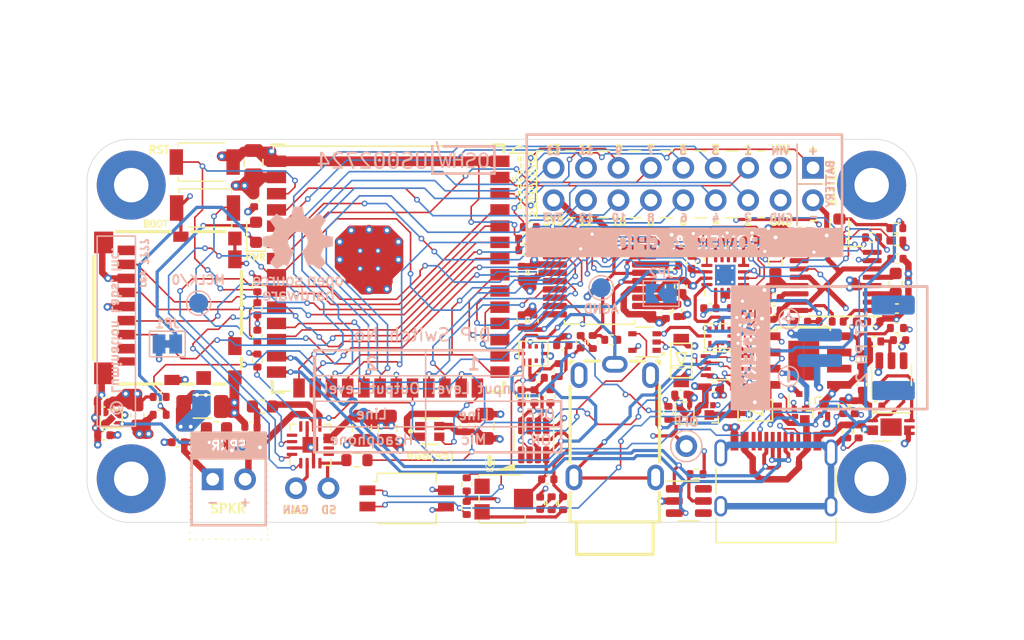
<source format=kicad_pcb>
(kicad_pcb (version 20241229) (generator "pcbnew") (generator_version "9.0")
  (layers (0 "F.Cu" signal) (4 "In1.Cu" power) (6 "In2.Cu" power) (2 "B.Cu" signal) (13 "F.Paste" user) (5 "F.SilkS" user "F.Silkscreen") (7 "B.SilkS" user "B.Silkscreen") (1 "F.Mask" user) (3 "B.Mask" user) (25 "Edge.Cuts" user))
  (net 0 "")
  (net 1 "/BAT+")
  (net 2 "/BAT-")
  (net 3 "Net-(U5-VCC)")
  (net 4 "/EN")
  (net 5 "/AVDD")
  (net 6 "/LED_1")
  (net 7 "/VIN")
  (net 8 "/GPIO2")
  (net 9 "/GPIO10")
  (net 10 "/CLK")
  (net 11 "/CMD")
  (net 12 "/D0")
  (net 13 "/D3")
  (net 14 "/GPIO11")
  (net 15 "/GPIO8")
  (net 16 "/GPIO12")
  (net 17 "/GPIO13")
  (net 18 "/GPIO7")
  (net 19 "/GPIO4")
  (net 20 "/GPIO5")
  (net 21 "/GPIO6")
  (net 22 "/GPIO3")
  (net 23 "/GPIO1")
  (net 24 "/GPIO9")
  (net 25 "/D-")
  (net 26 "/D+")
  (net 27 "/~{MUTE}")
  (net 28 "/~{AMP_SD}")
  (net 29 "/HP_GAIN0")
  (net 30 "/HP_GAIN1")
  (net 31 "/MIC_LINE_SELECT")
  (net 32 "+3.3V")
  (net 33 "GND")
  (net 34 "/Audio/LINE_OUT_L")
  (net 35 "/Audio/LINE_OUT_R")
  (net 36 "/Audio/ADC_IN")
  (net 37 "Net-(J6-Pin_1)")
  (net 38 "Net-(J6-Pin_2)")
  (net 39 "/HP_LINE_SELECT")
  (net 40 "Net-(U13-CPVOUTN)")
  (net 41 "Net-(U13-VMID)")
  (net 42 "Net-(U13-CPCA)")
  (net 43 "Net-(U13-CPCB)")
  (net 44 "Net-(U14-IN+)")
  (net 45 "/Audio/JACK_R")
  (net 46 "/Audio/JACK_IN")
  (net 47 "/Audio/JACK_L")
  (net 48 "/MCLK")
  (net 49 "/LRCLK_DAC")
  (net 50 "/BCLK_DAC")
  (net 51 "/Audio/MIC_AMP_IN")
  (net 52 "Net-(U14-IN-)")
  (net 53 "/DAT_DAC")
  (net 54 "/DAT_ADC")
  (net 55 "Net-(U16-HPVDD)")
  (net 56 "Net-(U16-INR-)")
  (net 57 "Net-(U16-INL-)")
  (net 58 "/Audio/HEADPHONE_L")
  (net 59 "/Audio/HEADPHONE_R")
  (net 60 "/Audio/PREAMP_SD")
  (net 61 "/Audio/PREAMP_ENABLE")
  (net 62 "/Audio/HP_AMP_ENABLE")
  (net 63 "/ADC_BIT_DEPTH")
  (net 64 "+5V")
  (net 65 "/ADC_RATE")
  (net 66 "/BCLK_ADC")
  (net 67 "Net-(U15-VMID)")
  (net 68 "Net-(U1-OUT-)")
  (net 69 "/Audio/MIC_BIAS")
  (net 70 "Net-(U15-VREFP)")
  (net 71 "Net-(U16-CPN)")
  (net 72 "Net-(U16-CPP)")
  (net 73 "Net-(C29-Pad2)")
  (net 74 "Net-(U16-HPVSS)")
  (net 76 "Net-(D2-A)")
  (net 77 "Net-(U1-OUT+)")
  (net 79 "Net-(C27-Pad1)")
  (net 80 "/LRCLK_ADC")
  (net 82 "Net-(J3-CC1)")
  (net 84 "Net-(J3-CC2)")
  (net 86 "Net-(C31-Pad2)")
  (net 87 "Net-(J3-SHIELD)")
  (net 88 "Net-(JP1-A)")
  (net 89 "Net-(LED1-K)")
  (net 90 "Net-(LED1-A)")
  (net 91 "Net-(PWR1-K)")
  (net 92 "Net-(Q3A-G)")
  (net 93 "Net-(Q3A-D)")
  (net 94 "Net-(Q3B-G)")
  (net 95 "Net-(U4-CE)")
  (net 96 "Net-(U4-PROG)")
  (net 97 "Net-(U5-CS)")
  (net 98 "Net-(J7-Pin_1)")
  (net 99 "Net-(R25-Pad1)")
  (net 101 "Net-(U13-LIVEVOUTL)")
  (net 102 "Net-(U13-LINEVOUTR)")
  (net 103 "Net-(U15-AINL)")
  (net 104 "Net-(U15-AINOPL)")
  (net 105 "Net-(U15-COM)")
  (net 106 "Net-(U15-M{slash}S)")
  (net 112 "Net-(JP2-A)")
  (net 120 "Net-(J7-Pin_2)")
  (net 123 "GNDA")
  (net 125 "/USB & Power/VCC")
  (net 126 "Net-(U3-VP)")
  (net 129 "Net-(Q5-D)")
  (net 130 "Net-(Q4-S)")
  (net 131 "/USB & Power/EN_REG")
  (footprint "Resistor_SMD:R_0402_1005Metric" (layer "F.Cu") (at 133.15 54.35 180)
    (property "Reference" "R1" (hide yes))
    (property "Value" "3.9k")
  )
  (footprint "Capacitor_SMD:C_0805_2012Metric" (layer "F.Cu") (at 140.5 34.6 -90)
    (property "Reference" "C5" (hide yes))
    (property "Value" "22uF")
  )
  (footprint "LED_SMD:LED_0603_1608Metric" (layer "F.Cu") (at 140.7 40.05 90)
    (property "Reference" "PWR1" (hide yes))
    (property "Value" "LED_GREEN")
  )
  (footprint "Espressif:ESP32-S3-WROOM-1U" (layer "F.Cu") (at 151.05 42.75)
    (property "Reference" "U2" (hide yes))
    (property "Value" "ESP32-S3-WROOM-1U")
  )
  (footprint "Capacitor_SMD:C_0402_1005Metric" (layer "F.Cu") (at 140.55 37.57 90)
    (property "Reference" "C6" (hide yes))
    (property "Value" "0.1uF")
  )
  (footprint "Resistor_SMD:R_0402_1005Metric" (layer "F.Cu") (at 188.1 50.05 90)
    (property "Reference" "R17" (hide yes))
    (property "Value" "10K")
  )
  (footprint "Resistor_SMD:R_0402_1005Metric" (layer "F.Cu") (at 189.2 53.7)
    (property "Reference" "R18" (hide yes))
    (property "Value" "1K")
  )
  (footprint "Package_SO:TI_SO-PowerPAD-8" (layer "F.Cu") (at 183.6 50.1)
    (property "Reference" "U4" (hide yes))
    (property "Value" "TP4056")
  )
  (footprint "Inductor_SMD:L_0603_1608Metric" (layer "F.Cu") (at 137.6 55.4 180)
    (property "Reference" "FB1" (hide yes))
    (property "Value" "FerriteBead")
  )
  (footprint "Resistor_SMD:R_0402_1005Metric" (layer "F.Cu") (at 140.8 50.1 90)
    (property "Reference" "R2" (hide yes))
    (property "Value" "10K")
  )
  (footprint "Resistor_SMD:R_0402_1005Metric" (layer "F.Cu") (at 162.14 39.65)
    (property "Reference" "R34" (hide yes))
    (property "Value" "150K")
  )
  (footprint "Capacitor_SMD:C_0402_1005Metric" (layer "F.Cu") (at 174.8 42.4025 -90)
    (property "Reference" "C34" (hide yes))
    (property "Value" "2.2uF")
  )
  (footprint "Capacitor_SMD:C_0805_2012Metric" (layer "F.Cu") (at 149 55.4 -90)
    (property "Reference" "C16" (hide yes))
    (property "Value" "0.1uF")
  )
  (footprint "Capacitor_SMD:C_0402_1005Metric" (layer "F.Cu") (at 190.9 46.025)
    (property "Reference" "C22" (hide yes))
    (property "Value" "1uF")
  )
  (footprint "Capacitor_SMD:C_0402_1005Metric" (layer "F.Cu") (at 128.775 55.95 180)
    (property "Reference" "C9" (hide yes))
    (property "Value" "1uF")
  )
  (footprint "MountingHole:MountingHole_2.7mm_Pad" (layer "F.Cu") (at 130.92 36.36)
    (property "Reference" "H7" (hide yes))
    (property "Value" "MountingHole" (hide yes))
  )
  (footprint "CustomLibrary:OnSemi_XDFN4-1EP_1.0x1.0mm_EP0.52x0.52mm-FIXED" (layer "F.Cu") (at 129.35 54.65 90)
    (property "Reference" "U6" (hide yes))
    (property "Value" "NCP167BMX330TBG")
  )
  (footprint "Resistor_SMD:R_0603_1608Metric" (layer "F.Cu") (at 148.6 57.9)
    (property "Reference" "R19" (hide yes))
    (property "Value" "680K")
  )
  (footprint "Resistor_SMD:R_0402_1005Metric" (layer "F.Cu") (at 163.75 52.9 -90)
    (property "Reference" "R24" (hide yes))
    (property "Value" "1K")
  )
  (footprint "Resistor_SMD:R_0402_1005Metric" (layer "F.Cu") (at 185.32 47.05)
    (property "Reference" "R21" (hide yes))
    (property "Value" "470")
  )
  (footprint "Resistor_SMD:R_0402_1005Metric" (layer "F.Cu") (at 140.8 44.2 -90)
    (property "Reference" "R8" (hide yes))
    (property "Value" "10K")
  )
  (footprint "Capacitor_SMD:C_0402_1005Metric" (layer "F.Cu") (at 177.62 40.8025 180)
    (property "Reference" "C43" (hide yes))
    (property "Value" "1uF")
  )
  (footprint "Capacitor_SMD:C_0402_1005Metric" (layer "F.Cu") (at 161.75 40.55)
    (property "Reference" "C15" (hide yes))
    (property "Value" "100nF")
  )
  (footprint "Resistor_SMD:R_0603_1608Metric" (layer "F.Cu") (at 181.375 42.4 90)
    (property "Reference" "R33" (hide yes))
    (property "Value" "0")
  )
  (footprint "Package_TO_SOT_SMD:SOT-23-6" (layer "F.Cu") (at 174.6 61.1)
    (property "Reference" "U3" (hide yes))
    (property "Value" "SRV05-4")
  )
  (footprint "Resistor_SMD:R_0402_1005Metric" (layer "F.Cu") (at 162.5 52.9 90)
    (property "Reference" "R26" (hide yes))
    (property "Value" "1M")
  )
  (footprint "CustomLibrary:G32AT-B103" (layer "F.Cu") (at 160 60.95 90)
    (property "Reference" "R28" (hide yes))
    (property "Value" "100K")
  )
  (footprint "Resistor_SMD:R_0402_1005Metric" (layer "F.Cu") (at 187.2 47.05)
    (property "Reference" "R20" (hide yes))
    (property "Value" "470")
  )
  (footprint "Custom:SOD-123FL" (layer "F.Cu") (at 179.8 54)
    (property "Reference" "D2" (hide yes))
    (property "Value" "DSK34" (hide yes))
  )
  (footprint "Custom:LED-SMD_4P-L1.6-W1.5_XL-1615RGBC-WS2812B" (layer "F.Cu") (at 154.3 55.65)
    (property "Reference" "D1" (hide yes))
    (property "Value" "WS2812B")
  )
  (footprint "Package_DFN_QFN:WQFN-16-1EP_3x3mm_P0.5mm_EP1.6x1.6mm_ThermalVias" (layer "F.Cu") (at 177.45 43.4 90)
    (property "Reference" "U16" (hide yes))
    (property "Value" "TPA6132A2RTE")
  )
  (footprint "Capacitor_SMD:C_0402_1005Metric" (layer "F.Cu") (at 173.125 44.3 90)
    (property "Reference" "C32" (hide yes))
    (property "Value" "0.1uF")
  )
  (footprint "Capacitor_SMD:C_0402_1005Metric" (layer "F.Cu") (at 189.08 47.05)
    (property "Reference" "C25" (hide yes))
    (property "Value" "2.2nF")
  )
  (footprint "Capacitor_SMD:C_0402_1005Metric" (layer "F.Cu") (at 162.43 47 90)
    (property "Reference" "C42" (hide yes))
    (property "Value" "0.1uF")
  )
  (footprint "Custom:SOD-123FL" (layer "F.Cu") (at 174 50.1 90)
    (property "Reference" "D3" (hide yes))
    (property "Value" "DSK34" (hide yes))
  )
  (footprint "Capacitor_SMD:C_0805_2012Metric" (layer "F.Cu") (at 158.6 55.25 90)
    (property "Reference" "C46" (hide yes))
    (property "Value" "22uF")
  )
  (footprint "Custom:PJ-321B" (layer "F.Cu") (at 168.8 54.825 -90)
    (property "Reference" "J5" (hide yes))
    (property "Value" "AudioJack4")
  )
  (footprint "CustomLibrary:DFN-6-1EP_3x2mm_P0.5mm_EP1.65x1.35mm_Dual_MOSFETs" (layer "F.Cu") (at 190.44 55.31 180)
    (property "Reference" "Q3" (hide yes))
    (property "Value" "HSCC8233")
  )
  (footprint "Capacitor_SMD:C_0603_1608Metric" (layer "F.Cu") (at 190.8 44.05 -90)
    (property "Reference" "C24" (hide yes))
    (property "Value" "1uF")
  )
  (footprint "Resistor_SMD:R_0402_1005Metric" (layer "F.Cu") (at 164.4 50.85 -90)
    (property "Reference" "R23" (hide yes))
    (property "Value" "1K")
  )
  (footprint "Capacitor_SMD:C_0402_1005Metric" (layer "F.Cu") (at 175.72 40.8025)
    (property "Reference" "C35" (hide yes))
    (property "Value" "2.2uF")
  )
  (footprint "Capacitor_SMD:C_0402_1005Metric" (layer "F.Cu") (at 183.42 47.05)
    (property "Reference" "C26" (hide yes))
    (property "Value" "2.2nF")
  )
  (footprint "Capacitor_SMD:C_0402_1005Metric" (layer "F.Cu") (at 176.25 46)
    (property "Reference" "C38" (hide yes))
    (property "Value" "1uF")
  )
  (footprint "MountingHole:MountingHole_2.7mm_Pad" (layer "F.Cu") (at 188.92 59.36)
    (property "Reference" "H3" (hide yes))
    (property "Value" "MountingHole" (hide yes))
  )
  (footprint "Capacitor_SMD:C_0402_1005Metric" (layer "F.Cu") (at 181.275 45.2)
    (property "Reference" "C23" (hide yes))
    (property "Value" "2.2uF")
  )
  (footprint "Capacitor_SMD:C_0402_1005Metric" (layer "F.Cu") (at 172.8 46.325 -90)
    (property "Reference" "C44" (hide yes))
    (property "Value" "0.1uF")
  )
  (footprint "Package_TO_SOT_SMD:SOT-23-6" (layer "F.Cu") (at 190.475 51.25 90)
    (property "Reference" "U5" (hide yes))
    (property "Value" "DW01x")
  )
  (footprint "Package_SO:SSOP-20_5.3x7.2mm_P0.65mm" (layer "F.Cu") (at 167.6 43.55)
    (property "Reference" "U15" (hide yes))
    (property "Value" "WM8782")
  )
  (footprint "Custom:TF-SMD_TF-008" (layer "F.Cu") (at 133.9 46.01 -90)
    (property "Reference" "Card2" (hide yes))
    (property "Value" "TF-008")
  )
  (footprint "Resistor_SMD:R_0402_1005Metric" (layer "F.Cu") (at 167.075 48.65 -90)
    (property "Reference" "R29" (hide yes))
    (property "Value" "10K")
  )
  (footprint "Capacitor_SMD:C_0402_1005Metric" (layer "F.Cu") (at 181.28 46.17 180)
    (property "Reference" "C20" (hide yes))
    (property "Value" "4.7uF")
  )
  (footprint "Resistor_SMD:R_0402_1005Metric" (layer "F.Cu") (at 168.525 48.475)
    (property "Reference" "R30" (hide yes))
    (property "Value" "5.1K")
  )
  (footprint "Package_SO:VSSOP-8_2.3x2mm_P0.5mm" (layer "F.Cu") (at 177.475 50.5)
    (property "Reference" "U11" (hide yes))
    (property "Value" "TC7WH08FK,LJ(CT")
  )
  (footprint "CustomLibrary:SW_Push_1P1T_NO_3.95_2.9" (layer "F.Cu") (at 136.675 34.55 180)
    (property "Reference" "SW1" (hide yes))
    (property "Value" "SW_Push")
  )
  (footprint "Capacitor_SMD:C_0402_1005Metric" (layer "F.Cu") (at 163.55 59.4 180)
    (property "Reference" "C30" (hide yes))
    (property "Value" "100pF")
  )
  (footprint "Package_DFN_QFN:TQFN-16-1EP_3x3mm_P0.5mm_EP1.23x1.23mm" (layer "F.Cu") (at 144.95 56.7 90)
    (property "Reference" "U1" (hide yes))
    (property "Value" "MAX98357A")
  )
  (footprint "Package_TO_SOT_SMD:SOT-23-8" (layer "F.Cu") (at 162.45 56.35 -90)
    (property "Reference" "U14" (hide yes))
    (property "Value" "MAX4467")
  )
  (footprint "Custom:Diodes_DFN1411-3" (layer "F.Cu") (at 183.3 54.75)
    (property "Reference" "Q5" (hide yes))
    (property "Value" "DMP2104LP")
  )
  (footprint "Capacitor_SMD:C_0603_1608Metric" (layer "F.Cu") (at 183.275 40.15)
    (property "Reference" "C13" (hide yes))
    (property "Value" "10uF")
  )
  (footprint "Capacitor_SMD:C_0402_1005Metric" (layer "F.Cu") (at 173.7 46.175 90)
    (property "Reference" "C41" (hide yes))
    (property "Value" "10uF")
  )
  (footprint "CustomLibrary:Fairchild_MicroPak-10_2.10x1.6mm_P0.5mm" (layer "F.Cu") (at 177 48.175 180)
    (property "Reference" "U9" (hide yes))
    (property "Value" "FSA2269")
  )
  (footprint "Connector_PinHeader_2.54mm:PinHeader_1x02_P2.54mm_Vertical" (layer "F.Cu") (at 143.825 60.1 90)
    (property "Reference" "J7" (hide yes))
    (property "Value" "Conn_01x02")
  )
  (footprint "Connector_PinHeader_2.54mm:PinHeader_2x09_P2.54mm_Vertical" (layer "F.Cu") (at 184.325 35 -90)
    (property "Reference" "J2" (hide yes))
    (property "Value" "Conn_02x09_Odd_Even")
  )
  (footprint "Resistor_SMD:R_0402_1005Metric" (layer "F.Cu") (at 190.85 40.7 180)
    (property "Reference" "R5" (hide yes))
    (property "Value" "10K")
  )
  (footprint "Resistor_SMD:R_0402_1005Metric" (layer "F.Cu") (at 173.3 41.4 180)
    (property "Reference" "R32" (hide yes))
    (property "Value" "10K")
  )
  (footprint "Custom:Diodes_DFN1411-3" (layer "F.Cu") (at 176.2 53.98 -90)
    (property "Reference" "Q2" (hide yes))
    (property "Value" "DMP2104LP")
  )
  (footprint "Capacitor_SMD:C_0402_1005Metric" (layer "F.Cu") (at 191.1 48.5 180)
    (property "Reference" "C7" (hide yes))
    (property "Value" "0.1uF")
  )
  (footprint "Resistor_SMD:R_0402_1005Metric" (layer "F.Cu") (at 189.125 48.6 180)
    (property "Reference" "R14" (hide yes))
    (property "Value" "470")
  )
  (footprint "Connector_PinHeader_2.54mm:PinHeader_1x01_P2.54mm_Vertical" (layer "F.Cu") (at 174.4 56.8 180)
    (property "Reference" "J4" (hide yes))
    (property "Value" "Conn_01x01")
  )
  (footprint "Capacitor_SMD:C_0603_1608Metric" (layer "F.Cu") (at 131.4 54.4 90)
    (property "Reference" "C2" (hide yes))
    (property "Value" "10uF")
  )
  (footprint "Resistor_SMD:R_0402_1005Metric" (layer "F.Cu") (at 173 54.2 -90)
    (property "Reference" "R37" (hide yes))
    (property "Value" "100K")
  )
  (footprint "Capacitor_SMD:C_0402_1005Metric" (layer "F.Cu") (at 162.4 43.2 90)
    (property "Reference" "C39" (hide yes))
    (property "Value" "0.1uF")
  )
  (footprint "Capacitor_SMD:C_0402_1005Metric" (layer "F.Cu") (at 161.5 43.2 -90)
    (property "Reference" "C36" (hide yes))
    (property "Value" "10uF")
  )
  (footprint "Resistor_SMD:R_0402_1005Metric" (layer "F.Cu") (at 186.7 53.75 -90)
    (property "Reference" "R11" (hide yes))
    (property "Value" "5.1K")
  )
  (footprint "Resistor_SMD:R_0402_1005Metric" (layer "F.Cu") (at 187.9 55.65 -90)
    (property "Reference" "R12" (hide yes))
    (property "Value" "100K")
  )
  (footprint "Package_SO:TSSOP-16_4.4x5mm_P0.65mm" (layer "F.Cu") (at 186.1 43.9 180)
    (property "Reference" "U13" (hide yes))
    (property "Value" "WM8524")
  )
  (footprint "MountingHole:MountingHole_2.7mm_Pad" (layer "F.Cu") (at 188.92 36.36)
    (property "Reference" "H5" (hide yes))
    (property "Value" "MountingHole" (hide yes))
  )
  (footprint "Resistor_SMD:R_0402_1005Metric" (layer "F.Cu") (at 188.95 40.45 180)
    (property "Reference" "R4" (hide yes))
    (property "Value" "10K")
  )
  (footprint "Resistor_SMD:R_0402_1005Metric" (layer "F.Cu") (at 133.15 52.95)
    (property "Reference" "R3" (hide yes))
    (property "Value" "10K")
  )
  (footprint "Capacitor_SMD:C_0402_1005Metric" (layer "F.Cu") (at 134.6 56.5)
    (property "Reference" "C19" (hide yes))
    (property "Value" "220pF")
  )
  (footprint "Capacitor_SMD:C_0402_1005Metric" (layer "F.Cu") (at 190.9 42.125)
    (property "Reference" "C21" (hide yes))
    (property "Value" "4.7uF")
  )
  (footprint "Resistor_SMD:R_0402_1005Metric" (layer "F.Cu") (at 173.3 42.65 180)
    (property "Reference" "R31" (hide yes))
    (property "Value" "3.3K")
  )
  (footprint "Capacitor_SMD:C_0402_1005Metric" (layer "F.Cu") (at 188.145661 51.95 90)
    (property "Reference" "C8" (hide yes))
    (property "Value" "10uF")
  )
  (footprint "Capacitor_SMD:C_0805_2012Metric" (layer "F.Cu") (at 151 55.4 90)
    (property "Reference" "C14" (hide yes))
    (property "Value" "10uF")
  )
  (footprint "Capacitor_SMD:C_1206_3216Metric" (layer "F.Cu") (at 136.5 53.7 180)
    (property "Reference" "C1" (hide yes))
    (property "Value" "100uF")
  )
  (footprint "CustomLibrary:SW_Push_1P1T_NO_3.95_2.9" (layer "F.Cu") (at 136.7 38.15)
    (property "Reference" "SW2" (hide yes))
    (property "Value" "SW_Push")
  )
  (footprint "Resistor_SMD:R_0402_1005Metric" (layer "F.Cu") (at 164.75 61.275 90)
    (property "Reference" "R25" (hide yes))
    (property "Value" "22K")
  )
  (footprint "Resistor_SMD:R_0402_1005Metric" (layer "F.Cu") (at 157.2 59.8 90)
    (property "Reference" "R6" (hide yes))
    (property "Value" "10K")
  )
  (footprint "Button_Switch_SMD:SW_DIP_SPSTx02_Slide_Omron_A6H-2101_W6.15mm_P1.27mm" (layer "F.Cu") (at 152.5 60.9)
    (property "Reference" "SW3" (hide yes))
    (property "Value" "SW_DIP_x02")
  )
  (footprint "Resistor_SMD:R_0402_1005Metric" (layer "F.Cu") (at 161.5 52.9 -90)
    (property "Reference" "R27" (hide yes))
    (property "Value" "1M")
  )
  (footprint "Inductor_SMD:L_0603_1608Metric" (layer "F.Cu") (at 141.2 53.7)
    (property "Reference" "FB2" (hide yes))
    (property "Value" "FerriteBead")
  )
  (footprint "Capacitor_SMD:C_0402_1005Metric" (layer "F.Cu") (at 166.125 48.625 90)
    (property "Reference" "C31" (hide yes))
    (property "Value" "10uF")
  )
  (footprint "Resistor_SMD:R_0402_1005Metric" (layer "F.Cu") (at 190.9 47.55)
    (property "Reference" "R15" (hide yes))
    (property "Value" "100K")
  )
  (footprint "Resistor_SMD:R_0402_1005Metric" (layer "F.Cu") (at 163.85 61.275 -90)
    (property "Reference" "R22" (hide yes))
    (property "Value" "10K")
  )
  (footprint "Capacitor_SMD:C_0402_1005Metric" (layer "F.Cu") (at 128.75 53.375 180)
    (property "Reference" "C11" (hide yes))
    (property "Value" "1uF")
  )
  (footprint "Capacitor_SMD:C_0402_1005Metric" (layer "F.Cu") (at 162.8 51.45 180)
    (property "Reference" "C28" (hide yes))
    (property "Value" "10nF")
  )
  (footprint "Capacitor_SMD:C_0402_1005Metric" (layer "F.Cu") (at 162.95 61.275 90)
    (property "Reference" "C27" (hide yes))
    (property "Value" "10uF")
  )
  (footprint "Capacitor_SMD:C_0402_1005Metric" (layer "F.Cu") (at 173.977147 52.764141 180)
    (property "Reference" "C12" (hide yes))
    (property "Value" "1uF")
  )
  (footprint "Capacitor_SMD:C_0402_1005Metric" (layer "F.Cu") (at 174.1 44.3 -90)
    (property "Reference" "C33" (hide yes))
    (property "Value" "10uF")
  )
  (footprint "Capacitor_SMD:C_0402_1005Metric" (layer "F.Cu") (at 161.5 47 -90)
    (property "Reference" "C40" (hide yes))
    (property "Value" "10uF")
  )
  (footprint "Resistor_SMD:R_0402_1005Metric" (layer "F.Cu") (at 178.6 52.2 180)
    (property "Reference" "R16" (hide yes))
    (property "Value" "2.4K")
  )
  (footprint "Capacitor_SMD:C_0402_1005Metric" (layer "F.Cu") (at 140.8 48.2 90)
    (property "Reference" "C3" (hide yes))
    (property "Value" "0.1uF")
  )
  (footprint "Capacitor_SMD:C_0402_1005Metric" (layer "F.Cu") (at 164.725 48.9)
    (property "Reference" "C29" (hide yes))
    (property "Value" "0.1uF")
  )
  (footprint "Resistor_SMD:R_0402_1005Metric" (layer "F.Cu") (at 190.85 39.725 180)
    (property "Reference" "R13" (hide yes))
    (property "Value" "1K")
  )
  (footprint "Custom:Diodes_DFN1411-3" (layer "F.Cu") (at 185.193124 53.970356 90)
    (property "Reference" "Q1" (hide yes))
    (property "Value" "DMP2104LP")
  )
  (footprint "Resistor_SMD:R_0402_1005Metric" (layer "F.Cu") (at 175.2 59 180)
    (property "Reference" "R36" (hide yes))
    (property "Value" "10K")
  )
  (footprint "CustomLibrary:Fairchild_MicroPak-10_2.10x1.6mm_P0.5mm" (layer "F.Cu") (at 162.4 49.55)
    (property "Reference" "U10" (hide yes))
    (property "Value" "FSA2269")
  )
  (footprint "Connector_PinHeader_2.54mm:PinHeader_1x02_P2.54mm_Vertical" (layer "F.Cu") (at 137.3 59.4 90)
    (property "Reference" "J6" (hide yes))
    (property "Value" "Conn_01x02")
  )
  (footprint "Capacitor_SMD:C_0402_1005Metric" (layer "F.Cu") (at 176.6 52.2)
    (property "Reference" "C10" (hide yes))
    (property "Value" "1uF")
  )
  (footprint "Capacitor_SMD:C_0402_1005Metric" (layer "F.Cu") (at 157.05 55.2 90)
    (property "Reference" "C47" (hide yes))
    (property "Value" "0.1uF")
  )
  (footprint "CustomLibrary:OnSemi_XDFN4-1EP_1.0x1.0mm_EP0.52x0.52mm-FIXED" (layer "F.Cu") (at 174.275 54.2)
    (property "Reference" "U7" (hide yes))
    (property "Value" "NCP167BMX330TBG")
  )
  (footprint "Capacitor_SMD:C_0402_1005Metric" (layer "F.Cu") (at 140.3 55.3 180)
    (property "Reference" "C18" (hide yes))
    (property "Value" "220pF")
  )
  (footprint "Resistor_SMD:R_0402_1005Metric" (layer "F.Cu") (at 187 55.65 -90)
    (property "Reference" "R9" (hide yes))
    (property "Value" "1M")
  )
  (footprint "Resistor_SMD:R_0402_1005Metric" (layer "F.Cu") (at 187.6 53.76 -90)
    (property "Reference" "R10" (hide yes))
    (property "Value" "5.1K")
  )
  (footprint "MountingHole:MountingHole_2.7mm_Pad" (layer "F.Cu") (at 130.92 59.36)
    (property "Reference" "H1" (hide yes))
    (property "Value" "MountingHole" (hide yes))
  )
  (footprint "Package_TO_SOT_SMD:SOT-353_SC-70-5" (layer "F.Cu") (at 171.125 48.65 180)
    (property "Reference" "U8" (hide yes))
    (property "Value" "SN74LVC1G14DCKR")
  )
  (footprint "Capacitor_SMD:C_0402_1005Metric" (layer "F.Cu") (at 140.8 46.05 90)
    (property "Reference" "C4" (hide yes))
    (property "Value" "1uF")
  )
  (footprint "Capacitor_SMD:C_0402_1005Metric" (layer "F.Cu") (at 179.475 40.675 180)
    (property "Reference" "C45" (hide yes))
    (property "Value" "1uF")
  )
  (footprint "Capacitor_SMD:C_0402_1005Metric" (layer "F.Cu") (at 178.34 45.99)
    (property "Reference" "C37" (hide yes))
    (property "Value" "1uF")
  )
  (footprint "Resistor_SMD:R_0402_1005Metric" (layer "F.Cu") (at 161.79 41.45 180)
    (property "Reference" "R35" (hide yes))
    (property "Value" "470K")
  )
  (footprint "Connector_USB:USB_C_Receptacle_HRO_TYPE-C-31-M-12" (layer "F.Cu") (at 181.42 60.46)
    (property "Reference" "J3" (hide yes))
    (property "Value" "USB_C_Receptacle_USB2.0")
  )
  (footprint "Resistor_SMD:R_0402_1005Metric" (layer "F.Cu") (at 157.2 61.65 90)
    (property "Reference" "R7" (hide yes))
    (property "Value" "10K")
  )
  (footprint "LED_SMD:LED_0603_1608Metric" (layer "F.Cu") (at 186.39 39.8 90)
    (property "Reference" "LED1" (hide yes))
    (property "Value" "LED_RED")
  )
  (footprint "Package_TO_SOT_SMD:SOT-723" (layer "F.Cu") (at 183.25 53.3 90)
    (property "Reference" "Q4" (hide yes))
    (property "Value" "TPM3134NX3")
  )
  (footprint "Jumper:SolderJumper-2_P1.3mm_Bridged_Pad1.0x1.5mm" (layer "B.Cu") (at 133.75 48.8 180)
    (property "Reference" "JP1")
    (property "Value" "SolderJumper_2_Bridged")
  )
  (footprint "TestPoint:TestPoint_Pad_D1.5mm" (layer "B.Cu") (at 136.2 45.6 180)
    (property "Reference" "TP1" (hide yes))
    (property "Value" "TestPoint")
  )
  (footprint "Connector_JST:JST_PH_S2B-PH-SM4-TB_1x02-1MP_P2.00mm_Horizontal" (layer "B.Cu") (at 187.7 49.1 -90)
    (property "Reference" "BT1" (hide yes))
    (property "Value" "Battery_Cell")
  )
  (footprint "TestPoint:TestPoint_Pad_D1.5mm" (layer "B.Cu") (at 167.729197 44.401232 180)
    (property "Reference" "TP2" (hide yes))
    (property "Value" "TestPoint")
  )
  (footprint "Jumper:SolderJumper-2_P1.3mm_Open_TrianglePad1.0x1.5mm" (layer "B.Cu") (at 172.425 44.85 180)
    (property "Reference" "JP2")
    (property "Value" "SolderJumper_2_Open")
  )
  (gr_poly (pts (xy 161.714314 36.802004) (xy 161.714314 37.183004) (xy 161.592605 37.183004) (xy 161.592605 36.802004)) (fill yes) (layer "F.SilkS"))
  (gr_poly (pts (xy 161.502647 37.341754) (xy 161.502647 37.722754) (xy 161.38623 37.722754) (xy 161.38623 37.341754)) (fill yes) (layer "F.SilkS"))
  (gr_poly (pts (xy 160.872939 35.727796) (xy 160.872939 36.108796) (xy 160.75123 36.108796) (xy 160.75123 35.727796)) (fill yes) (layer "F.SilkS"))
  (gr_poly (pts (xy 159.480143 58.727943) (xy 160.980143 58.727943) (xy 160.980143 58.127943)) (stroke (width 0.01)) (fill yes) (layer "F.SilkS"))
  (gr_poly (pts (xy 161.29098 35.727796) (xy 161.29098 36.108796) (xy 161.174564 36.108796) (xy 161.174564 35.727796)) (fill yes) (layer "F.SilkS"))
  (gr_poly (pts (xy 161.714314 37.341754) (xy 161.714314 37.722754) (xy 161.592605 37.722754) (xy 161.592605 37.341754)) (fill yes) (layer "F.SilkS"))
  (gr_poly (pts (xy 161.296272 34.108546) (xy 161.296272 34.494838) (xy 161.179855 34.494838) (xy 161.179855 34.108546)) (fill yes) (layer "F.SilkS"))
  (gr_poly (pts (xy 161.29098 37.876212) (xy 161.29098 38.262504) (xy 161.174564 38.262504) (xy 161.174564 37.876212)) (fill yes) (layer "F.SilkS"))
  (gr_rect (start 135.5 56.2) (end 141.6 64.1) (stroke (width 0.12) (type dot)) (fill no) (layer "F.SilkS"))
  (gr_poly (pts (xy 161.714314 34.648295) (xy 161.714314 35.034587) (xy 161.592605 35.034587) (xy 161.592605 34.648295)) (fill yes) (layer "F.SilkS"))
  (gr_poly (pts (xy 162.545105 35.526712) (xy 162.545105 35.616671) (xy 161.883647 35.616671) (xy 161.883647 35.526712)) (fill yes) (layer "F.SilkS"))
  (gr_poly (pts (xy 161.502647 36.262254) (xy 161.502647 36.648546) (xy 161.38623 36.648546) (xy 161.38623 36.262254)) (fill yes) (layer "F.SilkS"))
  (gr_poly (pts (xy 161.864003 37.914646) (xy 161.866566 37.892819) (xy 161.870407 37.871345) (xy 161.875511 37.850283) (xy 161.881861 37.829692) (xy 161.889442 37.809632) (xy 161.898236 37.790161) (xy 161.908228 37.771338) (xy 161.919402 37.753222) (xy 161.93174 37.735871) (xy 161.945227 37.719346) (xy 161.959847 37.703704) (xy 161.967799 37.696003) (xy 161.975613 37.688758) (xy 161.98334 37.681939) (xy 161.991026 37.675517) (xy 161.998722 37.669465) (xy 162.006477 37.663753) (xy 162.014338 37.658352) (xy 162.022355 37.653234) (xy 162.030576 37.648371) (xy 162.039051 37.643733) (xy 162.047829 37.639292) (xy 162.056957 37.63502) (xy 162.066486 37.630886) (xy 162.076463 37.626864) (xy 162.086938 37.622924) (xy 162.097959 37.619037) (xy 162.111139 37.614602) (xy 162.122731 37.611141) (xy 162.128226 37.609739) (xy 162.133678 37.608535) (xy 162.139204 37.607517) (xy 162.144923 37.606668) (xy 162.150951 37.605974) (xy 162.157408 37.60542) (xy 162.172076 37.604675) (xy 162.189869 37.604314) (xy 162.21173 37.60422) (xy 162.233591 37.604314) (xy 162.242938 37.604454) (xy 162.251385 37.604675) (xy 162.25905 37.604992) (xy 162.266052 37.60542) (xy 162.272509 37.605974) (xy 162.278537 37.606668) (xy 162.284256 37.607517) (xy 162.289782 37.608535) (xy 162.295234 37.609739) (xy 162.300729 37.611141) (xy 162.306386 37.612757) (xy 162.312321 37.614602) (xy 162.325501 37.619037) (xy 162.336522 37.622924) (xy 162.346997 37.626864) (xy 162.356975 37.630886) (xy 162.366503 37.63502) (xy 162.375632 37.639292) (xy 162.384409 37.643733) (xy 162.392884 37.648371) (xy 162.401106 37.653234) (xy 162.409123 37.658352) (xy 162.416984 37.663753) (xy 162.424738 37.669465) (xy 162.432434 37.675517) (xy 162.440121 37.681939) (xy 162.447847 37.688758) (xy 162.455662 37.696003) (xy 162.463614 37.703704) (xy 162.478048 37.719057) (xy 162.491295 37.735115) (xy 162.503363 37.751817) (xy 162.514261 37.769104) (xy 162.523997 37.786919) (xy 162.532581 37.805201) (xy 162.540022 37.823892) (xy 162.546329 37.842932) (xy 162.55151 37.862264) (xy 162.555574 37.881827) (xy 162.558531 37.901562) (xy 162.560389 37.921411) (xy 162.561157 37.941315) (xy 162.560844 37.961215) (xy 162.559459 37.981051) (xy 162.557011 38.000765) (xy 162.553509 38.020297) (xy 162.548962 38.039589) (xy 162.543378 38.058582) (xy 162.536767 38.077216) (xy 162.529137 38.095433) (xy 162.520497 38.113173) (xy 162.510857 38.130378) (xy 162.500225 38.146988) (xy 162.48861 38.162945) (xy 162.476022 38.17819) (xy 162.462468 38.192663) (xy 162.447958 38.206306) (xy 162.4325 38.219059) (xy 162.416105 38.230863) (xy 162.39878 38.241661) (xy 162.380534 38.251391) (xy 162.369261 38.256714) (xy 162.358414 38.261582) (xy 162.347921 38.266009) (xy 162.337713 38.270011) (xy 162.327719 38.273604) (xy 162.317868 38.276804) (xy 162.308091 38.279625) (xy 162.298315 38.282083) (xy 162.288471 38.284194) (xy 162.278489 38.285973) (xy 162.268297 38.287436) (xy 162.257826 38.288598) (xy 162.247004 38.289475) (xy 162.235761 38.290082) (xy 162.224027 38.290435) (xy 162.21173 38.29055) (xy 162.209349 38.290527) (xy 162.209349 38.196755) (xy 162.222766 38.196598) (xy 162.23616 38.19583) (xy 162.2495 38.194451) (xy 162.262755 38.192459) (xy 162.275897 38.189856) (xy 162.288895 38.186639) (xy 162.301719 38.182809) (xy 162.314339 38.178366) (xy 162.326724 38.173309) (xy 162.338846 38.167638) (xy 162.350673 38.161352) (xy 162.362177 38.15445) (xy 162.373326 38.146934) (xy 162.38409 38.138801) (xy 162.394441 38.130052) (xy 162.404347 38.120687) (xy 162.413747 38.110791) (xy 162.422499 38.100557) (xy 162.430597 38.089992) (xy 162.43804 38.079106) (xy 162.444822 38.067907) (xy 162.450939 38.056403) (xy 162.456389 38.044602) (xy 162.461166 38.032515) (xy 162.465267 38.020148) (xy 162.468689 38.007511) (xy 162.471427 37.994611) (xy 162.473477 37.981458) (xy 162.474836 37.968061) (xy 162.4755 37.954426) (xy 162.475465 37.940564) (xy 162.474726 37.926483) (xy 162.473865 37.917163) (xy 162.472673 37.907961) (xy 162.471154 37.89888) (xy 162.469312 37.889926) (xy 162.467152 37.881104) (xy 162.464678 37.87242) (xy 162.461893 37.863878) (xy 162.458801 37.855484) (xy 162.455408 37.847242) (xy 162.451716 37.839158) (xy 162.44773 37.831237) (xy 162.443453 37.823485) (xy 162.438891 37.815905) (xy 162.434047 37.808504) (xy 162.428925 37.801286) (xy 162.423529 37.794257) (xy 162.417863 37.787422) (xy 162.411932 37.780786) (xy 162.405739 37.774354) (xy 162.399289 37.768131) (xy 162.392585 37.762122) (xy 162.385631 37.756333) (xy 162.378433 37.750768) (xy 162.370993 37.745433) (xy 162.355405 37.735473) (xy 162.338902 37.726494) (xy 162.321514 37.718536) (xy 162.303276 37.711641) (xy 162.293406 37.708572) (xy 162.282907 37.705911) (xy 162.271869 37.70366) (xy 162.26038 37.701819) (xy 162.248533 37.700386) (xy 162.236415 37.699363) (xy 162.224118 37.698749) (xy 162.21173 37.698544) (xy 162.199343 37.698749) (xy 162.187045 37.699363) (xy 162.174928 37.700386) (xy 162.16308 37.701819) (xy 162.151592 37.70366) (xy 162.140553 37.705911) (xy 162.130054 37.708572) (xy 162.120184 37.711641) (xy 162.106496 37.716729) (xy 162.093225 37.722456) (xy 162.080393 37.728803) (xy 162.06802 37.735751) (xy 162.056128 37.743283) (xy 162.044738 37.751378) (xy 162.03387 37.76002) (xy 162.023545 37.769188) (xy 162.013785 37.778865) (xy 162.00461 37.789032) (xy 161.996041 37.79967) (xy 161.988099 37.810761) (xy 161.980806 37.822286) (xy 161.974181 37.834226) (xy 161.968246 37.846563) (xy 161.963022 37.859279) (xy 161.960636 37.866057) (xy 161.958443 37.873622) (xy 161.956452 37.881866) (xy 161.954671 37.890681) (xy 161.953106 37.899962) (xy 161.951767 37.909601) (xy 161.95066 37.919491) (xy 161.949793 37.929526) (xy 161.949174 37.939597) (xy 161.948811 37.949599) (xy 161.948711 37.959424) (xy 161.948883 37.968965) (xy 161.949334 37.978116) (xy 161.950072 37.986769) (xy 161.951104 37.994817) (xy 161.952439 38.002154) (xy 161.954186 38.009774) (xy 161.956252 38.017353) (xy 161.958631 38.024885) (xy 161.961319 38.032366) (xy 161.96431 38.039791) (xy 161.9676 38.047156) (xy 161.971185 38.054455) (xy 161.97506 38.061685) (xy 161.979221 38.06884) (xy 161.983661 38.075917) (xy 161.988378 38.082909) (xy 161.993366 38.089813) (xy 161.998621 38.096625) (xy 162.004138 38.103338) (xy 162.009912 38.109949) (xy 162.015939 38.116454) (xy 162.025652 38.126024) (xy 162.035823 38.134989) (xy 162.04642 38.143348) (xy 162.057414 38.151102) (xy 162.068775 38.158249) (xy 162.080472 38.16479) (xy 162.092476 38.170724) (xy 162.104756 38.176051) (xy 162.117283 38.18077) (xy 162.130026 38.184881) (xy 162.142956 38.188384) (xy 162.156042 38.191277) (xy 162.169254 38.193561) (xy 162.182563 38.195236) (xy 162.195938 38.196301) (xy 162.209349 38.196755) (xy 162.209349 38.290527) (xy 162.199434 38.290435) (xy 162.1877 38.290082) (xy 162.176457 38.289475) (xy 162.165635 38.288598) (xy 162.155163 38.287436) (xy 162.144971 38.285973) (xy 162.134989 38.284194) (xy 162.125145 38.282083) (xy 162.11537 38.279625) (xy 162.105592 38.276804) (xy 162.095741 38.273604) (xy 162.085747 38.270011) (xy 162.075539 38.266009) (xy 162.065047 38.261582) (xy 162.054199 38.256714) (xy 162.042926 38.251391) (xy 162.027007 38.242965) (xy 162.011618 38.23359) (xy 161.996794 38.223309) (xy 161.982568 38.212167) (xy 161.968974 38.200206) (xy 161.956048 38.18747) (xy 161.943821 38.174002) (xy 161.93233 38.159845) (xy 161.921608 38.145044) (xy 161.911688 38.129642) (xy 161.902606 38.113681) (xy 161.894395 38.097205) (xy 161.88709 38.080258) (xy 161.880724 38.062884) (xy 161.875332 38.045125) (xy 161.870947 38.027025) (xy 161.86687 38.004313) (xy 161.864153 37.981661) (xy 161.862781 37.959126) (xy 161.862736 37.936769)) (fill yes) (layer "F.SilkS"))
  (gr_poly (pts (xy 161.502647 34.648295) (xy 161.502647 35.034587) (xy 161.38623 35.034587) (xy 161.38623 34.648295)) (fill yes) (layer "F.SilkS"))
  (gr_poly (pts (xy 161.883656 36.472387) (xy 161.883695 36.466358) (xy 161.883783 36.461066) (xy 161.883936 36.45645) (xy 161.884043 36.454377) (xy 161.884173 36.452451) (xy 161.884329 36.450664) (xy 161.884512 36.449009) (xy 161.884725 36.447479) (xy 161.88497 36.446065) (xy 161.885249 36.444761) (xy 161.885565 36.44356) (xy 161.88592 36.442452) (xy 161.886315 36.441432) (xy 161.886754 36.440491) (xy 161.887238 36.439623) (xy 161.88777 36.438819) (xy 161.888352 36.438073) (xy 161.888986 36.437376) (xy 161.889674 36.436722) (xy 161.890419 36.436102) (xy 161.891223 36.43551) (xy 161.892088 36.434938) (xy 161.893016 36.434379) (xy 161.894009 36.433824) (xy 161.89507 36.433267) (xy 161.897405 36.432116) (xy 162.234749 36.286926) (xy 162.54193 36.156421) (xy 162.542227 36.156689) (xy 162.542522 36.157476) (xy 162.543096 36.160497) (xy 162.543632 36.165267) (xy 162.544113 36.171568) (xy 162.544519 36.179184) (xy 162.544832 36.187898) (xy 162.545034 36.197492) (xy 162.545105 36.20775) (xy 162.545105 36.259608) (xy 162.464143 36.292416) (xy 162.383709 36.324695) (xy 162.382122 36.482916) (xy 162.381063 36.641137) (xy 162.461497 36.673416) (xy 162.542459 36.705696) (xy 162.544047 36.758612) (xy 162.545634 36.812058) (xy 162.488484 36.786658) (xy 162.299572 36.703368) (xy 162.299572 36.605154) (xy 162.299943 36.602111) (xy 162.300258 36.594504) (xy 162.300696 36.567583) (xy 162.300837 36.528359) (xy 162.30063 36.4808) (xy 162.299043 36.35962) (xy 162.153522 36.419416) (xy 162.003238 36.4808) (xy 162.001635 36.481609) (xy 162.001614 36.482182) (xy 162.00242 36.483007) (xy 162.007434 36.485832) (xy 162.018518 36.49092) (xy 162.066267 36.511235) (xy 162.160401 36.55065) (xy 162.18789 36.561999) (xy 162.213624 36.572486) (xy 162.237038 36.581894) (xy 162.257569 36.590006) (xy 162.274652 36.596606) (xy 162.287723 36.601474) (xy 162.296218 36.604396) (xy 162.298573 36.605059) (xy 162.299572 36.605154) (xy 162.299572 36.703368) (xy 162.157226 36.640608) (xy 161.883647 36.519429) (xy 161.883647 36.479212)) (fill yes) (layer "F.SilkS"))
  (gr_poly (pts (xy 161.714314 35.188046) (xy 161.714314 35.569046) (xy 161.592605 35.569046) (xy 161.592605 35.188046)) (fill yes) (layer "F.SilkS"))
  (gr_poly (pts (xy 161.29098 35.188046) (xy 161.29098 35.569046) (xy 161.174564 35.569046) (xy 161.174564 35.188046)) (fill yes) (layer "F.SilkS"))
  (gr_poly (pts (xy 161.968314 35.711921) (xy 161.968314 35.928879) (xy 162.545105 35.928879) (xy 162.545105 36.018837) (xy 161.968314 36.018837) (xy 161.968314 36.230504) (xy 161.883647 36.230504) (xy 161.883647 35.711921)) (fill yes) (layer "F.SilkS"))
  (gr_poly (pts (xy 161.863129 38.575777) (xy 161.863732 38.562914) (xy 161.864729 38.550106) (xy 161.86611 38.537446) (xy 161.867867 38.52503) (xy 161.869989 38.512952) (xy 161.872468 38.501307) (xy 161.875294 38.490188) (xy 161.878459 38.479691) (xy 161.881951 38.469911) (xy 161.885764 38.460941) (xy 161.887138 38.458093) (xy 161.88867 38.455118) (xy 161.890345 38.452042) (xy 161.892147 38.448886) (xy 161.89607 38.442431) (xy 161.900316 38.435938) (xy 161.90476 38.429594) (xy 161.907018 38.426536) (xy 161.909278 38.423585) (xy 161.911527 38.420765) (xy 161.913747 38.418097) (xy 161.915925 38.415607) (xy 161.918043 38.413316) (xy 161.937622 38.39215) (xy 161.971488 38.429191) (xy 162.004826 38.466233) (xy 161.987363 38.484754) (xy 161.981796 38.490738) (xy 161.976785 38.496437) (xy 161.972303 38.501925) (xy 161.968322 38.507276) (xy 161.964815 38.512566) (xy 161.961756 38.517868) (xy 161.959117 38.523257) (xy 161.95687 38.528807) (xy 161.95499 38.534593) (xy 161.953448 38.540688) (xy 161.952218 38.547168) (xy 161.951273 38.554108) (xy 161.950584 38.56158) (xy 161.950126 38.56966) (xy 161.949872 38.578422) (xy 161.949793 38.587941) (xy 161.950076 38.601141) (xy 161.950293 38.606987) (xy 161.95057 38.612382) (xy 161.950915 38.617368) (xy 161.951337 38.621986) (xy 161.951842 38.626274) (xy 161.952438 38.630275) (xy 161.953134 38.634027) (xy 161.953937 38.637571) (xy 161.954855 38.640948) (xy 161.955895 38.644198) (xy 161.957065 38.647361) (xy 161.958373 38.650478) (xy 161.959827 38.653588) (xy 161.961434 38.656733) (xy 161.965456 38.663897) (xy 161.969598 38.670515) (xy 161.973881 38.676598) (xy 161.978326 38.682158) (xy 161.982954 38.687206) (xy 161.987786 38.691754) (xy 161.992843 38.695814) (xy 161.998145 38.699397) (xy 162.003714 38.702515) (xy 162.009571 38.70518) (xy 162.015736 38.707402) (xy 162.022231 38.709195) (xy 162.029076 38.710569) (xy 162.036292 38.711536) (xy 162.0439 38.712107) (xy 162.051922 38.712295) (xy 162.061851 38.711884) (xy 162.071226 38.710616) (xy 162.08009 38.708441) (xy 162.088484 38.705309) (xy 162.092518 38.703368) (xy 162.09645 38.701169) (xy 162.10403 38.695971) (xy 162.111266 38.689664) (xy 162.1182 38.682199) (xy 162.124873 38.673524) (xy 162.131328 38.66359) (xy 162.137606 38.652346) (xy 162.143749 38.639742) (xy 162.149799 38.625726) (xy 162.155798 38.61025) (xy 162.161787 38.593262) (xy 162.167809 38.574712) (xy 162.176526 38.548169) (xy 162.18528 38.524042) (xy 162.194171 38.502244) (xy 162.203297 38.482687) (xy 162.207979 38.47372) (xy 162.212757 38.465281) (xy 162.217645 38.457357) (xy 162.222652 38.449938) (xy 162.227794 38.443013) (xy 162.233081 38.436571) (xy 162.238526 38.4306) (xy 162.244142 38.42509) (xy 162.24994 38.42003) (xy 162.255934 38.415408) (xy 162.262136 38.411213) (xy 162.268558 38.407435) (xy 162.275212 38.404063) (xy 162.282111 38.401085) (xy 162.289268 38.39849) (xy 162.296694 38.396267) (xy 162.304403 38.394406) (xy 162.312406 38.392894) (xy 162.320716 38.391722) (xy 162.329346 38.390878) (xy 162.338307 38.390351) (xy 162.347612 38.39013) (xy 162.367305 38.390562) (xy 162.374277 38.39088) (xy 162.380735 38.391245) (xy 162.386725 38.391668) (xy 162.392292 38.392158) (xy 162.39748 38.392725) (xy 162.402336 38.39338) (xy 162.406903 38.394133) (xy 162.411226 38.394994) (xy 162.415351 38.395972) (xy 162.419323 38.397078) (xy 162.423186 38.398323) (xy 162.426985 38.399715) (xy 162.430766 38.401265) (xy 162.434573 38.402984) (xy 162.438452 38.404881) (xy 162.442447 38.406966) (xy 162.448843 38.410348) (xy 162.454946 38.413756) (xy 162.460774 38.417205) (xy 162.466342 38.420708) (xy 162.471669 38.424279) (xy 162.47677 38.427932) (xy 162.481664 38.431682) (xy 162.486368 38.435541) (xy 162.490897 38.439525) (xy 162.49527 38.443646) (xy 162.499504 38.44792) (xy 162.503615 38.452359) (xy 162.507621 38.456978) (xy 162.511538 38.461791) (xy 162.515384 38.466811) (xy 162.519176 38.472054) (xy 162.524953 38.481003) (xy 162.530279 38.490368) (xy 162.535158 38.500117) (xy 162.53959 38.510219) (xy 162.54358 38.520643) (xy 162.547128 38.531358) (xy 162.55291 38.553537) (xy 162.556957 38.576507) (xy 162.559285 38.600018) (xy 162.559915 38.623822) (xy 162.558864 38.647671) (xy 162.556151 38.671315) (xy 162.551794 38.694505) (xy 162.545813 38.716993) (xy 162.538226 38.73853) (xy 162.533836 38.748865) (xy 162.529051 38.758868) (xy 162.523875 38.768508) (xy 162.518308 38.777756) (xy 162.512354 38.786579) (xy 162.506014 38.794947) (xy 162.499292 38.802828) (xy 162.492189 38.810191) (xy 162.470493 38.831358) (xy 162.461497 38.820245) (xy 162.459287 38.817394) (xy 162.456321 38.813705) (xy 162.448665 38.804436) (xy 162.439619 38.79368) (xy 162.430276 38.782675) (xy 162.408051 38.756216) (xy 162.428689 38.736108) (xy 162.434246 38.730394) (xy 162.43941 38.724551) (xy 162.444188 38.718562) (xy 162.448582 38.712411) (xy 162.452598 38.70608) (xy 162.45624 38.699552) (xy 162.459514 38.69281) (xy 162.462423 38.685837) (xy 162.464972 38.678616) (xy 162.467167 38.67113) (xy 162.469011 38.663362) (xy 162.470509 38.655294) (xy 162.471667 38.64691) (xy 162.472487 38.638193) (xy 162.472977 38.629126) (xy 162.473139 38.619691) (xy 162.473196 38.607156) (xy 162.473101 38.601661) (xy 162.472907 38.596598) (xy 162.472601 38.591904) (xy 162.472171 38.587516) (xy 162.471605 38.583372) (xy 162.47089 38.579408) (xy 162.470013 38.575562) (xy 162.468963 38.571772) (xy 162.467727 38.567973) (xy 162.466292 38.564104) (xy 162.464647 38.560101) (xy 162.462778 38.555903) (xy 162.460674 38.551445) (xy 162.458322 38.546666) (xy 162.454515 38.539256) (xy 162.450441 38.532307) (xy 162.446105 38.525822) (xy 162.441512 38.519803) (xy 162.436669 38.514252) (xy 162.431579 38.509171) (xy 162.426249 38.504563) (xy 162.420685 38.50043) (xy 162.414891 38.496775) (xy 162.408873 38.4936) (xy 162.402636 38.490906) (xy 162.396186 38.488698) (xy 162.389528 38.486976) (xy 162.382669 38.485743) (xy 162.375612 38.485001) (xy 162.368364 38.484754) (xy 162.358704 38.485063) (xy 162.349725 38.486038) (xy 162.341363 38.48775) (xy 162.333554 38.490269) (xy 162.329838 38.491853) (xy 162.326236 38.493665) (xy 162.32274 38.495714) (xy 162.319343 38.498009) (xy 162.316037 38.500558) (xy 162.312814 38.503371) (xy 162.306583 38.509823) (xy 162.300589 38.517434) (xy 162.294766 38.526276) (xy 162.289052 38.536418) (xy 162.283383 38.547931) (xy 162.277695 38.560886) (xy 162.271925 38.575354) (xy 162.266009 38.591404) (xy 162.259884 38.609108) (xy 162.2546 38.624613) (xy 162.24963 38.638844) (xy 162.244929 38.651888) (xy 162.240454 38.663835) (xy 162.236158 38.674775) (xy 162.231998 38.684796) (xy 162.227927 38.693988) (xy 162.223901 38.70244) (xy 162.219875 38.71024) (xy 162.215804 38.717478) (xy 162.211644 38.724244) (xy 162.207348 38.730626) (xy 162.202873 38.736713) (xy 162.198172 38.742595) (xy 162.193202 38.748361) (xy 162.187918 38.7541) (xy 162.181423 38.760763) (xy 162.175005 38.766877) (xy 162.168614 38.772462) (xy 162.162203 38.77754) (xy 162.155725 38.782131) (xy 162.149129 38.786256) (xy 162.14237 38.789936) (xy 162.135398 38.793192) (xy 162.128165 38.796045) (xy 162.120625 38.798515) (xy 162.112727 38.800625) (xy 162.104425 38.802394) (xy 162.09567 38.803844) (xy 162.086415 38.804996) (xy 162.076611 38.80587) (xy 162.066209 38.806487) (xy 162.052489 38.806923) (xy 162.046414 38.80701) (xy 162.040785 38.807) (xy 162.035543 38.806884) (xy 162.03063 38.806654) (xy 162.025989 38.806304) (xy 162.021561 38.805826) (xy 162.017288 38.80521) (xy 162.013112 38.804451) (xy 162.008974 38.80354) (xy 162.004818 38.802469) (xy 162.000583 38.80123) (xy 161.996214 38.799817) (xy 161.99165 38.79822) (xy 161.986834 38.796433) (xy 161.976573 38.792071) (xy 161.966461 38.786768) (xy 161.956548 38.780586) (xy 161.946882 38.773588) (xy 161.937514 38.765836) (xy 161.928494 38.757393) (xy 161.91987 38.748323) (xy 161.911693 38.738688) (xy 161.904011 38.72855) (xy 161.896876 38.717973) (xy 161.890336 38.707019) (xy 161.884441 38.695751) (xy 161.87924 38.684232) (xy 161.874783 38.672524) (xy 161.87112 38.660691) (xy 161.868301 38.648795) (xy 161.866346 38.637593) (xy 161.864841 38.625878) (xy 161.863776 38.613744) (xy 161.863142 38.601286) (xy 161.862929 38.588599)) (fill yes) (layer "F.SilkS"))
  (gr_poly (pts (xy 159.009511 57.484588) (xy 159.0166 57.484751) (xy 159.024823 57.485253) (xy 159.032939 57.486042) (xy 159.040945 57.487115) (xy 159.048836 57.488468) (xy 159.056608 57.4901) (xy 159.064256 57.492007) (xy 159.071778 57.494185) (xy 159.079167 57.496632) (xy 159.086421 57.499345) (xy 159.093535 57.50232) (xy 159.100504 57.505554) (xy 159.107325 57.509045) (xy 159.113994 57.512789) (xy 159.120506 57.516783) (xy 159.126857 57.521025) (xy 159.133043 57.52551) (xy 159.13906 57.530236) (xy 159.144903 57.5352) (xy 159.150568 57.540399) (xy 159.156052 57.545829) (xy 159.161349 57.551488) (xy 159.166457 57.557373) (xy 159.17137 57.56348) (xy 159.176084 57.569806) (xy 159.180596 57.576349) (xy 159.1849 57.583105) (xy 159.188994 57.59007) (xy 159.192872 57.597243) (xy 159.19653 57.60462) (xy 159.199965 57.612198) (xy 159.203172 57.619973) (xy 159.206147 57.627943) (xy 159.215037 57.653343) (xy 159.215037 58.240718) (xy 159.206147 58.266118) (xy 159.201517 58.278171) (xy 159.196328 58.289794) (xy 159.190594 58.300973) (xy 159.184329 58.311694) (xy 159.177547 58.321946) (xy 159.170261 58.331713) (xy 159.162486 58.340982) (xy 159.154236 58.34974) (xy 159.145525 58.357973) (xy 159.136366 58.365669) (xy 159.126773 58.372813) (xy 159.116761 58.379392) (xy 159.106344 58.385392) (xy 159.095535 58.3908) (xy 159.084348 58.395602) (xy 159.072797 58.399786) (xy 159.064924 58.402356) (xy 159.05791 58.40439) (xy 159.054584 58.405224) (xy 159.051305 58.405947) (xy 159.048015 58.406566) (xy 159.044659 58.407088) (xy 159.04118 58.407521) (xy 159.037522 58.407872) (xy 159.033629 58.408149) (xy 159.029444 58.408358) (xy 159.019974 58.408606) (xy 159.008662 58.408676) (xy 158.997351 58.408606) (xy 158.992414 58.408508) (xy 158.987881 58.408358) (xy 158.983696 58.408149) (xy 158.979803 58.407872) (xy 158.976145 58.407521) (xy 158.972666 58.407088) (xy 158.96931 58.406566) (xy 158.96602 58.405947) (xy 158.962741 58.405224) (xy 158.959415 58.40439) (xy 158.955987 58.403436) (xy 158.952401 58.402356) (xy 158.944527 58.399786) (xy 158.932977 58.395602) (xy 158.92179 58.3908) (xy 158.910981 58.385392) (xy 158.900564 58.379392) (xy 158.890552 58.372813) (xy 158.880959 58.365669) (xy 158.8718 58.357973) (xy 158.863089 58.34974) (xy 158.854838 58.340982) (xy 158.847064 58.331713) (xy 158.839778 58.321946) (xy 158.832996 58.311694) (xy 158.82673 58.300973) (xy 158.820996 58.289794) (xy 158.815807 58.278171) (xy 158.811177 58.266118) (xy 158.802287 58.240718) (xy 158.802287 57.653343) (xy 158.811177 57.627943) (xy 158.816437 57.614323) (xy 158.82233 57.601326) (xy 158.828849 57.588957) (xy 158.835987 57.577223) (xy 158.843737 57.566129) (xy 158.852092 57.55568) (xy 158.861045 57.545882) (xy 158.87059 57.536742) (xy 158.880718 57.528263) (xy 158.891424 57.520452) (xy 158.902699 57.513315) (xy 158.914538 57.506857) (xy 158.926934 57.501083) (xy 158.939878 57.496) (xy 158.953365 57.491612) (xy 158.967387 57.487926) (xy 158.972185 57.486943) (xy 158.977488 57.486135) (xy 158.983238 57.485498) (xy 158.989374 57.485029) (xy 158.995838 57.484723) (xy 159.00257 57.484577)) (fill yes) (layer "F.SilkS"))
  (gr_poly (pts (xy 161.869141 34.100939) (xy 161.870575 34.077391) (xy 161.87164 34.066206) (xy 161.872938 34.05553) (xy 161.874471 34.045449) (xy 161.876238 34.03605) (xy 161.880637 34.016545) (xy 161.885701 33.997908) (xy 161.891442 33.980124) (xy 161.897868 33.963182) (xy 161.904989 33.947068) (xy 161.912813 33.931768) (xy 161.92135 33.91727) (xy 161.93061 33.90356) (xy 161.940602 33.890625) (xy 161.951335 33.878452) (xy 161.962818 33.867028) (xy 161.97506 33.85634) (xy 161.988072 33.846374) (xy 162.001862 33.837117) (xy 162.016439 33.828557) (xy 162.031813 33.820679) (xy 162.04283 33.815568) (xy 162.047693 33.813467) (xy 162.052277 33.811642) (xy 162.056698 33.810074) (xy 162.061068 33.808745) (xy 162.065501 33.807634) (xy 162.070112 33.806722) (xy 162.075014 33.80599) (xy 162.080322 33.805419) (xy 162.086149 33.804989) (xy 162.09261 33.80468) (xy 162.107886 33.80435) (xy 162.127064 33.804275) (xy 162.144569 33.804387) (xy 162.152269 33.80454) (xy 162.159359 33.804771) (xy 162.16591 33.805089) (xy 162.171991 33.805503) (xy 162.177672 33.806022) (xy 162.183023 33.806656) (xy 162.188113 33.807414) (xy 162.193013 33.808305) (xy 162.197792 33.809339) (xy 162.202519 33.810525) (xy 162.207266 33.811873) (xy 162.2121 33.81339) (xy 162.217093 33.815088) (xy 162.222314 33.816975) (xy 162.2338 33.821315) (xy 162.244875 33.825825) (xy 162.255588 33.830538) (xy 162.265986 33.835487) (xy 162.276118 33.840707) (xy 162.286031 33.846229) (xy 162.295773 33.852088) (xy 162.305393 33.858316) (xy 162.314938 33.864947) (xy 162.324457 33.872015) (xy 162.333998 33.879553) (xy 162.343608 33.887594) (xy 162.353337 33.896171) (xy 162.363231 33.905317) (xy 162.373339 33.915067) (xy 162.383709 33.925454) (xy 162.397478 33.939844) (xy 162.410615 33.954453) (xy 162.423134 33.9693) (xy 162.435047 33.984406) (xy 162.446368 33.999792) (xy 162.45711 34.015476) (xy 162.467286 34.03148) (xy 162.476909 34.047824) (xy 162.485993 34.064527) (xy 162.49455 34.08161) (xy 162.502595 34.099093) (xy 162.510139 34.116996) (xy 162.517196 34.135339) (xy 162.52378 34.154143) (xy 162.529904 34.173427) (xy 162.53558 34.193212) (xy 162.539142 34.206911) (xy 162.541947 34.219654) (xy 162.544082 34.232373) (xy 162.545634 34.245997) (xy 162.546691 34.261456) (xy 162.547338 34.279681) (xy 162.547662 34.301603) (xy 162.547751 34.32815) (xy 162.547679 34.356515) (xy 162.547371 34.378958) (xy 162.547086 34.388356) (xy 162.546691 34.39675) (xy 162.546168 34.4043) (xy 162.545502 34.411163) (xy 162.544674 34.417499) (xy 162.543669 34.423467) (xy 162.542467 34.429226) (xy 162.541054 34.434934) (xy 162.539411 34.440751) (xy 162.537521 34.446835) (xy 162.532934 34.460442) (xy 162.525402 34.480271) (xy 162.517099 34.499074) (xy 162.508036 34.516839) (xy 162.498224 34.533558) (xy 162.487675 34.549218) (xy 162.476398 34.563812) (xy 162.464405 34.577328) (xy 162.451707 34.589757) (xy 162.438314 34.601088) (xy 162.424238 34.611311) (xy 162.409489 34.620416) (xy 162.394078 34.628394) (xy 162.378015 34.635234) (xy 162.361313 34.640925) (xy 162.343981 34.645459) (xy 162.32603 34.648825) (xy 162.312946 34.650461) (xy 162.299702 34.651312) (xy 162.28632 34.65139) (xy 162.272819 34.650711) (xy 162.264118 34.649801) (xy 162.264118 34.513358) (xy 162.279834 34.513263) (xy 162.286509 34.513121) (xy 162.292511 34.512895) (xy 162.297923 34.51257) (xy 162.302832 34.51213) (xy 162.307321 34.51156) (xy 162.311478 34.510845) (xy 162.315387 34.509968) (xy 162.319132 34.508914) (xy 162.322801 34.507668) (xy 162.326477 34.506214) (xy 162.330246 34.504537) (xy 162.334193 34.502622) (xy 162.338404 34.500452) (xy 162.342963 34.498012) (xy 162.349359 34.494288) (xy 162.355461 34.490445) (xy 162.361283 34.486462) (xy 162.366842 34.482319) (xy 162.372153 34.477997) (xy 162.377231 34.473474) (xy 162.382092 34.468732) (xy 162.386752 34.463749) (xy 162.391226 34.458505) (xy 162.395529 34.452981) (xy 162.399677 34.447157) (xy 162.403685 34.441011) (xy 162.40757 34.434524) (xy 162.411346 34.427677) (xy 162.415029 34.420447) (xy 162.418634 34.412816) (xy 162.422349 34.40469) (xy 162.425756 34.396567) (xy 162.428858 34.38843) (xy 162.431657 34.380256) (xy 162.434155 34.372027) (xy 162.436354 34.363722) (xy 162.438258 34.355321) (xy 162.439867 34.346803) (xy 162.441185 34.338149) (xy 162.442214 34.329338) (xy 162.442957 34.320351) (xy 162.443414 34.311167) (xy 162.44359 34.301766) (xy 162.443486 34.292127) (xy 162.443104 34.282231) (xy 162.442447 34.272058) (xy 162.441317 34.259021) (xy 162.43972 34.246016) (xy 162.437667 34.233058) (xy 162.435169 34.220163) (xy 162.432235 34.207347) (xy 162.428878 34.194626) (xy 162.425107 34.182016) (xy 162.420933 34.169532) (xy 162.416367 34.157191) (xy 162.411419 34.145009) (xy 162.400421 34.121184) (xy 162.388026 34.098183) (xy 162.374317 34.076134) (xy 162.35938 34.055164) (xy 162.351478 34.045124) (xy 162.3433 34.035401) (xy 162.334859 34.026011) (xy 162.326164 34.01697) (xy 162.317226 34.008295) (xy 162.308055 34) (xy 162.298663 33.992103) (xy 162.28906 33.984618) (xy 162.279256 33.977562) (xy 162.269263 33.97095) (xy 162.25909 33.964799) (xy 162.248749 33.959124) (xy 162.238251 33.953941) (xy 162.227605 33.949267) (xy 162.219629 33.94629) (xy 162.211227 33.943709) (xy 162.202466 33.941524) (xy 162.193416 33.939733) (xy 162.184146 33.938336) (xy 162.174725 33.937333) (xy 162.165221 33.936721) (xy 162.155705 33.936501) (xy 162.146244 33.936671) (xy 162.136908 33.937231) (xy 162.127766 33.938181) (xy 162.118886 33.939518) (xy 162.110339 33.941244) (xy 162.102192 33.943356) (xy 162.094514 33.945854) (xy 162.087376 33.948737) (xy 162.078591 33.953063) (xy 162.0701 33.957896) (xy 162.061912 33.963223) (xy 162.054039 33.969028) (xy 162.046487 33.975298) (xy 162.039267 33.982019) (xy 162.032389 33.989178) (xy 162.02586 33.996759) (xy 162.019692 34.00475) (xy 162.013892 34.013136) (xy 162.008471 34.021904) (xy 162.003437 34.031039) (xy 161.9988 34.040528) (xy 161.994569 34.050356) (xy 161.990754 34.060509) (xy 161.987363 34.070974) (xy 161.983584 34.085256) (xy 161.980572 34.099803) (xy 161.978312 34.11458) (xy 161.976788 34.129554) (xy 161.975988 34.144692) (xy 161.975894 34.159961) (xy 161.976494 34.175327) (xy 161.977772 34.190756) (xy 161.979714 34.206216) (xy 161.982304 34.221673) (xy 161.985529 34.237093) (xy 161.989373 34.252443) (xy 161.993821 34.267689) (xy 161.998859 34.282799) (xy 162.004473 34.297738) (xy 162.010647 34.312473) (xy 162.017366 34.326971) (xy 162.024617 34.341199) (xy 162.032384 34.355122) (xy 162.040652 34.368709) (xy 162.049407 34.381924) (xy 162.058635 34.394735) (xy 162.068319 34.407108) (xy 162.078446 34.419009) (xy 162.089001 34.430407) (xy 162.09997 34.441266) (xy 162.111336 34.451554) (xy 162.123086 34.461236) (xy 162.135206 34.470281) (xy 162.147679 34.478654) (xy 162.160492 34.486321) (xy 162.17363 34.49325) (xy 162.186504 34.499583) (xy 162.192048 34.50218) (xy 162.197145 34.504429) (xy 162.201908 34.506355) (xy 162.206447 34.507984) (xy 162.210874 34.50934) (xy 162.215302 34.510448) (xy 162.219841 34.511333) (xy 162.224604 34.512019) (xy 162.229701 34.512531) (xy 162.235245 34.512895) (xy 162.241347 34.513135) (xy 162.248119 34.513276) (xy 162.264118 34.513358) (xy 162.264118 34.649801) (xy 162.25922 34.649288) (xy 162.245543 34.647135) (xy 162.231809 34.644267) (xy 162.218039 34.640697) (xy 162.204252 34.63644) (xy 162.190469 34.631509) (xy 162.176711 34.625918) (xy 162.162998 34.619683) (xy 162.149351 34.612815) (xy 162.135789 34.605331) (xy 162.109006 34.588566) (xy 162.082811 34.569501) (xy 162.05737 34.548247) (xy 162.032844 34.524918) (xy 162.009398 34.499625) (xy 161.987196 34.472481) (xy 161.966401 34.443598) (xy 161.947175 34.413089) (xy 161.929684 34.381066) (xy 161.921939 34.364256) (xy 161.913958 34.34491) (xy 161.906002 34.323814) (xy 161.898331 34.301758) (xy 161.891206 34.279527) (xy 161.884887 34.257911) (xy 161.879635 34.237696) (xy 161.875709 34.219671) (xy 161.874035 34.209156) (xy 161.872585 34.198107) (xy 161.87136 34.186612) (xy 161.87036 34.174758) (xy 161.86904 34.150317) (xy 161.868632 34.125479)) (fill yes) (layer "F.SilkS"))
  (gr_poly (pts (xy 161.714314 34.108546) (xy 161.714314 34.494838) (xy 161.592605 34.494838) (xy 161.592605 34.108546)) (fill yes) (layer "F.SilkS"))
  (gr_poly (pts (xy 161.502647 34.108546) (xy 161.502647 34.494838) (xy 161.38623 34.494838) (xy 161.38623 34.108546)) (fill yes) (layer "F.SilkS"))
  (gr_poly (pts (xy 161.714314 36.262254) (xy 161.714314 36.648546) (xy 161.592605 36.648546) (xy 161.592605 36.262254)) (fill yes) (layer "F.SilkS"))
  (gr_poly (pts (xy 162.151405 35.0584) (xy 162.255486 34.988484) (xy 162.341111 34.930474) (xy 162.399353 34.890522) (xy 162.415414 34.87924) (xy 162.42128 34.874779) (xy 162.416331 34.873989) (xy 162.401031 34.873224) (xy 162.343823 34.871868) (xy 162.258537 34.870909) (xy 162.154051 34.870546) (xy 161.883647 34.870546) (xy 161.883647 34.780587) (xy 162.545634 34.780587) (xy 162.544047 34.839325) (xy 162.542459 34.898062) (xy 162.277876 35.077979) (xy 162.174771 35.147903) (xy 162.089625 35.205971) (xy 162.031268 35.24608) (xy 162.00853 35.262129) (xy 162.00899 35.262799) (xy 162.01174 35.26342) (xy 162.023992 35.264518) (xy 162.074676 35.266164) (xy 162.158698 35.267115) (xy 162.274172 35.267421) (xy 162.545105 35.267421) (xy 162.545105 35.357379) (xy 161.883647 35.357379) (xy 161.883647 35.238316)) (fill yes) (layer "F.SilkS"))
  (gr_poly (pts (xy 161.502647 35.188046) (xy 161.502647 35.569046) (xy 161.38623 35.569046) (xy 161.38623 35.188046)) (fill yes) (layer "F.SilkS"))
  (gr_poly (pts (xy 158.70291 58.076253) (xy 158.70418 58.297868) (xy 158.712752 58.325808) (xy 158.718546 58.342809) (xy 158.725199 58.359153) (xy 158.732693 58.374824) (xy 158.74101 58.389804) (xy 158.75013 58.404078) (xy 158.760035 58.417628) (xy 158.770707 58.430437) (xy 158.782126 58.44249) (xy 158.794275 58.453768) (xy 158.807134 58.464256) (xy 158.820686 58.473936) (xy 158.83491 58.482792) (xy 158.84979 58.490808) (xy 158.865306 58.497965) (xy 158.88144 58.504249) (xy 158.898172 58.509641) (xy 158.906302 58.51196) (xy 158.914037 58.513729) (xy 158.922472 58.515021) (xy 158.9327 58.515911) (xy 158.945816 58.516475) (xy 158.962913 58.516785) (xy 159.013425 58.516943) (xy 159.103912 58.516943) (xy 159.134075 58.506783) (xy 159.150795 58.500548) (xy 159.166887 58.493412) (xy 159.182325 58.485402) (xy 159.197084 58.476546) (xy 159.211137 58.466875) (xy 159.22446 58.456414) (xy 159.237027 58.445194) (xy 159.248811 58.433242) (xy 159.259789 58.420587) (xy 159.269933 58.407258) (xy 159.279219 58.393281) (xy 159.287621 58.378687) (xy 159.295113 58.363503) (xy 159.30167 58.347757) (xy 159.307265 58.331479) (xy 159.311875 58.314696) (xy 159.31388 58.305483) (xy 159.315412 58.295046) (xy 159.316535 58.28097) (xy 159.317312 58.26084) (xy 159.318081 58.192761) (xy 159.318225 58.071491) (xy 159.318225 57.854956) (xy 159.381725 57.854956) (xy 159.381725 58.063871) (xy 159.381647 58.135923) (xy 159.381343 58.19291) (xy 159.380703 58.237179) (xy 159.380224 58.255279) (xy 159.379621 58.271079) (xy 159.378881 58.284874) (xy 159.377989 58.296957) (xy 159.376932 58.307622) (xy 159.375697 58.317161) (xy 159.374271 58.325869) (xy 159.372639 58.334039) (xy 159.370789 58.341964) (xy 159.368707 58.349938) (xy 159.364085 58.365271) (xy 159.358576 58.380404) (xy 159.352217 58.395292) (xy 159.345044 58.409891) (xy 159.337093 58.424157) (xy 159.328401 58.438046) (xy 159.319004 58.451514) (xy 159.308938 58.464516) (xy 159.29824 58.477009) (xy 159.286945 58.488947) (xy 159.27509 58.500287) (xy 159.262712 58.510985) (xy 159.249846 58.520997) (xy 159.236529 58.530278) (xy 159.222798 58.538784) (xy 159.208687 58.546471) (xy 159.200204 58.550585) (xy 159.191557 58.554471) (xy 159.182767 58.558123) (xy 159.173857 58.561537) (xy 159.164848 58.564707) (xy 159.155762 58.567629) (xy 159.146622 58.570296) (xy 159.137448 58.572704) (xy 159.128264 58.574848) (xy 159.11909 58.576723) (xy 159.109948 58.578324) (xy 159.100861 58.579645) (xy 159.091851 58.580681) (xy 159.082938 58.581428) (xy 159.074146 58.581879) (xy 159.065495 58.582031) (xy 159.042 58.582031) (xy 159.042 58.747131) (xy 159.296 58.747131) (xy 159.296 58.807456) (xy 158.727675 58.807456) (xy 158.727675 58.747131) (xy 158.981675 58.747131) (xy 158.981675 58.582983) (xy 158.946115 58.581078) (xy 158.934003 58.580242) (xy 158.922019 58.578988) (xy 158.910173 58.577321) (xy 158.898471 58.575247) (xy 158.886923 58.572773) (xy 158.875535 58.569904) (xy 158.864317 58.566647) (xy 158.853276 58.563006) (xy 158.84242 58.558988) (xy 158.831757 58.554598) (xy 158.821295 58.549843) (xy 158.811042 58.544729) (xy 158.801007 58.539261) (xy 158.791196 58.533445) (xy 158.781619 58.527287) (xy 158.772284 58.520793) (xy 158.763197 58.513969) (xy 158.754368 58.50682) (xy 158.745804 58.499353) (xy 158.737514 58.491574) (xy 158.729505 58.483487) (xy 158.721785 58.4751) (xy 158.714363 58.466418) (xy 158.707246 58.457447) (xy 158.700442 58.448192) (xy 158.693961 58.43866) (xy 158.687808 58.428857) (xy 158.681993 58.418788) (xy 158.676524 58.408459) (xy 158.671408 58.397877) (xy 158.666654 58.387046) (xy 158.66227 58.375973) (xy 158.655745 58.35779) (xy 158.65079 58.340577) (xy 158.64719 58.32105) (xy 158.644728 58.295924) (xy 158.643189 58.261912) (xy 158.642357 58.21573) (xy 158.64195 58.073713) (xy 158.64195 57.854956) (xy 158.701957 57.854956)) (fill yes) (layer "F.SilkS"))
  (gr_poly (pts (xy 161.502647 35.727796) (xy 161.502647 36.108796) (xy 161.38623 36.108796) (xy 161.38623 35.727796)) (fill yes) (layer "F.SilkS"))
  (gr_poly (pts (xy 161.29098 36.262254) (xy 161.29098 36.648546) (xy 161.174564 36.648546) (xy 161.174564 36.262254)) (fill yes) (layer "F.SilkS"))
  (gr_poly (pts (xy 161.714314 35.727796) (xy 161.714314 36.108796) (xy 161.592605 36.108796) (xy 161.592605 35.727796)) (fill yes) (layer "F.SilkS"))
  (gr_poly (pts (xy 161.079314 36.802004) (xy 161.079314 37.183004) (xy 160.962897 37.183004) (xy 160.962897 36.802004)) (fill yes) (layer "F.SilkS"))
  (gr_poly (pts (xy 160.400806 33.913242) (xy 160.408463 33.908851) (xy 160.419096 33.902972) (xy 160.425187 33.899708) (xy 160.431614 33.89635) (xy 160.447828 33.887448) (xy 160.463966 33.877771) (xy 160.480091 33.867263) (xy 160.496263 33.855868) (xy 160.512543 33.843531) (xy 160.528994 33.830196) (xy 160.545675 33.815806) (xy 160.562649 33.800306) (xy 160.579975 33.78364) (xy 160.597717 33.765753) (xy 160.615935 33.746588) (xy 160.63469 33.72609) (xy 160.654043 33.704203) (xy 160.674056 33.680872) (xy 160.716305 33.62965) (xy 160.750764 33.587528) (xy 160.783815 33.548581) (xy 160.815639 33.512675) (xy 160.846414 33.479673) (xy 160.876321 33.449439) (xy 160.90554 33.421839) (xy 160.934251 33.396737) (xy 160.962632 33.373996) (xy 160.990865 33.353482) (xy 161.019129 33.335058) (xy 161.047604 33.318589) (xy 161.076469 33.303939) (xy 161.105905 33.290973) (xy 161.136091 33.279555) (xy 161.167208 33.269549) (xy 161.199434 33.26082) (xy 161.212545 33.257937) (xy 161.22678 33.255439) (xy 161.242 33.253327) (xy 161.258064 33.251601) (xy 161.274832 33.250264) (xy 161.292164 33.249314) (xy 161.327956 33.248584) (xy 161.364318 33.249416) (xy 161.382363 33.25042) (xy 161.400129 33.251817) (xy 161.417477 33.253607) (xy 161.434266 33.255793) (xy 161.450355 33.258373) (xy 161.465605 33.26135) (xy 161.494584 33.268) (xy 161.523607 33.275654) (xy 161.552716 33.284325) (xy 161.581956 33.294026) (xy 161.611369 33.304768) (xy 161.640999 33.316565) (xy 161.67089 33.329429) (xy 161.701084 33.343371) (xy 161.725567 33.355604) (xy 161.752579 33.369796) (xy 161.780335 33.384931) (xy 161.80705 33.399992) (xy 161.830937 33.413961) (xy 161.85021 33.425822) (xy 161.857559 33.430644) (xy 161.863084 33.434557) (xy 161.866563 33.437435) (xy 161.867465 33.438446) (xy 161.867772 33.43915) (xy 161.867732 33.439235) (xy 161.867613 33.439293) (xy 161.867148 33.439329) (xy 161.866391 33.43926) (xy 161.865358 33.439092) (xy 161.862526 33.438471) (xy 161.858776 33.437496) (xy 161.854233 33.436199) (xy 161.84902 33.434611) (xy 161.843261 33.432762) (xy 161.83708 33.430683) (xy 161.815977 33.423695) (xy 161.790092 33.416049) (xy 161.760796 33.40808) (xy 161.729461 33.400124) (xy 161.697456 33.392515) (xy 161.666151 33.385588) (xy 161.636918 33.379679) (xy 161.611126 33.375121) (xy 161.595157 33.372702) (xy 161.577581 33.370605) (xy 161.538622 33.367373) (xy 161.496277 33.365419) (xy 161.452574 33.364736) (xy 161.409541 33.365317) (xy 161.369206 33.367158) (xy 161.333596 33.370252) (xy 161.318196 33.372266) (xy 161.304739 33.374591) (xy 161.288153 33.378181) (xy 161.271747 33.382197) (xy 161.255538 33.386634) (xy 161.239544 33.391483) (xy 161.223782 33.396739) (xy 161.20827 33.402394) (xy 161.193027 33.408442) (xy 161.178069 33.414874) (xy 161.163416 33.421685) (xy 161.149084 33.428867) (xy 161.135092 33.436414) (xy 161.121457 33.444317) (xy 161.108197 33.452572) (xy 161.09533 33.461169) (xy 161.082874 33.470103) (xy 161.070847 33.479367) (xy 161.059491 33.488816) (xy 161.046775 33.500164) (xy 161.017972 33.527777) (xy 160.985857 33.560636) (xy 160.951851 33.597172) (xy 160.917373 33.635817) (xy 160.883844 33.675001) (xy 160.852685 33.713156) (xy 160.825314 33.748713) (xy 160.792505 33.793691) (xy 161.338605 33.795279) (xy 161.884705 33.796337) (xy 161.865655 33.822266) (xy 161.861462 33.82818) (xy 161.856916 33.835049) (xy 161.852158 33.842637) (xy 161.847333 33.850709) (xy 161.842582 33.859029) (xy 161.838047 33.867361) (xy 161.833873 33.875471) (xy 161.830201 33.883121) (xy 161.813797 33.918046) (xy 161.104184 33.918046) (xy 160.604056 33.917318) (xy 160.452392 33.916483) (xy 160.397218 33.9154)) (fill yes) (layer "F.SilkS"))
  (gr_poly (pts (xy 161.502647 37.876212) (xy 161.502647 38.262504) (xy 161.38623 38.262504) (xy 161.38623 37.876212)) (fill yes) (layer "F.SilkS"))
  (gr_poly (pts (xy 161.714314 38.415962) (xy 161.714314 38.802254) (xy 161.592605 38.802254) (xy 161.592605 38.415962)) (fill yes) (layer "F.SilkS"))
  (gr_poly (pts (xy 161.714314 37.876212) (xy 161.714314 38.262504) (xy 161.592605 38.262504) (xy 161.592605 37.876212)) (fill yes) (layer "F.SilkS"))
  (gr_poly (pts (xy 161.079314 35.727796) (xy 161.079314 36.108796) (xy 160.962897 36.108796) (xy 160.962897 35.727796)) (fill yes) (layer "F.SilkS"))
  (gr_poly (pts (xy 161.502647 36.802004) (xy 161.502647 37.183004) (xy 161.38623 37.183004) (xy 161.38623 36.802004)) (fill yes) (layer "F.SilkS"))
  (gr_poly (pts (xy 161.29098 36.802004) (xy 161.29098 37.183004) (xy 161.174564 37.183004) (xy 161.174564 36.802004)) (fill yes) (layer "F.SilkS"))
  (gr_poly (pts (xy 162.151405 37.175066) (xy 162.255486 37.10515) (xy 162.341111 37.04714) (xy 162.399353 37.007188) (xy 162.415414 36.995906) (xy 162.42128 36.991445) (xy 162.416331 36.990656) (xy 162.401031 36.989891) (xy 162.343823 36.988535) (xy 162.258537 36.987576) (xy 162.154051 36.987212) (xy 161.883647 36.987212) (xy 161.883647 36.897254) (xy 162.545634 36.897254) (xy 162.544047 36.955991) (xy 162.542459 37.014729) (xy 162.277876 37.194645) (xy 162.174771 37.26457) (xy 162.089625 37.322638) (xy 162.031268 37.362747) (xy 162.00853 37.378795) (xy 162.00899 37.379465) (xy 162.01174 37.380086) (xy 162.023992 37.381185) (xy 162.074676 37.38283) (xy 162.158698 37.383781) (xy 162.274172 37.384087) (xy 162.545105 37.384087) (xy 162.545105 37.474045) (xy 161.883647 37.474045) (xy 161.883647 37.354983)) (fill yes) (layer "F.SilkS"))
  (gr_poly (pts (xy 144.15336 38.045889) (xy 144.197254 38.046016) (xy 144.23398 38.046256) (xy 144.24986 38.04643) (xy 144.264196 38.046645) (xy 144.27707 38.046906) (xy 144.288563 38.047217) (xy 144.298759 38.047582) (xy 144.307739 38.048006) (xy 144.315587 38.048493) (xy 144.322385 38.049047) (xy 144.328215 38.049673) (xy 144.330792 38.050014) (xy 144.333159 38.050375) (xy 144.335325 38.050756) (xy 144.3373 38.051158) (xy 144.339095 38.05158) (xy 144.34072 38.052025) (xy 144.342186 38.052492) (xy 144.343503 38.052981) (xy 144.34468 38.053494) (xy 144.345729 38.054031) (xy 144.34666 38.054592) (xy 144.347482 38.055178) (xy 144.348207 38.055789) (xy 144.348845 38.056427) (xy 144.349405 38.057091) (xy 144.349898 38.057782) (xy 144.350335 38.058501) (xy 144.350726 38.059249) (xy 144.35141 38.06083) (xy 144.352033 38.06253) (xy 144.352677 38.064354) (xy 144.353424 38.066306) (xy 144.360061 38.097549) (xy 144.375296 38.175491) (xy 144.422569 38.424375) (xy 144.449374 38.566594) (xy 144.47112 38.678684) (xy 144.486316 38.753137) (xy 144.490994 38.773903) (xy 144.492522 38.779761) (xy 144.493477 38.782445) (xy 144.494046 38.783456) (xy 144.49469 38.784501) (xy 144.495402 38.78557) (xy 144.496172 38.786656) (xy 144.496995 38.78775) (xy 144.497861 38.788844) (xy 144.498764 38.78993) (xy 144.499695 38.791) (xy 144.500646 38.792044) (xy 144.501611 38.793056) (xy 144.502581 38.794026) (xy 144.503548 38.794946) (xy 144.504505 38.795809) (xy 144.505443 38.796605) (xy 144.506356 38.797328) (xy 144.507235 38.797967) (xy 144.585282 38.831486) (xy 144.750343 38.899699) (xy 144.917058 38.967582) (xy 145.000066 39.000109) (xy 145.00111 39.000349) (xy 145.00225 39.000539) (xy 145.003475 39.000682) (xy 145.004773 39.000776) (xy 145.006134 39.000822) (xy 145.007545 39.000822) (xy 145.008995 39.000775) (xy 145.010473 39.000682) (xy 145.011967 39.000544) (xy 145.013467 39.00036) (xy 145.014961 39.000132) (xy 145.016437 38.999861) (xy 145.017884 38.999546) (xy 145.019291 38.999188) (xy 145.020646 38.998787) (xy 145.021938 38.998345) (xy 145.030346 38.993491) (xy 145.049714 38.981075) (xy 145.11635 38.936918) (xy 145.326385 38.794792) (xy 145.440481 38.717004) (xy 145.535362 38.652711) (xy 145.601072 38.608658) (xy 145.619878 38.59633) (xy 145.627657 38.591592) (xy 145.635611 38.588859) (xy 145.639673 38.588612) (xy 145.644387 38.589635) (xy 145.650198 38.592323) (xy 145.657553 38.597068) (xy 145.666898 38.604263) (xy 145.678678 38.614302) (xy 145.711328 38.644485) (xy 145.759073 38.690761) (xy 145.914113 38.844181) (xy 146.167407 39.095359) (xy 146.167055 39.11335) (xy 146.166638 39.119879) (xy 146.163858 39.128338) (xy 146.156413 39.142279) (xy 146.142007 39.165253) (xy 146.083116 39.252505) (xy 145.968794 39.418503) (xy 145.891508 39.5311) (xy 145.82755 39.625275) (xy 145.783503 39.691206) (xy 145.771002 39.71051) (xy 145.765946 39.71907) (xy 145.7655 39.72049) (xy 145.765088 39.721965) (xy 145.764711 39.723483) (xy 145.76437 39.725034) (xy 145.764066 39.726605) (xy 145.763801 39.728185) (xy 145.763574 39.729764) (xy 145.763389 39.731329) (xy 145.763244 39.732869) (xy 145.763142 39.734373) (xy 145.763083 39.735829) (xy 145.763069 39.737227) (xy 145.7631 39.738554) (xy 145.763178 39.739799) (xy 145.763303 39.740952) (xy 145.763477 39.742) (xy 145.77411 39.769283) (xy 145.799129 39.828767) (xy 145.873279 40.00063) (xy 145.947825 40.170179) (xy 145.973341 40.226769) (xy 145.984669 40.25) (xy 145.985498 40.250875) (xy 145.986394 40.251776) (xy 145.987347 40.252696) (xy 145.988351 40.253627) (xy 145.990473 40.255494) (xy 145.992694 40.25732) (xy 145.993821 40.2582) (xy 145.994949 40.259047) (xy 145.996068 40.259855) (xy 145.99717 40.260617) (xy 145.998248 40.261324) (xy 145.999292 40.261971) (xy 146.000295 40.26255) (xy 146.001249 40.263053) (xy 146.031307 40.269701) (xy 146.106509 40.284484) (xy 146.346971 40.329728) (xy 146.478673 40.354296) (xy 146.588315 40.375192) (xy 146.664422 40.390202) (xy 146.686313 40.394807) (xy 146.695516 40.397109) (xy 146.703039 40.400614) (xy 146.706049 40.402969) (xy 146.708607 40.406568) (xy 146.71075 40.412043) (xy 146.712513 40.420028) (xy 146.715051 40.446057) (xy 146.716514 40.489713) (xy 146.717195 40.556057) (xy 146.717388 40.77705) (xy 146.717167 40.946466) (xy 146.716867 41.007864) (xy 146.716418 41.055524) (xy 146.715803 41.090799) (xy 146.715007 41.115039) (xy 146.714535 41.123444) (xy 146.714012 41.129597) (xy 146.713435 41.133668) (xy 146.712802 41.135825) (xy 146.712361 41.136709) (xy 146.711836 41.137634) (xy 146.711234 41.138593) (xy 146.710564 41.139579) (xy 146.709831 41.140583) (xy 146.709044 41.141599) (xy 146.708209 41.142617) (xy 146.707334 41.14363) (xy 146.706425 41.144632) (xy 146.705491 41.145613) (xy 146.704538 41.146566) (xy 146.703574 41.147483) (xy 146.702606 41.148358) (xy 146.701641 41.14918) (xy 146.700686 41.149944) (xy 146.699749 41.150642) (xy 146.693309 41.153133) (xy 146.678191 41.157014) (xy 146.618566 41.169604) (xy 146.51416 41.189734) (xy 146.35826 41.218728) (xy 146.210606 41.246333) (xy 146.104657 41.266794) (xy 146.067043 41.274387) (xy 146.03952 41.280244) (xy 146.021977 41.28438) (xy 146.016913 41.285809) (xy 146.014302 41.286814) (xy 146.013158 41.287528) (xy 146.011981 41.288339) (xy 146.01078 41.289238) (xy 146.009561 41.290215) (xy 146.008335 41.29126) (xy 146.007109 41.292364) (xy 146.00589 41.293516) (xy 146.004689 41.294707) (xy 146.003512 41.295927) (xy 146.002368 41.297167) (xy 146.001266 41.298415) (xy 146.000213 41.299663) (xy 145.999218 41.3009) (xy 145.998289 41.302118) (xy 145.997435 41.303305) (xy 145.996663 41.304453) (xy 145.983512 41.334085) (xy 145.9574 41.397377) (xy 145.884436 41.579267) (xy 145.814051 41.758776) (xy 145.791164 41.819091) (xy 145.782527 41.844556) (xy 145.782556 41.84579) (xy 145.78264 41.847104) (xy 145.782778 41.848486) (xy 145.782968 41.849925) (xy 145.783207 41.851409) (xy 145.783494 41.852927) (xy 145.783827 41.854469) (xy 145.784203 41.856021) (xy 145.78462 41.857574) (xy 145.785076 41.859115) (xy 145.78557 41.860633) (xy 145.786099 41.862118) (xy 145.786661 41.863556) (xy 145.787254 41.864939) (xy 145.787876 41.866252) (xy 145.788524 41.867487) (xy 145.804906 41.892412) (xy 145.845233 41.9518) (xy 145.97338 42.138772) (xy 146.102143 42.325656) (xy 146.159999 42.410411) (xy 146.160776 42.411774) (xy 146.161518 42.413214) (xy 146.162222 42.414724) (xy 146.162887 42.416298) (xy 146.163511 42.41793) (xy 146.164092 42.419614) (xy 146.164627 42.421343) (xy 146.165114 42.423111) (xy 146.165552 42.424913) (xy 146.165938 42.426741) (xy 146.166271 42.42859) (xy 146.166548 42.430453) (xy 146.166766 42.432325) (xy 146.166925 42.434199) (xy 146.167022 42.436069) (xy 146.167055 42.437928) (xy 146.167055 42.453803) (xy 145.913761 42.706744) (xy 145.660819 42.960039) (xy 145.642827 42.960039) (xy 145.636418 42.959648) (xy 145.628198 42.957046) (xy 145.614835 42.950086) (xy 145.592997 42.936624) (xy 145.559352 42.914512) (xy 145.510568 42.881607) (xy 145.354254 42.774831) (xy 145.248184 42.702776) (xy 145.159477 42.643156) (xy 145.097427 42.60219) (xy 145.079302 42.590645) (xy 145.073973 42.587447) (xy 145.071327 42.586095) (xy 145.070039 42.585652) (xy 145.068696 42.585251) (xy 145.06731 42.584892) (xy 145.065892 42.584573) (xy 145.064453 42.584296) (xy 145.063005 42.584061) (xy 145.061559 42.583866) (xy 145.060126 42.583713) (xy 145.058718 42.583602) (xy 145.057347 42.583531) (xy 145.056022 42.583502) (xy 145.054757 42.583515) (xy 145.053562 42.583569) (xy 145.052449 42.583664) (xy 145.051429 42.5838) (xy 145.050513 42.583978) (xy 145.046321 42.585701) (xy 145.037548 42.589892) (xy 145.008444 42.604571) (xy 144.967566 42.625799) (xy 144.91928 42.651359) (xy 144.894913 42.664234) (xy 144.873406 42.675519) (xy 144.854557 42.685275) (xy 144.846068 42.689599) (xy 144.838168 42.693565) (xy 144.830834 42.69718) (xy 144.824039 42.700451) (xy 144.817759 42.703388) (xy 144.811969 42.705997) (xy 144.806643 42.708286) (xy 144.801758 42.710264) (xy 144.797287 42.711937) (xy 144.793206 42.713315) (xy 144.78949 42.714404) (xy 144.786113 42.715213) (xy 144.784545 42.715514) (xy 144.783052 42.715748) (xy 144.781632 42.715916) (xy 144.78028 42.716019) (xy 144.778996 42.716058) (xy 144.777774 42.716033) (xy 144.776612 42.715946) (xy 144.775507 42.715798) (xy 144.774456 42.715589) (xy 144.773455 42.715321) (xy 144.772502 42.714994) (xy 144.771593 42.71461) (xy 144.770725 42.71417) (xy 144.769895 42.713674) (xy 144.769101 42.713124) (xy 144.768338 42.71252) (xy 144.767604 42.711863) (xy 144.766895 42.711155) (xy 144.765542 42.709588) (xy 144.764254 42.707827) (xy 144.763006 42.705878) (xy 144.761773 42.703751) (xy 144.76053 42.701453) (xy 144.513585 42.109845) (xy 144.402758 41.843001) (xy 144.327848 41.660759) (xy 144.302808 41.598737) (xy 144.285481 41.554716) (xy 144.275448 41.527644) (xy 144.273034 41.520136) (xy 144.272285 41.516472) (xy 144.272302 41.515126) (xy 144.27235 41.513742) (xy 144.27243 41.512331) (xy 144.272539 41.510905) (xy 144.272677 41.509474) (xy 144.272843 41.508051) (xy 144.273037 41.506646) (xy 144.273256 41.505272) (xy 144.273499 41.503938) (xy 144.273767 41.502657) (xy 144.274057 41.501441) (xy 144.274369 41.5003) (xy 144.274702 41.499245) (xy 144.275054 41.498289) (xy 144.275425 41.497443) (xy 144.275813 41.496717) (xy 144.276393 41.495884) (xy 144.277323 41.494851) (xy 144.278585 41.493632) (xy 144.280157 41.492241) (xy 144.284147 41.489003) (xy 144.28913 41.485252) (xy 144.29494 41.481104) (xy 144.301411 41.476675) (xy 144.308379 41.47208) (xy 144.315677 41.467436) (xy 144.323555 41.462637) (xy 144.331938 41.457355) (xy 144.340569 41.451766) (xy 144.349191 41.446049) (xy 144.357549 41.440382) (xy 144.365386 41.434942) (xy 144.372445 41.429908) (xy 144.378471 41.425456) (xy 144.407487 41.403672) (xy 144.440207 41.379242) (xy 144.456317 41.366845) (xy 144.472217 41.353754) (xy 144.487878 41.340003) (xy 144.503272 41.325625) (xy 144.51837 41.310654) (xy 144.533144 41.295123) (xy 144.547566 41.279066) (xy 144.561607 41.262517) (xy 144.575239 41.245508) (xy 144.588433 41.228075) (xy 144.601161 41.210249) (xy 144.613394 41.192066) (xy 144.625104 41.173558) (xy 144.636263 41.154759) (xy 144.646842 41.135703) (xy 144.656813 41.116423) (xy 144.679285 41.067075) (xy 144.698029 41.016788) (xy 144.713062 40.965743) (xy 144.724403 40.914126) (xy 144.732069 40.862121) (xy 144.736077 40.809911) (xy 144.736444 40.75768) (xy 144.73319 40.705613) (xy 144.72633 40.653892) (xy 144.715883 40.602704) (xy 144.701866 40.55223) (xy 144.684297 40.502655) (xy 144.663193 40.454164) (xy 144.638572 40.406939) (xy 144.610452 40.361166) (xy 144.578849 40.317028) (xy 144.572171 40.30868) (xy 144.564764 40.299835) (xy 144.548125 40.281017) (xy 144.529649 40.261298) (xy 144.510057 40.241401) (xy 144.490069 40.22205) (xy 144.470403 40.203968) (xy 144.451779 40.187879) (xy 144.443082 40.180808) (xy 144.434916 40.174506) (xy 144.396041 40.147034) (xy 144.355956 40.122175) (xy 144.314775 40.099948) (xy 144.27261 40.080369) (xy 144.229576 40.063458) (xy 144.185784 40.04923) (xy 144.141348 40.037704) (xy 144.096381 40.028897) (xy 144.050997 40.022827) (xy 144.005309 40.019511) (xy 143.959429 40.018967) (xy 143.913472 40.021213) (xy 143.867549 40.026266) (xy 143.821775 40.034143) (xy 143.776262 40.044863) (xy 143.731124 40.058442) (xy 143.709743 40.065886) (xy 143.688845 40.073805) (xy 143.668407 40.082214) (xy 143.648409 40.091124) (xy 143.628828 40.100549) (xy 143.609643 40.110501) (xy 143.590833 40.120994) (xy 143.572374 40.13204) (xy 143.554247 40.143653) (xy 143.536428 40.155845) (xy 143.518897 40.16863) (xy 143.501631 40.182019) (xy 143.48461 40.196027) (xy 143.46781 40.210665) (xy 143.451211 40.225947) (xy 143.434791 40.241887) (xy 143.418293 40.258676) (xy 143.402521 40.275591) (xy 143.387457 40.292661) (xy 143.373082 40.309912) (xy 143.35938 40.327372) (xy 143.346331 40.345068) (xy 143.333918 40.363027) (xy 143.322122 40.381278) (xy 143.310926 40.399846) (xy 143.300312 40.418761) (xy 143.29026 40.438049) (xy 143.280754 40.457737) (xy 143.271774 40.477853) (xy 143.263304 40.498424) (xy 143.255325 40.519478) (xy 143.247819 40.541042) (xy 143.234152 40.586677) (xy 143.223436 40.632627) (xy 143.21565 40.678785) (xy 143.210777 40.725043) (xy 143.208798 40.771295) (xy 143.209694 40.817434) (xy 143.213447 40.863353) (xy 143.220038 40.908945) (xy 143.229448 40.954103) (xy 143.241659 40.998719) (xy 143.256652 41.042688) (xy 143.274409 41.085902) (xy 143.294911 41.128253) (xy 143.31814 41.169636) (xy 143.344076 41.209943) (xy 143.372702 41.249067) (xy 143.379083 41.257106) (xy 143.386012 41.26544) (xy 143.393428 41.274009) (xy 143.401266 41.282752) (xy 143.417958 41.300518) (xy 143.435585 41.318255) (xy 143.453641 41.33548) (xy 143.471623 41.351709) (xy 143.489026 41.366457) (xy 143.497353 41.373125) (xy 143.505346 41.379242) (xy 143.538066 41.403672) (xy 143.567082 41.425456) (xy 143.573109 41.429908) (xy 143.580168 41.434942) (xy 143.588005 41.440382) (xy 143.596363 41.446049) (xy 143.604986 41.451766) (xy 143.613616 41.457355) (xy 143.621999 41.462637) (xy 143.629877 41.467436) (xy 143.637175 41.47208) (xy 143.644142 41.476675) (xy 143.650614 41.481104) (xy 143.656423 41.485252) (xy 143.659029 41.487184) (xy 143.661406 41.489003) (xy 143.663536 41.490693) (xy 143.665397 41.492241) (xy 143.666969 41.493632) (xy 143.66823 41.494851) (xy 143.669161 41.495884) (xy 143.669496 41.496327) (xy 143.669741 41.496717) (xy 143.670129 41.497443) (xy 143.6705 41.498289) (xy 143.670852 41.499245) (xy 143.671185 41.5003) (xy 143.671497 41.501441) (xy 143.671787 41.502657) (xy 143.672055 41.503938) (xy 143.672299 41.505272) (xy 143.672711 41.508051) (xy 143.673015 41.510905) (xy 143.673204 41.513742) (xy 143.673269 41.516472) (xy 143.670092 41.527572) (xy 143.660023 41.554672) (xy 143.617574 41.660935) (xy 143.431969 42.110197) (xy 143.185024 42.701453) (xy 143.182544 42.705878) (xy 143.179997 42.709588) (xy 143.177186 42.71252) (xy 143.173912 42.71461) (xy 143.169976 42.715798) (xy 143.165181 42.716019) (xy 143.159327 42.715213) (xy 143.152216 42.713315) (xy 143.14365 42.710264) (xy 143.133431 42.705997) (xy 143.121359 42.700451) (xy 143.107237 42.693565) (xy 143.072047 42.675519) (xy 143.026274 42.651359) (xy 142.977988 42.625799) (xy 142.93711 42.604571) (xy 142.920813 42.596275) (xy 142.908006 42.589892) (xy 142.899233 42.585701) (xy 142.89653 42.584513) (xy 142.895041 42.583978) (xy 142.894129 42.5838) (xy 142.89312 42.583663) (xy 142.892024 42.583566) (xy 142.890852 42.583509) (xy 142.889613 42.583492) (xy 142.888319 42.583513) (xy 142.886979 42.583572) (xy 142.885604 42.583669) (xy 142.884204 42.583804) (xy 142.88279 42.583975) (xy 142.881372 42.584182) (xy 142.87996 42.584424) (xy 142.878564 42.584702) (xy 142.877195 42.585015) (xy 142.875864 42.585361) (xy 142.87458 42.585742) (xy 142.848474 42.602041) (xy 142.786385 42.643112) (xy 142.591299 42.774831) (xy 142.502241 42.83566) (xy 142.466096 42.860304) (xy 142.434986 42.881458) (xy 142.408493 42.899386) (xy 142.386202 42.914357) (xy 142.376501 42.920816) (xy 142.367695 42.926636) (xy 142.359731 42.93185) (xy 142.352557 42.936491) (xy 142.346121 42.940593) (xy 142.340371 42.944188) (xy 142.335254 42.94731) (xy 142.330719 42.949993) (xy 142.326714 42.95227) (xy 142.323187 42.954174) (xy 142.320085 42.955738) (xy 142.317356 42.956996) (xy 142.314949 42.957982) (xy 142.312812 42.958727) (xy 142.310891 42.959267) (xy 142.309136 42.959634) (xy 142.307494 42.959861) (xy 142.305914 42.959982) (xy 142.304342 42.96003) (xy 142.302727 42.960039) (xy 142.285088 42.960039) (xy 142.031441 42.706392) (xy 141.777794 42.453098) (xy 141.777794 42.438633) (xy 141.777818 42.437093) (xy 141.77789 42.435522) (xy 141.778005 42.43393) (xy 141.778163 42.432327) (xy 141.77836 42.430725) (xy 141.778594 42.429133) (xy 141.778861 42.427562) (xy 141.779161 42.426022) (xy 141.779489 42.424523) (xy 141.779844 42.423075) (xy 141.780222 42.42169) (xy 141.780621 42.420377) (xy 141.78104 42.419147) (xy 141.781474 42.41801) (xy 141.781921 42.416976) (xy 141.78238 42.416056) (xy 141.839045 42.332491) (xy 141.968999 42.143358) (xy 142.099395 41.953167) (xy 142.1404 41.892782) (xy 142.152148 41.875188) (xy 142.15703 41.867487) (xy 142.157679 41.866252) (xy 142.1583 41.864939) (xy 142.158893 41.863556) (xy 142.159455 41.862118) (xy 142.159984 41.860633) (xy 142.160478 41.859115) (xy 142.160934 41.857574) (xy 142.161351 41.856021) (xy 142.161727 41.854469) (xy 142.16206 41.852927) (xy 142.162347 41.851409) (xy 142.162586 41.849925) (xy 142.162776 41.848486) (xy 142.162914 41.847104) (xy 142.162998 41.84579) (xy 142.163027 41.844556) (xy 142.154389 41.819091) (xy 142.131497 41.758776) (xy 142.061074 41.579267) (xy 141.988005 41.397377) (xy 141.961806 41.334085) (xy 141.948538 41.304453) (xy 141.947829 41.303305) (xy 141.947028 41.302118) (xy 141.946147 41.3009) (xy 141.945192 41.299663) (xy 141.944174 41.298415) (xy 141.9431 41.297167) (xy 141.941979 41.295927) (xy 141.940821 41.294707) (xy 141.939634 41.293516) (xy 141.938427 41.292364) (xy 141.937208 41.29126) (xy 141.935987 41.290215) (xy 141.934772 41.289238) (xy 141.933572 41.288339) (xy 141.932396 41.287528) (xy 141.931252 41.286814) (xy 141.923577 41.28438) (xy 141.906034 41.280244) (xy 141.840897 41.266794) (xy 141.734948 41.246333) (xy 141.587294 41.218728) (xy 141.431394 41.189734) (xy 141.373173 41.178644) (xy 141.326988 41.169604) (xy 141.291997 41.162449) (xy 141.267363 41.157014) (xy 141.258667 41.15489) (xy 141.252245 41.153133) (xy 141.247993 41.151724) (xy 141.245805 41.150642) (xy 141.244868 41.149944) (xy 141.243913 41.14918) (xy 141.242948 41.148358) (xy 141.241979 41.147483) (xy 141.241015 41.146566) (xy 141.240063 41.145613) (xy 141.239128 41.144632) (xy 141.23822 41.14363) (xy 141.237345 41.142617) (xy 141.23651 41.141599) (xy 141.235723 41.140583) (xy 141.23499 41.139579) (xy 141.234319 41.138593) (xy 141.233718 41.137634) (xy 141.233193 41.136709) (xy 141.232752 41.135825) (xy 141.231542 41.129597) (xy 141.230547 41.115039) (xy 141.229136 41.055524) (xy 141.228386 40.946466) (xy 141.228166 40.77705) (xy 141.228165 40.650149) (xy 141.228219 40.599318) (xy 141.228359 40.556057) (xy 141.228472 40.537067) (xy 141.22862 40.519733) (xy 141.228808 40.503974) (xy 141.22904 40.489713) (xy 141.229321 40.476869) (xy 141.229656 40.465365) (xy 141.230048 40.45512) (xy 141.230503 40.446057) (xy 141.231025 40.438095) (xy 141.231619 40.431155) (xy 141.23229 40.425159) (xy 141.232655 40.422491) (xy 141.233041 40.420028) (xy 141.233448 40.417762) (xy 141.233878 40.415683) (xy 141.234329 40.413779) (xy 141.234804 40.412043) (xy 141.235303 40.410464) (xy 141.235826 40.409031) (xy 141.236374 40.407736) (xy 141.236947 40.406568) (xy 141.237546 40.405517) (xy 141.238172 40.404573) (xy 141.238824 40.403727) (xy 141.239505 40.402969) (xy 141.240213 40.402288) (xy 141.240951 40.401676) (xy 141.241718 40.401121) (xy 141.242515 40.400614) (xy 141.244201 40.399706) (xy 141.246014 40.398872) (xy 141.250038 40.397109) (xy 141.281132 40.390202) (xy 141.357238 40.375192) (xy 141.598583 40.329728) (xy 141.730042 40.305221) (xy 141.839045 40.284484) (xy 141.914247 40.269701) (xy 141.935628 40.265223) (xy 141.944305 40.263053) (xy 141.945258 40.26255) (xy 141.946262 40.261971) (xy 141.947306 40.261324) (xy 141.948384 40.260617) (xy 141.949486 40.259855) (xy 141.950605 40.259047) (xy 141.951732 40.2582) (xy 141.95286 40.25732) (xy 141.953979 40.256416) (xy 141.955081 40.255494) (xy 141.956159 40.254562) (xy 141.957203 40.253627) (xy 141.958206 40.252696) (xy 141.95916 40.251776) (xy 141.960056 40.250875) (xy 141.960885 40.25) (xy 141.972198 40.226783) (xy 141.997673 40.170228) (xy 142.072099 40.000763) (xy 142.146127 39.828916) (xy 142.171107 39.769385) (xy 142.181724 39.742) (xy 142.18196 39.740952) (xy 142.18214 39.739799) (xy 142.182265 39.738554) (xy 142.182336 39.737227) (xy 142.182356 39.735829) (xy 142.182326 39.734373) (xy 142.182247 39.732869) (xy 142.182121 39.731329) (xy 142.18195 39.729764) (xy 142.181735 39.728185) (xy 142.181477 39.726605) (xy 142.181179 39.725034) (xy 142.180841 39.723483) (xy 142.180465 39.721965) (xy 142.180054 39.72049) (xy 142.179608 39.71907) (xy 142.162002 39.691206) (xy 142.117871 39.625275) (xy 141.97676 39.418503) (xy 141.911521 39.323885) (xy 141.885104 39.285512) (xy 141.862438 39.252505) (xy 141.843237 39.224419) (xy 141.827213 39.200811) (xy 141.820302 39.190548) (xy 141.814078 39.181237) (xy 141.808505 39.172824) (xy 141.803546 39.165253) (xy 141.799167 39.158468) (xy 141.79533 39.152415) (xy 141.791999 39.147037) (xy 141.78914 39.142279) (xy 141.786717 39.138086) (xy 141.784692 39.134401) (xy 141.78303 39.131171) (xy 141.781696 39.128338) (xy 141.780654 39.125848) (xy 141.779867 39.123645) (xy 141.779299 39.121674) (xy 141.778915 39.119879) (xy 141.778679 39.118204) (xy 141.778555 39.116595) (xy 141.778507 39.114996) (xy 141.778499 39.11335) (xy 141.778146 39.095359) (xy 142.031441 38.844181) (xy 142.120076 38.756177) (xy 142.155834 38.720787) (xy 142.186481 38.690612) (xy 142.200027 38.677357) (xy 142.212463 38.665258) (xy 142.223844 38.654265) (xy 142.234225 38.64433) (xy 142.243664 38.635402) (xy 142.252214 38.627432) (xy 142.259933 38.620371) (xy 142.266876 38.61417) (xy 142.273098 38.608779) (xy 142.278656 38.604149) (xy 142.283605 38.600231) (xy 142.285868 38.598523) (xy 142.288001 38.596975) (xy 142.290009 38.59558) (xy 142.291899 38.594331) (xy 142.293679 38.593224) (xy 142.295356 38.592252) (xy 142.296936 38.591408) (xy 142.298427 38.590686) (xy 142.299835 38.590081) (xy 142.301167 38.589586) (xy 142.302431 38.589194) (xy 142.303633 38.5889) (xy 142.304781 38.588698) (xy 142.305881 38.588581) (xy 142.30694 38.588544) (xy 142.307966 38.588579) (xy 142.308964 38.588681) (xy 142.309943 38.588844) (xy 142.310909 38.589062) (xy 142.311869 38.589327) (xy 142.3138 38.589979) (xy 142.317897 38.591592) (xy 142.344482 38.608806) (xy 142.410192 38.652843) (xy 142.619169 38.794792) (xy 142.733463 38.872585) (xy 142.828939 38.936918) (xy 142.895642 38.981075) (xy 142.915092 38.993491) (xy 142.920798 38.996915) (xy 142.923616 38.998345) (xy 142.924904 38.998787) (xy 142.926247 38.999188) (xy 142.927635 38.999548) (xy 142.929056 38.999866) (xy 142.930501 39.000143) (xy 142.931957 39.000379) (xy 142.933414 39.000573) (xy 142.934861 39.000726) (xy 142.936287 39.000838) (xy 142.937682 39.000908) (xy 142.939035 39.000937) (xy 142.940334 39.000925) (xy 142.94157 39.000871) (xy 142.94273 39.000776) (xy 142.943805 39.000639) (xy 142.944783 39.000461) (xy 143.021247 38.970167) (xy 143.192432 38.900978) (xy 143.270037 38.869327) (xy 143.302104 38.856148) (xy 143.330077 38.84455) (xy 143.354252 38.834398) (xy 143.374927 38.825553) (xy 143.392399 38.81788) (xy 143.400027 38.814439) (xy 143.406966 38.81124) (xy 143.413252 38.808266) (xy 143.418923 38.805498) (xy 143.424017 38.80292) (xy 143.42857 38.800516) (xy 143.432619 38.798267) (xy 143.436202 38.796157) (xy 143.439355 38.794168) (xy 143.442116 38.792284) (xy 143.444523 38.790487) (xy 143.446611 38.788761) (xy 143.448419 38.787087) (xy 143.449983 38.78545) (xy 143.451341 38.783831) (xy 143.452529 38.782214) (xy 143.453585 38.780582) (xy 143.454546 38.778917) (xy 143.46067 38.750585) (xy 143.474964 38.67767) (xy 143.519458 38.442014) (xy 143.544173 38.309294) (xy 143.562463 38.211507) (xy 143.569559 38.174011) (xy 143.575479 38.143204) (xy 143.580368 38.118407) (xy 143.58247 38.108049) (xy 143.584369 38.098938) (xy 143.586081 38.090988) (xy 143.587625 38.084115) (xy 143.58902 38.078233) (xy 143.590282 38.073258) (xy 143.59143 38.069104) (xy 143.592481 38.065685) (xy 143.593455 38.062918) (xy 143.594368 38.060716) (xy 143.595238 38.058995) (xy 143.596084 38.05767) (xy 143.596924 38.056654) (xy 143.597775 38.055864) (xy 143.601655 38.053253) (xy 143.605706 38.050923) (xy 143.613495 38.049168) (xy 143.629188 38.047901) (xy 143.656953 38.047035) (xy 143.765366 38.046159) (xy 143.972071 38.045845) (xy 144.101637 38.045842)) (stroke (width -0.000001)) (fill yes) (layer "B.SilkS"))
  (gr_poly (pts (xy 145.8168 33.75) (xy 145.927784 33.752328) (xy 146.189333 34.163667) (xy 146.450883 34.575006) (xy 146.450883 34.665811) (xy 146.451659 34.757392) (xy 146.172259 34.757392) (xy 145.892859 34.757392) (xy 145.892859 34.916495) (xy 145.892859 35.075598) (xy 145.799725 35.075598) (xy 145.706592 35.075598) (xy 145.706592 34.916495) (xy 145.706592 34.757392) (xy 145.62122 34.757392) (xy 145.535848 34.757392) (xy 145.535848 34.679781) (xy 145.535848 34.60217) (xy 145.62122 34.60217) (xy 145.706592 34.60217) (xy 145.706592 34.26689) (xy 145.892859 34.26689) (xy 145.892859 34.60217) (xy 146.095424 34.60217) (xy 146.297989 34.60217) (xy 146.287123 34.58432) (xy 146.224743 34.481097) (xy 146.090767 34.256801) (xy 146.018916 34.135703) (xy 145.958925 34.035415) (xy 145.917124 33.966268) (xy 145.905023 33.946602) (xy 145.899844 33.938595) (xy 145.899126 33.939536) (xy 145.89843 33.943725) (xy 145.897115 33.961296) (xy 145.894896 34.0294) (xy 145.893404 34.134175) (xy 145.892859 34.26689) (xy 145.706592 34.26689) (xy 145.706592 34.175309) (xy 145.706592 33.747672)) (stroke (width -0.000001)) (fill yes) (layer "B.SilkS"))
  (gr_line (start 145.248263 57.29) (end 145.248263 49.29) (stroke (width 0.2)) (layer "B.SilkS"))
  (gr_poly (pts (xy 141.548071 44.675769) (xy 141.558013 44.67595) (xy 141.571639 44.676668) (xy 141.584999 44.677892) (xy 141.598087 44.679619) (xy 141.610899 44.681845) (xy 141.623432 44.684566) (xy 141.63568 44.687779) (xy 141.647639 44.691478) (xy 141.659304 44.695662) (xy 141.670673 44.700324) (xy 141.681739 44.705462) (xy 141.692498 44.711073) (xy 141.702947 44.717151) (xy 141.71308 44.723693) (xy 141.722894 44.730695) (xy 141.732384 44.738154) (xy 141.741546 44.746065) (xy 141.750374 44.754424) (xy 141.758866 44.763228) (xy 141.767016 44.772473) (xy 141.77482 44.782155) (xy 141.782273 44.79227) (xy 141.789372 44.802815) (xy 141.796112 44.813784) (xy 141.802488 44.825175) (xy 141.808496 44.836983) (xy 141.814132 44.849205) (xy 141.819391 44.861837) (xy 141.824269 44.874875) (xy 141.832865 44.902153) (xy 141.839883 44.931008) (xy 141.843069 44.948433) (xy 141.845725 44.968276) (xy 141.84782 44.989913) (xy 141.849319 45.01272) (xy 141.85019 45.036073) (xy 141.8504 45.059348) (xy 141.849915 45.081919) (xy 141.848702 45.103164) (xy 141.845605 45.134572) (xy 141.841074 45.164373) (xy 141.838269 45.178673) (xy 141.835105 45.192573) (xy 141.831581 45.206075) (xy 141.827695 45.219178) (xy 141.823449 45.231884) (xy 141.81884 45.244194) (xy 141.81387 45.256107) (xy 141.808537 45.267625) (xy 141.802841 45.278749) (xy 141.796782 45.289478) (xy 141.790358 45.299815) (xy 141.78357 45.309759) (xy 141.776418 45.319312) (xy 141.7689 45.328473) (xy 141.761016 45.337244) (xy 141.752766 45.345626) (xy 141.74415 45.353619) (xy 141.735166 45.361224) (xy 141.725815 45.368441) (xy 141.716096 45.375271) (xy 141.706009 45.381716) (xy 141.695552 45.387775) (xy 141.684726 45.393449) (xy 141.673531 45.39874) (xy 141.661965 45.403647) (xy 141.650028 45.408172) (xy 141.63772 45.412315) (xy 141.625041 45.416078) (xy 141.616224 45.418336) (xy 141.607821 45.420118) (xy 141.59912 45.421479) (xy 141.58941 45.422472) (xy 141.577981 45.423151) (xy 141.564121 45.423569) (xy 141.547118 45.42378) (xy 141.526263 45.423839) (xy 141.504829 45.42391) (xy 141.487612 45.423817) (xy 141.480331 45.423687) (xy 141.473801 45.423492) (xy 141.46792 45.423221) (xy 141.462587 45.422869) (xy 141.4577 45.422425) (xy 141.453158 45.421882) (xy 141.44886 45.421231) (xy 141.444705 45.420465) (xy 141.440592 45.419575) (xy 141.436418 45.418553) (xy 141.432083 45.417389) (xy 141.427485 45.416078) (xy 141.413572 45.41175) (xy 141.399919 45.406988) (xy 141.386589 45.401821) (xy 141.373643 45.396278) (xy 141.361143 45.390388) (xy 141.35508 45.387321) (xy 141.349152 45.384179) (xy 141.343367 45.380964) (xy 141.337732 45.377681) (xy 141.332255 45.374332) (xy 141.326944 45.370922) (xy 141.321675 45.367318) (xy 141.316114 45.363305) (xy 141.310348 45.358962) (xy 141.304465 45.354369) (xy 141.298554 45.349604) (xy 141.292701 45.344747) (xy 141.286995 45.339876) (xy 141.281524 45.335071) (xy 141.276375 45.330411) (xy 141.271636 45.325974) (xy 141.267396 45.32184) (xy 141.263741 45.318088) (xy 141.260761 45.314797) (xy 141.258542 45.312046) (xy 141.257746 45.310898) (xy 141.257173 45.309914) (xy 141.256834 45.309105) (xy 141.256741 45.30848) (xy 141.257042 45.307539) (xy 141.257959 45.306155) (xy 141.261724 45.301976) (xy 141.268201 45.295781) (xy 141.277555 45.287402) (xy 141.305557 45.263435) (xy 141.347052 45.228753) (xy 141.365396 45.213584) (xy 141.384094 45.229811) (xy 141.393957 45.237916) (xy 141.40433 45.245419) (xy 141.415158 45.252308) (xy 141.426388 45.258568) (xy 141.437969 45.264185) (xy 141.449845 45.269145) (xy 141.461964 45.273434) (xy 141.474273 45.277039) (xy 141.486718 45.279945) (xy 141.499246 45.282139) (xy 141.511804 45.283605) (xy 141.524339 45.284332) (xy 141.536798 45.284304) (xy 141.549127 45.283507) (xy 141.561273 45.281928) (xy 141.573183 45.279553) (xy 141.582162 45.277187) (xy 141.590961 45.274338) (xy 141.599555 45.271024) (xy 141.60792 45.267266) (xy 141.616034 45.263085) (xy 141.623871 45.2585) (xy 141.631409 45.253531) (xy 141.638623 45.2482) (xy 141.64549 45.242525) (xy 141.651986 45.236527) (xy 141.658087 45.230226) (xy 141.663769 45.223643) (xy 141.669009 45.216797) (xy 141.673784 45.209709) (xy 141.678068 45.202399) (xy 141.681838 45.194886) (xy 141.683385 45.191332) (xy 141.684972 45.187205) (xy 141.686579 45.182586) (xy 141.688188 45.177556) (xy 141.691338 45.166584) (xy 141.694274 45.154934) (xy 141.696845 45.143251) (xy 141.698904 45.13218) (xy 141.699694 45.127075) (xy 141.700301 45.122366) (xy 141.700705 45.118131) (xy 141.700888 45.114453) (xy 141.700685 45.113455) (xy 141.69989 45.112574) (xy 141.695415 45.111134) (xy 141.685243 45.110075) (xy 141.667154 45.109337) (xy 141.598346 45.108599) (xy 141.47123 45.108455) (xy 141.241571 45.108455) (xy 141.243335 45.015675) (xy 141.243845 44.987936) (xy 141.244275 44.969803) (xy 141.393685 44.969803) (xy 141.393913 44.973916) (xy 141.394489 44.975668) (xy 141.395424 44.977232) (xy 141.396755 44.978617) (xy 141.398519 44.979835) (xy 141.403496 44.981808) (xy 141.410657 44.983236) (xy 141.4203 44.984202) (xy 141.432726 44.984789) (xy 141.448233 44.985082) (xy 141.547077 44.984983) (xy 141.700183 44.984983) (xy 141.698419 44.96805) (xy 141.697652 44.961283) (xy 141.696679 44.954612) (xy 141.695502 44.948042) (xy 141.694126 44.941578) (xy 141.692554 44.935224) (xy 141.69079 44.928985) (xy 141.688837 44.922867) (xy 141.6867 44.916875) (xy 141.684382 44.911012) (xy 141.681887 44.905285) (xy 141.679218 44.899698) (xy 141.67638 44.894256) (xy 141.673376 44.888963) (xy 141.670209 44.883826) (xy 141.666885 44.878848) (xy 141.663406 44.874035) (xy 141.659775 44.869391) (xy 141.655998 44.864921) (xy 141.652077 44.860631) (xy 141.648017 44.856525) (xy 141.643821 44.852608) (xy 141.639492 44.848886) (xy 141.635035 44.845362) (xy 141.630454 44.842042) (xy 141.625751 44.838931) (xy 141.620932 44.836033) (xy 141.615999 44.833355) (xy 141.610956 44.830899) (xy 141.605807 44.828672) (xy 141.600556 44.826679) (xy 141.595207 44.824923) (xy 141.589763 44.823411) (xy 141.581141 44.821441) (xy 141.572609 44.819894) (xy 141.564177 44.818764) (xy 141.555852 44.818046) (xy 141.547642 44.817735) (xy 141.539556 44.817825) (xy 141.531602 44.818312) (xy 141.523788 44.819189) (xy 141.516123 44.820451) (xy 141.508614 44.822094) (xy 141.501269 44.824112) (xy 141.494098 44.826499) (xy 141.487107 44.829251) (xy 141.480306 44.832362) (xy 141.473703 44.835826) (xy 141.467305 44.839639) (xy 141.461121 44.843795) (xy 141.45516 44.848289) (xy 141.449428 44.853115) (xy 141.443936 44.858269) (xy 141.43869 44.863744) (xy 141.433699 44.869536) (xy 141.428971 44.87564) (xy 141.424514 44.882049) (xy 141.420337 44.88876) (xy 141.416448 44.895766) (xy 141.412855 44.903062) (xy 141.409566 44.910642) (xy 141.406589 44.918503) (xy 141.403933 44.926638) (xy 141.401606 44.935041) (xy 141.399616 44.943709) (xy 141.395881 44.958852) (xy 141.394441 44.96481) (xy 141.393685 44.969803) (xy 141.244275 44.969803) (xy 141.244372 44.965746) (xy 141.244997 44.948169) (xy 141.245373 44.940819) (xy 141.245805 44.934272) (xy 141.246303 44.928411) (xy 141.246877 44.923119) (xy 141.247538 44.91828) (xy 141.248296 44.913777) (xy 141.249162 44.909493) (xy 141.250146 44.905312) (xy 141.251257 44.901116) (xy 141.252508 44.896789) (xy 141.259674 44.875008) (xy 141.267933 44.854258) (xy 141.277272 44.834552) (xy 141.287675 44.815904) (xy 141.299128 44.798326) (xy 141.311617 44.781832) (xy 141.325127 44.766435) (xy 141.339644 44.75215) (xy 141.355153 44.738989) (xy 141.371639 44.726967) (xy 141.389089 44.716095) (xy 141.407487 44.706388) (xy 141.42682 44.69786) (xy 141.447073 44.690523) (xy 141.468231 44.684391) (xy 141.49028 44.679478) (xy 141.49675 44.678386) (xy 141.503939 44.677488) (xy 141.511773 44.67678) (xy 141.520178 44.676259) (xy 141.529078 44.675919) (xy 141.538401 44.675757)) (stroke (width -0.000001)) (fill yes) (layer "B.SilkS"))
  (gr_poly (pts (xy 158.538488 33.784735) (xy 158.562799 33.786441) (xy 158.586464 33.789407) (xy 158.609453 33.793625) (xy 158.631738 33.799086) (xy 158.653288 33.805783) (xy 158.674075 33.813708) (xy 158.694068 33.822853) (xy 158.713237 33.83321) (xy 158.731554 33.84477) (xy 158.748989 33.857527) (xy 158.765512 33.871472) (xy 158.781094 33.886597) (xy 158.795705 33.902894) (xy 158.811398 33.923056) (xy 158.825898 33.944316) (xy 158.839229 33.966772) (xy 158.851416 33.990522) (xy 158.862484 34.015663) (xy 158.872459 34.042294) (xy 158.881365 34.070512) (xy 158.889227 34.100414) (xy 158.896071 34.132099) (xy 158.901921 34.165665) (xy 158.906802 34.201209) (xy 158.91074 34.238829) (xy 158.913759 34.278622) (xy 158.915884 34.320687) (xy 158.917141 34.365121) (xy 158.917555 34.412023) (xy 158.917078 34.460095) (xy 158.915634 34.505706) (xy 158.913201 34.548941) (xy 158.909757 34.589886) (xy 158.905281 34.628624) (xy 158.899751 34.665243) (xy 158.893146 34.699826) (xy 158.885443 34.73246) (xy 158.876622 34.763229) (xy 158.86666 34.792219) (xy 158.855537 34.819515) (xy 158.84323 34.845202) (xy 158.829718 34.869366) (xy 158.81498 34.892092) (xy 158.798993 34.913464) (xy 158.781736 34.93357) (xy 158.769982 34.945472) (xy 158.757443 34.956723) (xy 158.744154 34.967304) (xy 158.730148 34.977201) (xy 158.715461 34.986398) (xy 158.700125 34.994879) (xy 158.684176 35.002628) (xy 158.667647 35.009628) (xy 158.650572 35.015865) (xy 158.632986 35.021321) (xy 158.614922 35.025982) (xy 158.596415 35.029831) (xy 158.577498 35.032853) (xy 158.558207 35.035031) (xy 158.538574 35.036349) (xy 158.518634 35.036792) (xy 158.478506 35.035245) (xy 158.459232 35.033311) (xy 158.440485 35.030603) (xy 158.422263 35.02712) (xy 158.404567 35.022861) (xy 158.387395 35.017827) (xy 158.370748 35.012017) (xy 158.354626 35.005431) (xy 158.339027 34.998067) (xy 158.323951 34.989926) (xy 158.309398 34.981008) (xy 158.295367 34.971311) (xy 158.281859 34.960835) (xy 158.268871 34.949581) (xy 158.256405 34.937547) (xy 158.24446 34.924733) (xy 158.233035 34.911139) (xy 158.22213 34.896764) (xy 158.211744 34.881608) (xy 158.201877 34.86567) (xy 158.192529 34.84895) (xy 158.183699 34.831448) (xy 158.175387 34.813163) (xy 158.160313 34.774243) (xy 158.147306 34.732185) (xy 158.13636 34.686988) (xy 158.127474 34.638647) (xy 158.124719 34.618742) (xy 158.122277 34.595713) (xy 158.118354 34.542118) (xy 158.115741 34.481539) (xy 158.114474 34.41765) (xy 158.114477 34.415696) (xy 158.288542 34.415696) (xy 158.289681 34.466351) (xy 158.291213 34.503576) (xy 158.293208 34.538485) (xy 158.295692 34.571182) (xy 158.298691 34.60177) (xy 158.302231 34.630352) (xy 158.306338 34.657033) (xy 158.311039 34.681915) (xy 158.31636 34.705102) (xy 158.322326 34.726697) (xy 158.328964 34.746804) (xy 158.3363 34.765526) (xy 158.34436 34.782967) (xy 158.353171 34.799231) (xy 158.362758 34.81442) (xy 158.373148 34.828638) (xy 158.384366 34.841988) (xy 158.390881 34.848751) (xy 158.39775 34.855067) (xy 158.404949 34.860939) (xy 158.412455 34.866365) (xy 158.420244 34.871346) (xy 158.428292 34.875882) (xy 158.436577 34.879973) (xy 158.445073 34.883619) (xy 158.453759 34.886821) (xy 158.462609 34.889579) (xy 158.471601 34.891893) (xy 158.480711 34.893762) (xy 158.489915 34.895187) (xy 158.49919 34.896169) (xy 158.508512 34.896707) (xy 158.517858 34.896801) (xy 158.527204 34.896452) (xy 158.536526 34.89566) (xy 158.545801 34.894425) (xy 158.555005 34.892746) (xy 158.564115 34.890625) (xy 158.573107 34.888061) (xy 158.581957 34.885055) (xy 158.590643 34.881606) (xy 158.599139 34.877715) (xy 158.607423 34.873382) (xy 158.615471 34.868607) (xy 158.62326 34.86339) (xy 158.630766 34.857732) (xy 158.637965 34.851632) (xy 158.644834 34.84509) (xy 158.651349 34.838108) (xy 158.661756 34.825417) (xy 158.671455 34.81174) (xy 158.680462 34.797001) (xy 158.688796 34.781124) (xy 158.696475 34.764033) (xy 158.703518 34.745652) (xy 158.709942 34.725904) (xy 158.715766 34.704714) (xy 158.721008 34.682004) (xy 158.725685 34.6577) (xy 158.729818 34.631724) (xy 158.733422 34.604001) (xy 158.736518 34.574455) (xy 158.739122 34.543008) (xy 158.74293 34.474112) (xy 158.744316 34.424138) (xy 158.744411 34.376132) (xy 158.743235 34.330171) (xy 158.740808 34.286329) (xy 158.737148 34.244684) (xy 158.732275 34.205312) (xy 158.726208 34.168289) (xy 158.718967 34.13369) (xy 158.710571 34.101593) (xy 158.701039 34.072072) (xy 158.695853 34.058303) (xy 158.690391 34.045206) (xy 158.684654 34.032791) (xy 158.678646 34.021069) (xy 158.672368 34.010048) (xy 158.665822 33.999738) (xy 158.659013 33.990148) (xy 158.651941 33.981289) (xy 158.644609 33.973169) (xy 158.63702 33.965798) (xy 158.629176 33.959185) (xy 158.62108 33.953341) (xy 158.615787 33.950028) (xy 158.610251 33.946929) (xy 158.598517 33.94137) (xy 158.586007 33.936665) (xy 158.572852 33.93281) (xy 158.559184 33.929807) (xy 158.545132 33.927652) (xy 158.530828 33.926346) (xy 158.516402 33.925886) (xy 158.501985 33.926272) (xy 158.487709 33.927503) (xy 158.473702 33.929578) (xy 158.460097 33.932495) (xy 158.447025 33.936254) (xy 158.434614 33.940852) (xy 158.422998 33.94629) (xy 158.412305 33.952565) (xy 158.396118 33.96502) (xy 158.381029 33.980244) (xy 158.367048 33.998206) (xy 158.354182 34.018874) (xy 158.34244 34.042216) (xy 158.331828 34.068199) (xy 158.322356 34.096794) (xy 158.314031 34.127966) (xy 158.306861 34.161685) (xy 158.300854 34.197919) (xy 158.296018 34.236636) (xy 158.292361 34.277804) (xy 158.28989 34.321391) (xy 158.288615 34.367366) (xy 158.288542 34.415696) (xy 158.114477 34.415696) (xy 158.114589 34.354124) (xy 158.116123 34.294636) (xy 158.119112 34.242861) (xy 158.121164 34.221014) (xy 158.123593 34.202473) (xy 158.131946 34.154554) (xy 158.141889 34.109729) (xy 158.153446 34.067962) (xy 158.159838 34.048214) (xy 158.166643 34.029218) (xy 158.173863 34.010969) (xy 158.181504 33.993462) (xy 158.189566 33.976693) (xy 158.198054 33.960658) (xy 158.20697 33.945352) (xy 158.216319 33.930772) (xy 158.226102 33.916911) (xy 158.236323 33.903767) (xy 158.246985 33.891334) (xy 158.258091 33.879609) (xy 158.269645 33.868587) (xy 158.28165 33.858263) (xy 158.294107 33.848633) (xy 158.307022 33.839693) (xy 158.320397 33.831438) (xy 158.334234 33.823864) (xy 158.348538 33.816966) (xy 158.363311 33.810741) (xy 158.378556 33.805183) (xy 158.394277 33.800288) (xy 158.410476 33.796052) (xy 158.427157 33.792471) (xy 158.444323 33.789539) (xy 158.461977 33.787253) (xy 158.488048 33.785133) (xy 158.513561 33.784296)) (stroke (width -0.000001)) (fill yes) (layer "B.SilkS"))
  (gr_rect (start 180.3 39.875) (end 186.5 41.9) (stroke (width 0.12)) (fill yes) (layer "B.SilkS"))
  (gr_rect (start 135.65 55.75) (end 141.45757 63) (stroke (width 0.2)) (fill no) (layer "B.SilkS"))
  (gr_line (start 161.598263 49.29) (end 161.598263 53.29) (stroke (width 0.2)) (layer "B.SilkS"))
  (gr_poly (pts (xy 143.277099 44.698175) (xy 143.346596 44.951469) (xy 143.393428 45.121111) (xy 143.413271 45.192064) (xy 143.438142 45.118245) (xy 143.49688 44.939122) (xy 143.57943 44.685122) (xy 143.635874 44.685828) (xy 143.691966 44.686886) (xy 143.77381 44.938417) (xy 143.832107 45.116614) (xy 143.85011 45.171035) (xy 143.857066 45.191358) (xy 143.876821 45.122611) (xy 143.923035 44.955703) (xy 143.970263 44.783327) (xy 143.992885 44.701703) (xy 143.997824 44.685122) (xy 144.078258 44.685122) (xy 144.158691 44.685122) (xy 144.060266 44.99098) (xy 143.942438 45.358222) (xy 143.923035 45.4189) (xy 143.855655 45.418195) (xy 143.788274 45.417136) (xy 143.712074 45.162077) (xy 143.635521 44.907372) (xy 143.566024 45.139147) (xy 143.489119 45.395264) (xy 143.482063 45.4189) (xy 143.414683 45.418195) (xy 143.347302 45.417136) (xy 143.238294 45.07847) (xy 143.121171 44.712286) (xy 143.112705 44.685122) (xy 143.192785 44.685122) (xy 143.273219 44.685122)) (stroke (width -0.000001)) (fill yes) (layer "B.SilkS"))
  (gr_poly (pts (xy 144.049727 43.518842) (xy 144.069587 43.519754) (xy 144.088775 43.521471) (xy 144.107285 43.523994) (xy 144.12511 43.527321) (xy 144.142243 43.531451) (xy 144.158677 43.536382) (xy 144.174405 43.542115) (xy 144.189422 43.548648) (xy 144.203719 43.55598) (xy 144.217292 43.564109) (xy 144.230132 43.573036) (xy 144.242233 43.582758) (xy 144.253588 43.593275) (xy 144.261114 43.601013) (xy 144.268086 43.608898) (xy 144.274515 43.616949) (xy 144.28041 43.62519) (xy 144.28578 43.633642) (xy 144.290634 43.642326) (xy 144.294981 43.651265) (xy 144.298832 43.660479) (xy 144.302194 43.669991) (xy 144.305079 43.679823) (xy 144.307493 43.689995) (xy 144.309448 43.700531) (xy 144.310953 43.71145) (xy 144.312016 43.722776) (xy 144.312647 43.73453) (xy 144.312855 43.746734) (xy 144.31269 43.755917) (xy 144.312197 43.764943) (xy 144.31138 43.773809) (xy 144.310241 43.782511) (xy 144.308783 43.791044) (xy 144.307009 43.799405) (xy 144.304922 43.807591) (xy 144.302525 43.815597) (xy 144.299821 43.823419) (xy 144.296814 43.831054) (xy 144.293505 43.838498) (xy 144.289898 43.845748) (xy 144.285996 43.852798) (xy 144.281802 43.859646) (xy 144.277319 43.866288) (xy 144.27255 43.872719) (xy 144.267498 43.878937) (xy 144.262165 43.884937) (xy 144.256555 43.890715) (xy 144.250671 43.896268) (xy 144.244515 43.901591) (xy 144.238092 43.906682) (xy 144.231402 43.911536) (xy 144.224451 43.916149) (xy 144.21724 43.920518) (xy 144.209772 43.924639) (xy 144.202052 43.928508) (xy 144.19408 43.93212) (xy 144.185861 43.935473) (xy 144.177398 43.938563) (xy 144.168693 43.941385) (xy 144.159749 43.943936) (xy 144.148708 43.946779) (xy 144.138759 43.949079) (xy 144.128545 43.951024) (xy 144.11671 43.9528) (xy 144.101899 43.954592) (xy 144.082756 43.956587) (xy 144.026046 43.961928) (xy 143.995718 43.964976) (xy 143.968632 43.968057) (xy 143.957234 43.969497) (xy 143.947763 43.970808) (xy 143.94059 43.971946) (xy 143.936088 43.972864) (xy 143.928619 43.975128) (xy 143.925087 43.976418) (xy 143.921692 43.977813) (xy 143.918435 43.979311) (xy 143.915315 43.980911) (xy 143.912334 43.982611) (xy 143.909492 43.984412) (xy 143.90679 43.986311) (xy 143.904229 43.988308) (xy 143.90181 43.990401) (xy 143.899532 43.99259) (xy 143.897398 43.994873) (xy 143.895407 43.997249) (xy 143.89356 43.999717) (xy 143.891859 44.002277) (xy 143.890303 44.004926) (xy 143.888893 44.007664) (xy 143.887631 44.01049) (xy 143.886517 44.013402) (xy 143.885551 44.0164) (xy 143.884734 44.019483) (xy 143.884068 44.022648) (xy 143.883552 44.025896) (xy 143.883187 44.029226) (xy 143.882975 44.032635) (xy 143.882916 44.036123) (xy 143.88301 44.039689) (xy 143.883258 44.043331) (xy 143.883661 44.047049) (xy 143.88422 44.050842) (xy 143.884936 44.054709) (xy 143.886219 44.059576) (xy 143.887942 44.06438) (xy 143.890089 44.069107) (xy 143.892647 44.073742) (xy 143.895599 44.078272) (xy 143.898931 44.082682) (xy 143.902628 44.086959) (xy 143.906675 44.091089) (xy 143.911057 44.095057) (xy 143.915758 44.09885) (xy 143.920765 44.102455) (xy 143.926061 44.105856) (xy 143.931633 44.10904) (xy 143.937464 44.111993) (xy 143.94354 44.114701) (xy 143.949846 44.11715) (xy 143.957703 44.119859) (xy 143.964806 44.121951) (xy 143.968296 44.122791) (xy 143.971861 44.123506) (xy 143.975589 44.124107) (xy 143.979568 44.124602) (xy 143.983886 44.125003) (xy 143.988631 44.125318) (xy 143.999754 44.125732) (xy 144.013637 44.125923) (xy 144.030985 44.12597) (xy 144.051845 44.125666) (xy 144.061093 44.125362) (xy 144.069675 44.124933) (xy 144.077685 44.124364) (xy 144.085214 44.123638) (xy 144.092357 44.122738) (xy 144.099204 44.121648) (xy 144.105848 44.120351) (xy 144.112382 44.118831) (xy 144.118899 44.117072) (xy 144.125491 44.115056) (xy 144.13225 44.112767) (xy 144.139269 44.110188) (xy 144.146641 44.107304) (xy 144.154457 44.104098) (xy 144.159413 44.101878) (xy 144.16483 44.099225) (xy 144.170625 44.096193) (xy 144.176715 44.092836) (xy 144.189444 44.085364) (xy 144.202347 44.077242) (xy 144.214754 44.068906) (xy 144.220561 44.064793) (xy 144.225994 44.060788) (xy 144.230968 44.056948) (xy 144.235399 44.053324) (xy 144.239204 44.049973) (xy 144.242299 44.046947) (xy 144.243427 44.045836) (xy 144.244556 44.044755) (xy 144.245679 44.043711) (xy 144.246791 44.042708) (xy 144.247885 44.041753) (xy 144.248953 44.040851) (xy 144.249989 44.040009) (xy 144.250986 44.03923) (xy 144.251938 44.038522) (xy 144.252838 44.03789) (xy 144.253678 44.03734) (xy 144.254453 44.036876) (xy 144.255156 44.036506) (xy 144.25578 44.036235) (xy 144.25606 44.036138) (xy 144.256318 44.036068) (xy 144.256552 44.036025) (xy 144.256763 44.036011) (xy 144.257358 44.036279) (xy 144.258461 44.037067) (xy 144.262082 44.04009) (xy 144.267398 44.044866) (xy 144.274181 44.051181) (xy 144.291242 44.067563) (xy 144.311444 44.087517) (xy 144.362596 44.13867) (xy 144.346721 44.15278) (xy 144.338303 44.160001) (xy 144.32936 44.167217) (xy 144.319956 44.174392) (xy 144.310154 44.181488) (xy 144.300017 44.188468) (xy 144.289609 44.195296) (xy 144.278991 44.201933) (xy 144.268228 44.208343) (xy 144.257383 44.214489) (xy 144.246517 44.220332) (xy 144.235696 44.225837) (xy 144.22498 44.230965) (xy 144.214434 44.23568) (xy 144.204121 44.239944) (xy 144.194103 44.243721) (xy 144.184444 44.246972) (xy 144.167998 44.251902) (xy 144.151488 44.256245) (xy 144.13494 44.260007) (xy 144.118379 44.263195) (xy 144.101832 44.265815) (xy 144.085326 44.267872) (xy 144.068885 44.269374) (xy 144.052538 44.270327) (xy 144.036309 44.270737) (xy 144.020225 44.270609) (xy 144.004313 44.269951) (xy 143.988598 44.268769) (xy 143.973107 44.267069) (xy 143.957866 44.264857) (xy 143.942901 44.262139) (xy 143.928239 44.258922) (xy 143.913905 44.255213) (xy 143.899926 44.251016) (xy 143.886328 44.246339) (xy 143.873138 44.241188) (xy 143.860381 44.235569) (xy 143.848084 44.229488) (xy 143.836273 44.222952) (xy 143.824974 44.215966) (xy 143.814214 44.208538) (xy 143.804018 44.200673) (xy 143.794413 44.192378) (xy 143.785426 44.183659) (xy 143.777082 44.174522) (xy 143.769407 44.164974) (xy 143.762428 44.15502) (xy 143.756171 44.144667) (xy 143.752697 44.138184) (xy 143.74954 44.131931) (xy 143.74669 44.125856) (xy 143.744133 44.119906) (xy 143.741857 44.114031) (xy 143.73985 44.108179) (xy 143.738099 44.102298) (xy 143.736592 44.096336) (xy 143.735317 44.090242) (xy 143.734261 44.083964) (xy 143.733411 44.077451) (xy 143.732756 44.07065) (xy 143.732282 44.06351) (xy 143.731979 44.055979) (xy 143.731832 44.048006) (xy 143.73183 44.039539) (xy 143.73243 44.022315) (xy 143.733031 44.013981) (xy 143.733834 44.00583) (xy 143.734839 43.997863) (xy 143.736046 43.990078) (xy 143.737455 43.982474) (xy 143.739067 43.975052) (xy 143.740882 43.967811) (xy 143.742901 43.960748) (xy 143.745123 43.953865) (xy 143.74755 43.94716) (xy 143.75018 43.940633) (xy 143.753016 43.934282) (xy 143.756056 43.928107) (xy 143.759302 43.922108) (xy 143.762754 43.916284) (xy 143.766411 43.910633) (xy 143.770275 43.905156) (xy 143.774346 43.899851) (xy 143.778623 43.894718) (xy 143.783108 43.889756) (xy 143.7878 43.884964) (xy 143.7927 43.880342) (xy 143.797809 43.87589) (xy 143.803126 43.871605) (xy 143.808652 43.867488) (xy 143.814387 43.863538) (xy 143.820332 43.859754) (xy 143.826487 43.856135) (xy 143.832852 43.852682) (xy 143.839427 43.849392) (xy 143.853655 43.843082) (xy 143.860683 43.840324) (xy 143.867793 43.837805) (xy 143.875088 43.835506) (xy 143.882674 43.833405) (xy 143.890655 43.831485) (xy 143.899135 43.829725) (xy 143.91801 43.826606) (xy 143.940134 43.823893) (xy 143.966343 43.821427) (xy 143.997471 43.819053) (xy 144.016243 43.817696) (xy 144.033094 43.816381) (xy 144.048163 43.815076) (xy 144.061589 43.81375) (xy 144.07351 43.81237) (xy 144.084064 43.810905) (xy 144.093391 43.809321) (xy 144.097638 43.808475) (xy 144.101629 43.807588) (xy 144.105383 43.806655) (xy 144.108916 43.805672) (xy 144.112246 43.804636) (xy 144.11539 43.803543) (xy 144.118366 43.802388) (xy 144.121191 43.801168) (xy 144.123882 43.799878) (xy 144.126456 43.798514) (xy 144.128931 43.797073) (xy 144.131324 43.795551) (xy 144.133653 43.793943) (xy 144.135934 43.792246) (xy 144.140424 43.788566) (xy 144.144933 43.78448) (xy 144.146766 43.78266) (xy 144.148496 43.780771) (xy 144.150122 43.778818) (xy 144.151644 43.776803) (xy 144.154376 43.772595) (xy 144.15669 43.76817) (xy 144.158584 43.763549) (xy 144.160057 43.758752) (xy 144.161108 43.753801) (xy 144.161734 43.748718) (xy 144.161934 43.743523) (xy 144.161707 43.738237) (xy 144.161051 43.732882) (xy 144.159964 43.72748) (xy 144.158446 43.72205) (xy 144.156493 43.716614) (xy 144.154106 43.711195) (xy 144.151282 43.705811) (xy 144.147987 43.700495) (xy 144.144187 43.695525) (xy 144.139882 43.690901) (xy 144.135071 43.686623) (xy 144.129754 43.682691) (xy 144.123929 43.679103) (xy 144.117597 43.675859) (xy 144.110757 43.672959) (xy 144.103409 43.670402) (xy 144.095551 43.668187) (xy 144.087184 43.666315) (xy 144.078307 43.664784) (xy 144.06892 43.663595) (xy 144.059021 43.662746) (xy 144.048611 43.662237) (xy 144.037688 43.662067) (xy 144.026249 43.662257) (xy 144.014946 43.662829) (xy 144.003779 43.663783) (xy 143.992742 43.665121) (xy 143.981834 43.666843) (xy 143.97105 43.66895) (xy 143.960389 43.671444) (xy 143.949846 43.674326) (xy 143.93942 43.677596) (xy 143.929106 43.681256) (xy 143.918901 43.685306) (xy 143.908803 43.689749) (xy 143.898808 43.694584) (xy 143.888914 43.699812) (xy 143.879116 43.705436) (xy 143.869413 43.711455) (xy 143.858598 43.71823) (xy 143.849569 43.723847) (xy 143.843319 43.727678) (xy 143.841545 43.728727) (xy 143.841051 43.729001) (xy 143.840838 43.729095) (xy 143.839517 43.727905) (xy 143.836388 43.724541) (xy 143.82574 43.712508) (xy 143.794139 43.675781) (xy 143.762604 43.638458) (xy 143.752039 43.625682) (xy 143.747705 43.620086) (xy 143.747731 43.619596) (xy 143.748066 43.618925) (xy 143.749602 43.617083) (xy 143.752199 43.614638) (xy 143.755741 43.611669) (xy 143.765204 43.604478) (xy 143.777073 43.596141) (xy 143.790431 43.587292) (xy 143.804359 43.578563) (xy 143.817939 43.570586) (xy 143.824312 43.567078) (xy 143.830255 43.563994) (xy 143.839273 43.559616) (xy 143.848342 43.555475) (xy 143.857473 43.551568) (xy 143.866674 43.547893) (xy 143.875955 43.544448) (xy 143.885327 43.54123) (xy 143.8948 43.538236) (xy 143.904382 43.535463) (xy 143.914085 43.53291) (xy 143.923917 43.530573) (xy 143.933888 43.528451) (xy 143.944009 43.526539) (xy 143.954289 43.524837) (xy 143.964738 43.52334) (xy 143.975366 43.522047) (xy 143.986182 43.520955) (xy 144.008018 43.519442) (xy 144.029201 43.518738)) (stroke (width -0.000001)) (fill yes) (layer "B.SilkS"))
  (gr_poly (pts (xy 151.465065 33.722928) (xy 151.487157 33.72397) (xy 151.508691 33.726028) (xy 151.529663 33.729099) (xy 151.550069 33.733178) (xy 151.569905 33.738261) (xy 151.589167 33.744345) (xy 151.607851 33.751426) (xy 151.625953 33.759499) (xy 151.643468 33.76856) (xy 151.660392 33.778606) (xy 151.676722 33.789632) (xy 151.692452 33.801636) (xy 151.70758 33.814611) (xy 151.722101 33.828556) (xy 151.73601 33.843465) (xy 151.749305 33.859334) (xy 151.761979 33.876161) (xy 151.77403 33.89394) (xy 151.785454 33.912667) (xy 151.796245 33.93234) (xy 151.806401 33.952953) (xy 151.815917 33.974503) (xy 151.824788 33.996986) (xy 151.833011 34.020398) (xy 151.840582 34.044734) (xy 151.853749 34.096166) (xy 151.864257 34.151249) (xy 151.869361 34.185781) (xy 151.873619 34.221953) (xy 151.87704 34.259478) (xy 151.879634 34.298068) (xy 151.881409 34.337436) (xy 151.882375 34.377293) (xy 151.881914 34.457328) (xy 151.878324 34.535872) (xy 151.875379 34.573865) (xy 151.871679 34.610622) (xy 151.867233 34.645856) (xy 151.86205 34.679279) (xy 151.85614 34.710604) (xy 151.849511 34.739542) (xy 151.837298 34.782714) (xy 151.823367 34.823168) (xy 151.807729 34.860892) (xy 151.799273 34.878729) (xy 151.790393 34.89588) (xy 151.781092 34.912344) (xy 151.771371 34.92812) (xy 151.76123 34.943207) (xy 151.750671 34.957605) (xy 151.739695 34.971311) (xy 151.728304 34.984324) (xy 151.716499 34.996645) (xy 151.704282 35.00827) (xy 151.691652 35.0192) (xy 151.678612 35.029433) (xy 151.665164 35.038968) (xy 151.651307 35.047803) (xy 151.637045 35.055939) (xy 151.622377 35.063373) (xy 151.607305 35.070104) (xy 151.59183 35.076131) (xy 151.575954 35.081454) (xy 151.559679 35.086071) (xy 151.543004 35.08998) (xy 151.525932 35.093182) (xy 151.508464 35.095674) (xy 151.4906 35.097455) (xy 151.472344 35.098524) (xy 151.453694 35.098881) (xy 151.427535 35.098193) (xy 151.402174 35.09613) (xy 151.377613 35.092697) (xy 151.353853 35.087896) (xy 151.330899 35.081731) (xy 151.308751 35.074207) (xy 151.287411 35.065326) (xy 151.266882 35.055092) (xy 151.247166 35.043508) (xy 151.228265 35.030578) (xy 151.210181 35.016306) (xy 151.192917 35.000696) (xy 151.176473 34.98375) (xy 151.160854 34.965472) (xy 151.14606 34.945866) (xy 151.132093 34.924935) (xy 151.106653 34.879115) (xy 151.084549 34.828038) (xy 151.065799 34.771734) (xy 151.05042 34.710231) (xy 151.038429 34.643558) (xy 151.029842 34.571743) (xy 151.024678 34.494813) (xy 151.023362 34.432241) (xy 151.210672 34.432241) (xy 151.211863 34.496546) (xy 151.214983 34.55594) (xy 151.220085 34.607603) (xy 151.225701 34.645526) (xy 151.232086 34.68103) (xy 151.239265 34.714151) (xy 151.243159 34.72983) (xy 151.247261 34.744926) (xy 151.251573 34.759445) (xy 151.256099 34.77339) (xy 151.260841 34.786768) (xy 151.265802 34.799581) (xy 151.270985 34.811835) (xy 151.276393 34.823534) (xy 151.28203 34.834683) (xy 151.287898 34.845287) (xy 151.294 34.855349) (xy 151.300339 34.864874) (xy 151.306919 34.873868) (xy 151.313742 34.882334) (xy 151.32081 34.890277) (xy 151.328128 34.897701) (xy 151.335698 34.904612) (xy 151.343523 34.911014) (xy 151.351607 34.91691) (xy 151.359951 34.922307) (xy 151.368559 34.927207) (xy 151.377434 34.931617) (xy 151.38658 34.93554) (xy 151.395998 34.938981) (xy 151.405692 34.941944) (xy 151.415666 34.944435) (xy 151.427022 34.946617) (xy 151.438239 34.948074) (xy 151.44931 34.948813) (xy 151.460227 34.948843) (xy 151.470983 34.94817) (xy 151.481571 34.946802) (xy 151.491984 34.944746) (xy 151.502214 34.942009) (xy 151.512254 34.9386) (xy 151.522097 34.934525) (xy 151.531736 34.929792) (xy 151.541163 34.924408) (xy 151.550372 34.91838) (xy 151.559354 34.911716) (xy 151.568103 34.904424) (xy 151.576611 34.89651) (xy 151.584872 34.887982) (xy 151.592877 34.878848) (xy 151.60062 34.869115) (xy 151.608094 34.85879) (xy 151.622203 34.836394) (xy 151.635147 34.81172) (xy 151.646868 34.784827) (xy 151.657307 34.755773) (xy 151.666408 34.724619) (xy 151.674111 34.691423) (xy 151.679915 34.656815) (xy 151.685037 34.617268) (xy 151.689376 34.574028) (xy 151.692834 34.528342) (xy 151.695309 34.481456) (xy 151.696702 34.434615) (xy 151.696913 34.389065) (xy 151.695841 34.346053) (xy 151.692983 34.295079) (xy 151.689054 34.247196) (xy 151.684037 34.20237) (xy 151.681117 34.181091) (xy 151.677918 34.160563) (xy 151.67444 34.14078) (xy 151.670681 34.121739) (xy 151.666637 34.103435) (xy 151.662308 34.085862) (xy 151.657692 34.069017) (xy 151.652785 34.052896) (xy 151.647587 34.037492) (xy 151.642096 34.022803) (xy 151.636309 34.008823) (xy 151.630224 33.995548) (xy 151.62384 33.982974) (xy 151.617154 33.971095) (xy 151.610165 33.959907) (xy 151.60287 33.949406) (xy 151.595268 33.939587) (xy 151.587356 33.930446) (xy 151.579133 33.921978) (xy 151.570596 33.914178) (xy 151.561743 33.907042) (xy 151.552574 33.900566) (xy 151.543084 33.894744) (xy 151.533273 33.889573) (xy 151.523139 33.885047) (xy 151.51268 33.881163) (xy 151.509747 33.8803) (xy 151.506503 33.879459) (xy 151.499207 33.877864) (xy 151.491056 33.876415) (xy 151.482314 33.875148) (xy 151.473245 33.874099) (xy 151.464112 33.873305) (xy 151.455179 33.872801) (xy 151.44671 33.872626) (xy 151.436906 33.872891) (xy 151.427285 33.873687) (xy 151.417849 33.875012) (xy 151.4086 33.876864) (xy 151.399539 33.879241) (xy 151.390668 33.882141) (xy 151.381988 33.885564) (xy 151.373501 33.889506) (xy 151.365208 33.893967) (xy 151.357111 33.898944) (xy 151.349212 33.904437) (xy 151.341512 33.910443) (xy 151.326715 33.923988) (xy 151.312734 33.939565) (xy 151.29958 33.957162) (xy 151.287266 33.976764) (xy 151.275805 33.998358) (xy 151.265209 34.02193) (xy 151.255491 34.047467) (xy 151.246663 34.074954) (xy 151.238737 34.104379) (xy 151.231727 34.135727) (xy 151.227708 34.157688) (xy 151.224096 34.182297) (xy 151.218121 34.238053) (xy 151.213855 34.300175) (xy 151.211354 34.365844) (xy 151.210672 34.432241) (xy 151.023362 34.432241) (xy 151.022953 34.412799) (xy 151.023325 34.373416) (xy 151.024442 34.335159) (xy 151.026301 34.298031) (xy 151.028901 34.262035) (xy 151.03224 34.227174) (xy 151.036316 34.193452) (xy 151.041127 34.160871) (xy 151.046673 34.129433) (xy 151.05295 34.099143) (xy 151.059958 34.070004) (xy 151.067695 34.042017) (xy 151.076159 34.015186) (xy 151.085348 33.989514) (xy 151.095261 33.965005) (xy 151.105896 33.94166) (xy 151.117251 33.919483) (xy 151.129324 33.898478) (xy 151.142114 33.878646) (xy 151.155619 33.859991) (xy 151.169838 33.842516) (xy 151.184769 33.826225) (xy 151.200409 33.811119) (xy 151.216758 33.797202) (xy 151.233813 33.784476) (xy 151.251573 33.772946) (xy 151.270036 33.762614) (xy 151.289201 33.753482) (xy 151.309065 33.745554) (xy 151.329628 33.738833) (xy 151.350887 33.733322) (xy 151.37284 33.729023) (xy 151.395486 33.725941) (xy 151.419226 33.72391) (xy 151.44242 33.722907)) (stroke (width -0.000001)) (fill yes) (layer "B.SilkS"))
  (gr_rect (start 177.975 52.275) (end 180.875 53.9) (stroke (width 0.12)) (fill yes) (layer "B.SilkS"))
  (gr_rect (start 135.7 55.75) (end 137.15757 57.8) (stroke (width 0.12)) (fill yes) (layer "B.SilkS"))
  (gr_poly (pts (xy 154.820197 32.911345) (xy 154.846076 32.9118) (xy 154.929896 32.914128) (xy 155.120819 33.827611) (xy 155.256639 34.473724) (xy 155.298937 34.671268) (xy 155.315623 34.744974) (xy 155.317795 34.739578) (xy 155.322378 34.722467) (xy 155.337646 34.65805) (xy 155.35917 34.561618) (xy 155.384697 34.443067) (xy 155.450666 34.136503) (xy 155.539919 34.136503) (xy 155.629172 34.136503) (xy 155.690485 34.429873) (xy 155.735499 34.64049) (xy 155.750294 34.707854) (xy 155.754872 34.727626) (xy 155.75723 34.736437) (xy 155.759189 34.730042) (xy 155.763148 34.706229) (xy 155.776052 34.613521) (xy 155.793902 34.472644) (xy 155.814663 34.297934) (xy 155.853177 33.972065) (xy 155.865632 33.868029) (xy 155.87132 33.823731) (xy 155.875976 33.802776) (xy 155.955914 33.802776) (xy 155.96846 33.802796) (xy 155.97966 33.802865) (xy 155.98959 33.802996) (xy 155.994101 33.803088) (xy 155.998322 33.8032) (xy 156.002262 33.803334) (xy 156.005931 33.803491) (xy 156.009337 33.803673) (xy 156.012491 33.803881) (xy 156.0154 33.804117) (xy 156.018075 33.804382) (xy 156.020524 33.804678) (xy 156.022758 33.805007) (xy 156.024784 33.80537) (xy 156.026613 33.805768) (xy 156.028253 33.806204) (xy 156.029714 33.806679) (xy 156.031005 33.807194) (xy 156.031589 33.807467) (xy 156.032135 33.807751) (xy 156.032643 33.808045) (xy 156.033114 33.808351) (xy 156.033549 33.808668) (xy 156.03395 33.808997) (xy 156.034318 33.809337) (xy 156.034654 33.809689) (xy 156.034959 33.810053) (xy 156.035234 33.810429) (xy 156.03548 33.810818) (xy 156.035699 33.811219) (xy 156.035892 33.811633) (xy 156.036059 33.81206) (xy 156.036323 33.812954) (xy 156.0365 33.813903) (xy 156.036599 33.814907) (xy 156.03663 33.815969) (xy 155.951646 34.400866) (xy 155.862005 34.995659) (xy 155.86126 34.998673) (xy 155.860409 35.001328) (xy 155.859347 35.003646) (xy 155.857967 35.005651) (xy 155.856165 35.007364) (xy 155.853833 35.00881) (xy 155.850868 35.01001) (xy 155.847162 35.010987) (xy 155.842611 35.011763) (xy 155.837108 35.012363) (xy 155.830548 35.012808) (xy 155.822824 35.013121) (xy 155.803466 35.013442) (xy 155.778186 35.013509) (xy 155.698246 35.013509) (xy 155.622187 34.677453) (xy 155.59221 34.547054) (xy 155.566889 34.439284) (xy 155.548844 34.36542) (xy 155.543369 34.344727) (xy 155.541662 34.339057) (xy 155.540695 34.33674) (xy 155.53972 34.337921) (xy 155.537988 34.342517) (xy 155.532425 34.361272) (xy 155.514114 34.432299) (xy 155.488526 34.538978) (xy 155.458427 34.670468) (xy 155.380817 35.009628) (xy 155.299325 35.011956) (xy 155.217833 35.014285) (xy 154.993537 33.975848) (xy 154.765361 32.923442) (xy 154.764903 32.921247) (xy 154.764755 32.919313) (xy 154.765006 32.917623) (xy 154.765749 32.916166) (xy 154.767074 32.914927) (xy 154.769072 32.913892) (xy 154.771833 32.913048) (xy 154.77545 32.912382) (xy 154.780013 32.91188) (xy 154.785612 32.911527) (xy 154.800285 32.911218)) (stroke (width -0.000001)) (fill yes) (layer "B.SilkS"))
  (gr_poly (pts (xy 154.608586 34.267666) (xy 154.610041 35.016322) (xy 154.611533 35.246767) (xy 154.613242 35.334819) (xy 154.628008 35.338695) (xy 154.682038 35.34167) (xy 154.987231 35.345393) (xy 156.941575 35.347237) (xy 159.265253 35.347237) (xy 159.265253 34.38874) (xy 159.265253 33.430242) (xy 157.282289 33.430242) (xy 155.299325 33.430242) (xy 155.299325 33.321587) (xy 155.299325 33.212931) (xy 157.387063 33.212931) (xy 159.474802 33.212931) (xy 159.474802 34.384859) (xy 159.474802 35.556787) (xy 156.93692 35.556787) (xy 154.399036 35.556787) (xy 154.399036 34.384859) (xy 154.399036 33.212931) (xy 154.503811 33.212931) (xy 154.608586 33.212931)) (stroke (width -0.000001)) (fill yes) (layer "B.SilkS"))
  (gr_poly (pts (xy 157.542812 33.785652) (xy 157.56054 33.786582) (xy 157.577745 33.788051) (xy 157.59448 33.790067) (xy 157.610796 33.792637) (xy 157.626746 33.795771) (xy 157.642382 33.799475) (xy 157.657757 33.803758) (xy 157.672922 33.808627) (xy 157.687931 33.814091) (xy 157.702835 33.820158) (xy 157.717686 33.826835) (xy 157.743048 33.839987) (xy 157.766727 33.854671) (xy 157.788696 33.870834) (xy 157.808928 33.888427) (xy 157.827396 33.907397) (xy 157.844072 33.927695) (xy 157.858928 33.949268) (xy 157.871939 33.972065) (xy 157.883076 33.996035) (xy 157.892312 34.021128) (xy 157.89962 34.047292) (xy 157.904972 34.074475) (xy 157.908342 34.102627) (xy 157.909702 34.131697) (xy 157.909025 34.161632) (xy 157.906283 34.192383) (xy 157.901891 34.219336) (xy 157.895631 34.244662) (xy 157.887399 34.268441) (xy 157.877093 34.290755) (xy 157.864609 34.311688) (xy 157.849843 34.331319) (xy 157.832692 34.349732) (xy 157.813052 34.367008) (xy 157.79082 34.383229) (xy 157.765892 34.398477) (xy 157.738166 34.412834) (xy 157.707537 34.426381) (xy 157.673902 34.4392) (xy 157.637157 34.451374) (xy 157.5972 34.462984) (xy 157.553927 34.474112) (xy 157.529774 34.480193) (xy 157.505493 34.486675) (xy 157.481758 34.493375) (xy 157.459242 34.500111) (xy 157.438617 34.506702) (xy 157.420558 34.512966) (xy 157.405735 34.51872) (xy 157.399749 34.521349) (xy 157.394824 34.523783) (xy 157.380647 34.531662) (xy 157.367521 34.540434) (xy 157.355459 34.550064) (xy 157.344474 34.560515) (xy 157.334581 34.571753) (xy 157.325793 34.583742) (xy 157.318124 34.596448) (xy 157.311587 34.609834) (xy 157.306196 34.623867) (xy 157.301964 34.638509) (xy 157.298906 34.653727) (xy 157.297035 34.669486) (xy 157.296364 34.685748) (xy 157.296907 34.702481) (xy 157.298678 34.719648) (xy 157.301691 34.737213) (xy 157.304241 34.748441) (xy 157.307246 34.759146) (xy 157.310727 34.769353) (xy 157.314703 34.779087) (xy 157.319192 34.78837) (xy 157.324215 34.797227) (xy 157.32979 34.805681) (xy 157.335937 34.813757) (xy 157.342675 34.821478) (xy 157.350024 34.828869) (xy 157.358003 34.835952) (xy 157.366631 34.842752) (xy 157.375927 34.849293) (xy 157.385911 34.855599) (xy 157.396602 34.861693) (xy 157.40802 34.8676) (xy 157.424874 34.875608) (xy 157.432229 34.878898) (xy 157.4391 34.881752) (xy 157.445656 34.884201) (xy 157.452071 34.886277) (xy 157.458515 34.888009) (xy 157.46516 34.889428) (xy 157.472178 34.890566) (xy 157.479741 34.891452) (xy 157.48802 34.892117) (xy 157.497187 34.892593) (xy 157.518871 34.893098) (xy 157.546167 34.893212) (xy 157.565382 34.892914) (xy 157.583544 34.892287) (xy 157.600802 34.891291) (xy 157.617302 34.889889) (xy 157.633193 34.888041) (xy 157.648622 34.885708) (xy 157.663738 34.882853) (xy 157.678687 34.879436) (xy 157.693619 34.875418) (xy 157.70868 34.870762) (xy 157.724018 34.865428) (xy 157.739782 34.859378) (xy 157.756119 34.852573) (xy 157.773176 34.844975) (xy 157.791102 34.836544) (xy 157.810045 34.827242) (xy 157.825743 34.819336) (xy 157.840604 34.812011) (xy 157.854301 34.805414) (xy 157.866507 34.79969) (xy 157.876893 34.794985) (xy 157.885133 34.791444) (xy 157.888346 34.790156) (xy 157.8909 34.789213) (xy 157.892753 34.788634) (xy 157.893865 34.788437) (xy 157.894153 34.788554) (xy 157.894437 34.788902) (xy 157.894989 34.790266) (xy 157.895519 34.792483) (xy 157.896023 34.795507) (xy 157.896948 34.803785) (xy 157.897745 34.814728) (xy 157.898397 34.827962) (xy 157.898885 34.843116) (xy 157.899191 34.859816) (xy 157.899298 34.87769) (xy 157.899298 34.966166) (xy 157.825566 34.990226) (xy 157.78368 35.00279) (xy 157.763533 35.008253) (xy 157.743832 35.013182) (xy 157.724513 35.017587) (xy 157.705512 35.021481) (xy 157.686765 35.024871) (xy 157.66821 35.02777) (xy 157.649782 35.030186) (xy 157.631418 35.032131) (xy 157.613053 35.033614) (xy 157.594625 35.034646) (xy 157.57607 35.035236) (xy 157.557323 35.035396) (xy 157.538322 35.035135) (xy 157.519003 35.034464) (xy 157.493779 35.032923) (xy 157.469865 35.030902) (xy 157.447188 35.028376) (xy 157.425675 35.02532) (xy 157.405254 35.02171) (xy 157.385851 35.01752) (xy 157.367394 35.012725) (xy 157.34981 35.0073) (xy 157.333027 35.00122) (xy 157.316971 34.994461) (xy 157.30157 34.986996) (xy 157.286751 34.978802) (xy 157.272441 34.969853) (xy 157.258568 34.960124) (xy 157.245059 34.94959) (xy 157.231841 34.938226) (xy 157.219995 34.926798) (xy 157.208904 34.914526) (xy 157.198568 34.901466) (xy 157.188988 34.887673) (xy 157.180165 34.873203) (xy 157.172097 34.858113) (xy 157.164786 34.842459) (xy 157.158232 34.826296) (xy 157.152435 34.809681) (xy 157.147396 34.792669) (xy 157.143114 34.775317) (xy 157.13959 34.75768) (xy 157.134818 34.721777) (xy 157.133081 34.685408) (xy 157.134382 34.64902) (xy 157.138723 34.613063) (xy 157.142035 34.595385) (xy 157.146107 34.577983) (xy 157.15094 34.560912) (xy 157.156534 34.544228) (xy 157.162891 34.527988) (xy 157.170009 34.512248) (xy 157.17789 34.497062) (xy 157.186533 34.482488) (xy 157.195939 34.468582) (xy 157.206108 34.455398) (xy 157.21704 34.442994) (xy 157.228737 34.431426) (xy 157.238409 34.422957) (xy 157.248813 34.414717) (xy 157.259972 34.406697) (xy 157.271908 34.39889) (xy 157.284645 34.391287) (xy 157.298205 34.383881) (xy 157.312611 34.376664) (xy 157.327885 34.369628) (xy 157.344051 34.362764) (xy 157.361131 34.356065) (xy 157.379147 34.349524) (xy 157.398123 34.343131) (xy 157.418081 34.336879) (xy 157.439045 34.33076) (xy 157.484077 34.318889) (xy 157.508826 34.312582) (xy 157.531892 34.30645) (xy 157.553336 34.300469) (xy 157.573221 34.294612) (xy 157.59161 34.288855) (xy 157.608566 34.283173) (xy 157.624151 34.277541) (xy 157.638427 34.271935) (xy 157.651457 34.266328) (xy 157.663303 34.260696) (xy 157.674029 34.255014) (xy 157.683696 34.249258) (xy 157.692367 34.243401) (xy 157.700105 34.237419) (xy 157.706972 34.231287) (xy 157.713031 34.22498) (xy 157.717596 34.219473) (xy 157.721907 34.214102) (xy 157.725854 34.209005) (xy 157.729328 34.204316) (xy 157.730854 34.202168) (xy 157.73222 34.200173) (xy 157.733414 34.198349) (xy 157.734421 34.196713) (xy 157.735228 34.195281) (xy 157.735822 34.19407) (xy 157.736188 34.193099) (xy 157.736281 34.192708) (xy 157.736313 34.192383) (xy 157.737295 34.187642) (xy 157.738932 34.178898) (xy 157.743298 34.154354) (xy 157.743971 34.150694) (xy 157.744537 34.146723) (xy 157.744995 34.142475) (xy 157.745348 34.137983) (xy 157.745741 34.128406) (xy 157.745724 34.118265) (xy 157.745308 34.107833) (xy 157.7445 34.097383) (xy 157.74331 34.087187) (xy 157.742575 34.08227) (xy 157.741747 34.077519) (xy 157.740576 34.070549) (xy 157.739363 34.064143) (xy 157.738065 34.058228) (xy 157.736642 34.052732) (xy 157.73505 34.047581) (xy 157.733247 34.042703) (xy 157.731193 34.038025) (xy 157.728844 34.033475) (xy 157.726158 34.028979) (xy 157.723094 34.024464) (xy 157.719609 34.019859) (xy 157.715662 34.015091) (xy 157.711209 34.010085) (xy 157.70621 34.004771) (xy 157.700623 33.999074) (xy 157.694404 33.992923) (xy 157.6852 33.984116) (xy 157.675891 33.976017) (xy 157.666425 33.968607) (xy 157.65675 33.961866) (xy 157.646817 33.955776) (xy 157.636573 33.950317) (xy 157.625968 33.94547) (xy 157.614949 33.941214) (xy 157.603467 33.937532) (xy 157.591471 33.934404) (xy 157.578907 33.93181) (xy 157.565727 33.92973) (xy 157.551878 33.928147) (xy 157.537309 33.92704) (xy 157.52197 33.92639) (xy 157.505809 33.926177) (xy 157.488602 33.926329) (xy 157.472384 33.926812) (xy 157.456999 33.927666) (xy 157.442289 33.92893) (xy 157.428097 33.930644) (xy 157.414267 33.932848) (xy 157.400641 33.935582) (xy 157.387064 33.938886) (xy 157.373377 33.942799) (xy 157.359424 33.947361) (xy 157.345048 33.952612) (xy 157.330092 33.958592) (xy 157.3144 33.96534) (xy 157.297814 33.972897) (xy 157.261334 33.990594) (xy 157.200798 34.020087) (xy 157.200798 33.932386) (xy 157.200798 33.843909) (xy 157.257453 33.827611) (xy 157.291147 33.817922) (xy 157.319202 33.810197) (xy 157.342965 33.804146) (xy 157.353657 33.801657) (xy 157.36378 33.799477) (xy 157.373504 33.79757) (xy 157.382995 33.7959) (xy 157.392423 33.794429) (xy 157.401955 33.793123) (xy 157.422007 33.790855) (xy 157.444496 33.788805) (xy 157.465624 33.787161) (xy 157.485967 33.786015) (xy 157.505578 33.785376) (xy 157.524509 33.785252)) (stroke (width -0.000001)) (fill yes) (layer "B.SilkS"))
  (gr_rect (start 128.25 40.35) (end 131.25 55.25) (stroke (width 0.12)) (fill no) (layer "B.SilkS"))
  (gr_poly (pts (xy 152.556771 33.723572) (xy 152.586004 33.725019) (xy 152.614205 33.727721) (xy 152.641398 33.731683) (xy 152.667606 33.736908) (xy 152.692853 33.743403) (xy 152.717164 33.751171) (xy 152.740561 33.760217) (xy 152.76307 33.770545) (xy 152.784713 33.78216) (xy 152.805515 33.795067) (xy 152.8255 33.80927) (xy 152.844691 33.824773) (xy 152.863112 33.841581) (xy 152.879635 33.859004) (xy 152.894846 33.877466) (xy 152.908728 33.896893) (xy 152.92126 33.917216) (xy 152.932423 33.938361) (xy 152.942198 33.960258) (xy 152.950566 33.982835) (xy 152.957507 34.00602) (xy 152.963002 34.029741) (xy 152.967031 34.053928) (xy 152.969575 34.078508) (xy 152.970616 34.103409) (xy 152.970133 34.128561) (xy 152.968107 34.153892) (xy 152.964519 34.179329) (xy 152.95935 34.204801) (xy 152.956725 34.215755) (xy 152.954068 34.225964) (xy 152.951344 34.235502) (xy 152.948521 34.244443) (xy 152.945567 34.252862) (xy 152.942447 34.260831) (xy 152.93913 34.268425) (xy 152.935582 34.275718) (xy 152.93177 34.282784) (xy 152.927662 34.289696) (xy 152.923224 34.296528) (xy 152.918423 34.303355) (xy 152.913226 34.31025) (xy 152.907601 34.317287) (xy 152.901515 34.32454) (xy 152.894933 34.332083) (xy 152.883345 34.344466) (xy 152.87146 34.356053) (xy 152.85911 34.366925) (xy 152.846123 34.377158) (xy 152.832332 34.386833) (xy 152.817566 34.396026) (xy 152.801657 34.404817) (xy 152.784434 34.413284) (xy 152.76573 34.421505) (xy 152.745373 34.42956) (xy 152.723195 34.437525) (xy 152.699026 34.44548) (xy 152.672697 34.453504) (xy 152.644039 34.461674) (xy 152.579056 34.478768) (xy 152.553408 34.485321) (xy 152.528123 34.492047) (xy 152.503858 34.498755) (xy 152.481266 34.505253) (xy 152.461002 34.511351) (xy 152.443722 34.516858) (xy 152.430079 34.521583) (xy 152.424827 34.523593) (xy 152.42073 34.525335) (xy 152.405599 34.532318) (xy 152.391616 34.539617) (xy 152.378748 34.547276) (xy 152.366959 34.555336) (xy 152.356217 34.563843) (xy 152.346486 34.572838) (xy 152.337733 34.582366) (xy 152.329924 34.592469) (xy 152.323024 34.60319) (xy 152.317 34.614573) (xy 152.311817 34.62666) (xy 152.307441 34.639496) (xy 152.303838 34.653123) (xy 152.300974 34.667585) (xy 152.298816 34.682924) (xy 152.297327 34.699184) (xy 152.296649 34.718352) (xy 152.296677 34.727585) (xy 152.296954 34.736589) (xy 152.297483 34.745367) (xy 152.298265 34.753925) (xy 152.299304 34.762265) (xy 152.300602 34.770392) (xy 152.302161 34.77831) (xy 152.303984 34.786023) (xy 152.306074 34.793534) (xy 152.308432 34.800848) (xy 152.311063 34.807969) (xy 152.313968 34.814901) (xy 152.31715 34.821647) (xy 152.320611 34.828212) (xy 152.324354 34.8346) (xy 152.328381 34.840814) (xy 152.332696 34.846859) (xy 152.3373 34.852739) (xy 152.342197 34.858457) (xy 152.347388 34.864017) (xy 152.352876 34.869424) (xy 152.358664 34.874682) (xy 152.364755 34.879794) (xy 152.371151 34.884765) (xy 152.377854 34.889598) (xy 152.384867 34.894297) (xy 152.392193 34.898867) (xy 152.399834 34.903311) (xy 152.407793 34.907633) (xy 152.416072 34.911838) (xy 152.432439 34.919919) (xy 152.439782 34.9233) (xy 152.446741 34.926281) (xy 152.45345 34.928894) (xy 152.460043 34.93117) (xy 152.466651 34.933138) (xy 152.473408 34.934831) (xy 152.480447 34.936277) (xy 152.487901 34.937509) (xy 152.495903 34.938557) (xy 152.504586 34.939451) (xy 152.524527 34.940902) (xy 152.548788 34.942107) (xy 152.569568 34.942685) (xy 152.589769 34.942658) (xy 152.609485 34.942004) (xy 152.628812 34.9407) (xy 152.647843 34.938722) (xy 152.666673 34.936049) (xy 152.685396 34.932658) (xy 152.704107 34.928525) (xy 152.722899 34.923628) (xy 152.741868 34.917944) (xy 152.761107 34.911451) (xy 152.780712 34.904126) (xy 152.800775 34.895945) (xy 152.821392 34.886888) (xy 152.842658 34.876929) (xy 152.864665 34.866048) (xy 152.95547 34.820257) (xy 152.95547 34.919599) (xy 152.95547 35.018942) (xy 152.89959 35.03912) (xy 152.84956 35.055649) (xy 152.79945 35.069448) (xy 152.749491 35.080534) (xy 152.699911 35.088925) (xy 152.65094 35.094637) (xy 152.602809 35.097688) (xy 152.555746 35.098094) (xy 152.509982 35.095874) (xy 152.465745 35.091042) (xy 152.423267 35.083618) (xy 152.382775 35.073617) (xy 152.3445 35.061058) (xy 152.326266 35.053824) (xy 152.308672 35.045956) (xy 152.291748 35.037457) (xy 152.275521 35.028329) (xy 152.26002 35.018574) (xy 152.245275 35.008195) (xy 152.231313 34.997192) (xy 152.218164 34.985569) (xy 152.205648 34.973232) (xy 152.193997 34.960365) (xy 152.183203 34.946945) (xy 152.173259 34.932951) (xy 152.164156 34.918361) (xy 152.155886 34.903154) (xy 152.148441 34.887308) (xy 152.141814 34.870801) (xy 152.135997 34.853613) (xy 152.13098 34.83572) (xy 152.126758 34.817103) (xy 152.123321 34.797738) (xy 152.120661 34.777605) (xy 152.118772 34.756681) (xy 152.117644 34.734946) (xy 152.117269 34.712378) (xy 152.118121 34.678499) (xy 152.1207 34.646386) (xy 152.122648 34.630974) (xy 152.125041 34.615984) (xy 152.127883 34.601409) (xy 152.131179 34.587242) (xy 152.134933 34.573476) (xy 152.13915 34.560105) (xy 152.143833 34.547121) (xy 152.148988 34.534519) (xy 152.154619 34.522292) (xy 152.16073 34.510433) (xy 152.167326 34.498934) (xy 152.174411 34.487791) (xy 152.181989 34.476995) (xy 152.190065 34.46654) (xy 152.198643 34.45642) (xy 152.207727 34.446628) (xy 152.217323 34.437157) (xy 152.227434 34.428) (xy 152.238065 34.419152) (xy 152.249221 34.410604) (xy 152.260904 34.402351) (xy 152.273121 34.394385) (xy 152.285876 34.386701) (xy 152.299172 34.379291) (xy 152.327408 34.365268) (xy 152.357864 34.352262) (xy 152.370026 34.34756) (xy 152.385161 34.342294) (xy 152.40268 34.336628) (xy 152.42199 34.330725) (xy 152.442501 34.32475) (xy 152.463621 34.318865) (xy 152.48476 34.313235) (xy 152.505325 34.308024) (xy 152.548216 34.297342) (xy 152.585786 34.287324) (xy 152.60271 34.282521) (xy 152.618463 34.277833) (xy 152.6331 34.273243) (xy 152.646674 34.268733) (xy 152.659239 34.264288) (xy 152.670848 34.259888) (xy 152.681553 34.255519) (xy 152.69141 34.251162) (xy 152.700471 34.2468) (xy 152.708789 34.242417) (xy 152.716418 34.237995) (xy 152.723412 34.233517) (xy 152.733514 34.225769) (xy 152.742854 34.217117) (xy 152.751417 34.207622) (xy 152.759186 34.197343) (xy 152.766146 34.186341) (xy 152.77228 34.174677) (xy 152.777573 34.16241) (xy 152.782009 34.1496) (xy 152.785571 34.136309) (xy 152.788245 34.122595) (xy 152.790014 34.108521) (xy 152.790861 34.094145) (xy 152.790772 34.079528) (xy 152.789731 34.06473) (xy 152.78772 34.049811) (xy 152.784725 34.034833) (xy 152.783101 34.028639) (xy 152.781405 34.022826) (xy 152.779606 34.017338) (xy 152.777667 34.012119) (xy 152.775556 34.007115) (xy 152.773238 34.002268) (xy 152.770679 33.997524) (xy 152.767845 33.992826) (xy 152.764701 33.988119) (xy 152.761214 33.983347) (xy 152.75735 33.978455) (xy 152.753074 33.973387) (xy 152.748353 33.968086) (xy 152.743152 33.962498) (xy 152.737436 33.956567) (xy 152.731173 33.950237) (xy 152.720617 33.940072) (xy 152.710135 33.930804) (xy 152.699637 33.922399) (xy 152.689033 33.914827) (xy 152.678234 33.908055) (xy 152.667149 33.902051) (xy 152.655689 33.896784) (xy 152.643764 33.892222) (xy 152.631284 33.888334) (xy 152.61816 33.885086) (xy 152.604301 33.882448) (xy 152.589618 33.880387) (xy 152.574021 33.878872) (xy 152.55742 33.87787) (xy 152.539726 33.877351) (xy 152.520847 33.877282) (xy 152.501412 33.877785) (xy 152.482836 33.878756) (xy 152.464906 33.880263) (xy 152.447408 33.882375) (xy 152.430128 33.885161) (xy 152.412853 33.888687) (xy 152.395368 33.893023) (xy 152.377461 33.898237) (xy 152.358917 33.904397) (xy 152.339522 33.911571) (xy 152.319064 33.919827) (xy 152.297327 33.929233) (xy 152.274099 33.939858) (xy 152.249166 33.951771) (xy 152.193328 33.979729) (xy 152.192969 33.979748) (xy 152.192619 33.979518) (xy 152.191947 33.978336) (xy 152.191314 33.976228) (xy 152.190721 33.973241) (xy 152.189658 33.964818) (xy 152.188769 33.953438) (xy 152.188061 33.939476) (xy 152.187544 33.923303) (xy 152.187227 33.905293) (xy 152.18712 33.885819) (xy 152.18712 33.789582) (xy 152.255417 33.769403) (xy 152.287623 33.759801) (xy 152.316172 33.751819) (xy 152.341993 33.745256) (xy 152.366013 33.739911) (xy 152.38916 33.735584) (xy 152.412362 33.732077) (xy 152.436545 33.729188) (xy 152.462639 33.726717) (xy 152.495112 33.724425) (xy 152.526482 33.723376)) (stroke (width -0.000001)) (fill yes) (layer "B.SilkS"))
  (gr_poly (pts (xy 151.459285 34.284352) (xy 151.466884 34.285046) (xy 151.474378 34.28621) (xy 151.481748 34.287832) (xy 151.488976 34.2899) (xy 151.496042 34.292403) (xy 151.502926 34.295328) (xy 151.50961 34.298663) (xy 151.516075 34.302397) (xy 151.5223 34.306517) (xy 151.528268 34.311012) (xy 151.533959 34.31587) (xy 151.539354 34.321078) (xy 151.544432 34.326625) (xy 151.549177 34.332499) (xy 151.553567 34.338688) (xy 151.557585 34.34518) (xy 151.56121 34.351963) (xy 151.564423 34.359025) (xy 151.567207 34.366354) (xy 151.56954 34.373939) (xy 151.571404 34.381766) (xy 151.572781 34.389825) (xy 151.57365 34.398104) (xy 151.573992 34.40659) (xy 151.573819 34.41404) (xy 151.573296 34.421265) (xy 151.572421 34.428273) (xy 151.571191 34.435076) (xy 151.569601 34.441683) (xy 151.567648 34.448104) (xy 151.56533 34.454351) (xy 151.562641 34.460433) (xy 151.55958 34.46636) (xy 151.556143 34.472143) (xy 151.552326 34.477791) (xy 151.548126 34.483316) (xy 151.543539 34.488727) (xy 151.538562 34.494034) (xy 151.533192 34.499249) (xy 151.527425 34.50438) (xy 151.523725 34.507293) (xy 151.520162 34.509926) (xy 151.516689 34.512294) (xy 151.513261 34.514409) (xy 151.509834 34.516282) (xy 151.506361 34.517927) (xy 151.502797 34.519356) (xy 151.499097 34.520581) (xy 151.495215 34.521616) (xy 151.491106 34.522472) (xy 151.486723 34.523161) (xy 151.482023 34.523698) (xy 151.476958 34.524093) (xy 151.471484 34.52436) (xy 151.465556 34.524511) (xy 151.459127 34.524559) (xy 151.451588 34.524419) (xy 151.444252 34.524) (xy 151.437123 34.523306) (xy 151.430203 34.522341) (xy 151.423497 34.521109) (xy 151.417008 34.519612) (xy 151.410737 34.517854) (xy 151.40469 34.51584) (xy 151.39887 34.513572) (xy 151.393278 34.511054) (xy 151.38792 34.508289) (xy 151.382797 34.505282) (xy 151.377914 34.502035) (xy 151.373273 34.498553) (xy 151.368879 34.494838) (xy 151.364733 34.490895) (xy 151.36084 34.486727) (xy 151.357202 34.482337) (xy 151.353823 34.477729) (xy 151.350707 34.472907) (xy 151.347856 34.467873) (xy 151.345274 34.462633) (xy 151.342963 34.457188) (xy 151.340928 34.451544) (xy 151.339172 34.445702) (xy 151.337697 34.439668) (xy 151.336507 34.433444) (xy 151.335606 34.427034) (xy 151.334996 34.420442) (xy 151.334681 34.41367) (xy 151.334665 34.406723) (xy 151.33495 34.399605) (xy 151.335869 34.390474) (xy 151.337172 34.381706) (xy 151.338862 34.373302) (xy 151.339852 34.369237) (xy 151.34094 34.365262) (xy 151.342126 34.361378) (xy 151.34341 34.357586) (xy 151.344792 34.353884) (xy 151.346273 34.350273) (xy 151.347853 34.346754) (xy 151.349531 34.343325) (xy 151.35131 34.339987) (xy 151.353188 34.33674) (xy 151.355166 34.333584) (xy 151.357245 34.330519) (xy 151.359424 34.327545) (xy 151.361704 34.324662) (xy 151.364085 34.32187) (xy 151.366568 34.319168) (xy 151.369153 34.316558) (xy 151.371839 34.314039) (xy 151.374628 34.31161) (xy 151.377519 34.309273) (xy 151.380514 34.307026) (xy 151.383611 34.304871) (xy 151.386812 34.302806) (xy 151.390117 34.300833) (xy 151.393526 34.29895) (xy 151.397039 34.297158) (xy 151.404782 34.293661) (xy 151.412575 34.29073) (xy 151.420397 34.288353) (xy 151.42823 34.286517) (xy 151.436055 34.285211) (xy 151.443851 34.284423) (xy 151.451601 34.284141)) (stroke (width -0.000001)) (fill yes) (layer "B.SilkS"))
  (gr_poly (pts (xy 145.01028 43.518188) (xy 145.021624 43.518734) (xy 145.033053 43.519752) (xy 145.04451 43.521232) (xy 145.055937 43.52316) (xy 145.067278 43.525527) (xy 145.078474 43.528321) (xy 145.089469 43.53153) (xy 145.100205 43.535144) (xy 145.110625 43.53915) (xy 145.120671 43.543537) (xy 145.130286 43.548295) (xy 145.139413 43.553411) (xy 145.14367 43.556103) (xy 145.148398 43.559337) (xy 145.15344 43.562992) (xy 145.158639 43.566949) (xy 145.163839 43.571088) (xy 145.168881 43.575289) (xy 145.173609 43.579432) (xy 145.177866 43.583397) (xy 145.196916 43.601389) (xy 145.196916 43.5647) (xy 145.196916 43.528011) (xy 145.272763 43.528011) (xy 145.34861 43.528011) (xy 145.34861 43.8949) (xy 145.34861 44.261789) (xy 145.272763 44.261789) (xy 145.196916 44.261789) (xy 145.196916 44.028603) (xy 145.196888 43.954568) (xy 145.196756 43.897689) (xy 145.196629 43.874875) (xy 145.196451 43.855379) (xy 145.196211 43.838879) (xy 145.195902 43.82505) (xy 145.195514 43.81357) (xy 145.195038 43.804114) (xy 145.194467 43.796359) (xy 145.19379 43.789982) (xy 145.193 43.784659) (xy 145.192088 43.780067) (xy 145.191044 43.775882) (xy 145.18986 43.771781) (xy 145.186558 43.761765) (xy 145.182741 43.752226) (xy 145.178416 43.743172) (xy 145.173588 43.734607) (xy 145.168265 43.726538) (xy 145.162451 43.718972) (xy 145.156154 43.711914) (xy 145.149379 43.70537) (xy 145.142133 43.699348) (xy 145.134422 43.693853) (xy 145.126252 43.688891) (xy 145.117629 43.684468) (xy 145.10856 43.680592) (xy 145.09905 43.677267) (xy 145.089107 43.6745) (xy 145.078735 43.672298) (xy 145.073165 43.671362) (xy 145.067571 43.670668) (xy 145.061963 43.670212) (xy 145.056348 43.669991) (xy 145.050733 43.67) (xy 145.045128 43.670235) (xy 145.03954 43.670694) (xy 145.033977 43.671371) (xy 145.028447 43.672264) (xy 145.022958 43.673367) (xy 145.017518 43.674678) (xy 145.012135 43.676192) (xy 145.006817 43.677905) (xy 145.001572 43.679814) (xy 144.996409 43.681915) (xy 144.991335 43.684203) (xy 144.986357 43.686676) (xy 144.981485 43.689329) (xy 144.976727 43.692158) (xy 144.972089 43.695159) (xy 144.96758 43.698329) (xy 144.963209 43.701663) (xy 144.958983 43.705158) (xy 144.95491 43.70881) (xy 144.950999 43.712615) (xy 144.947256 43.716569) (xy 144.943691 43.720668) (xy 144.940311 43.724908) (xy 144.937125 43.729286) (xy 144.934139 43.733798) (xy 144.931363 43.738439) (xy 144.928805 43.743206) (xy 144.922982 43.755281) (xy 144.918607 43.767509) (xy 144.916897 43.77471) (xy 144.915472 43.783185) (xy 144.913371 43.805603) (xy 144.912096 43.83806) (xy 144.911441 43.883848) (xy 144.911166 44.028603) (xy 144.911166 44.261789) (xy 144.835319 44.261789) (xy 144.759471 44.261789) (xy 144.759471 43.999675) (xy 144.759512 43.905202) (xy 144.759609 43.866833) (xy 144.759797 43.833715) (xy 144.760107 43.805351) (xy 144.760569 43.781245) (xy 144.761214 43.760901) (xy 144.762073 43.743823) (xy 144.762592 43.736354) (xy 144.763176 43.729515) (xy 144.763828 43.723244) (xy 144.764553 43.71748) (xy 144.765354 43.712161) (xy 144.766235 43.707224) (xy 144.7672 43.702607) (xy 144.768252 43.698248) (xy 144.769396 43.694086) (xy 144.770635 43.690059) (xy 144.771974 43.686104) (xy 144.773415 43.682159) (xy 144.776621 43.674052) (xy 144.780285 43.665242) (xy 144.786532 43.651626) (xy 144.79373 43.638452) (xy 144.80183 43.625757) (xy 144.810784 43.613577) (xy 144.820542 43.601948) (xy 144.831054 43.590908) (xy 144.842273 43.580494) (xy 144.854148 43.570742) (xy 144.866631 43.561688) (xy 144.879673 43.553369) (xy 144.893224 43.545823) (xy 144.907236 43.539085) (xy 144.921659 43.533193) (xy 144.936444 43.528183) (xy 144.951542 43.524091) (xy 144.966905 43.520955) (xy 144.977334 43.519498) (xy 144.988078 43.518559) (xy 144.999079 43.518126)) (stroke (width -0.000001)) (fill yes) (layer "B.SilkS"))
  (gr_poly (pts (xy 148.601486 33.826059) (xy 148.601486 33.90367) (xy 148.288714 33.905222) (xy 147.975941 33.907551) (xy 148.203341 34.484977) (xy 148.363899 34.895055) (xy 148.412782 35.021185) (xy 148.430742 35.069389) (xy 148.430241 35.06997) (xy 148.42877 35.070547) (xy 148.423114 35.071669) (xy 148.414166 35.072718) (xy 148.402317 35.073657) (xy 148.387957 35.074452) (xy 148.371478 35.075064) (xy 148.353272 35.075458) (xy 148.333728 35.075598) (xy 148.314184 35.075528) (xy 148.295977 35.075331) (xy 148.279499 35.075025) (xy 148.265139 35.074628) (xy 148.25329 35.074158) (xy 148.244342 35.073633) (xy 148.241078 35.073356) (xy 148.238686 35.073072) (xy 148.237215 35.072784) (xy 148.23684 35.072639) (xy 148.236714 35.072493) (xy 148 34.446948) (xy 147.93479 34.274938) (xy 147.882141 34.13506) (xy 147.84086 34.024014) (xy 147.809756 33.938498) (xy 147.787638 33.87521) (xy 147.779577 33.85087) (xy 147.773315 33.830849) (xy 147.768704 33.814734) (xy 147.765595 33.802113) (xy 147.763839 33.792573) (xy 147.763286 33.785701) (xy 147.763286 33.748448) (xy 148.182386 33.748448) (xy 148.601486 33.748448)) (stroke (width -0.000001)) (fill yes) (layer "B.SilkS"))
  (gr_poly (pts (xy 142.478058 43.765078) (xy 142.478447 43.834751) (xy 142.478857 43.889939) (xy 142.479341 43.93246) (xy 142.479954 43.964133) (xy 142.480325 43.97647) (xy 142.480748 43.986777) (xy 142.48123 43.995281) (xy 142.481778 44.002211) (xy 142.482398 44.007792) (xy 142.483098 44.012254) (xy 142.483883 44.015822) (xy 142.48476 44.018725) (xy 142.489935 44.031942) (xy 142.495909 44.044326) (xy 142.499186 44.050199) (xy 142.50265 44.055855) (xy 142.506297 44.061291) (xy 142.510122 44.066505) (xy 142.514121 44.071493) (xy 142.51829 44.076253) (xy 142.522625 44.080782) (xy 142.527121 44.085078) (xy 142.531773 44.089136) (xy 142.536578 44.092956) (xy 142.541532 44.096532) (xy 142.546629 44.099864) (xy 142.551866 44.102948) (xy 142.557237 44.10578) (xy 142.56274 44.108359) (xy 142.568369 44.110682) (xy 142.574121 44.112745) (xy 142.57999 44.114545) (xy 142.585973 44.116081) (xy 142.592066 44.117348) (xy 142.598263 44.118345) (xy 142.60456 44.119069) (xy 142.610954 44.119515) (xy 142.61744 44.119683) (xy 142.624014 44.119568) (xy 142.63067 44.119168) (xy 142.637406 44.118481) (xy 142.644216 44.117503) (xy 142.654444 44.115526) (xy 142.664229 44.113033) (xy 142.673574 44.11002) (xy 142.682481 44.106484) (xy 142.690955 44.10242) (xy 142.698997 44.097826) (xy 142.706612 44.092698) (xy 142.713801 44.087032) (xy 142.720569 44.080824) (xy 142.726919 44.07407) (xy 142.732853 44.066769) (xy 142.738375 44.058914) (xy 142.743487 44.050504) (xy 142.748193 44.041534) (xy 142.752496 44.032) (xy 142.756399 44.0219) (xy 142.764513 43.998969) (xy 142.765571 43.763314) (xy 142.76663 43.528011) (xy 142.842477 43.528011) (xy 142.918324 43.528011) (xy 142.917266 43.7933) (xy 142.916785 43.879445) (xy 142.916329 43.945022) (xy 142.916077 43.971102) (xy 142.91579 43.993244) (xy 142.915456 44.011851) (xy 142.915061 44.027324) (xy 142.914592 44.040064) (xy 142.914034 44.050473) (xy 142.913376 44.058952) (xy 142.913005 44.062594) (xy 142.912603 44.065903) (xy 142.912169 44.068932) (xy 142.911701 44.071728) (xy 142.910658 44.076828) (xy 142.90946 44.081604) (xy 142.908094 44.086458) (xy 142.90416 44.099449) (xy 142.899646 44.112084) (xy 142.894564 44.124345) (xy 142.888928 44.136217) (xy 142.882753 44.147681) (xy 142.876052 44.158721) (xy 142.86884 44.169319) (xy 142.86113 44.179459) (xy 142.852937 44.189124) (xy 142.844273 44.198297) (xy 142.835154 44.206959) (xy 142.825593 44.215096) (xy 142.815605 44.222688) (xy 142.805202 44.22972) (xy 142.794399 44.236174) (xy 142.78321 44.242033) (xy 142.775027 44.246013) (xy 142.767238 44.249626) (xy 142.759783 44.252888) (xy 142.752601 44.255814) (xy 142.745633 44.258416) (xy 142.738816 44.260711) (xy 142.732092 44.262712) (xy 142.725399 44.264435) (xy 142.718677 44.265892) (xy 142.711866 44.2671) (xy 142.704905 44.268072) (xy 142.697733 44.268822) (xy 142.690291 44.269367) (xy 142.682518 44.269718) (xy 142.674353 44.269892) (xy 142.665735 44.269903) (xy 142.653416 44.269655) (xy 142.641333 44.268913) (xy 142.62949 44.267678) (xy 142.61789 44.265951) (xy 142.606538 44.263734) (xy 142.595439 44.261029) (xy 142.584596 44.257837) (xy 142.574013 44.25416) (xy 142.563695 44.25) (xy 142.553646 44.245357) (xy 142.543869 44.240233) (xy 142.53437 44.234631) (xy 142.525151 44.228551) (xy 142.516218 44.221995) (xy 142.507574 44.214964) (xy 142.499224 44.207461) (xy 142.476999 44.187) (xy 142.476999 44.224395) (xy 142.476999 44.261789) (xy 142.401152 44.261789) (xy 142.325305 44.261789) (xy 142.325305 43.8949) (xy 142.325305 43.528011) (xy 142.400799 43.528011) (xy 142.476647 43.528011)) (stroke (width -0.000001)) (fill yes) (layer "B.SilkS"))
  (gr_rect (start 140 55.75) (end 141.45757 57.8) (stroke (width 0.12)) (fill yes) (layer "B.SilkS"))
  (gr_poly (pts (xy 147.162079 33.723976) (xy 147.183927 33.725207) (xy 147.205883 33.727114) (xy 147.227913 33.729689) (xy 147.249986 33.732926) (xy 147.272068 33.736817) (xy 147.294126 33.741357) (xy 147.316127 33.746537) (xy 147.338038 33.752353) (xy 147.359827 33.758795) (xy 147.38146 33.765859) (xy 147.402904 33.773536) (xy 147.424126 33.781821) (xy 147.487767 33.807432) (xy 147.490095 33.902118) (xy 147.490312 33.921116) (xy 147.490374 33.93885) (xy 147.490273 33.954928) (xy 147.489998 33.96896) (xy 147.489542 33.980555) (xy 147.489243 33.985316) (xy 147.488895 33.989321) (xy 147.488497 33.992521) (xy 147.488047 33.994868) (xy 147.487803 33.995705) (xy 147.487546 33.996311) (xy 147.487275 33.996679) (xy 147.486991 33.996803) (xy 147.486212 33.996678) (xy 147.485055 33.996312) (xy 147.481691 33.994912) (xy 147.477073 33.992711) (xy 147.471372 33.989818) (xy 147.457414 33.982397) (xy 147.4412 33.97352) (xy 147.420604 33.962191) (xy 147.399613 33.951504) (xy 147.378306 33.941481) (xy 147.356762 33.932144) (xy 147.335058 33.923516) (xy 147.313274 33.915621) (xy 147.291487 33.908481) (xy 147.269777 33.902118) (xy 147.248221 33.896555) (xy 147.226898 33.891816) (xy 147.205887 33.887923) (xy 147.185266 33.884898) (xy 147.165113 33.882764) (xy 147.145507 33.881545) (xy 147.126526 33.881262) (xy 147.108249 33.881939) (xy 147.091404 33.883485) (xy 147.075212 33.885798) (xy 147.059671 33.88888) (xy 147.052143 33.890709) (xy 147.044777 33.892732) (xy 147.037573 33.894948) (xy 147.03053 33.897357) (xy 147.023647 33.89996) (xy 147.016925 33.902757) (xy 147.010364 33.905749) (xy 147.003962 33.908936) (xy 146.99772 33.912317) (xy 146.991638 33.915894) (xy 146.985715 33.919666) (xy 146.979951 33.923634) (xy 146.974345 33.927798) (xy 146.968897 33.932159) (xy 146.963608 33.936716) (xy 146.958476 33.94147) (xy 146.953502 33.946422) (xy 146.948685 33.951571) (xy 146.944025 33.956917) (xy 146.939521 33.962462) (xy 146.935174 33.968206) (xy 146.930983 33.974148) (xy 146.926948 33.980288) (xy 146.923068 33.986629) (xy 146.919343 33.993168) (xy 146.915773 33.999908) (xy 146.911372 34.009398) (xy 146.907483 34.020021) (xy 146.90411 34.031639) (xy 146.901257 34.04411) (xy 146.898927 34.057295) (xy 146.897124 34.071054) (xy 146.89585 34.085247) (xy 146.895109 34.099735) (xy 146.894905 34.114378) (xy 146.895241 34.129035) (xy 146.89612 34.143567) (xy 146.897547 34.157834) (xy 146.899523 34.171697) (xy 146.902053 34.185015) (xy 146.90514 34.197648) (xy 146.908788 34.209458) (xy 146.912676 34.219631) (xy 146.917589 34.230855) (xy 146.923444 34.242998) (xy 146.930155 34.255927) (xy 146.93764 34.269512) (xy 146.945814 34.283619) (xy 146.963892 34.312875) (xy 146.983716 34.34264) (xy 147.004614 34.371859) (xy 147.015254 34.385934) (xy 147.025911 34.399478) (xy 147.0365 34.412357) (xy 147.046936 34.42444) (xy 147.105678 34.489937) (xy 147.182173 34.573551) (xy 147.271766 34.670116) (xy 147.369798 34.774467) (xy 147.499409 34.91339) (xy 147.499409 34.994106) (xy 147.499409 35.075598) (xy 147.095831 35.075598) (xy 146.692253 35.075598) (xy 146.692253 34.994106) (xy 146.692253 34.912614) (xy 146.989504 34.911062) (xy 147.285978 34.908734) (xy 147.154039 34.769034) (xy 147.055126 34.663936) (xy 146.974066 34.576255) (xy 146.939558 34.538136) (xy 146.908705 34.503399) (xy 146.881237 34.471721) (xy 146.856886 34.442776) (xy 146.835381 34.416242) (xy 146.816454 34.391794) (xy 146.799834 34.369108) (xy 146.785253 34.34786) (xy 146.772441 34.327727) (xy 146.761128 34.308383) (xy 146.751046 34.289506) (xy 146.741924 34.270771) (xy 146.735444 34.256316) (xy 146.729534 34.241777) (xy 146.719417 34.2125) (xy 146.711556 34.183057) (xy 146.705932 34.153566) (xy 146.702528 34.124142) (xy 146.701324 34.094904) (xy 146.702303 34.065968) (xy 146.705447 34.037452) (xy 146.710737 34.009473) (xy 146.714182 33.995721) (xy 146.718156 33.982147) (xy 146.722658 33.968766) (xy 146.727684 33.955592) (xy 146.733234 33.94264) (xy 146.739305 33.929924) (xy 146.745894 33.91746) (xy 146.752999 33.905262) (xy 146.760618 33.893345) (xy 146.768749 33.881722) (xy 146.777389 33.87041) (xy 146.786536 33.859421) (xy 146.796187 33.848772) (xy 146.806342 33.838477) (xy 146.819334 33.826205) (xy 146.832717 33.814701) (xy 146.846519 33.803949) (xy 146.860766 33.793935) (xy 146.875487 33.784644) (xy 146.890707 33.776062) (xy 146.906455 33.768173) (xy 146.922758 33.760963) (xy 146.939643 33.754416) (xy 146.957137 33.748519) (xy 146.975268 33.743256) (xy 146.994063 33.738613) (xy 147.01355 33.734575) (xy 147.033754 33.731126) (xy 147.054705 33.728253) (xy 147.076428 33.725941) (xy 147.097514 33.724402) (xy 147.11884 33.723567) (xy 147.140373 33.723427)) (stroke (width -0.000001)) (fill yes) (layer "B.SilkS"))
  (gr_poly (pts (xy 147.204435 43.518246) (xy 147.214309 43.518778) (xy 147.225224 43.519683) (xy 147.237735 43.520955) (xy 147.252844 43.522989) (xy 147.267609 43.525649) (xy 147.282023 43.528933) (xy 147.296081 43.53284) (xy 147.309777 43.537366) (xy 147.323106 43.542511) (xy 147.336062 43.548271) (xy 147.348639 43.554646) (xy 147.360832 43.561632) (xy 147.372635 43.569228) (xy 147.384041 43.577432) (xy 147.395046 43.586241) (xy 147.405644 43.595654) (xy 147.415829 43.605669) (xy 147.425596 43.616283) (xy 147.434938 43.627494) (xy 147.444046 43.639372) (xy 147.452343 43.65128) (xy 147.459857 43.663346) (xy 147.466622 43.675698) (xy 147.472667 43.688466) (xy 147.478024 43.701778) (xy 147.482723 43.715763) (xy 147.486796 43.73055) (xy 147.490274 43.746266) (xy 147.493188 43.763042) (xy 147.495568 43.781005) (xy 147.497446 43.800284) (xy 147.498852 43.821008) (xy 147.499819 43.843306) (xy 147.500376 43.867306) (xy 147.500554 43.893136) (xy 147.500323 43.922536) (xy 147.499598 43.949724) (xy 147.498331 43.974861) (xy 147.496475 43.998109) (xy 147.493983 44.01963) (xy 147.490806 44.039583) (xy 147.486898 44.058131) (xy 147.484654 44.066928) (xy 147.48221 44.075434) (xy 147.479559 44.083669) (xy 147.476695 44.091654) (xy 147.473613 44.099408) (xy 147.470306 44.106952) (xy 147.466769 44.114306) (xy 147.462995 44.12149) (xy 147.458979 44.128524) (xy 147.454715 44.135428) (xy 147.450197 44.142223) (xy 147.445418 44.148928) (xy 147.435056 44.162151) (xy 147.423582 44.175258) (xy 147.410949 44.188411) (xy 147.400409 44.19845) (xy 147.389551 44.207799) (xy 147.378362 44.216466) (xy 147.36683 44.224455) (xy 147.354942 44.231772) (xy 147.342686 44.238423) (xy 147.33005 44.244414) (xy 147.317022 44.24975) (xy 147.303588 44.254437) (xy 147.289737 44.258481) (xy 147.275455 44.261887) (xy 147.260732 44.264661) (xy 147.245553 44.266808) (xy 147.229908 44.268335) (xy 147.213783 44.269247) (xy 147.197166 44.26955) (xy 147.179993 44.26923) (xy 147.163386 44.268265) (xy 147.147322 44.266645) (xy 147.13178 44.264363) (xy 147.116739 44.261409) (xy 147.102176 44.257774) (xy 147.08807 44.25345) (xy 147.074399 44.248427) (xy 147.061141 44.242698) (xy 147.048275 44.236253) (xy 147.03578 44.229084) (xy 147.023632 44.221181) (xy 147.011811 44.212536) (xy 147.000295 44.20314) (xy 146.989062 44.192985) (xy 146.97809 44.182061) (xy 146.970425 44.173829) (xy 146.963287 44.165765) (xy 146.956648 44.157814) (xy 146.95048 44.14992) (xy 146.944757 44.142028) (xy 146.939451 44.134083) (xy 146.934535 44.126029) (xy 146.929981 44.117812) (xy 146.925761 44.109375) (xy 146.92185 44.100664) (xy 146.918218 44.091623) (xy 146.914839 44.082198) (xy 146.911685 44.072332) (xy 146.908729 44.06197) (xy 146.905944 44.051058) (xy 146.903302 44.039539) (xy 146.901059 44.028802) (xy 146.899311 44.018334) (xy 146.897994 44.007014) (xy 146.89704 43.993722) (xy 146.896384 43.977338) (xy 146.895959 43.956741) (xy 146.89554 43.898428) (xy 146.895551 43.8949) (xy 147.045824 43.8949) (xy 147.04605 43.923607) (xy 147.046347 43.936464) (xy 147.046777 43.948407) (xy 147.04735 43.959495) (xy 147.048075 43.969792) (xy 147.048959 43.979357) (xy 147.050013 43.988254) (xy 147.051245 43.996543) (xy 147.052662 44.004285) (xy 147.054276 44.011543) (xy 147.056093 44.018378) (xy 147.058123 44.024851) (xy 147.060375 44.031023) (xy 147.062858 44.036957) (xy 147.065579 44.042714) (xy 147.069489 44.049989) (xy 147.073797 44.05693) (xy 147.078483 44.063532) (xy 147.083529 44.06979) (xy 147.088915 44.075702) (xy 147.09462 44.081263) (xy 147.100627 44.086468) (xy 147.106915 44.091315) (xy 147.113465 44.095798) (xy 147.120258 44.099913) (xy 147.127274 44.103658) (xy 147.134493 44.107026) (xy 147.141897 44.110016) (xy 147.149465 44.112621) (xy 147.157179 44.114839) (xy 147.165019 44.116665) (xy 147.172965 44.118095) (xy 147.180998 44.119126) (xy 147.189099 44.119752) (xy 147.197248 44.11997) (xy 147.205425 44.119777) (xy 147.213612 44.119167) (xy 147.221788 44.118136) (xy 147.229935 44.116682) (xy 147.238033 44.114799) (xy 147.246063 44.112483) (xy 147.254004 44.109731) (xy 147.261838 44.106539) (xy 147.269545 44.102901) (xy 147.277106 44.098815) (xy 147.284501 44.094276) (xy 147.29171 44.089281) (xy 147.295167 44.086507) (xy 147.298647 44.083365) (xy 147.302129 44.079883) (xy 147.305595 44.07609) (xy 147.309027 44.072013) (xy 147.312404 44.067682) (xy 147.315707 44.063124) (xy 147.318918 44.058368) (xy 147.322018 44.053443) (xy 147.324987 44.048377) (xy 147.327805 44.043198) (xy 147.330455 44.037935) (xy 147.332917 44.032616) (xy 147.335172 44.02727) (xy 147.3372 44.021924) (xy 147.338983 44.016609) (xy 147.341463 44.007026) (xy 147.343613 43.995166) (xy 147.345432 43.981353) (xy 147.34692 43.965913) (xy 147.348904 43.93146) (xy 147.349566 43.894415) (xy 147.348904 43.857387) (xy 147.34692 43.822983) (xy 147.345432 43.807581) (xy 147.343613 43.793813) (xy 147.341463 43.782007) (xy 147.338983 43.772486) (xy 147.335522 43.76249) (xy 147.331621 43.753004) (xy 147.327278 43.744028) (xy 147.32249 43.73556) (xy 147.317256 43.727599) (xy 147.311573 43.720142) (xy 147.30544 43.713189) (xy 147.298854 43.706737) (xy 147.291813 43.700786) (xy 147.284315 43.695333) (xy 147.276359 43.690378) (xy 147.267942 43.685918) (xy 147.259061 43.681952) (xy 147.249716 43.678478) (xy 147.239903 43.675496) (xy 147.229621 43.673003) (xy 147.223304 43.671778) (xy 147.216993 43.670815) (xy 147.210693 43.670111) (xy 147.204413 43.66966) (xy 147.19816 43.669461) (xy 147.19194 43.669511) (xy 147.185762 43.669805) (xy 147.179631 43.67034) (xy 147.173556 43.671114) (xy 147.167543 43.672123) (xy 147.1616 43.673363) (xy 147.155734 43.674832) (xy 147.149952 43.676526) (xy 147.144261 43.678442) (xy 147.138668 43.680576) (xy 147.13318 43.682925) (xy 147.127806 43.685486) (xy 147.122551 43.688255) (xy 147.117423 43.69123) (xy 147.112429 43.694407) (xy 147.107577 43.697783) (xy 147.102873 43.701354) (xy 147.098325 43.705117) (xy 147.093939 43.709069) (xy 147.089724 43.713206) (xy 147.085686 43.717526) (xy 147.081832 43.722024) (xy 147.07817 43.726699) (xy 147.074706 43.731545) (xy 147.071449 43.736561) (xy 147.068404 43.741742) (xy 147.065579 43.747086) (xy 147.062858 43.752843) (xy 147.060375 43.758777) (xy 147.058123 43.764949) (xy 147.056093 43.771422) (xy 147.054276 43.778257) (xy 147.052662 43.785515) (xy 147.051245 43.793257) (xy 147.050013 43.801546) (xy 147.048959 43.810443) (xy 147.048075 43.820009) (xy 147.046777 43.841394) (xy 147.04605 43.866194) (xy 147.045824 43.8949) (xy 146.895551 43.8949) (xy 146.895662 43.859518) (xy 146.896114 43.827856) (xy 146.896505 43.81431) (xy 146.897029 43.802056) (xy 146.897701 43.790921) (xy 146.898539 43.780732) (xy 146.899559 43.771317) (xy 146.900777 43.762502) (xy 146.90221 43.754113) (xy 146.903875 43.745978) (xy 146.905788 43.737924) (xy 146.907965 43.729778) (xy 146.910423 43.721365) (xy 146.91318 43.712514) (xy 146.919943 43.69388) (xy 146.928143 43.675851) (xy 146.937704 43.658491) (xy 146.948551 43.641859) (xy 146.960607 43.626017) (xy 146.973796 43.611026) (xy 146.988042 43.596946) (xy 147.00327 43.583838) (xy 147.019403 43.571764) (xy 147.036366 43.560785) (xy 147.054082 43.550961) (xy 147.072475 43.542354) (xy 147.09147 43.535024) (xy 147.110991 43.529032) (xy 147.130961 43.52444) (xy 147.151305 43.521308) (xy 147.164279 43.519918) (xy 147.175525 43.518921) (xy 147.185597 43.518313) (xy 147.195049 43.518089)) (stroke (width -0.000001)) (fill yes) (layer "B.SilkS"))
  (gr_poly (pts (xy 153.405614 34.258353) (xy 153.406281 34.459111) (xy 153.408039 34.628073) (xy 153.410525 34.747412) (xy 153.411927 34.782902) (xy 153.413375 34.799302) (xy 153.415555 34.807857) (xy 153.418299 34.816336) (xy 153.421588 34.824717) (xy 153.425405 34.832978) (xy 153.429731 34.841099) (xy 153.434549 34.849057) (xy 153.439839 34.85683) (xy 153.445584 34.864398) (xy 153.451766 34.871739) (xy 153.458366 34.878831) (xy 153.465366 34.885652) (xy 153.472748 34.892181) (xy 153.480494 34.898396) (xy 153.488585 34.904276) (xy 153.497004 34.909799) (xy 153.505732 34.914943) (xy 153.518583 34.921808) (xy 153.524521 34.924743) (xy 153.530252 34.927373) (xy 153.535865 34.929716) (xy 153.541449 34.931791) (xy 153.547091 34.933619) (xy 153.552881 34.935219) (xy 153.558908 34.936609) (xy 153.56526 34.937809) (xy 153.572025 34.938839) (xy 153.579293 34.939718) (xy 153.587153 34.940464) (xy 153.595692 34.941099) (xy 153.615164 34.942107) (xy 153.63241 34.94274) (xy 153.648681 34.942881) (xy 153.66404 34.942511) (xy 153.678551 34.941609) (xy 153.692274 34.940158) (xy 153.705273 34.938137) (xy 153.717611 34.935526) (xy 153.72935 34.932308) (xy 153.740551 34.928462) (xy 153.751279 34.923969) (xy 153.761595 34.91881) (xy 153.771563 34.912966) (xy 153.781243 34.906417) (xy 153.7907 34.899143) (xy 153.799995 34.891126) (xy 153.809192 34.882346) (xy 153.813117 34.878194) (xy 153.81702 34.873906) (xy 153.820877 34.869508) (xy 153.824666 34.865029) (xy 153.828364 34.860495) (xy 153.831948 34.855934) (xy 153.835396 34.851373) (xy 153.838684 34.846839) (xy 153.841791 34.84236) (xy 153.844693 34.837962) (xy 153.847368 34.833674) (xy 153.849792 34.829522) (xy 153.851944 34.825534) (xy 153.8538 34.821737) (xy 153.855338 34.818158) (xy 153.856534 34.814824) (xy 153.858755 34.80051) (xy 153.860767 34.773072) (xy 153.864199 34.674057) (xy 153.866903 34.508248) (xy 153.868953 34.266114) (xy 153.872834 33.748448) (xy 153.965966 33.748448) (xy 154.0591 33.748448) (xy 154.055219 34.250591) (xy 154.053533 34.43183) (xy 154.05264 34.506405) (xy 154.051629 34.571404) (xy 154.050436 34.627668) (xy 154.048998 34.676035) (xy 154.04725 34.717348) (xy 154.045129 34.752444) (xy 154.042572 34.782166) (xy 154.04111 34.795274) (xy 154.039515 34.807353) (xy 154.037779 34.818508) (xy 154.035893 34.828845) (xy 154.033851 34.838467) (xy 154.031645 34.847482) (xy 154.029265 34.855992) (xy 154.026705 34.864104) (xy 154.023955 34.871923) (xy 154.02101 34.879552) (xy 154.014496 34.894666) (xy 154.0071 34.910286) (xy 154.00181 34.920025) (xy 153.995589 34.929985) (xy 153.988509 34.940097) (xy 153.98064 34.950292) (xy 153.972052 34.960501) (xy 153.962817 34.970655) (xy 153.953003 34.980683) (xy 153.942683 34.990517) (xy 153.931926 35.000087) (xy 153.920803 35.009324) (xy 153.909385 35.018158) (xy 153.897741 35.026521) (xy 153.885943 35.034342) (xy 153.874061 35.041554) (xy 153.862165 35.048085) (xy 153.850326 35.053867) (xy 153.824865 35.064573) (xy 153.797832 35.073704) (xy 153.769477 35.081269) (xy 153.740045 35.087276) (xy 153.709787 35.091731) (xy 153.678948 35.094644) (xy 153.647777 35.096022) (xy 153.616522 35.095874) (xy 153.585431 35.094206) (xy 153.554752 35.091027) (xy 153.524732 35.086346) (xy 153.495619 35.080169) (xy 153.467661 35.072506) (xy 153.441106 35.063363) (xy 153.416202 35.05275) (xy 153.393196 35.040673) (xy 153.383129 35.034397) (xy 153.373046 35.027542) (xy 153.363007 35.020165) (xy 153.353069 35.01232) (xy 153.34329 35.004067) (xy 153.333728 34.995461) (xy 153.324442 34.98656) (xy 153.315488 34.97742) (xy 153.306926 34.968098) (xy 153.298812 34.958651) (xy 153.291206 34.949135) (xy 153.284165 34.939609) (xy 153.277747 34.930127) (xy 153.272009 34.920748) (xy 153.267011 34.911529) (xy 153.26281 34.902525) (xy 153.250474 34.873365) (xy 153.241103 34.84445) (xy 153.234242 34.808459) (xy 153.229437 34.758071) (xy 153.226233 34.685964) (xy 153.224174 34.584817) (xy 153.221676 34.266114) (xy 153.218571 33.748448) (xy 153.311705 33.748448) (xy 153.405614 33.748448)) (stroke (width -0.000001)) (fill yes) (layer "B.SilkS"))
  (gr_rect (start 136.7 55.75) (end 140.128785 56.2) (stroke (width 0.12)) (fill yes) (layer "B.SilkS"))
  (gr_rect (start 179.975 45.9) (end 180.925 52.225) (stroke (width 0.12)) (fill yes) (layer "B.SilkS"))
  (gr_rect (start 153.981736 49.29) (end 161.598263 57.29) (stroke (width 0.12)) (fill no) (layer "B.SilkS"))
  (gr_rect (start 177.975 44.3) (end 193.275 53.9) (stroke (width 0.2)) (fill no) (layer "B.SilkS"))
  (gr_poly (pts (xy 143.352102 43.518246) (xy 143.361975 43.518778) (xy 143.372891 43.519683) (xy 143.385402 43.520955) (xy 143.392924 43.521878) (xy 143.400287 43.52293) (xy 143.407506 43.524114) (xy 143.414594 43.525437) (xy 143.421567 43.526902) (xy 143.428438 43.528515) (xy 143.435222 43.530279) (xy 143.441935 43.5322) (xy 143.448589 43.534283) (xy 143.4552 43.536531) (xy 143.461781 43.53895) (xy 143.468349 43.541544) (xy 143.474916 43.544317) (xy 143.481498 43.547276) (xy 143.488109 43.550423) (xy 143.494763 43.553764) (xy 143.498836 43.555881) (xy 143.502744 43.558015) (xy 143.506518 43.560191) (xy 143.510192 43.562435) (xy 143.513797 43.564772) (xy 143.517366 43.567227) (xy 143.520933 43.569826) (xy 143.524529 43.572594) (xy 143.528187 43.575556) (xy 143.531939 43.578737) (xy 143.535819 43.582164) (xy 143.539858 43.585861) (xy 143.548546 43.594167) (xy 143.558263 43.603858) (xy 143.565423 43.611128) (xy 143.572103 43.618149) (xy 143.578328 43.624958) (xy 143.584121 43.631596) (xy 143.589506 43.638101) (xy 143.594509 43.644513) (xy 143.599153 43.650872) (xy 143.603463 43.657216) (xy 143.607462 43.663585) (xy 143.611176 43.670018) (xy 143.614629 43.676554) (xy 143.617844 43.683233) (xy 143.620846 43.690094) (xy 143.62366 43.697176) (xy 143.626309 43.704519) (xy 143.628819 43.712161) (xy 143.633586 43.727872) (xy 143.63739 43.742665) (xy 143.640359 43.75764) (xy 143.642621 43.773897) (xy 143.644304 43.792535) (xy 143.645537 43.814654) (xy 143.646447 43.841354) (xy 143.647163 43.873733) (xy 143.647519 43.904279) (xy 143.647368 43.932524) (xy 143.646665 43.958633) (xy 143.645366 43.982769) (xy 143.643426 44.005097) (xy 143.640801 44.02578) (xy 143.637446 44.044982) (xy 143.633317 44.062866) (xy 143.630948 44.071366) (xy 143.628369 44.079597) (xy 143.625574 44.087582) (xy 143.622558 44.095339) (xy 143.619315 44.10289) (xy 143.61584 44.110255) (xy 143.612127 44.117454) (xy 143.60817 44.124509) (xy 143.603964 44.131439) (xy 143.599504 44.138264) (xy 143.589797 44.151686) (xy 143.579004 44.164937) (xy 143.567082 44.178181) (xy 143.555808 44.18973) (xy 143.544322 44.200439) (xy 143.532596 44.210324) (xy 143.520599 44.219395) (xy 143.508302 44.227666) (xy 143.495676 44.235151) (xy 143.482692 44.241861) (xy 143.469319 44.24781) (xy 143.455529 44.253011) (xy 143.441292 44.257476) (xy 143.426578 44.261219) (xy 143.411359 44.264253) (xy 143.395604 44.26659) (xy 143.379284 44.268243) (xy 143.36237 44.269225) (xy 143.344833 44.26955) (xy 143.32834 44.269247) (xy 143.312323 44.268337) (xy 143.296772 44.266815) (xy 143.281674 44.264677) (xy 143.267019 44.261919) (xy 143.252795 44.258537) (xy 143.23899 44.254526) (xy 143.225594 44.249883) (xy 143.212594 44.244603) (xy 143.19998 44.238682) (xy 143.18774 44.232116) (xy 143.175863 44.224901) (xy 143.164337 44.217034) (xy 143.153152 44.208508) (xy 143.142295 44.199322) (xy 143.131755 44.189469) (xy 143.119168 44.176522) (xy 143.107703 44.163517) (xy 143.097319 44.150311) (xy 143.087972 44.136762) (xy 143.079619 44.12273) (xy 143.072217 44.108073) (xy 143.065724 44.092649) (xy 143.060097 44.076316) (xy 143.055292 44.058933) (xy 143.051267 44.040359) (xy 143.047979 44.020451) (xy 143.045385 43.999069) (xy 143.043442 43.97607) (xy 143.042107 43.951313) (xy 143.041338 43.924656) (xy 143.041091 43.895959) (xy 143.041102 43.89468) (xy 143.192432 43.89468) (xy 143.193094 43.931646) (xy 143.195078 43.966012) (xy 143.196567 43.981413) (xy 143.198386 43.995195) (xy 143.200535 44.007034) (xy 143.203016 44.016609) (xy 143.204799 44.021983) (xy 143.206827 44.027371) (xy 143.209081 44.032747) (xy 143.211543 44.038084) (xy 143.214193 44.043354) (xy 143.217012 44.048532) (xy 143.219981 44.05359) (xy 143.22308 44.058501) (xy 143.226291 44.063238) (xy 143.229595 44.067775) (xy 143.232972 44.072084) (xy 143.236403 44.07614) (xy 143.239869 44.079914) (xy 143.243352 44.08338) (xy 143.246831 44.086511) (xy 143.250288 44.089281) (xy 143.257498 44.094276) (xy 143.264893 44.098815) (xy 143.272453 44.102901) (xy 143.280161 44.106539) (xy 143.287994 44.109731) (xy 143.295936 44.112483) (xy 143.303965 44.114799) (xy 143.312063 44.116682) (xy 143.32021 44.118136) (xy 143.328386 44.119167) (xy 143.336573 44.119777) (xy 143.344751 44.11997) (xy 143.352899 44.119752) (xy 143.361 44.119126) (xy 143.369033 44.118095) (xy 143.376979 44.116665) (xy 143.384819 44.114839) (xy 143.392533 44.112621) (xy 143.400101 44.110016) (xy 143.407505 44.107026) (xy 143.414725 44.103658) (xy 143.42174 44.099913) (xy 143.428533 44.095798) (xy 143.435083 44.091315) (xy 143.441371 44.086468) (xy 143.447378 44.081263) (xy 143.453084 44.075702) (xy 143.458469 44.06979) (xy 143.463515 44.063532) (xy 143.468201 44.05693) (xy 143.472509 44.049989) (xy 143.476419 44.042714) (xy 143.47914 44.036957) (xy 143.481623 44.031023) (xy 143.483875 44.024851) (xy 143.485905 44.018378) (xy 143.487722 44.011543) (xy 143.489336 44.004285) (xy 143.490754 43.996543) (xy 143.491985 43.988254) (xy 143.493039 43.979357) (xy 143.493923 43.969792) (xy 143.495221 43.948407) (xy 143.495948 43.923607) (xy 143.496174 43.8949) (xy 143.495948 43.866194) (xy 143.495651 43.853336) (xy 143.495221 43.841394) (xy 143.494648 43.830305) (xy 143.493923 43.820009) (xy 143.493039 43.810443) (xy 143.491985 43.801546) (xy 143.490754 43.793257) (xy 143.489336 43.785515) (xy 143.487722 43.778257) (xy 143.485905 43.771422) (xy 143.483875 43.764949) (xy 143.481623 43.758777) (xy 143.47914 43.752843) (xy 143.476419 43.747086) (xy 143.472654 43.74008) (xy 143.468513 43.733355) (xy 143.464005 43.726918) (xy 143.459144 43.720777) (xy 143.453939 43.71494) (xy 143.448402 43.709414) (xy 143.442545 43.704208) (xy 143.436378 43.699329) (xy 143.429914 43.694785) (xy 143.423164 43.690583) (xy 143.416139 43.686732) (xy 143.408851 43.683239) (xy 143.40131 43.680112) (xy 143.393528 43.677358) (xy 143.385517 43.674986) (xy 143.377288 43.673003) (xy 143.37093 43.671812) (xy 143.364556 43.670886) (xy 143.358166 43.670225) (xy 143.351761 43.669828) (xy 143.345342 43.669696) (xy 143.338909 43.669828) (xy 143.332463 43.670225) (xy 143.326003 43.670886) (xy 143.319531 43.671812) (xy 143.313047 43.673003) (xy 143.306552 43.674458) (xy 143.300046 43.676178) (xy 143.29353 43.678162) (xy 143.287004 43.680411) (xy 143.280468 43.682925) (xy 143.273924 43.685703) (xy 143.267981 43.688611) (xy 143.262196 43.691906) (xy 143.256578 43.695576) (xy 143.251137 43.69961) (xy 143.245882 43.703998) (xy 143.240822 43.708728) (xy 143.235967 43.71379) (xy 143.231326 43.719173) (xy 143.226909 43.724866) (xy 143.222723 43.730858) (xy 143.21878 43.737138) (xy 143.215088 43.743696) (xy 143.211656 43.750521) (xy 143.208494 43.757601) (xy 143.205611 43.764927) (xy 143.203016 43.772486) (xy 143.200535 43.782123) (xy 143.198386 43.794016) (xy 143.196567 43.807843) (xy 143.195078 43.823281) (xy 143.193094 43.857697) (xy 143.192432 43.89468) (xy 143.041102 43.89468) (xy 143.041443 43.856414) (xy 143.041907 43.838678) (xy 143.042585 43.822162) (xy 143.043492 43.806761) (xy 143.044644 43.792374) (xy 143.046058 43.778896) (xy 143.04775 43.766224) (xy 143.049735 43.754255) (xy 143.052029 43.742886) (xy 143.054649 43.732012) (xy 143.057611 43.721532) (xy 143.06093 43.71134) (xy 143.064623 43.701335) (xy 143.068705 43.691413) (xy 143.073194 43.681469) (xy 143.081279 43.665493) (xy 143.090419 43.650134) (xy 143.100559 43.63543) (xy 143.111647 43.62142) (xy 143.123627 43.608141) (xy 143.136446 43.595633) (xy 143.15005 43.583932) (xy 143.164387 43.573078) (xy 143.179401 43.563109) (xy 143.19504 43.554063) (xy 143.211249 43.545978) (xy 143.227975 43.538892) (xy 143.245164 43.532844) (xy 143.262762 43.527872) (xy 143.280716 43.524014) (xy 143.298971 43.521308) (xy 143.311946 43.519918) (xy 143.323192 43.518921) (xy 143.333264 43.518313) (xy 143.342716 43.518089)) (stroke (width -0.000001)) (fill yes) (layer "B.SilkS"))
  (gr_poly (pts (xy 141.833235 43.518387) (xy 141.844274 43.519143) (xy 141.855376 43.520331) (xy 141.866484 43.521938) (xy 141.877542 43.523954) (xy 141.888492 43.526366) (xy 141.899277 43.529164) (xy 141.909842 43.532336) (xy 141.920129 43.535871) (xy 141.93008 43.539758) (xy 141.93964 43.543984) (xy 141.948752 43.548539) (xy 141.957358 43.553411) (xy 141.959417 43.554686) (xy 141.961614 43.556118) (xy 141.966342 43.559392) (xy 141.971385 43.563103) (xy 141.976584 43.567125) (xy 141.981783 43.571329) (xy 141.986826 43.575586) (xy 141.991554 43.57977) (xy 141.99581 43.58375) (xy 142.01486 43.602447) (xy 142.01486 43.565053) (xy 142.01486 43.528011) (xy 142.090707 43.528011) (xy 142.166555 43.528011) (xy 142.166555 43.8949) (xy 142.166555 44.261789) (xy 142.090707 44.261789) (xy 142.01486 44.261789) (xy 142.01486 44.030014) (xy 142.014807 43.946679) (xy 142.0147 43.912648) (xy 142.014502 43.88317) (xy 142.014186 43.857844) (xy 142.013725 43.836265) (xy 142.013092 43.81803) (xy 142.012702 43.810041) (xy 142.012259 43.802737) (xy 142.011758 43.796068) (xy 142.011198 43.789982) (xy 142.010573 43.784431) (xy 142.009882 43.779363) (xy 142.00912 43.774728) (xy 142.008284 43.770475) (xy 142.007371 43.766555) (xy 142.006377 43.762917) (xy 142.005299 43.759511) (xy 142.004133 43.756285) (xy 142.002876 43.75319) (xy 142.001524 43.750176) (xy 142.000075 43.747191) (xy 141.998524 43.744187) (xy 141.995105 43.737914) (xy 141.992087 43.732841) (xy 141.98886 43.727942) (xy 141.981806 43.718679) (xy 141.974003 43.710146) (xy 141.96551 43.702366) (xy 141.956387 43.695361) (xy 141.946692 43.689154) (xy 141.936486 43.683766) (xy 141.925828 43.679221) (xy 141.914777 43.675539) (xy 141.903393 43.672743) (xy 141.891735 43.670856) (xy 141.879862 43.6699) (xy 141.867835 43.669896) (xy 141.855711 43.670868) (xy 141.843552 43.672837) (xy 141.831416 43.675825) (xy 141.830005 43.676283) (xy 141.828428 43.676855) (xy 141.82484 43.678311) (xy 141.820781 43.680122) (xy 141.816379 43.682219) (xy 141.811762 43.684531) (xy 141.807058 43.686987) (xy 141.802395 43.689518) (xy 141.797902 43.692053) (xy 141.795796 43.69335) (xy 141.793719 43.694593) (xy 141.791685 43.695778) (xy 141.789705 43.696898) (xy 141.787795 43.697951) (xy 141.785965 43.69893) (xy 141.784229 43.699832) (xy 141.7826 43.700652) (xy 141.781091 43.701385) (xy 141.779715 43.702027) (xy 141.778485 43.702572) (xy 141.777413 43.703017) (xy 141.776513 43.703356) (xy 141.775798 43.703585) (xy 141.775279 43.7037) (xy 141.775098 43.703712) (xy 141.774971 43.703695) (xy 141.773372 43.702151) (xy 141.769785 43.698227) (xy 141.757553 43.684292) (xy 141.740096 43.664007) (xy 141.719233 43.639489) (xy 141.665963 43.576342) (xy 141.679721 43.566111) (xy 141.685217 43.562267) (xy 141.69121 43.558424) (xy 141.697635 43.554611) (xy 141.704427 43.550854) (xy 141.711521 43.547179) (xy 141.718851 43.543613) (xy 141.726353 43.540184) (xy 141.733961 43.536919) (xy 141.741611 43.533843) (xy 141.749237 43.530985) (xy 141.756774 43.52837) (xy 141.764157 43.526027) (xy 141.771321 43.523981) (xy 141.7782 43.522259) (xy 141.784731 43.520889) (xy 141.790846 43.519897) (xy 141.801065 43.518816) (xy 141.811574 43.518212) (xy 141.822316 43.518072)) (stroke (width -0.000001)) (fill yes) (layer "B.SilkS"))
  (gr_rect (start 136.871215 57.25) (end 140.3 57.8) (stroke (width 0.12)) (fill yes) (layer "B.SilkS"))
  (gr_poly (pts (xy 144.386233 44.572234) (xy 144.387291 44.755678) (xy 144.406694 44.73945) (xy 144.411867 44.735255) (xy 144.417194 44.731142) (xy 144.422659 44.727118) (xy 144.428252 44.723189) (xy 144.433958 44.719364) (xy 144.439765 44.71565) (xy 144.445659 44.712054) (xy 144.451629 44.708582) (xy 144.45766 44.705243) (xy 144.463741 44.702043) (xy 144.469858 44.69899) (xy 144.475998 44.696092) (xy 144.482148 44.693354) (xy 144.488296 44.690785) (xy 144.494429 44.688391) (xy 144.500532 44.686181) (xy 144.509022 44.683341) (xy 144.516589 44.68112) (xy 144.520194 44.68022) (xy 144.523768 44.679446) (xy 144.527379 44.67879) (xy 144.531092 44.678243) (xy 144.534974 44.677795) (xy 144.539093 44.677437) (xy 144.548306 44.676953) (xy 144.559264 44.676718) (xy 144.572499 44.676656) (xy 144.581771 44.676669) (xy 144.590569 44.676848) (xy 144.598937 44.677201) (xy 144.606922 44.677736) (xy 144.614571 44.678461) (xy 144.621929 44.679384) (xy 144.629041 44.680514) (xy 144.635955 44.681859) (xy 144.642716 44.683427) (xy 144.64937 44.685227) (xy 144.655962 44.687266) (xy 144.66254 44.689554) (xy 144.669149 44.692098) (xy 144.675835 44.694906) (xy 144.682644 44.697987) (xy 144.689621 44.70135) (xy 144.698175 44.705888) (xy 144.706618 44.710887) (xy 144.714923 44.716316) (xy 144.723064 44.722147) (xy 144.731012 44.728353) (xy 144.738741 44.734905) (xy 144.746223 44.741773) (xy 144.75343 44.748931) (xy 144.760336 44.756349) (xy 144.766912 44.763999) (xy 144.773132 44.771853) (xy 144.778968 44.779882) (xy 144.784393 44.788057) (xy 144.789378 44.796351) (xy 144.793898 44.804735) (xy 144.797924 44.813181) (xy 144.801519 44.821568) (xy 144.804774 44.830158) (xy 144.807703 44.839093) (xy 144.810321 44.848519) (xy 144.812644 44.85858) (xy 144.814686 44.869419) (xy 144.816462 44.881181) (xy 144.817988 44.894011) (xy 144.820348 44.923448) (xy 144.821886 44.958883) (xy 144.82272 45.001471) (xy 144.822971 45.052364) (xy 144.822849 45.087784) (xy 144.822439 45.119744) (xy 144.821678 45.148511) (xy 144.820502 45.174353) (xy 144.818846 45.19754) (xy 144.816646 45.218338) (xy 144.815323 45.227926) (xy 144.813839 45.237017) (xy 144.812187 45.245645) (xy 144.81036 45.253844) (xy 144.808348 45.261647) (xy 144.806145 45.269088) (xy 144.803741 45.2762) (xy 144.80113 45.283017) (xy 144.798302 45.289572) (xy 144.79525 45.295898) (xy 144.791967 45.30203) (xy 144.788443 45.308001) (xy 144.784672 45.313844) (xy 144.780644 45.319593) (xy 144.776352 45.325282) (xy 144.771788 45.330943) (xy 144.761812 45.342319) (xy 144.750652 45.353989) (xy 144.743798 45.360734) (xy 144.736982 45.367085) (xy 144.730182 45.373053) (xy 144.723378 45.37865) (xy 144.716549 45.383888) (xy 144.709674 45.388778) (xy 144.702734 45.39333) (xy 144.695707 45.397557) (xy 144.688572 45.40147) (xy 144.681309 45.40508) (xy 144.673897 45.408398) (xy 144.666316 45.411437) (xy 144.658544 45.414206) (xy 144.650562 45.416719) (xy 144.642348 45.418985) (xy 144.633882 45.421017) (xy 144.62728 45.422237) (xy 144.619861 45.423253) (xy 144.611749 45.424067) (xy 144.60307 45.424683) (xy 144.593948 45.425102) (xy 144.584509 45.425327) (xy 144.565179 45.425206) (xy 144.546081 45.424342) (xy 144.536931 45.423637) (xy 144.528215 45.422753) (xy 144.520056 45.421695) (xy 144.512581 45.420462) (xy 144.505914 45.41906) (xy 144.50018 45.417489) (xy 144.494479 45.41552) (xy 144.488643 45.413326) (xy 144.482699 45.410921) (xy 144.476676 45.408323) (xy 144.470604 45.405544) (xy 144.464511 45.4026) (xy 144.458426 45.399507) (xy 144.452378 45.396278) (xy 144.446397 45.39293) (xy 144.440511 45.389477) (xy 144.434748 45.385934) (xy 144.429139 45.382316) (xy 144.423712 45.378638) (xy 144.418495 45.374915) (xy 144.413518 45.371162) (xy 144.40881 45.367394) (xy 144.385527 45.348344) (xy 144.385527 45.383622) (xy 144.385527 45.4189) (xy 144.30968 45.4189) (xy 144.233832 45.4189) (xy 144.233832 45.047489) (xy 144.386023 45.047489) (xy 144.386585 45.074942) (xy 144.387212 45.091306) (xy 144.388044 45.106573) (xy 144.389096 45.1208) (xy 144.390383 45.134049) (xy 144.39192 45.146377) (xy 144.393723 45.157845) (xy 144.395805 45.168512) (xy 144.398183 45.178438) (xy 144.40087 45.187681) (xy 144.403883 45.196302) (xy 144.407236 45.204359) (xy 144.410944 45.211913) (xy 144.415021 45.219022) (xy 144.419484 45.225747) (xy 144.424347 45.232145) (xy 144.429624 45.238278) (xy 144.434802 45.243592) (xy 144.44052 45.248549) (xy 144.446739 45.253137) (xy 144.45342 45.257344) (xy 144.460525 45.261161) (xy 144.468016 45.264577) (xy 144.475852 45.26758) (xy 144.483996 45.27016) (xy 144.492409 45.272306) (xy 144.501051 45.274007) (xy 144.509885 45.275252) (xy 144.518872 45.27603) (xy 144.527972 45.276331) (xy 144.537146 45.276144) (xy 144.546358 45.275458) (xy 144.555566 45.274261) (xy 144.561676 45.273288) (xy 144.567455 45.272213) (xy 144.572927 45.271027) (xy 144.578116 45.269719) (xy 144.583047 45.268279) (xy 144.587744 45.266696) (xy 144.592231 45.26496) (xy 144.596532 45.26306) (xy 144.600672 45.260987) (xy 144.604676 45.258731) (xy 144.608566 45.256279) (xy 144.612369 45.253624) (xy 144.616107 45.250753) (xy 144.619805 45.247657) (xy 144.623488 45.244325) (xy 144.62718 45.240747) (xy 144.633384 45.234185) (xy 144.639045 45.227277) (xy 144.64418 45.219941) (xy 144.648809 45.212095) (xy 144.652951 45.203658) (xy 144.656623 45.194549) (xy 144.659844 45.184684) (xy 144.662634 45.173984) (xy 144.66501 45.162366) (xy 144.666991 45.149749) (xy 144.668596 45.13605) (xy 144.669844 45.121189) (xy 144.670752 45.105083) (xy 144.67134 45.087651) (xy 144.67163 45.048484) (xy 144.671431 45.027988) (xy 144.670954 45.009042) (xy 144.670173 44.991556) (xy 144.669066 44.975442) (xy 144.66761 44.960612) (xy 144.665782 44.946977) (xy 144.663557 44.934448) (xy 144.66229 44.928572) (xy 144.660914 44.922939) (xy 144.659428 44.917538) (xy 144.657828 44.912359) (xy 144.656112 44.907391) (xy 144.654277 44.902622) (xy 144.652319 44.898041) (xy 144.650236 44.893637) (xy 144.648026 44.8894) (xy 144.645684 44.885318) (xy 144.643208 44.88138) (xy 144.640596 44.877576) (xy 144.637844 44.873893) (xy 144.63495 44.870321) (xy 144.63191 44.86685) (xy 144.628721 44.863467) (xy 144.621888 44.856925) (xy 144.620035 44.855261) (xy 144.618059 44.853583) (xy 144.615977 44.851903) (xy 144.613807 44.850233) (xy 144.611567 44.848583) (xy 144.609275 44.846966) (xy 144.606947 44.845391) (xy 144.604602 44.843872) (xy 144.602257 44.842419) (xy 144.599929 44.841043) (xy 144.597636 44.839756) (xy 144.595397 44.838569) (xy 144.593227 44.837494) (xy 144.591145 44.836542) (xy 144.589169 44.835725) (xy 144.587316 44.835053) (xy 144.582085 44.833366) (xy 144.576239 44.83188) (xy 144.569869 44.830595) (xy 144.563062 44.829513) (xy 144.555909 44.828636) (xy 144.548497 44.827965) (xy 144.540915 44.827502) (xy 144.533253 44.827248) (xy 144.525599 44.827204) (xy 144.518042 44.827374) (xy 144.510671 44.827757) (xy 144.503575 44.828355) (xy 144.496843 44.829171) (xy 144.490564 44.830205) (xy 144.484826 44.83146) (xy 144.479719 44.832936) (xy 144.466701 44.837941) (xy 144.454751 44.844) (xy 144.443846 44.851178) (xy 144.433962 44.859538) (xy 144.425077 44.869141) (xy 144.417168 44.880053) (xy 144.41021 44.892334) (xy 144.40418 44.906049) (xy 144.399056 44.921261) (xy 144.394814 44.938032) (xy 144.391431 44.956426) (xy 144.388884 44.976506) (xy 144.387149 44.998334) (xy 144.386203 45.021974) (xy 144.386023 45.047489) (xy 144.233832 45.047489) (xy 144.233832 44.903844) (xy 144.233832 44.388789) (xy 144.30968 44.388789) (xy 144.385527 44.388789)) (stroke (width -0.000001)) (fill yes) (layer "B.SilkS"))
  (gr_rect (start 161.9 39.875) (end 168.9 41.9) (stroke (width 0.12)) (fill yes) (layer "B.SilkS"))
  (gr_rect (start 180.875 44.3) (end 193.275 53.9) (stroke (width 0.2)) (fill no) (layer "B.SilkS"))
  (gr_poly (pts (xy 145.793683 43.519633) (xy 145.81034 43.520867) (xy 145.826431 43.522697) (xy 145.834103 43.523825) (xy 145.841439 43.52509) (xy 145.848375 43.526486) (xy 145.854846 43.528011) (xy 145.876496 43.534401) (xy 145.89712 43.542187) (xy 145.916714 43.55136) (xy 145.935269 43.561911) (xy 145.952778 43.57383) (xy 145.969233 43.587108) (xy 145.984628 43.601736) (xy 145.998956 43.617705) (xy 146.012209 43.635005) (xy 146.02438 43.653626) (xy 146.035461 43.67356) (xy 146.045446 43.694798) (xy 146.054327 43.717329) (xy 146.062097 43.741145) (xy 146.068748 43.766237) (xy 146.074275 43.792594) (xy 146.075589 43.801228) (xy 146.076751 43.811374) (xy 146.078612 43.835347) (xy 146.079837 43.862792) (xy 146.080404 43.89199) (xy 146.080293 43.921221) (xy 146.079483 43.948765) (xy 146.077954 43.972902) (xy 146.076913 43.983156) (xy 146.075685 43.991914) (xy 146.070601 44.01852) (xy 146.064349 44.04383) (xy 146.056934 44.067838) (xy 146.048361 44.090537) (xy 146.043643 44.101394) (xy 146.038638 44.111922) (xy 146.033346 44.122119) (xy 146.027769 44.131986) (xy 146.021906 44.141521) (xy 146.01576 44.150723) (xy 146.009329 44.159592) (xy 146.002616 44.168126) (xy 145.995621 44.176326) (xy 145.988344 44.184191) (xy 145.980787 44.191718) (xy 145.972949 44.198909) (xy 145.964832 44.205762) (xy 145.956437 44.212276) (xy 145.947764 44.21845) (xy 145.938813 44.224284) (xy 145.929586 44.229777) (xy 145.920083 44.234928) (xy 145.910306 44.239737) (xy 145.900253 44.244202) (xy 145.889928 44.248323) (xy 145.879329 44.252099) (xy 145.868458 44.25553) (xy 145.857316 44.258614) (xy 145.838937 44.262791) (xy 145.820236 44.266068) (xy 145.801294 44.268456) (xy 145.782196 44.269963) (xy 145.763023 44.270601) (xy 145.743859 44.270377) (xy 145.724786 44.269304) (xy 145.705886 44.267389) (xy 145.687242 44.264644) (xy 145.668938 44.261077) (xy 145.651055 44.256699) (xy 145.633677 44.25152) (xy 145.616885 44.245549) (xy 145.600764 44.238796) (xy 145.585394 44.231271) (xy 145.57086 44.222984) (xy 145.565446 44.219573) (xy 145.559828 44.215857) (xy 145.554067 44.211886) (xy 145.548222 44.207709) (xy 145.542354 44.203378) (xy 145.536524 44.198942) (xy 145.530793 44.19445) (xy 145.52522 44.189955) (xy 145.519866 44.185504) (xy 145.514791 44.18115) (xy 145.510057 44.176941) (xy 145.505723 44.172928) (xy 145.50185 44.16916) (xy 145.498499 44.165689) (xy 145.495729 44.162565) (xy 145.493602 44.159836) (xy 145.486193 44.149605) (xy 145.541227 44.103391) (xy 145.595907 44.056825) (xy 145.614252 44.073053) (xy 145.618575 44.076704) (xy 145.62355 44.080488) (xy 145.629093 44.084361) (xy 145.635121 44.088283) (xy 145.64155 44.092211) (xy 145.648297 44.096103) (xy 145.655276 44.099917) (xy 145.662406 44.103612) (xy 145.669602 44.107146) (xy 145.676781 44.110477) (xy 145.683858 44.113563) (xy 145.69075 44.116362) (xy 145.697373 44.118832) (xy 145.703644 44.120932) (xy 145.709479 44.12262) (xy 145.714794 44.123853) (xy 145.722688 44.125323) (xy 145.730554 44.126495) (xy 145.738385 44.127373) (xy 145.746171 44.127959) (xy 145.753905 44.128259) (xy 145.761576 44.128274) (xy 145.769178 44.12801) (xy 145.776701 44.127469) (xy 145.784136 44.126655) (xy 145.791476 44.125572) (xy 145.798711 44.124223) (xy 145.805833 44.122613) (xy 145.812834 44.120744) (xy 145.819704 44.11862) (xy 145.826435 44.116245) (xy 145.833018 44.113622) (xy 145.839446 44.110756) (xy 145.845709 44.107649) (xy 145.851799 44.104306) (xy 145.857706 44.100729) (xy 145.863424 44.096923) (xy 145.868942 44.092892) (xy 145.874253 44.088638) (xy 145.879348 44.084165) (xy 145.884218 44.079478) (xy 145.888854 44.074579) (xy 145.893248 44.069472) (xy 145.897392 44.064162) (xy 145.901277 44.05865) (xy 145.904894 44.052942) (xy 145.908235 44.047041) (xy 145.911291 44.04095) (xy 145.913136 44.036854) (xy 145.91496 44.032405) (xy 145.916749 44.027656) (xy 145.918489 44.022661) (xy 145.921771 44.012139) (xy 145.924696 44.001262) (xy 145.927159 43.990452) (xy 145.928183 43.985203) (xy 145.929051 43.980129) (xy 145.929749 43.975282) (xy 145.930265 43.970715) (xy 145.930584 43.966482) (xy 145.930694 43.962633) (xy 145.930694 43.951344) (xy 145.701035 43.951344) (xy 145.471377 43.951344) (xy 145.473141 43.862091) (xy 145.473887 43.829266) (xy 145.473934 43.827873) (xy 145.623424 43.827873) (xy 145.777235 43.827873) (xy 145.931046 43.827873) (xy 145.928577 43.809175) (xy 145.926594 43.795517) (xy 145.923955 43.782462) (xy 145.920667 43.770016) (xy 145.918782 43.764024) (xy 145.916737 43.758188) (xy 145.914532 43.752507) (xy 145.91217 43.746983) (xy 145.909649 43.741618) (xy 145.906972 43.736411) (xy 145.904139 43.731363) (xy 145.90115 43.726476) (xy 145.898007 43.721751) (xy 145.89471 43.717188) (xy 145.89126 43.712789) (xy 145.887658 43.708553) (xy 145.883905 43.704483) (xy 145.880001 43.700579) (xy 145.875947 43.696841) (xy 145.871744 43.693272) (xy 145.867393 43.689871) (xy 145.862894 43.68664) (xy 145.858248 43.683579) (xy 145.853457 43.68069) (xy 145.84852 43.677973) (xy 145.843439 43.67543) (xy 145.838214 43.67306) (xy 145.832846 43.670866) (xy 145.827336 43.668847) (xy 145.821685 43.667006) (xy 145.817151 43.665836) (xy 145.812068 43.664839) (xy 145.806516 43.664015) (xy 145.800574 43.663362) (xy 145.794322 43.662881) (xy 145.787839 43.662572) (xy 145.781206 43.662433) (xy 145.774501 43.662464) (xy 145.767805 43.662664) (xy 145.761196 43.663033) (xy 145.754755 43.663571) (xy 145.748561 43.664277) (xy 145.742694 43.66515) (xy 145.737232 43.666191) (xy 145.732257 43.667397) (xy 145.727846 43.66877) (xy 145.717446 43.6727) (xy 145.707548 43.677338) (xy 145.69816 43.682676) (xy 145.689289 43.688702) (xy 145.68094 43.695405) (xy 145.673121 43.702777) (xy 145.665838 43.710806) (xy 145.659099 43.719481) (xy 145.652909 43.728794) (xy 145.647276 43.738733) (xy 145.642206 43.749287) (xy 145.637706 43.760448) (xy 145.633783 43.772203) (xy 145.630443 43.784544) (xy 145.627693 43.797459) (xy 145.62554 43.810939) (xy 145.623424 43.827873) (xy 145.473934 43.827873) (xy 145.474363 43.815177) (xy 145.474943 43.802423) (xy 145.475654 43.79084) (xy 145.47652 43.780267) (xy 145.47757 43.770543) (xy 145.478829 43.761506) (xy 145.480324 43.752994) (xy 145.482081 43.744845) (xy 145.484126 43.736898) (xy 145.486486 43.72899) (xy 145.489187 43.72096) (xy 145.492255 43.712647) (xy 145.495717 43.703888) (xy 145.499599 43.694522) (xy 145.507307 43.677849) (xy 145.516229 43.661729) (xy 145.526301 43.646211) (xy 145.537457 43.631342) (xy 145.549629 43.617172) (xy 145.562752 43.60375) (xy 145.57676 43.591123) (xy 145.591586 43.57934) (xy 145.607165 43.568451) (xy 145.62343 43.558503) (xy 145.640315 43.549545) (xy 145.657754 43.541626) (xy 145.675681 43.534794) (xy 145.694029 43.529098) (xy 145.712733 43.524587) (xy 145.731727 43.521308) (xy 145.738384 43.520477) (xy 145.745482 43.519831) (xy 145.752954 43.519367) (xy 145.760737 43.519081) (xy 145.776977 43.519026)) (stroke (width -0.000001)) (fill yes) (layer "B.SilkS"))
  (gr_poly (pts (xy 146.43284 43.518858) (xy 146.446295 43.519578) (xy 146.459739 43.520988) (xy 146.473131 43.523077) (xy 146.486429 43.525833) (xy 146.499592 43.529246) (xy 146.512576 43.533304) (xy 146.525341 43.537995) (xy 146.537845 43.543309) (xy 146.550045 43.549233) (xy 146.561899 43.555757) (xy 146.573367 43.562868) (xy 146.584406 43.570557) (xy 146.594974 43.578811) (xy 146.61861 43.598567) (xy 146.61861 43.563289) (xy 146.61861 43.528011) (xy 146.694457 43.528011) (xy 146.770304 43.528011) (xy 146.770304 44.473455) (xy 146.770304 45.4189) (xy 146.694457 45.4189) (xy 146.61861 45.4189) (xy 146.61861 45.193828) (xy 146.618537 45.115933) (xy 146.618224 45.055583) (xy 146.617934 45.031135) (xy 146.617531 45.01005) (xy 146.616998 44.991987) (xy 146.616317 44.976605) (xy 146.615471 44.963563) (xy 146.614442 44.952519) (xy 146.613212 44.943134) (xy 146.612516 44.938956) (xy 146.611764 44.935065) (xy 146.610953 44.931418) (xy 146.610081 44.927972) (xy 146.608144 44.921514) (xy 146.605937 44.915349) (xy 146.603441 44.909136) (xy 146.600356 44.902226) (xy 146.596931 44.895586) (xy 146.59318 44.889222) (xy 146.589116 44.883137) (xy 146.584753 44.877337) (xy 146.580104 44.871824) (xy 146.575183 44.866605) (xy 146.570004 44.861682) (xy 146.56458 44.85706) (xy 146.558924 44.852745) (xy 146.553051 44.848739) (xy 146.546973 44.845047) (xy 146.540705 44.841674) (xy 146.534259 44.838624) (xy 146.52765 44.835901) (xy 146.520891 44.833509) (xy 146.513995 44.831454) (xy 146.506977 44.829739) (xy 146.499849 44.828368) (xy 146.492626 44.827346) (xy 146.48532 44.826678) (xy 146.477946 44.826366) (xy 146.470517 44.826417) (xy 146.463046 44.826834) (xy 146.455548 44.827622) (xy 146.448035 44.828784) (xy 146.440521 44.830326) (xy 146.43302 44.832251) (xy 146.425546 44.834564) (xy 146.418111 44.837269) (xy 146.41073 44.84037) (xy 146.403416 44.843872) (xy 146.399899 44.845839) (xy 146.39625 44.848146) (xy 146.392502 44.85076) (xy 146.388687 44.853651) (xy 146.38484 44.856785) (xy 146.380992 44.860132) (xy 146.377178 44.863658) (xy 146.37343 44.867332) (xy 146.369781 44.871122) (xy 146.366264 44.874995) (xy 146.362912 44.87892) (xy 146.359759 44.882865) (xy 146.356838 44.886798) (xy 146.354181 44.890686) (xy 146.351822 44.894497) (xy 146.349793 44.8982) (xy 146.343751 44.910362) (xy 146.339221 44.922399) (xy 146.337449 44.929438) (xy 146.335965 44.937727) (xy 146.333742 44.95976) (xy 146.332313 44.991914) (xy 146.331438 45.037602) (xy 146.330391 45.183244) (xy 146.32898 45.4189) (xy 146.253133 45.4189) (xy 146.177285 45.4189) (xy 146.178344 45.153611) (xy 146.178839 45.067669) (xy 146.17933 45.002187) (xy 146.179604 44.976122) (xy 146.179912 44.953977) (xy 146.180267 44.935353) (xy 146.180681 44.919852) (xy 146.181164 44.907075) (xy 146.18173 44.896624) (xy 146.18239 44.888101) (xy 146.183156 44.881107) (xy 146.184039 44.875243) (xy 146.185053 44.870112) (xy 146.186208 44.865315) (xy 146.187516 44.860453) (xy 146.193009 44.842983) (xy 146.199541 44.826183) (xy 146.20708 44.810084) (xy 146.215589 44.79472) (xy 146.225035 44.780123) (xy 146.235383 44.766325) (xy 146.246597 44.753359) (xy 146.258645 44.741258) (xy 146.27149 44.730054) (xy 146.285098 44.719779) (xy 146.299435 44.710467) (xy 146.314466 44.702149) (xy 146.330156 44.694859) (xy 146.346472 44.688629) (xy 146.363377 44.683491) (xy 146.380838 44.679478) (xy 146.395708 44.677062) (xy 146.410536 44.6755) (xy 146.425298 44.674784) (xy 146.439966 44.674908) (xy 146.454517 44.675865) (xy 146.468925 44.677648) (xy 146.483165 44.680251) (xy 146.49721 44.683667) (xy 146.511037 44.687889) (xy 146.524619 44.69291) (xy 146.537931 44.698724) (xy 146.550948 44.705324) (xy 146.563645 44.712704) (xy 146.575996 44.720856) (xy 146.587976 44.729773) (xy 146.59956 44.73945) (xy 146.61861 44.756031) (xy 146.61861 44.471692) (xy 146.61861 44.187353) (xy 146.597443 44.204992) (xy 146.58595 44.21417) (xy 146.574356 44.222653) (xy 146.562658 44.230444) (xy 146.550855 44.237541) (xy 146.538944 44.243946) (xy 146.526924 44.249659) (xy 146.514792 44.25468) (xy 146.502546 44.259011) (xy 146.490185 44.262651) (xy 146.477706 44.265601) (xy 146.465107 44.267862) (xy 146.452386 44.269434) (xy 146.439541 44.270318) (xy 146.426569 44.270514) (xy 146.41347 44.270022) (xy 146.400241 44.268844) (xy 146.387457 44.267145) (xy 146.375033 44.264956) (xy 146.362963 44.262274) (xy 146.351243 44.259099) (xy 146.339868 44.255428) (xy 146.328834 44.251258) (xy 146.318136 44.246588) (xy 146.307769 44.241416) (xy 146.297728 44.23574) (xy 146.28801 44.229557) (xy 146.278609 44.222865) (xy 146.26952 44.215663) (xy 146.260739 44.207949) (xy 146.252262 44.199719) (xy 146.244083 44.190973) (xy 146.236199 44.181709) (xy 146.231808 44.176073) (xy 146.22763 44.170405) (xy 146.223661 44.164697) (xy 146.2199 44.158943) (xy 146.216343 44.153136) (xy 146.212988 44.147267) (xy 146.209833 44.141331) (xy 146.206874 44.135318) (xy 146.20411 44.129223) (xy 146.201538 44.123038) (xy 146.199155 44.116757) (xy 146.196958 44.11037) (xy 146.194945 44.103872) (xy 146.193114 44.097255) (xy 146.191461 44.090512) (xy 146.189985 44.083636) (xy 146.187566 44.069002) (xy 146.18547 44.050716) (xy 146.182246 44.005281) (xy 146.180311 43.95152) (xy 146.17968 43.8949) (xy 146.33092 43.8949) (xy 146.33135 43.927491) (xy 146.33264 43.957981) (xy 146.33479 43.984271) (xy 146.336187 43.995185) (xy 146.337799 44.004261) (xy 146.340054 44.014189) (xy 146.342589 44.023608) (xy 146.345412 44.03253) (xy 146.348531 44.040967) (xy 146.351954 44.04893) (xy 146.355689 44.056432) (xy 146.359744 44.063484) (xy 146.361893 44.066845) (xy 146.364125 44.070098) (xy 146.366441 44.073245) (xy 146.368841 44.076287) (xy 146.371327 44.079225) (xy 146.3739 44.082062) (xy 146.37656 44.084798) (xy 146.379309 44.087434) (xy 146.382148 44.089974) (xy 146.385077 44.092417) (xy 146.388097 44.094766) (xy 146.39121 44.097021) (xy 146.394416 44.099185) (xy 146.397717 44.101259) (xy 146.404605 44.105142) (xy 146.411883 44.108683) (xy 146.418613 44.111741) (xy 146.421662 44.113001) (xy 146.424582 44.114096) (xy 146.427437 44.115039) (xy 146.430287 44.115839) (xy 146.433196 44.11651) (xy 146.436224 44.117062) (xy 146.439434 44.117506) (xy 146.442888 44.117854) (xy 146.446648 44.118118) (xy 146.450776 44.118308) (xy 146.460384 44.118513) (xy 146.472207 44.118561) (xy 146.481285 44.118463) (xy 146.489764 44.11816) (xy 146.49769 44.117636) (xy 146.505109 44.116874) (xy 146.512067 44.115861) (xy 146.518611 44.11458) (xy 146.524785 44.113016) (xy 146.530636 44.111153) (xy 146.53621 44.108976) (xy 146.538908 44.107764) (xy 146.541554 44.106469) (xy 146.546712 44.103617) (xy 146.551731 44.100404) (xy 146.556657 44.096815) (xy 146.561536 44.092834) (xy 146.566414 44.088447) (xy 146.571338 44.083636) (xy 146.574928 44.079906) (xy 146.578302 44.076106) (xy 146.581473 44.072205) (xy 146.584457 44.068175) (xy 146.587266 44.063985) (xy 146.589916 44.059607) (xy 146.592422 44.05501) (xy 146.594798 44.050166) (xy 146.597057 44.045046) (xy 146.599216 44.039618) (xy 146.601287 44.033855) (xy 146.603286 44.027726) (xy 146.605228 44.021203) (xy 146.607126 44.014255) (xy 146.610849 43.998969) (xy 146.612213 43.99126) (xy 146.613396 43.981431) (xy 146.615215 43.956625) (xy 146.616306 43.926974) (xy 146.61667 43.8949) (xy 146.616306 43.862826) (xy 146.615215 43.833175) (xy 146.613396 43.808369) (xy 146.612213 43.79854) (xy 146.610849 43.79083) (xy 146.60818 43.779797) (xy 146.605323 43.769434) (xy 146.602264 43.75972) (xy 146.598987 43.75063) (xy 146.595479 43.742142) (xy 146.591725 43.734233) (xy 146.589751 43.730487) (xy 146.58771 43.726878) (xy 146.585601 43.723401) (xy 146.583421 43.720055) (xy 146.581168 43.716835) (xy 146.578842 43.71374) (xy 146.576439 43.710766) (xy 146.573959 43.707911) (xy 146.571399 43.705171) (xy 146.568758 43.702543) (xy 146.566033 43.700026) (xy 146.563224 43.697615) (xy 146.560328 43.695308) (xy 146.557343 43.693101) (xy 146.554267 43.690993) (xy 146.5511 43.68898) (xy 146.547838 43.68706) (xy 146.544481 43.685228) (xy 146.537471 43.681822) (xy 146.531245 43.679168) (xy 146.528278 43.678022) (xy 146.525366 43.676988) (xy 146.52248 43.67606) (xy 146.519587 43.675231) (xy 146.516657 43.674493) (xy 146.513659 43.673841) (xy 146.510561 43.673267) (xy 146.507333 43.672765) (xy 146.503945 43.672329) (xy 146.500363 43.67195) (xy 146.4925 43.671342) (xy 146.483496 43.670887) (xy 146.47676 43.670615) (xy 146.470421 43.670463) (xy 146.464444 43.670438) (xy 146.458796 43.670545) (xy 146.453444 43.670787) (xy 146.448354 43.671172) (xy 146.443493 43.671703) (xy 146.438826 43.672386) (xy 146.43432 43.673226) (xy 146.429942 43.674228) (xy 146.425658 43.675398) (xy 146.421435 43.67674) (xy 146.417238 43.67826) (xy 146.413035 43.679963) (xy 146.408792 43.681854) (xy 146.404474 43.683939) (xy 146.398206 43.687363) (xy 146.392233 43.691155) (xy 146.386551 43.69532) (xy 146.381157 43.699864) (xy 146.376049 43.704789) (xy 146.371223 43.710102) (xy 146.366676 43.715806) (xy 146.362405 43.721907) (xy 146.358407 43.728408) (xy 146.354678 43.735316) (xy 146.351217 43.742633) (xy 146.348019 43.750366) (xy 146.345081 43.758518) (xy 146.3424 43.767095) (xy 146.339974 43.7761) (xy 146.337799 43.785539) (xy 146.336187 43.794615) (xy 146.33479 43.805529) (xy 146.33264 43.831819) (xy 146.33135 43.862309) (xy 146.33092 43.8949) (xy 146.17968 43.8949) (xy 146.179666 43.893621) (xy 146.180311 43.835772) (xy 146.182246 43.78216) (xy 146.18547 43.736974) (xy 146.187566 43.718849) (xy 146.189985 43.7044) (xy 146.192078 43.69541) (xy 146.194515 43.686566) (xy 146.200394 43.669344) (xy 146.207566 43.652786) (xy 146.215975 43.636942) (xy 146.225564 43.621863) (xy 146.236277 43.6076) (xy 146.248057 43.594202) (xy 146.260849 43.581722) (xy 146.274596 43.570208) (xy 146.289242 43.559713) (xy 146.304729 43.550286) (xy 146.321003 43.541979) (xy 146.338007 43.534842) (xy 146.355684 43.528925) (xy 146.373978 43.524279) (xy 146.392832 43.520955) (xy 146.406067 43.519536) (xy 146.419417 43.51884)) (stroke (width -0.000001)) (fill yes) (layer "B.SilkS"))
  (gr_poly (pts (xy 150.366586 34.28344) (xy 150.372313 34.283844) (xy 150.378026 34.28452) (xy 150.383711 34.285467) (xy 150.389355 34.286681) (xy 150.394948 34.288158) (xy 150.400476 34.289896) (xy 150.405927 34.291892) (xy 150.411288 34.294142) (xy 150.416548 34.296643) (xy 150.421693 34.299392) (xy 150.426712 34.302387) (xy 150.431593 34.305623) (xy 150.436322 34.309098) (xy 150.440887 34.312808) (xy 150.445277 34.316751) (xy 150.449478 34.320924) (xy 150.453479 34.325322) (xy 150.457266 34.329944) (xy 150.460828 34.334786) (xy 150.464153 34.339844) (xy 150.467964 34.346733) (xy 150.47125 34.354243) (xy 150.474013 34.362288) (xy 150.476256 34.37078) (xy 150.477979 34.37963) (xy 150.479187 34.388753) (xy 150.479881 34.39806) (xy 150.480063 34.407463) (xy 150.479736 34.416875) (xy 150.478902 34.426209) (xy 150.477564 34.435377) (xy 150.475722 34.444292) (xy 150.473381 34.452865) (xy 150.470541 34.46101) (xy 150.467206 34.468639) (xy 150.463377 34.475664) (xy 150.459208 34.481841) (xy 150.454837 34.487569) (xy 150.450243 34.492857) (xy 150.445405 34.49771) (xy 150.440304 34.502136) (xy 150.434919 34.506141) (xy 150.429229 34.509733) (xy 150.423213 34.512917) (xy 150.416852 34.515701) (xy 150.410125 34.518092) (xy 150.403012 34.520097) (xy 150.395491 34.521721) (xy 150.387544 34.522973) (xy 150.379148 34.523859) (xy 150.370284 34.524385) (xy 150.360931 34.524559) (xy 150.353946 34.524403) (xy 150.347114 34.52394) (xy 150.340438 34.523175) (xy 150.333926 34.522115) (xy 150.327582 34.520767) (xy 150.321413 34.519136) (xy 150.315424 34.517229) (xy 150.309622 34.515052) (xy 150.304012 34.512611) (xy 150.2986 34.509912) (xy 150.293392 34.506962) (xy 150.288393 34.503768) (xy 150.283609 34.500334) (xy 150.279047 34.496668) (xy 150.274712 34.492776) (xy 150.27061 34.488664) (xy 150.266747 34.484338) (xy 150.263128 34.479804) (xy 150.25976 34.47507) (xy 150.256648 34.47014) (xy 150.253798 34.465022) (xy 150.251216 34.459721) (xy 150.248907 34.454244) (xy 150.246878 34.448597) (xy 150.245135 34.442786) (xy 150.243682 34.436818) (xy 150.242527 34.430699) (xy 150.241674 34.424434) (xy 150.24113 34.418031) (xy 150.240901 34.411496) (xy 150.240992 34.404834) (xy 150.241409 34.398053) (xy 150.242302 34.390347) (xy 150.243531 34.382934) (xy 150.245106 34.375798) (xy 150.247036 34.368924) (xy 150.249329 34.362296) (xy 150.251996 34.355897) (xy 150.255044 34.349712) (xy 150.258484 34.343725) (xy 150.262323 34.33792) (xy 150.266572 34.33228) (xy 150.27124 34.326791) (xy 150.276334 34.321436) (xy 150.281866 34.316199) (xy 150.287843 34.311065) (xy 150.294274 34.306016) (xy 150.30117 34.301039) (xy 150.306115 34.297921) (xy 150.311194 34.295114) (xy 150.316394 34.292614) (xy 150.321702 34.290419) (xy 150.327106 34.288525) (xy 150.332594 34.286929) (xy 150.338153 34.285628) (xy 150.343771 34.284619) (xy 150.349436 34.283899) (xy 150.355135 34.283465) (xy 150.360856 34.283313)) (stroke (width -0.000001)) (fill yes) (layer "B.SilkS"))
  (gr_poly (pts (xy 145.812893 44.67557) (xy 145.832669 44.676678) (xy 145.85156 44.678495) (xy 145.869599 44.681027) (xy 145.886817 44.684284) (xy 145.903245 44.688273) (xy 145.918915 44.693001) (xy 145.933858 44.698477) (xy 145.948106 44.704707) (xy 145.961691 44.7117) (xy 145.974644 44.719464) (xy 145.986996 44.728006) (xy 145.99878 44.737334) (xy 146.002622 44.740659) (xy 146.006455 44.744125) (xy 146.010242 44.747689) (xy 146.013949 44.751312) (xy 146.01754 44.754952) (xy 146.02098 44.758566) (xy 146.024233 44.762115) (xy 146.027266 44.765556) (xy 146.030043 44.768848) (xy 146.032528 44.77195) (xy 146.034686 44.77482) (xy 146.036483 44.777418) (xy 146.037882 44.779701) (xy 146.03885 44.781629) (xy 146.039161 44.782447) (xy 146.039351 44.78316) (xy 146.039415 44.783764) (xy 146.039349 44.784253) (xy 146.037856 44.78582) (xy 146.034117 44.78904) (xy 146.02117 44.799466) (xy 145.982287 44.829496) (xy 145.943008 44.858865) (xy 145.929565 44.868465) (xy 145.925503 44.871147) (xy 145.923638 44.872094) (xy 145.923379 44.872021) (xy 145.923004 44.871807) (xy 145.922522 44.87146) (xy 145.92194 44.870986) (xy 145.920513 44.869694) (xy 145.918787 44.867993) (xy 145.91683 44.865945) (xy 145.914708 44.863611) (xy 145.912487 44.861054) (xy 145.910233 44.858336) (xy 145.90666 44.854222) (xy 145.902815 44.850345) (xy 145.898693 44.846701) (xy 145.894286 44.843288) (xy 145.889587 44.840102) (xy 145.884591 44.83714) (xy 145.879289 44.8344) (xy 145.873676 44.831878) (xy 145.867744 44.82957) (xy 145.861488 44.827475) (xy 145.854899 44.825588) (xy 145.847973 44.823907) (xy 145.840701 44.822429) (xy 145.833077 44.82115) (xy 145.825094 44.820067) (xy 145.816746 44.819178) (xy 145.809284 44.818656) (xy 145.801496 44.818279) (xy 145.785233 44.817943) (xy 145.768532 44.818136) (xy 145.751968 44.818825) (xy 145.736114 44.819977) (xy 145.721546 44.821559) (xy 145.714924 44.822501) (xy 145.708838 44.823538) (xy 145.703362 44.824666) (xy 145.698566 44.82588) (xy 145.695147 44.826977) (xy 145.691656 44.828271) (xy 145.688118 44.829743) (xy 145.684559 44.831376) (xy 145.681007 44.833152) (xy 145.677488 44.835052) (xy 145.674027 44.837059) (xy 145.670652 44.839154) (xy 145.667389 44.841319) (xy 145.664263 44.843537) (xy 145.661302 44.845788) (xy 145.658531 44.848056) (xy 145.655977 44.850321) (xy 145.653667 44.852567) (xy 145.651627 44.854774) (xy 145.649882 44.856925) (xy 145.647848 44.859876) (xy 145.645974 44.863053) (xy 145.644258 44.866476) (xy 145.642695 44.870165) (xy 145.64128 44.874139) (xy 145.64001 44.878418) (xy 145.638881 44.883022) (xy 145.637888 44.887969) (xy 145.637027 44.893281) (xy 145.636295 44.898976) (xy 145.635686 44.905074) (xy 145.635198 44.911595) (xy 145.634564 44.925983) (xy 145.63436 44.942297) (xy 145.63436 44.98463) (xy 145.76771 44.985689) (xy 145.900708 44.9871) (xy 145.92893 44.996625) (xy 145.943422 45.001939) (xy 145.957255 45.007951) (xy 145.970415 45.014647) (xy 145.982888 45.022014) (xy 145.994661 45.030038) (xy 146.005719 45.038706) (xy 146.016048 45.048005) (xy 146.025635 45.05792) (xy 146.034465 45.068439) (xy 146.042525 45.079549) (xy 146.0498 45.091235) (xy 146.056277 45.103484) (xy 146.061941 45.116283) (xy 146.066779 45.129618) (xy 146.070777 45.143477) (xy 146.073921 45.157845) (xy 146.075548 45.167319) (xy 146.076792 45.176755) (xy 146.077658 45.186141) (xy 146.078152 45.19547) (xy 146.078276 45.204732) (xy 146.078035 45.213919) (xy 146.077435 45.223022) (xy 146.076479 45.232032) (xy 146.075171 45.240941) (xy 146.073516 45.249738) (xy 146.071519 45.258416) (xy 146.069183 45.266966) (xy 146.066514 45.275379) (xy 146.063515 45.283645) (xy 146.060191 45.291757) (xy 146.056547 45.299705) (xy 146.052586 45.30748) (xy 146.048313 45.315074) (xy 146.043733 45.322478) (xy 146.03885 45.329682) (xy 146.033668 45.336678) (xy 146.028192 45.343458) (xy 146.022426 45.350012) (xy 146.016374 45.356331) (xy 146.010042 45.362407) (xy 146.003432 45.368231) (xy 145.99655 45.373793) (xy 145.989401 45.379086) (xy 145.981987 45.3841) (xy 145.974315 45.388826) (xy 145.966388 45.393256) (xy 145.95821 45.39738) (xy 145.942441 45.404567) (xy 145.935091 45.407628) (xy 145.927971 45.410361) (xy 145.920987 45.412786) (xy 145.914046 45.414923) (xy 145.907053 45.416793) (xy 145.899914 45.418415) (xy 145.892535 45.419809) (xy 145.884823 45.420997) (xy 145.876683 45.421997) (xy 145.868021 45.42283) (xy 145.848754 45.424076) (xy 145.826272 45.424897) (xy 145.809618 45.42525) (xy 145.794014 45.42524) (xy 145.779403 45.424852) (xy 145.765726 45.42407) (xy 145.752925 45.422879) (xy 145.740943 45.421263) (xy 145.729722 45.419207) (xy 145.719203 45.416695) (xy 145.70933 45.413712) (xy 145.704617 45.412039) (xy 145.700043 45.410242) (xy 145.695602 45.408319) (xy 145.691286 45.40627) (xy 145.687087 45.40409) (xy 145.682999 45.401779) (xy 145.679015 45.399335) (xy 145.675127 45.396756) (xy 145.66761 45.391183) (xy 145.66039 45.385047) (xy 145.65341 45.37833) (xy 145.63436 45.358574) (xy 145.63436 45.388914) (xy 145.63436 45.4189) (xy 145.558513 45.4189) (xy 145.482313 45.4189) (xy 145.483361 45.144086) (xy 145.63436 45.144086) (xy 145.634644 45.163979) (xy 145.63556 45.181921) (xy 145.637199 45.198011) (xy 145.63832 45.205393) (xy 145.639657 45.212348) (xy 145.641222 45.218891) (xy 145.643027 45.225032) (xy 145.645082 45.230785) (xy 145.647401 45.236161) (xy 145.649995 45.241174) (xy 145.652874 45.245835) (xy 145.656052 45.250157) (xy 145.65954 45.254153) (xy 145.663349 45.257834) (xy 145.667491 45.261214) (xy 145.671978 45.264304) (xy 145.676821 45.267117) (xy 145.682033 45.269666) (xy 145.687624 45.271962) (xy 145.693607 45.274019) (xy 145.699993 45.275848) (xy 145.706795 45.277463) (xy 145.714023 45.278875) (xy 145.729805 45.28114) (xy 145.747435 45.282744) (xy 145.767005 45.283786) (xy 145.780356 45.284181) (xy 145.792919 45.284304) (xy 145.804733 45.284146) (xy 145.815837 45.283698) (xy 145.826268 45.282952) (xy 145.836067 45.281901) (xy 145.845272 45.280535) (xy 145.85392 45.278847) (xy 145.862052 45.276829) (xy 145.869706 45.274471) (xy 145.876921 45.271766) (xy 145.883736 45.268705) (xy 145.890188 45.265281) (xy 145.896318 45.261484) (xy 145.902163 45.257307) (xy 145.907763 45.252742) (xy 145.91085 45.24984) (xy 145.913761 45.246827) (xy 145.916493 45.243704) (xy 145.919041 45.240477) (xy 145.921403 45.237149) (xy 145.923576 45.233723) (xy 145.925557 45.230203) (xy 145.927342 45.226592) (xy 145.928929 45.222895) (xy 145.930315 45.219114) (xy 145.931495 45.215254) (xy 145.932469 45.211318) (xy 145.933231 45.207309) (xy 145.933779 45.203232) (xy 145.93411 45.19909) (xy 145.934221 45.194886) (xy 145.934152 45.191596) (xy 145.933946 45.18834) (xy 145.933605 45.185122) (xy 145.93313 45.181943) (xy 145.932523 45.178805) (xy 145.931784 45.17571) (xy 145.930917 45.17266) (xy 145.929922 45.169657) (xy 145.928801 45.166703) (xy 145.927555 45.163801) (xy 145.926187 45.160951) (xy 145.924696 45.158157) (xy 145.923087 45.155419) (xy 145.921358 45.152741) (xy 145.919513 45.150124) (xy 145.917553 45.14757) (xy 145.915479 45.145081) (xy 145.913293 45.142659) (xy 145.910996 45.140306) (xy 145.90859 45.138025) (xy 145.906077 45.135816) (xy 145.903458 45.133683) (xy 145.897908 45.12965) (xy 145.891952 45.125941) (xy 145.885604 45.122573) (xy 145.878876 45.119561) (xy 145.87178 45.116922) (xy 145.86493 45.11491) (xy 145.857465 45.113328) (xy 145.84837 45.11211) (xy 145.836634 45.11119) (xy 145.821244 45.110501) (xy 145.801186 45.109977) (xy 145.743016 45.109161) (xy 145.63436 45.108103) (xy 145.63436 45.144086) (xy 145.483361 45.144086) (xy 145.483371 45.141264) (xy 145.48443 44.863275) (xy 145.493602 44.834347) (xy 145.495844 44.827399) (xy 145.49821 44.820701) (xy 145.500708 44.814238) (xy 145.503347 44.807994) (xy 145.506135 44.801954) (xy 145.50908 44.796105) (xy 145.51219 44.79043) (xy 145.515474 44.784914) (xy 145.51894 44.779544) (xy 145.522596 44.774303) (xy 145.52645 44.769176) (xy 145.530511 44.76415) (xy 145.534787 44.759208) (xy 145.539287 44.754336) (xy 145.544017 44.749519) (xy 145.548988 44.744741) (xy 145.556542 44.738016) (xy 145.564639 44.731603) (xy 145.57326 44.725509) (xy 145.582386 44.719738) (xy 145.591998 44.714299) (xy 145.602076 44.709196) (xy 145.612602 44.704437) (xy 145.623556 44.700027) (xy 145.63492 44.695973) (xy 145.646674 44.69228) (xy 145.658798 44.688955) (xy 145.671275 44.686004) (xy 145.684085 44.683434) (xy 145.697208 44.68125) (xy 145.710625 44.679459) (xy 145.724318 44.678067) (xy 145.747946 44.676418) (xy 145.770563 44.675448) (xy 145.792202 44.675162)) (stroke (width -0.000001)) (fill yes) (layer "B.SilkS"))
  (gr_poly (pts (xy 142.82098 44.676104) (xy 142.831541 44.676303) (xy 142.844929 44.676689) (xy 142.857737 44.677323) (xy 142.870001 44.678215) (xy 142.881762 44.679373) (xy 142.893058 44.680806) (xy 142.903927 44.682522) (xy 142.914409 44.684532) (xy 142.924542 44.686842) (xy 142.934365 44.689462) (xy 142.943917 44.692402) (xy 142.953236 44.695668) (xy 142.962361 44.699272) (xy 142.971331 44.70322) (xy 142.980185 44.707523) (xy 142.988962 44.712188) (xy 142.997699 44.717225) (xy 143.001898 44.719965) (xy 143.006616 44.723356) (xy 143.011744 44.727294) (xy 143.017174 44.731678) (xy 143.022796 44.736405) (xy 143.028501 44.741372) (xy 143.03418 44.746478) (xy 143.039724 44.751621) (xy 143.045024 44.756697) (xy 143.049972 44.761605) (xy 143.054457 44.766242) (xy 143.058372 44.770506) (xy 143.061606 44.774294) (xy 143.064051 44.777505) (xy 143.064944 44.778862) (xy 143.065598 44.780035) (xy 143.066001 44.781014) (xy 143.066138 44.781784) (xy 143.064971 44.783379) (xy 143.061662 44.786558) (xy 143.049773 44.79676) (xy 143.032782 44.810575) (xy 143.013001 44.826189) (xy 142.99274 44.841786) (xy 142.974311 44.855552) (xy 142.960024 44.865672) (xy 142.955157 44.868797) (xy 142.952191 44.87033) (xy 142.951946 44.870412) (xy 142.951675 44.870459) (xy 142.95138 44.870472) (xy 142.95106 44.870452) (xy 142.950718 44.870398) (xy 142.950353 44.870312) (xy 142.949562 44.870044) (xy 142.948694 44.869652) (xy 142.947757 44.86914) (xy 142.946759 44.868512) (xy 142.945709 44.867773) (xy 142.944612 44.866926) (xy 142.943478 44.865976) (xy 142.942314 44.864926) (xy 142.941128 44.863782) (xy 142.939927 44.862547) (xy 142.93872 44.861224) (xy 142.937514 44.859819) (xy 142.936316 44.858336) (xy 142.932743 44.854222) (xy 142.928899 44.850345) (xy 142.924776 44.846701) (xy 142.920369 44.843288) (xy 142.915671 44.840102) (xy 142.910674 44.83714) (xy 142.905373 44.8344) (xy 142.899759 44.831878) (xy 142.893828 44.82957) (xy 142.887571 44.827475) (xy 142.880983 44.825588) (xy 142.874056 44.823907) (xy 142.866784 44.822429) (xy 142.85916 44.82115) (xy 142.851178 44.820067) (xy 142.84283 44.819178) (xy 142.835371 44.818598) (xy 142.827593 44.818179) (xy 142.811355 44.8178) (xy 142.794671 44.818) (xy 142.778095 44.818737) (xy 142.76218 44.81997) (xy 142.747481 44.821658) (xy 142.74076 44.82266) (xy 142.73455 44.82376) (xy 142.728922 44.824952) (xy 142.723944 44.826233) (xy 142.719609 44.827538) (xy 142.715346 44.829062) (xy 142.711168 44.830796) (xy 142.707088 44.832727) (xy 142.703119 44.834843) (xy 142.699275 44.837135) (xy 142.69557 44.83959) (xy 142.692017 44.842197) (xy 142.68863 44.844944) (xy 142.685421 44.84782) (xy 142.682404 44.850815) (xy 142.679593 44.853915) (xy 142.677001 44.857111) (xy 142.674642 44.860391) (xy 142.672528 44.863743) (xy 142.670674 44.867155) (xy 142.668181 44.872612) (xy 142.667135 44.875258) (xy 142.666209 44.877932) (xy 142.665396 44.880694) (xy 142.664684 44.883607) (xy 142.664065 44.886732) (xy 142.663531 44.89013) (xy 142.66307 44.893863) (xy 142.662675 44.897993) (xy 142.662042 44.907686) (xy 142.661559 44.919703) (xy 142.661149 44.934536) (xy 142.659738 44.98463) (xy 142.793088 44.985689) (xy 142.835894 44.986185) (xy 142.868836 44.986681) (xy 142.882122 44.98696) (xy 142.89356 44.987276) (xy 142.903353 44.987642) (xy 142.91171 44.98807) (xy 142.918834 44.988572) (xy 142.924932 44.989161) (xy 142.930209 44.98985) (xy 142.934872 44.99065) (xy 142.939125 44.991574) (xy 142.943174 44.992634) (xy 142.947226 44.993843) (xy 142.951485 44.995214) (xy 142.959143 44.997859) (xy 142.966396 45.000516) (xy 142.973276 45.003205) (xy 142.979818 45.005946) (xy 142.986053 45.00876) (xy 142.992016 45.011666) (xy 142.997739 45.014685) (xy 143.003255 45.017836) (xy 143.008598 45.021141) (xy 143.0138 45.024618) (xy 143.018895 45.028289) (xy 143.023915 45.032173) (xy 143.028894 45.036291) (xy 143.033864 45.040663) (xy 143.03886 45.045308) (xy 143.043913 45.050247) (xy 143.055553 45.06284) (xy 143.065992 45.076225) (xy 143.07522 45.090327) (xy 143.083226 45.105071) (xy 143.09 45.120382) (xy 143.095532 45.136183) (xy 143.099811 45.1524) (xy 143.102827 45.168957) (xy 143.10457 45.185779) (xy 143.105029 45.202789) (xy 143.104194 45.219914) (xy 143.102055 45.237076) (xy 143.098602 45.254202) (xy 143.093823 45.271215) (xy 143.087709 45.288039) (xy 143.080249 45.3046) (xy 143.075144 45.314209) (xy 143.069372 45.323572) (xy 143.06296 45.332671) (xy 143.055935 45.341482) (xy 143.048326 45.349985) (xy 143.040159 45.35816) (xy 143.031461 45.365984) (xy 143.022261 45.373436) (xy 143.012586 45.380495) (xy 143.002462 45.387141) (xy 142.991918 45.393352) (xy 142.980981 45.399106) (xy 142.969678 45.404383) (xy 142.958036 45.409161) (xy 142.946083 45.413419) (xy 142.933847 45.417136) (xy 142.927738 45.418598) (xy 142.920251 45.419939) (xy 142.901882 45.422229) (xy 142.880213 45.423957) (xy 142.85672 45.425074) (xy 142.832881 45.425528) (xy 142.81017 45.425272) (xy 142.790064 45.424255) (xy 142.781449 45.423446) (xy 142.774038 45.422428) (xy 142.765196 45.420853) (xy 142.756661 45.419039) (xy 142.748437 45.416986) (xy 142.740524 45.414694) (xy 142.732926 45.412165) (xy 142.725644 45.409399) (xy 142.718681 45.406396) (xy 142.712038 45.403157) (xy 142.705717 45.399683) (xy 142.699721 45.395973) (xy 142.694051 45.392029) (xy 142.68871 45.38785) (xy 142.6837 45.383438) (xy 142.679023 45.378793) (xy 142.67468 45.373915) (xy 142.670674 45.368806) (xy 142.660444 45.354342) (xy 142.660444 45.386444) (xy 142.660444 45.4189) (xy 142.584596 45.4189) (xy 142.508397 45.4189) (xy 142.509808 45.142675) (xy 142.509971 45.10775) (xy 142.659385 45.10775) (xy 142.661502 45.156786) (xy 142.66218 45.169917) (xy 142.663039 45.181966) (xy 142.664104 45.192989) (xy 142.664721 45.198134) (xy 142.665399 45.203044) (xy 142.66614 45.207727) (xy 142.666948 45.21219) (xy 142.667826 45.21644) (xy 142.668776 45.220485) (xy 142.669802 45.224331) (xy 142.670907 45.227985) (xy 142.672093 45.231456) (xy 142.673364 45.23475) (xy 142.674723 45.237875) (xy 142.676173 45.240837) (xy 142.677717 45.243644) (xy 142.679358 45.246304) (xy 142.681099 45.248822) (xy 142.682943 45.251208) (xy 142.684893 45.253467) (xy 142.686952 45.255608) (xy 142.689123 45.257637) (xy 142.691409 45.259562) (xy 142.693814 45.261389) (xy 142.69634 45.263127) (xy 142.69899 45.264781) (xy 142.701767 45.266361) (xy 142.704675 45.267872) (xy 142.707716 45.269322) (xy 142.711938 45.271067) (xy 142.716816 45.272833) (xy 142.722183 45.274574) (xy 142.727868 45.276245) (xy 142.733702 45.2778) (xy 142.739516 45.279194) (xy 142.745139 45.280382) (xy 142.750402 45.281317) (xy 142.75699 45.282123) (xy 142.764242 45.282821) (xy 142.780294 45.283891) (xy 142.797661 45.284523) (xy 142.815445 45.284712) (xy 142.83275 45.284455) (xy 142.848678 45.283747) (xy 142.862332 45.282585) (xy 142.868027 45.281832) (xy 142.872816 45.280963) (xy 142.883096 45.278435) (xy 142.892766 45.275482) (xy 142.897371 45.27385) (xy 142.90182 45.272114) (xy 142.906113 45.270275) (xy 142.910249 45.268335) (xy 142.914228 45.266295) (xy 142.918048 45.264154) (xy 142.921709 45.261914) (xy 142.92521 45.259576) (xy 142.928549 45.25714) (xy 142.931728 45.254608) (xy 142.934743 45.251981) (xy 142.937595 45.249258) (xy 142.940282 45.246441) (xy 142.942805 45.243531) (xy 142.945161 45.240529) (xy 142.947351 45.237435) (xy 142.949372 45.234251) (xy 142.951226 45.230976) (xy 142.95291 45.227613) (xy 142.954423 45.224161) (xy 142.955766 45.220622) (xy 142.956937 45.216997) (xy 142.957935 45.213286) (xy 142.958759 45.20949) (xy 142.959409 45.20561) (xy 142.959884 45.201647) (xy 142.960183 45.197602) (xy 142.960305 45.193475) (xy 142.960069 45.186856) (xy 142.959773 45.183642) (xy 142.959359 45.180492) (xy 142.958827 45.177405) (xy 142.958175 45.174381) (xy 142.957403 45.17142) (xy 142.956512 45.168522) (xy 142.955502 45.165686) (xy 142.954371 45.162912) (xy 142.953119 45.160201) (xy 142.951747 45.157552) (xy 142.950254 45.154964) (xy 142.94864 45.152438) (xy 142.946904 45.149973) (xy 142.945047 45.14757) (xy 142.943068 45.145227) (xy 142.940966 45.142946) (xy 142.938742 45.140725) (xy 142.936396 45.138564) (xy 142.933926 45.136463) (xy 142.931333 45.134423) (xy 142.925777 45.130521) (xy 142.919724 45.126857) (xy 142.913173 45.123429) (xy 142.906122 45.120235) (xy 142.898569 45.117275) (xy 142.892559 45.115364) (xy 142.885549 45.113824) (xy 142.876604 45.112599) (xy 142.86479 45.111631) (xy 142.849173 45.11086) (xy 142.828818 45.11023) (xy 142.770158 45.109161) (xy 142.659385 45.10775) (xy 142.509971 45.10775) (xy 142.510198 45.059573) (xy 142.510612 44.994393) (xy 142.51111 44.944715) (xy 142.511748 44.908122) (xy 142.512138 44.893977) (xy 142.512584 44.882195) (xy 142.513095 44.872476) (xy 142.513677 44.864516) (xy 142.514338 44.858013) (xy 142.515084 44.852665) (xy 142.515924 44.84817) (xy 142.516863 44.844225) (xy 142.52247 44.826104) (xy 142.529243 44.809044) (xy 142.537188 44.793037) (xy 142.546315 44.778079) (xy 142.55663 44.764163) (xy 142.568141 44.751282) (xy 142.580856 44.73943) (xy 142.594783 44.728602) (xy 142.60993 44.718791) (xy 142.626304 44.70999) (xy 142.643913 44.702194) (xy 142.662764 44.695397) (xy 142.682867 44.689592) (xy 142.704227 44.684772) (xy 142.726854 44.680933) (xy 142.750755 44.678067) (xy 142.758075 44.677456) (xy 142.76685 44.676948) (xy 142.77675 44.676547) (xy 142.787444 44.676259) (xy 142.809889 44.676033)) (stroke (width -0.000001)) (fill yes) (layer "B.SilkS"))
  (gr_rect (start 168.9 39.875) (end 180.3 40.2) (stroke (width 0.12)) (fill yes) (layer "B.SilkS"))
  (gr_rect (start 168.9 41.5) (end 180.3 41.825) (stroke (width 0.12)) (fill yes) (layer "B.SilkS"))
  (gr_circle (center 174.4 56.8) (end 175.1 57.8) (stroke (width 0.12)) (fill no) (layer "B.SilkS"))
  (gr_poly (pts (xy 150.378225 33.722184) (xy 150.400937 33.723733) (xy 150.423371 33.726498) (xy 150.445464 33.730455) (xy 150.467153 33.735578) (xy 150.488376 33.741843) (xy 150.509071 33.749224) (xy 150.529174 33.757696) (xy 150.548624 33.767235) (xy 150.567357 33.777815) (xy 150.585311 33.789412) (xy 150.602425 33.802) (xy 150.618634 33.815554) (xy 150.633877 33.83005) (xy 150.648091 33.845462) (xy 150.660377 33.860644) (xy 150.672196 33.877064) (xy 150.683538 33.894684) (xy 150.694391 33.913469) (xy 150.704744 33.933381) (xy 150.714585 33.954384) (xy 150.723904 33.976443) (xy 150.732688 33.99952) (xy 150.740926 34.023579) (xy 150.748607 34.048585) (xy 150.75572 34.074499) (xy 150.762253 34.101287) (xy 150.768194 34.128912) (xy 150.773533 34.157337) (xy 150.778259 34.186526) (xy 150.782359 34.216443) (xy 150.784462 34.237209) (xy 150.786126 34.261865) (xy 150.788192 34.320502) (xy 150.788675 34.387671) (xy 150.787695 34.458687) (xy 150.785368 34.528865) (xy 150.781813 34.593524) (xy 150.777149 34.647977) (xy 150.774438 34.669914) (xy 150.771494 34.687542) (xy 150.759824 34.73743) (xy 150.74635 34.784067) (xy 150.738936 34.806168) (xy 150.731069 34.827459) (xy 150.722749 34.84794) (xy 150.713976 34.867612) (xy 150.70475 34.886476) (xy 150.695069 34.904532) (xy 150.684934 34.921782) (xy 150.674345 34.938225) (xy 150.663299 34.953862) (xy 150.651799 34.968695) (xy 150.639841 34.982724) (xy 150.627428 34.995949) (xy 150.614557 35.008372) (xy 150.601229 35.019993) (xy 150.587443 35.030813) (xy 150.573198 35.040832) (xy 150.558495 35.050051) (xy 150.543333 35.058472) (xy 150.527711 35.066094) (xy 150.51163 35.072918) (xy 150.495087 35.078945) (xy 150.478084 35.084176) (xy 150.46062 35.088612) (xy 150.442694 35.092252) (xy 150.424305 35.095099) (xy 150.405454 35.097152) (xy 150.386141 35.098413) (xy 150.366363 35.098881) (xy 150.323115 35.097197) (xy 150.302342 35.094982) (xy 150.282134 35.091851) (xy 150.262491 35.087801) (xy 150.243413 35.082834) (xy 150.224898 35.076947) (xy 150.206945 35.070141) (xy 150.189554 35.062413) (xy 150.172724 35.053764) (xy 150.156454 35.044192) (xy 150.140742 35.033697) (xy 150.125589 35.022277) (xy 150.110993 35.009932) (xy 150.096954 34.996662) (xy 150.083471 34.982464) (xy 150.070542 34.967339) (xy 150.058167 34.951285) (xy 150.046345 34.934302) (xy 150.035076 34.916389) (xy 150.01419 34.877768) (xy 149.995503 34.835415) (xy 149.979008 34.789325) (xy 149.964698 34.73949) (xy 149.952567 34.685903) (xy 149.942606 34.628558) (xy 149.940314 34.609277) (xy 149.93838 34.586147) (xy 149.935573 34.530549) (xy 149.934148 34.466184) (xy 149.934103 34.426939) (xy 150.118408 34.426939) (xy 150.119035 34.461283) (xy 150.120304 34.49533) (xy 150.122199 34.5289) (xy 150.124702 34.561812) (xy 150.127796 34.593888) (xy 150.131464 34.624947) (xy 150.135689 34.65481) (xy 150.140454 34.683298) (xy 150.145743 34.71023) (xy 150.151537 34.735428) (xy 150.15782 34.758711) (xy 150.164574 34.779899) (xy 150.171861 34.798655) (xy 150.179868 34.816354) (xy 150.18855 34.832991) (xy 150.197864 34.848559) (xy 150.207765 34.863055) (xy 150.218208 34.87647) (xy 150.229151 34.8888) (xy 150.240548 34.900039) (xy 150.252356 34.910181) (xy 150.26453 34.919219) (xy 150.277026 34.92715) (xy 150.2898 34.933965) (xy 150.302807 34.93966) (xy 150.316004 34.944229) (xy 150.329346 34.947666) (xy 150.342789 34.949965) (xy 150.356289 34.95112) (xy 150.369801 34.951126) (xy 150.383282 34.949976) (xy 150.396688 34.947665) (xy 150.409973 34.944187) (xy 150.423094 34.939537) (xy 150.436007 34.933707) (xy 150.448667 34.926693) (xy 150.461031 34.918489) (xy 150.473054 34.909089) (xy 150.484691 34.898487) (xy 150.4959 34.886677) (xy 150.506634 34.873653) (xy 150.516851 34.85941) (xy 150.526506 34.843942) (xy 150.535556 34.827242) (xy 150.543527 34.810638) (xy 150.550869 34.793909) (xy 150.557605 34.776911) (xy 150.563762 34.759502) (xy 150.569364 34.741538) (xy 150.574437 34.722876) (xy 150.579004 34.703373) (xy 150.583092 34.682885) (xy 150.586725 34.66127) (xy 150.589929 34.638383) (xy 150.595146 34.588224) (xy 150.598945 34.531262) (xy 150.601525 34.466351) (xy 150.602525 34.405721) (xy 150.602031 34.348394) (xy 150.600041 34.294359) (xy 150.596553 34.243607) (xy 150.591564 34.196129) (xy 150.585072 34.151916) (xy 150.581261 34.131032) (xy 150.577075 34.11096) (xy 150.572511 34.0917) (xy 150.56757 34.07325) (xy 150.562251 34.05561) (xy 150.556555 34.038779) (xy 150.550481 34.022754) (xy 150.544029 34.007536) (xy 150.537198 33.993122) (xy 150.529988 33.979512) (xy 150.522399 33.966705) (xy 150.514431 33.954699) (xy 150.506082 33.943494) (xy 150.497354 33.933088) (xy 150.488246 33.92348) (xy 150.478757 33.914669) (xy 150.468887 33.906654) (xy 150.458636 33.899433) (xy 150.448003 33.893006) (xy 150.436989 33.887372) (xy 150.429579 33.884147) (xy 150.422054 33.881309) (xy 150.414429 33.878854) (xy 150.406715 33.876779) (xy 150.398926 33.875079) (xy 150.391075 33.87375) (xy 150.383175 33.872788) (xy 150.37524 33.872189) (xy 150.367282 33.87195) (xy 150.359314 33.872065) (xy 150.351349 33.872533) (xy 150.343401 33.873347) (xy 150.335483 33.874505) (xy 150.327607 33.876002) (xy 150.319787 33.877835) (xy 150.312035 33.879999) (xy 150.304366 33.88249) (xy 150.296791 33.885305) (xy 150.289325 33.888439) (xy 150.281979 33.891889) (xy 150.274768 33.89565) (xy 150.267704 33.899719) (xy 150.2608 33.904091) (xy 150.254069 33.908763) (xy 150.247525 33.913731) (xy 150.241181 33.91899) (xy 150.235049 33.924537) (xy 150.229143 33.930367) (xy 150.223475 33.936477) (xy 150.21806 33.942863) (xy 150.212909 33.94952) (xy 150.208036 33.956446) (xy 150.198901 33.970604) (xy 150.190393 33.985206) (xy 150.182489 34.000346) (xy 150.175161 34.016121) (xy 150.168383 34.032629) (xy 150.162129 34.049965) (xy 150.156373 34.068227) (xy 150.151089 34.087511) (xy 150.146251 34.107914) (xy 150.141832 34.129532) (xy 150.137807 34.152462) (xy 150.134148 34.1768) (xy 150.127829 34.23009) (xy 150.122664 34.290173) (xy 150.120551 34.323913) (xy 150.119149 34.358074) (xy 150.11844 34.392476) (xy 150.118408 34.426939) (xy 149.934103 34.426939) (xy 149.934069 34.397471) (xy 149.9353 34.32883) (xy 149.937804 34.264683) (xy 149.941545 34.209449) (xy 149.943868 34.186555) (xy 149.946487 34.167548) (xy 149.956301 34.116169) (xy 149.967995 34.067966) (xy 149.974549 34.045054) (xy 149.981574 34.022933) (xy 149.989072 34.001603) (xy 149.997043 33.981063) (xy 150.005489 33.961312) (xy 150.014409 33.942349) (xy 150.023805 33.924173) (xy 150.033677 33.906784) (xy 150.044026 33.89018) (xy 150.054852 33.874361) (xy 150.066157 33.859326) (xy 150.077941 33.845074) (xy 150.090205 33.831604) (xy 150.102949 33.818915) (xy 150.116174 33.807007) (xy 150.129881 33.795878) (xy 150.144071 33.785529) (xy 150.158744 33.775957) (xy 150.173901 33.767162) (xy 150.189543 33.759144) (xy 150.205671 33.7519) (xy 150.222284 33.745432) (xy 150.239384 33.739737) (xy 150.256972 33.734814) (xy 150.275049 33.730664) (xy 150.293614 33.727285) (xy 150.312669 33.724676) (xy 150.332214 33.722836) (xy 150.355296 33.721877)) (stroke (width -0.000001)) (fill yes) (layer "B.SilkS"))
  (gr_poly (pts (xy 142.024137 44.675228) (xy 142.039309 44.676599) (xy 142.054278 44.67881) (xy 142.069 44.681847) (xy 142.083432 44.685695) (xy 142.097528 44.690342) (xy 142.111245 44.695772) (xy 142.12454 44.701973) (xy 142.137368 44.708929) (xy 142.149685 44.716628) (xy 142.161448 44.725054) (xy 142.172613 44.734195) (xy 142.183135 44.744036) (xy 142.198305 44.758853) (xy 142.198305 44.722164) (xy 142.198305 44.685122) (xy 142.274152 44.685122) (xy 142.349999 44.685122) (xy 142.349999 45.052011) (xy 142.349999 45.4189) (xy 142.274152 45.4189) (xy 142.198305 45.4189) (xy 142.198305 45.187478) (xy 142.198256 45.100913) (xy 142.19814 45.06568) (xy 142.197913 45.035237) (xy 142.19754 45.009155) (xy 142.196984 44.987) (xy 142.196625 44.977261) (xy 142.196207 44.968342) (xy 142.195725 44.960189) (xy 142.195174 44.952748) (xy 142.194549 44.945966) (xy 142.193847 44.939788) (xy 142.193062 44.934161) (xy 142.19219 44.92903) (xy 142.191226 44.924342) (xy 142.190166 44.920043) (xy 142.189004 44.916078) (xy 142.187738 44.912394) (xy 142.186361 44.908937) (xy 142.18487 44.905653) (xy 142.183259 44.902487) (xy 142.181525 44.899387) (xy 142.179662 44.896298) (xy 142.177666 44.893166) (xy 142.173258 44.886559) (xy 142.169353 44.880898) (xy 142.165308 44.875552) (xy 142.161111 44.870515) (xy 142.156754 44.865778) (xy 142.152228 44.861334) (xy 142.147523 44.857177) (xy 142.142629 44.853299) (xy 142.137539 44.849693) (xy 142.132241 44.846352) (xy 142.126728 44.843267) (xy 142.120989 44.840433) (xy 142.115016 44.837842) (xy 142.108799 44.835486) (xy 142.102328 44.833359) (xy 142.095596 44.831453) (xy 142.088591 44.829761) (xy 142.081182 44.828314) (xy 142.073771 44.827281) (xy 142.066354 44.826663) (xy 142.05893 44.826459) (xy 142.051495 44.826671) (xy 142.044048 44.827299) (xy 142.036585 44.828344) (xy 142.029104 44.829805) (xy 142.021602 44.831684) (xy 142.014077 44.833981) (xy 142.006526 44.836697) (xy 141.998947 44.839832) (xy 141.991336 44.843386) (xy 141.983693 44.84736) (xy 141.976013 44.851756) (xy 141.968294 44.856572) (xy 141.966673 44.857625) (xy 141.965234 44.858532) (xy 141.963953 44.859285) (xy 141.963363 44.859603) (xy 141.962804 44.85988) (xy 141.962271 44.860115) (xy 141.961762 44.860309) (xy 141.961273 44.860459) (xy 141.960803 44.860566) (xy 141.960346 44.860628) (xy 141.959901 44.860646) (xy 141.959465 44.860617) (xy 141.959033 44.860541) (xy 141.958604 44.860418) (xy 141.958173 44.860247) (xy 141.957739 44.860026) (xy 141.957297 44.859756) (xy 141.956845 44.859435) (xy 141.956379 44.859062) (xy 141.955897 44.858638) (xy 141.955395 44.85816) (xy 141.95432 44.857043) (xy 141.95313 44.855704) (xy 141.951799 44.854139) (xy 141.950302 44.852339) (xy 141.895269 44.787428) (xy 141.849055 44.732747) (xy 141.856816 44.72675) (xy 141.862663 44.722545) (xy 141.8688 44.718408) (xy 141.875186 44.714359) (xy 141.88178 44.710417) (xy 141.888542 44.706602) (xy 141.895431 44.702931) (xy 141.902405 44.699425) (xy 141.909424 44.696102) (xy 141.916447 44.692982) (xy 141.923434 44.690084) (xy 141.930343 44.687426) (xy 141.937133 44.685029) (xy 141.943765 44.68291) (xy 141.950197 44.681089) (xy 141.956387 44.679586) (xy 141.962297 44.678419) (xy 141.977842 44.676292) (xy 141.99336 44.67506) (xy 142.008806 44.67471)) (stroke (width -0.000001)) (fill yes) (layer "B.SilkS"))
  (gr_line (start 161.598263 53.29) (end 164.598263 53.29) (stroke (width 0.2)) (layer "B.SilkS"))
  (gr_rect (start 177.975 46) (end 178.625 52.325) (stroke (width 0.12)) (fill yes) (layer "B.SilkS"))
  (gr_rect (start 161.9 39.8) (end 186.6 41.9) (stroke (width 0.2)) (fill no) (layer "B.SilkS"))
  (gr_line (start 145.248263 49.29) (end 161.598263 49.29) (stroke (width 0.2)) (layer "B.SilkS"))
  (gr_rect (start 145.348263 53.29) (end 164.598263 55.29) (stroke (width 0.12)) (fill no) (layer "B.SilkS"))
  (gr_poly (pts (xy 149.339495 33.723346) (xy 149.360004 33.72426) (xy 149.380547 33.725804) (xy 149.40115 33.727981) (xy 149.421836 33.730791) (xy 149.442631 33.734239) (xy 149.463561 33.738325) (xy 149.48465 33.743053) (xy 149.505923 33.748424) (xy 149.527405 33.75444) (xy 149.549121 33.761105) (xy 149.571097 33.76842) (xy 149.593356 33.776388) (xy 149.67252 33.80588) (xy 149.67252 33.902118) (xy 149.672414 33.921336) (xy 149.672107 33.939153) (xy 149.671619 33.955187) (xy 149.670968 33.969057) (xy 149.67017 33.980381) (xy 149.669723 33.984968) (xy 149.669246 33.988775) (xy 149.668741 33.991755) (xy 149.668212 33.99386) (xy 149.667938 33.994569) (xy 149.66766 33.995041) (xy 149.667376 33.99527) (xy 149.667087 33.995251) (xy 149.660805 33.992316) (xy 149.648848 33.986326) (xy 149.632817 33.978007) (xy 149.614312 33.968087) (xy 149.591466 33.956564) (xy 149.568917 33.94586) (xy 149.54667 33.935978) (xy 149.524731 33.926917) (xy 149.503107 33.918679) (xy 149.481801 33.911266) (xy 149.460821 33.904678) (xy 149.440172 33.898916) (xy 149.419859 33.893983) (xy 149.399888 33.889877) (xy 149.380265 33.886602) (xy 149.360996 33.884158) (xy 149.342086 33.882546) (xy 149.323541 33.881768) (xy 149.305367 33.881824) (xy 149.287569 33.882715) (xy 149.26979 33.884597) (xy 149.252698 33.887458) (xy 149.236304 33.891267) (xy 149.220623 33.895994) (xy 149.205667 33.901607) (xy 149.19145 33.908077) (xy 149.177984 33.915371) (xy 149.165283 33.923461) (xy 149.153359 33.932314) (xy 149.142226 33.941901) (xy 149.131897 33.95219) (xy 149.122385 33.963152) (xy 149.113702 33.974754) (xy 149.105863 33.986967) (xy 149.098879 33.99976) (xy 149.092765 34.013102) (xy 149.087533 34.026962) (xy 149.083196 34.04131) (xy 149.079768 34.056115) (xy 149.077261 34.071346) (xy 149.075689 34.086973) (xy 149.075064 34.102965) (xy 149.0754 34.119292) (xy 149.076709 34.135921) (xy 149.079006 34.152824) (xy 149.082302 34.169969) (xy 149.086611 34.187325) (xy 149.091946 34.204862) (xy 149.098321 34.222549) (xy 149.105747 34.240355) (xy 149.114239 34.25825) (xy 149.123809 34.276203) (xy 149.142828 34.308248) (xy 149.165513 34.341785) (xy 149.194437 34.379832) (xy 149.232174 34.425411) (xy 149.281298 34.481539) (xy 149.344383 34.551238) (xy 149.52273 34.743422) (xy 149.688042 34.919599) (xy 149.688042 34.99721) (xy 149.688042 35.075598) (xy 149.280584 35.075598) (xy 148.873125 35.075598) (xy 148.873125 34.994106) (xy 148.873125 34.912614) (xy 149.172705 34.912614) (xy 149.472283 34.912614) (xy 149.36906 34.803183) (xy 149.292647 34.722339) (xy 149.224617 34.649605) (xy 149.164499 34.584286) (xy 149.111816 34.525687) (xy 149.066096 34.473113) (xy 149.026864 34.42587) (xy 148.993646 34.383263) (xy 148.979144 34.363481) (xy 148.965968 34.344598) (xy 148.954058 34.326527) (xy 148.943356 34.30918) (xy 148.933801 34.292471) (xy 148.925336 34.276314) (xy 148.917899 34.260621) (xy 148.911433 34.245306) (xy 148.905878 34.230281) (xy 148.901175 34.215461) (xy 148.897264 34.200757) (xy 148.894086 34.186084) (xy 148.891582 34.171354) (xy 148.889692 34.156481) (xy 148.888358 34.141377) (xy 148.88752 34.125957) (xy 148.887095 34.093817) (xy 148.887279 34.077866) (xy 148.887838 34.06258) (xy 148.888784 34.047915) (xy 148.890127 34.033826) (xy 148.89188 34.02027) (xy 148.894053 34.0072) (xy 148.896658 33.994575) (xy 148.899707 33.982348) (xy 148.903211 33.970476) (xy 148.90718 33.958915) (xy 148.911627 33.947619) (xy 148.916563 33.936546) (xy 148.921999 33.925649) (xy 148.927947 33.914886) (xy 148.934418 33.904211) (xy 148.941423 33.89358) (xy 148.954682 33.875591) (xy 148.968843 33.858587) (xy 148.983898 33.842573) (xy 148.999838 33.82755) (xy 149.016655 33.813524) (xy 149.034343 33.800497) (xy 149.052892 33.788473) (xy 149.072295 33.777455) (xy 149.092544 33.767446) (xy 149.11363 33.758451) (xy 149.135547 33.750472) (xy 149.158286 33.743512) (xy 149.181838 33.737576) (xy 149.206197 33.732666) (xy 149.231354 33.728787) (xy 149.2573 33.725941) (xy 149.277923 33.724359) (xy 149.29848 33.723397) (xy 149.318996 33.723059)) (stroke (width -0.000001)) (fill yes) (layer "B.SilkS"))
  (gr_rect (start 145.348263 55.29) (end 164.598263 57.29) (stroke (width 0.12)) (fill no) (layer "B.SilkS"))
  (gr_rect (start 177.975 44.375) (end 180.875 46) (stroke (width 0.12)) (fill yes) (layer "B.SilkS"))
  (gr_poly (pts (xy 141.355045 43.519071) (xy 141.362901 43.519229) (xy 141.370335 43.519544) (xy 141.386498 43.520571) (xy 141.402305 43.522191) (xy 141.417752 43.5244) (xy 141.432833 43.527192) (xy 141.447542 43.530562) (xy 141.461873 43.534505) (xy 141.475822 43.539014) (xy 141.489381 43.544084) (xy 141.502547 43.549711) (xy 141.515312 43.555888) (xy 141.527672 43.562611) (xy 141.539621 43.569873) (xy 141.551153 43.57767) (xy 141.562263 43.585995) (xy 141.572945 43.594844) (xy 141.583193 43.604211) (xy 141.593001 43.614091) (xy 141.602365 43.624478) (xy 141.611279 43.635366) (xy 141.619736 43.646751) (xy 141.627732 43.658627) (xy 141.63526 43.670988) (xy 141.642315 43.68383) (xy 141.648892 43.697146) (xy 141.654985 43.710931) (xy 141.660587 43.725181) (xy 141.665694 43.739888) (xy 141.670301 43.755049) (xy 141.6744 43.770657) (xy 141.677987 43.786707) (xy 141.681056 43.803193) (xy 141.683602 43.820111) (xy 141.684612 43.82922) (xy 141.685398 43.839613) (xy 141.686325 43.863481) (xy 141.686442 43.89016) (xy 141.685807 43.918095) (xy 141.684477 43.945733) (xy 141.682511 43.971519) (xy 141.679965 43.993898) (xy 141.678494 44.003325) (xy 141.676899 44.011317) (xy 141.669461 44.039281) (xy 141.660523 44.065747) (xy 141.650104 44.090697) (xy 141.638226 44.114113) (xy 141.631746 44.12524) (xy 141.624909 44.135976) (xy 141.617718 44.14632) (xy 141.610175 44.156269) (xy 141.602282 44.165821) (xy 141.594043 44.174974) (xy 141.585459 44.183724) (xy 141.576534 44.192071) (xy 141.56727 44.200012) (xy 141.557669 44.207544) (xy 141.547735 44.214666) (xy 141.537469 44.221375) (xy 141.526875 44.227668) (xy 141.515955 44.233544) (xy 141.504711 44.239) (xy 141.493146 44.244034) (xy 141.481263 44.248644) (xy 141.469064 44.252828) (xy 141.44373 44.259906) (xy 141.417163 44.265251) (xy 141.389385 44.268844) (xy 141.369765 44.270231) (xy 141.350341 44.270559) (xy 141.331137 44.269837) (xy 141.312177 44.268073) (xy 141.293483 44.265275) (xy 141.275079 44.261453) (xy 141.256989 44.256613) (xy 141.239234 44.250765) (xy 141.22184 44.243916) (xy 141.204828 44.236075) (xy 141.188223 44.22725) (xy 141.172047 44.217449) (xy 141.156323 44.206681) (xy 141.141076 44.194954) (xy 141.126328 44.182276) (xy 141.112102 44.168656) (xy 141.106845 44.163233) (xy 141.101993 44.158149) (xy 141.097653 44.153512) (xy 141.093934 44.149429) (xy 141.09234 44.147629) (xy 141.090942 44.146008) (xy 141.089753 44.144578) (xy 141.088786 44.143355) (xy 141.088054 44.14235) (xy 141.087572 44.141578) (xy 141.087428 44.141284) (xy 141.087352 44.141052) (xy 141.087344 44.140886) (xy 141.087408 44.140786) (xy 141.092198 44.136288) (xy 141.104297 44.12544) (xy 141.143147 44.091045) (xy 141.197121 44.043067) (xy 141.220758 44.064939) (xy 141.228932 44.072397) (xy 141.237189 44.079297) (xy 141.245535 44.08564) (xy 141.253979 44.09143) (xy 141.262529 44.096671) (xy 141.271192 44.101365) (xy 141.279975 44.105515) (xy 141.288888 44.109124) (xy 141.297937 44.112197) (xy 141.30713 44.114734) (xy 141.316474 44.116741) (xy 141.325979 44.118219) (xy 141.335651 44.119173) (xy 141.345498 44.119604) (xy 141.355528 44.119517) (xy 141.365749 44.118914) (xy 141.379067 44.117511) (xy 141.391776 44.115546) (xy 141.403888 44.113011) (xy 141.409723 44.111526) (xy 141.415414 44.109896) (xy 141.42096 44.108119) (xy 141.426365 44.106195) (xy 141.431628 44.104121) (xy 141.436753 44.101898) (xy 141.441739 44.099524) (xy 141.446589 44.096998) (xy 141.451303 44.094319) (xy 141.455884 44.091486) (xy 141.460333 44.088497) (xy 141.46465 44.085353) (xy 141.468838 44.082052) (xy 141.472899 44.078593) (xy 141.476832 44.074974) (xy 141.480641 44.071195) (xy 141.484325 44.067255) (xy 141.487888 44.063153) (xy 141.491329 44.058887) (xy 141.494651 44.054457) (xy 141.497855 44.049862) (xy 141.500942 44.0451) (xy 141.503914 44.040171) (xy 141.506772 44.035074) (xy 141.512152 44.024369) (xy 141.515146 44.017675) (xy 141.517913 44.010935) (xy 141.520458 44.004118) (xy 141.522785 43.997194) (xy 141.524899 43.990135) (xy 141.526805 43.982908) (xy 141.528508 43.975486) (xy 141.530011 43.967837) (xy 141.531321 43.959932) (xy 141.53244 43.95174) (xy 141.533375 43.943232) (xy 141.534129 43.934378) (xy 141.534708 43.925148) (xy 141.535115 43.915512) (xy 141.535435 43.8949) (xy 141.535224 43.879416) (xy 141.534587 43.864572) (xy 141.533519 43.850357) (xy 141.532018 43.836758) (xy 141.530078 43.823762) (xy 141.527696 43.811358) (xy 141.524868 43.799532) (xy 141.521589 43.788273) (xy 141.517855 43.777568) (xy 141.513662 43.767404) (xy 141.509007 43.757769) (xy 141.503884 43.748651) (xy 141.49829 43.740038) (xy 141.49222 43.731917) (xy 141.485671 43.724275) (xy 141.478638 43.7171) (xy 141.472645 43.711566) (xy 141.466676 43.706461) (xy 141.46069 43.701768) (xy 141.454644 43.697471) (xy 141.448497 43.693552) (xy 141.442206 43.689995) (xy 141.435731 43.686781) (xy 141.429029 43.683895) (xy 141.422058 43.681318) (xy 141.414776 43.679035) (xy 141.407143 43.677028) (xy 141.399114 43.675279) (xy 141.39065 43.673773) (xy 141.381708 43.672491) (xy 141.372245 43.671417) (xy 141.362221 43.670534) (xy 141.352447 43.670054) (xy 141.342832 43.670073) (xy 141.333371 43.670593) (xy 141.324055 43.671614) (xy 141.314881 43.67314) (xy 141.30584 43.675172) (xy 141.296928 43.677713) (xy 141.288138 43.680764) (xy 141.279464 43.684328) (xy 141.270899 43.688407) (xy 141.262437 43.693002) (xy 141.254073 43.698116) (xy 141.2458 43.703751) (xy 141.237611 43.709909) (xy 141.229501 43.716593) (xy 141.221463 43.723803) (xy 141.197121 43.746734) (xy 141.143147 43.698756) (xy 141.121941 43.679706) (xy 141.104473 43.663831) (xy 141.097688 43.65758) (xy 141.092495 43.652718) (xy 141.089113 43.649444) (xy 141.088169 43.648464) (xy 141.08776 43.647956) (xy 141.087767 43.647472) (xy 141.088045 43.646757) (xy 141.089355 43.644688) (xy 141.091587 43.64185) (xy 141.094634 43.638348) (xy 141.102749 43.629767) (xy 141.112852 43.619777) (xy 141.124096 43.609208) (xy 141.135633 43.598892) (xy 141.146617 43.589658) (xy 141.151636 43.585707) (xy 141.156199 43.582339) (xy 141.164799 43.576374) (xy 141.173651 43.570658) (xy 141.182734 43.565196) (xy 141.192028 43.559998) (xy 141.201513 43.55507) (xy 141.211166 43.550421) (xy 141.220969 43.546059) (xy 141.2309 43.54199) (xy 141.240938 43.538223) (xy 141.251063 43.534765) (xy 141.261255 43.531625) (xy 141.271491 43.52881) (xy 141.281753 43.526328) (xy 141.292019 43.524186) (xy 141.302268 43.522393) (xy 141.31248 43.520955) (xy 141.317831 43.520345) (xy 141.324199 43.519842) (xy 141.331344 43.519455) (xy 141.339026 43.519192) (xy 141.347007 43.519061)) (stroke (width -0.000001)) (fill yes) (layer "B.SilkS"))
  (gr_poly (pts (xy 140.75 43.519188) (xy 140.766292 43.519853) (xy 140.782616 43.521097) (xy 140.798394 43.52289) (xy 140.805898 43.523984) (xy 140.813048 43.525205) (xy 140.819773 43.526548) (xy 140.825999 43.528011) (xy 140.847198 43.534232) (xy 140.867402 43.541781) (xy 140.886606 43.550654) (xy 140.904807 43.560847) (xy 140.922001 43.572357) (xy 140.938185 43.58518) (xy 140.953355 43.599312) (xy 140.967507 43.61475) (xy 140.980639 43.631491) (xy 140.992745 43.64953) (xy 141.003824 43.668864) (xy 141.01387 43.68949) (xy 141.022881 43.711403) (xy 141.030852 43.734601) (xy 141.037781 43.759079) (xy 141.043663 43.784834) (xy 141.045329 43.794692) (xy 141.046757 43.806369) (xy 141.0489 43.834151) (xy 141.0501 43.866125) (xy 141.050366 43.900236) (xy 141.049706 43.93443) (xy 141.048128 43.966652) (xy 141.045641 43.994847) (xy 141.044059 44.006793) (xy 141.042252 44.016961) (xy 141.039223 44.030564) (xy 141.035947 44.043611) (xy 141.032407 44.056136) (xy 141.028587 44.068169) (xy 141.024472 44.079744) (xy 141.020046 44.090892) (xy 141.015291 44.101645) (xy 141.010193 44.112035) (xy 141.004736 44.122094) (xy 140.998902 44.131855) (xy 140.992677 44.141349) (xy 140.986045 44.150609) (xy 140.978988 44.159666) (xy 140.971492 44.168552) (xy 140.96354 44.1773) (xy 140.955116 44.185941) (xy 140.946505 44.194381) (xy 140.942455 44.19821) (xy 140.938546 44.2018) (xy 140.934758 44.205169) (xy 140.931068 44.208334) (xy 140.927454 44.211312) (xy 140.923895 44.21412) (xy 140.920369 44.216775) (xy 140.916855 44.219294) (xy 140.91333 44.221694) (xy 140.909773 44.223992) (xy 140.906162 44.226205) (xy 140.902476 44.228351) (xy 140.898693 44.230447) (xy 140.894791 44.232508) (xy 140.883645 44.237994) (xy 140.872181 44.24307) (xy 140.86042 44.247732) (xy 140.848384 44.251977) (xy 140.836094 44.255801) (xy 140.823571 44.259198) (xy 140.810835 44.262166) (xy 140.797909 44.264699) (xy 140.784814 44.266795) (xy 140.77157 44.268448) (xy 140.758199 44.269654) (xy 140.744723 44.27041) (xy 140.731161 44.270711) (xy 140.717536 44.270553) (xy 140.703869 44.269932) (xy 140.69018 44.268844) (xy 140.678621 44.267657) (xy 140.667347 44.266205) (xy 140.656335 44.264481) (xy 140.645564 44.262478) (xy 140.635013 44.260187) (xy 140.624658 44.257602) (xy 140.61448 44.254713) (xy 140.604455 44.251514) (xy 140.594562 44.247997) (xy 140.584781 44.244154) (xy 140.575088 44.239976) (xy 140.565462 44.235458) (xy 140.555882 44.230589) (xy 140.546325 44.225364) (xy 140.536771 44.219774) (xy 140.527197 44.213811) (xy 140.522944 44.210963) (xy 140.518195 44.20751) (xy 140.513056 44.203552) (xy 140.507634 44.199187) (xy 140.502037 44.194515) (xy 140.496371 44.189633) (xy 140.490743 44.18464) (xy 140.48526 44.179636) (xy 140.48003 44.174718) (xy 140.475158 44.169986) (xy 140.470753 44.165538) (xy 140.466921 44.161473) (xy 140.463769 44.15789) (xy 140.461404 44.154887) (xy 140.46055 44.153634) (xy 140.459933 44.152563) (xy 140.459566 44.151686) (xy 140.459463 44.151017) (xy 140.45974 44.150392) (xy 140.460551 44.14933) (xy 140.463669 44.145989) (xy 140.468598 44.141194) (xy 140.475118 44.135142) (xy 140.48301 44.128031) (xy 140.492057 44.120061) (xy 140.502037 44.111429) (xy 140.512733 44.102334) (xy 140.566002 44.057883) (xy 140.587522 44.075169) (xy 140.59542 44.081399) (xy 140.603496 44.087253) (xy 140.611737 44.092727) (xy 140.620131 44.097819) (xy 140.628666 44.102524) (xy 140.637329 44.106839) (xy 140.646108 44.11076) (xy 140.65499 44.114284) (xy 140.663963 44.117407) (xy 140.673015 44.120125) (xy 140.682133 44.122435) (xy 140.691304 44.124332) (xy 140.700517 44.125815) (xy 140.709759 44.126878) (xy 140.719017 44.127519) (xy 140.72828 44.127733) (xy 140.736212 44.127603) (xy 140.743998 44.127211) (xy 140.751635 44.126562) (xy 140.759121 44.125657) (xy 140.766452 44.124498) (xy 140.773625 44.123087) (xy 140.780637 44.121427) (xy 140.787486 44.11952) (xy 140.794167 44.117368) (xy 140.800679 44.114974) (xy 140.807018 44.112338) (xy 140.81318 44.109465) (xy 140.819164 44.106355) (xy 140.824965 44.103011) (xy 140.830581 44.099436) (xy 140.836009 44.095631) (xy 140.841246 44.091598) (xy 140.846289 44.087341) (xy 140.851134 44.08286) (xy 140.855779 44.078158) (xy 140.860221 44.073238) (xy 140.864456 44.068102) (xy 140.868482 44.062751) (xy 140.872296 44.057189) (xy 140.875894 44.051416) (xy 140.879273 44.045436) (xy 140.882431 44.039251) (xy 140.885364 44.032862) (xy 140.88807 44.026273) (xy 140.890545 44.019484) (xy 140.892786 44.012499) (xy 140.894791 44.005319) (xy 140.895829 44.000863) (xy 140.896808 43.996059) (xy 140.897706 43.991057) (xy 140.898495 43.986005) (xy 140.899152 43.981052) (xy 140.899653 43.976348) (xy 140.899971 43.97204) (xy 140.900083 43.968278) (xy 140.900083 43.951344) (xy 140.672541 43.951344) (xy 140.444999 43.951344) (xy 140.444999 43.867383) (xy 140.445094 43.847761) (xy 140.445397 43.829685) (xy 140.445863 43.815172) (xy 140.596694 43.815172) (xy 140.596694 43.827873) (xy 140.748388 43.827873) (xy 140.900083 43.827873) (xy 140.900083 43.815172) (xy 140.899981 43.811934) (xy 140.899684 43.80833) (xy 140.899201 43.8044) (xy 140.898545 43.800185) (xy 140.896753 43.791056) (xy 140.894394 43.781262) (xy 140.891556 43.77112) (xy 140.888325 43.760949) (xy 140.884788 43.751068) (xy 140.881033 43.741795) (xy 140.878725 43.736953) (xy 140.876052 43.7321) (xy 140.873036 43.727258) (xy 140.8697 43.722447) (xy 140.866065 43.71769) (xy 140.862156 43.713009) (xy 140.857995 43.708425) (xy 140.853604 43.703959) (xy 140.849007 43.699634) (xy 140.844225 43.695472) (xy 140.839283 43.691493) (xy 140.834201 43.68772) (xy 140.829004 43.684175) (xy 140.823715 43.680878) (xy 140.818354 43.677853) (xy 140.812947 43.675119) (xy 140.805596 43.671797) (xy 140.802277 43.670405) (xy 140.799122 43.669177) (xy 140.796074 43.668103) (xy 140.793078 43.66717) (xy 140.790078 43.666367) (xy 140.787017 43.665683) (xy 140.783841 43.665106) (xy 140.780494 43.664626) (xy 140.776919 43.66423) (xy 140.773061 43.663908) (xy 140.764271 43.663438) (xy 140.75368 43.663125) (xy 140.744696 43.663011) (xy 140.736117 43.663202) (xy 140.727918 43.663708) (xy 140.720072 43.664536) (xy 140.712555 43.665695) (xy 140.705342 43.667193) (xy 140.698406 43.669038) (xy 140.691723 43.671239) (xy 140.685268 43.673803) (xy 140.679014 43.67674) (xy 140.672938 43.680057) (xy 140.667012 43.683763) (xy 140.661213 43.687865) (xy 140.655515 43.692373) (xy 140.649892 43.697294) (xy 140.644319 43.702636) (xy 140.639656 43.707652) (xy 140.635081 43.71326) (xy 140.630623 43.71939) (xy 140.626311 43.725975) (xy 140.622174 43.732944) (xy 140.618243 43.740228) (xy 140.614546 43.747758) (xy 140.611114 43.755465) (xy 140.607974 43.763279) (xy 140.605158 43.771131) (xy 140.602695 43.778953) (xy 140.600613 43.786674) (xy 140.598942 43.794226) (xy 140.597713 43.801539) (xy 140.596953 43.808544) (xy 140.596694 43.815172) (xy 140.445863 43.815172) (xy 140.445932 43.813022) (xy 140.446725 43.797638) (xy 140.447801 43.783402) (xy 140.449185 43.77018) (xy 140.450903 43.75784) (xy 140.452981 43.746248) (xy 140.455443 43.735273) (xy 140.458315 43.724781) (xy 140.461621 43.714639) (xy 140.465389 43.704714) (xy 140.469642 43.694874) (xy 140.474406 43.684987) (xy 140.479707 43.674918) (xy 140.485569 43.664536) (xy 140.494615 43.650106) (xy 140.504407 43.636329) (xy 140.514922 43.623221) (xy 140.526138 43.610798) (xy 140.538032 43.599075) (xy 140.550582 43.588069) (xy 140.563764 43.577796) (xy 140.577556 43.568272) (xy 140.591934 43.559512) (xy 140.606877 43.551533) (xy 140.622362 43.544352) (xy 140.638366 43.537983) (xy 140.654865 43.532442) (xy 140.671838 43.527747) (xy 140.689262 43.523913) (xy 140.707113 43.520955) (xy 140.713215 43.520248) (xy 140.719832 43.519711) (xy 140.726892 43.519339) (xy 140.734321 43.519131)) (stroke (width -0.000001)) (fill yes) (layer "B.SilkS"))
  (gr_line (start 164.598263 57.29) (end 164.598263 53.29) (stroke (width 0.2)) (layer "B.SilkS"))
  (gr_rect (start 145.348263 49.29) (end 161.598263 51.29) (stroke (width 0.12)) (fill no) (layer "B.SilkS"))
  (gr_rect (start 135.65 57.75) (end 141.45757 63) (stroke (width 0.2)) (fill no) (layer "B.SilkS"))
  (gr_poly (pts (xy 144.997784 44.675162) (xy 145.012884 44.676496) (xy 145.027779 44.678661) (xy 145.042424 44.681644) (xy 145.056775 44.685431) (xy 145.070786 44.690007) (xy 145.084414 44.695359) (xy 145.097614 44.701472) (xy 145.110342 44.708334) (xy 145.122553 44.715929) (xy 145.134203 44.724244) (xy 145.145247 44.733265) (xy 145.155641 44.742978) (xy 145.172221 44.759911) (xy 145.172221 44.722517) (xy 145.172221 44.685122) (xy 145.248068 44.685122) (xy 145.323916 44.685122) (xy 145.323916 45.052011) (xy 145.323916 45.4189) (xy 145.248068 45.4189) (xy 145.172574 45.4189) (xy 145.171163 45.178306) (xy 145.170793 45.093627) (xy 145.170584 45.059526) (xy 145.17032 45.03031) (xy 145.169971 45.005523) (xy 145.169507 44.984711) (xy 145.1689 44.967418) (xy 145.168534 44.959949) (xy 145.16812 44.953189) (xy 145.167656 44.947082) (xy 145.167138 44.941569) (xy 145.166561 44.936595) (xy 145.165923 44.932102) (xy 145.16522 44.928034) (xy 145.164447 44.924333) (xy 145.163602 44.920943) (xy 145.16268 44.917807) (xy 145.161678 44.914868) (xy 145.160592 44.912068) (xy 145.159419 44.909352) (xy 145.158155 44.906662) (xy 145.155339 44.901133) (xy 145.152113 44.895025) (xy 145.148524 44.888715) (xy 145.14458 44.882686) (xy 145.1403 44.876941) (xy 145.135702 44.871485) (xy 145.130804 44.866321) (xy 145.125623 44.861453) (xy 145.120178 44.856885) (xy 145.114487 44.85262) (xy 145.108568 44.848663) (xy 145.102437 44.845017) (xy 145.096115 44.841687) (xy 145.089618 44.838675) (xy 145.082964 44.835986) (xy 145.076172 44.833623) (xy 145.069259 44.831591) (xy 145.062243 44.829893) (xy 145.055143 44.828533) (xy 145.047975 44.827515) (xy 145.040759 44.826842) (xy 145.033512 44.826519) (xy 145.026252 44.826549) (xy 145.018998 44.826936) (xy 145.011766 44.827684) (xy 145.004575 44.828796) (xy 144.997443 44.830277) (xy 144.990388 44.83213) (xy 144.983428 44.83436) (xy 144.97658 44.836969) (xy 144.969863 44.839962) (xy 144.963295 44.843342) (xy 144.956894 44.847113) (xy 144.950677 44.85128) (xy 144.949157 44.852383) (xy 144.947647 44.85344) (xy 144.946155 44.854447) (xy 144.944691 44.855398) (xy 144.943264 44.856289) (xy 144.941884 44.857116) (xy 144.940559 44.857873) (xy 144.9393 44.858557) (xy 144.938115 44.859162) (xy 144.937014 44.859683) (xy 144.936005 44.860117) (xy 144.9351 44.860458) (xy 144.934305 44.860703) (xy 144.933632 44.860845) (xy 144.933343 44.860877) (xy 144.933089 44.860881) (xy 144.932869 44.860858) (xy 144.932685 44.860806) (xy 144.93107 44.859262) (xy 144.927438 44.855332) (xy 144.915046 44.841359) (xy 144.897363 44.820969) (xy 144.876241 44.796247) (xy 144.822971 44.732747) (xy 144.830733 44.72675) (xy 144.83658 44.722545) (xy 144.842717 44.718408) (xy 144.849103 44.714359) (xy 144.855697 44.710417) (xy 144.862459 44.706602) (xy 144.869347 44.702931) (xy 144.876321 44.699425) (xy 144.883341 44.696102) (xy 144.890364 44.692982) (xy 144.89735 44.690084) (xy 144.904259 44.687426) (xy 144.91105 44.685029) (xy 144.917682 44.68291) (xy 144.924113 44.681089) (xy 144.930304 44.679586) (xy 144.936213 44.678419) (xy 144.951692 44.676288) (xy 144.967143 44.675044) (xy 144.982522 44.674673)) (stroke (width -0.000001)) (fill yes) (layer "B.SilkS"))
  (gr_poly (pts (xy 156.316031 34.051131) (xy 156.316031 34.299487) (xy 156.533341 34.299487) (xy 156.750653 34.299487) (xy 156.750653 34.051131) (xy 156.750653 33.802776) (xy 156.836025 33.802776) (xy 156.921397 33.802776) (xy 156.921397 34.408142) (xy 156.921397 35.013509) (xy 156.836025 35.013509) (xy 156.750653 35.013509) (xy 156.750653 34.726348) (xy 156.750653 34.439187) (xy 156.533341 34.439187) (xy 156.316031 34.439187) (xy 156.316031 34.726348) (xy 156.316031 35.013509) (xy 156.226778 35.013509) (xy 156.137525 35.013509) (xy 156.137525 34.413575) (xy 156.137937 34.179832) (xy 156.139077 33.987781) (xy 156.140799 33.857285) (xy 156.141833 33.821328) (xy 156.142958 33.808208) (xy 156.143832 33.807636) (xy 156.145552 33.807084) (xy 156.151338 33.80605) (xy 156.159943 33.805125) (xy 156.170995 33.804328) (xy 156.184121 33.803676) (xy 156.198947 33.803188) (xy 156.215102 33.802882) (xy 156.232211 33.802776) (xy 156.316031 33.802776)) (stroke (width -0.000001)) (fill yes) (layer "B.SilkS"))
  (gr_line (start 145.348263 57.29) (end 164.598263 57.29) (stroke (width 0.2)) (layer "B.SilkS"))
  (gr_rect (start 161.9 32.4) (end 186.6 41.9) (stroke (width 0.2)) (fill no) (layer "B.SilkS"))
  (gr_arc (start 127.456087 36.298488) (mid 128.400508 33.761796) (end 130.92 32.772401) (stroke (width 0.05)) (layer "Edge.Cuts"))
  (gr_line (start 192.455781 36.294912) (end 192.45516 59.29271) (stroke (width 0.05)) (layer "Edge.Cuts"))
  (gr_line (start 130.92 32.77027) (end 188.981868 32.768825) (stroke (width 0.05)) (layer "Edge.Cuts"))
  (gr_line (start 188.929073 62.766623) (end 130.943913 62.768488) (stroke (width 0.05)) (layer "Edge.Cuts"))
  (gr_arc (start 130.943913 62.768488) (mid 128.412271 61.785685) (end 127.46 59.242401) (stroke (width 0.05)) (layer "Edge.Cuts"))
  (gr_arc (start 192.45516 59.29271) (mid 191.471551 61.820809) (end 188.929073 62.766623) (stroke (width 0.05)) (layer "Edge.Cuts"))
  (gr_arc (start 188.981868 32.768825) (mid 191.509993 33.752413) (end 192.455781 36.294912) (stroke (width 0.05)) (layer "Edge.Cuts"))
  (gr_line (start 127.46 59.242401) (end 127.456087 36.298488) (stroke (width 0.05)) (layer "Edge.Cuts"))
  (gr_text "SD" (at 146.4 61.8 0) (layer "F.SilkS") (effects (font (size 0.6 0.6) (thickness 0.13) (bold yes))))
  (gr_text "PWR" (at 140.65 42 0) (layer "F.SilkS") (effects (font (size 0.5 0.5) (thickness 0.12) (bold yes))))
  (gr_text "GAIN" (at 143.8 61.8 0) (layer "F.SilkS") (effects (font (size 0.6 0.6) (thickness 0.13) (bold yes))))
  (gr_text "+" (at 139.9 57.3 0) (layer "F.SilkS") (effects (font (size 0.7 0.7))))
  (gr_text "SPKR" (at 138.5 61.7 0) (layer "F.SilkS") (effects (font (size 0.7 0.7))))
  (gr_text "RGB(45)" (at 154.34 57.54 0) (layer "F.SilkS") (effects (font (size 0.6 0.6) (thickness 0.13) (bold yes))))
  (gr_text "-" (at 137.3 57.4 0) (layer "F.SilkS") (effects (font (size 0.7 0.7))))
  (gr_text "Headphone" (at 149.748263 56.29 0) (layer "B.SilkS") (effects (font (size 0.8 0.8)) (justify mirror)))
  (gr_text "ON" (at 162.998263 56.34 0) (layer "B.SilkS") (effects (font (size 0.8 0.8)) (justify mirror)))
  (gr_text "Line" (at 157.748263 54.34 0) (layer "B.SilkS") (effects (font (size 0.8 0.8)) (justify mirror)))
  (gr_text "+" (at 139.85 61.175 0) (layer "B.SilkS") (effects (font (size 0.7 0.7)) (justify mirror)))
  (gr_text "© Lumination Labs, Inc." (at 129.75 54.5 270) (layer "B.SilkS") (effects (font (size 0.7 0.7)) (justify left mirror)))
  (gr_text "1" (at 157.748263 50.34 0) (layer "B.SilkS") (effects (font (size 1 1) (thickness 0.2)) (justify mirror)))
  (gr_text "2" (at 149.748263 50.34 0) (layer "B.SilkS") (effects (font (size 1 1) (thickness 0.2)) (justify mirror)))
  (gr_text "Output Level" (at 149.748263 52.29 0) (layer "B.SilkS") (effects (font (size 0.8 0.8)) (justify mirror)))
  (gr_text "Input Level" (at 157.748263 52.29 0) (layer "B.SilkS") (effects (font (size 0.8 0.8)) (justify mirror)))
  (gr_text "DIP Switch No." (at 153.498263 48.09 0) (layer "B.SilkS") (effects (font (size 1 1)) (justify mirror)))
  (gr_text "OFF" (at 174.4 54.9 0) (layer "B.SilkS") (effects (font (size 0.7 0.7) (thickness 0.15) (bold yes)) (justify mirror)))
  (gr_text "SD" (at 146.4 61.8 0) (layer "B.SilkS") (effects (font (size 0.6 0.6) (thickness 0.13) (bold yes)) (justify mirror)))
  (gr_text "MCLK/0" (at 138.35 44.2 0) (layer "B.SilkS") (effects (font (size 0.7 0.7)) (justify left bottom mirror)))
  (gr_text "rev ????" (at 131.925 44.5 270) (layer "B.SilkS") (effects (font (size 0.6 0.6)) (justify left mirror)))
  (gr_text "Line" (at 149.748263 54.29 0) (layer "B.SilkS") (effects (font (size 0.8 0.8)) (justify mirror)))
  (gr_text "Mic" (at 157.748263 56.29 0) (layer "B.SilkS") (effects (font (size 0.8 0.8)) (justify mirror)))
  (gr_text "OFF" (at 162.998263 54.34 0) (layer "B.SilkS") (effects (font (size 0.8 0.8)) (justify mirror)))
  (gr_text "SPKR" (at 138.575 56.75 0) (layer "B.SilkS" knockout) (effects (font (size 0.7 0.7)) (justify mirror)))
  (gr_text "-" (at 137.3 61.2 0) (layer "B.SilkS") (effects (font (size 0.7 0.7)) (justify mirror)))
  (gr_text "GAIN" (at 143.8 61.8 0) (layer "B.SilkS") (effects (font (size 0.6 0.6) (thickness 0.13) (bold yes)) (justify mirror)))
  (gr_text "AGND" (at 167.729197 46.060579 0) (layer "B.SilkS") (effects (font (size 0.7 0.7) (thickness 0.15) (bold yes)) (justify mirror)))
  (segment (start 160.925 38.5) (end 161.64 39.215) (width 0.127) (layer "F.Cu") (net 1))
  (segment (start 185.193124 53.315125) (end 185.193124 53.590356) (width 0.508) (layer "F.Cu") (net 1))
  (segment (start 185.80789 52.57711) (end 186.38 52.005) (width 0.508) (layer "F.Cu") (net 1))
  (segment (start 188.8 50.1) (end 188.8 48.785) (width 0.45) (layer "F.Cu") (net 1))
  (segment (start 173.5 33.55) (end 182.875 33.55) (width 0.127) (layer "F.Cu") (net 1))
  (segment (start 165.775 33.825) (end 165.25 34.35) (width 0.127) (layer "F.Cu") (net 1))
  (segment (start 187.693689 51.47) (end 187.158689 52.005) (width 0.508) (layer "F.Cu") (net 1))
  (segment (start 167.784348 34.17671) (end 167.432638 33.825) (width 0.127) (layer "F.Cu") (net 1))
  (segment (start 188.145661 51.47) (end 187.693689 51.47) (width 0.508) (layer "F.Cu") (net 1))
  (segment (start 188.8 48.785) (end 188.615 48.6) (width 0.45) (layer "F.Cu") (net 1))
  (segment (start 182.875 33.55) (end 184.325 35) (width 0.127) (layer "F.Cu") (net 1))
  (segment (start 187.158689 52.005) (end 186.38 52.005) (width 0.508) (layer "F.Cu") (net 1))
  (segment (start 188.34 50.56) (end 188.8 50.1) (width 0.45) (layer "F.Cu") (net 1))
  (segment (start 185.80789 52.700359) (end 185.193124 53.315125) (width 0.508) (layer "F.Cu") (net 1))
  (segment (start 188.145661 51.47) (end 188.145661 50.605661) (width 0.508) (layer "F.Cu") (net 1))
  (segment (start 188.145661 50.605661) (end 188.1 50.56) (width 0.508) (layer "F.Cu") (net 1))
  (segment (start 188.1 50.56) (end 188.34 50.56) (width 0.45) (layer "F.Cu") (net 1))
  (segment (start 161.64 39.215) (end 161.64 39.65) (width 0.127) (layer "F.Cu") (net 1))
  (segment (start 185.80789 52.700359) (end 185.80789 52.57711) (width 0.508) (layer "F.Cu") (net 1))
  (segment (start 160.925 38.15) (end 160.925 38.5) (width 0.127) (layer "F.Cu") (net 1))
  (segment (start 167.432638 33.825) (end 165.775 33.825) (width 0.127) (layer "F.Cu") (net 1))
  (segment (start 172.8 34.25) (end 173.5 33.55) (width 0.127) (layer "F.Cu") (net 1))
  (via (at 165.25 34.35) (size 0.45) (drill 0.25) (layers "F.Cu" "B.Cu") (net 1))
  (via (at 185.80789 52.700359) (size 0.6) (drill 0.3) (layers "F.Cu" "B.Cu") (net 1))
  (via (at 160.925 38.15) (size 0.45) (drill 0.25) (layers "F.Cu" "B.Cu") (net 1))
  (via (at 172.866123 34.204496) (size 0.45) (drill 0.25) (layers "F.Cu" "B.Cu") (net 1))
  (via (at 167.784348 34.17671) (size 0.45) (drill 0.25) (layers "F.Cu" "B.Cu") (net 1))
  (via (at 182.6 47.95) (size 0.6) (drill 0.3) (layers "F.Cu" "B.Cu") (net 1))
  (segment (start 182.6 47.95) (end 182.75 48.1) (width 0.508) (layer "B.Cu") (net 1))
  (segment (start 165.2 34.4) (end 165.25 34.35) (width 0.127) (layer "B.Cu") (net 1))
  (segment (start 172.45 33.9) (end 172.8 34.25) (width 0.127) (layer "B.Cu") (net 1))
  (segment (start 160.925 38.15) (end 162.929 36.146) (width 0.127) (layer "B.Cu") (net 1))
  (segment (start 168.061058 33.9) (end 172.45 33.9) (width 0.127) (layer "B.Cu") (net 1))
  (segment (start 182.75 48.1) (end 184.85 48.1) (width 0.508) (layer "B.Cu") (net 1))
  (segment (start 167.784348 34.17671) (end 168.061058 33.9) (width 0.127) (layer "B.Cu") (net 1))
  (segment (start 165.2 35.65) (end 165.2 34.4) (width 0.127) (layer "B.Cu") (net 1))
  (segment (start 162.929 36.146) (end 164.704 36.146) (width 0.127) (layer "B.Cu") (net 1))
  (segment (start 164.704 36.146) (end 165.2 35.65) (width 0.127) (layer "B.Cu") (net 1))
  (segment (start 191.3 48.78) (end 191.58 48.5) (width 0.4) (layer "F.Cu") (net 2))
  (segment (start 185.4 40.3) (end 185.4 38.615) (width 0.4) (layer "F.Cu") (net 2))
  (segment (start 191.8 56.3) (end 191.8 55.5) (width 0.4) (layer "F.Cu") (net 2))
  (segment (start 191.5 56.6) (end 191.8 56.3) (width 0.4) (layer "F.Cu") (net 2))
  (segment (start 189.525 50.937364) (end 189.525 50.1125) (width 0.4) (layer "F.Cu") (net 2))
  (segment (start 189.447138 51.015226) (end 189.525 50.937364) (width 0.4) (layer "F.Cu") (net 2))
  (segment (start 185.4 38.615) (end 184.325 37.54) (width 0.4) (layer "F.Cu") (net 2))
  (segment (start 191.3 49) (end 191.3 48.78) (width 0.4) (layer "F.Cu") (net 2))
  (via (at 185.4 40.3) (size 0.6) (drill 0.3) (layers "F.Cu" "B.Cu") (net 2))
  (via (at 191.3 49) (size 0.6) (drill 0.3) (layers "F.Cu" "B.Cu") (net 2))
  (via (at 184.828159 52.215989) (size 0.6) (drill 0.3) (layers "F.Cu" "B.Cu") (net 2))
  (via (at 191.5 56.6) (size 0.6) (drill 0.3) (layers "F.Cu" "B.Cu") (net 2))
  (via (at 189.447138 51.015226) (size 0.6) (drill 0.3) (layers "F.Cu" "B.Cu") (net 2))
  (segment (start 184.65 50.3) (end 184.85 50.1) (width 0.508) (layer "B.Cu") (net 2))
  (segment (start 184.828159 52.215989) (end 184.65 52.03783) (width 0.508) (layer "B.Cu") (net 2))
  (segment (start 184.65 52.03783) (end 184.65 50.3) (width 0.508) (layer "B.Cu") (net 2))
  (segment (start 190.35 48.6) (end 190.325 48.575) (width 0.254) (layer "F.Cu") (net 3))
  (segment (start 189.635 48.6) (end 189.66 48.575) (width 0.254) (layer "F.Cu") (net 3))
  (segment (start 190.545 48.575) (end 190.62 48.5) (width 0.254) (layer "F.Cu") (net 3))
  (segment (start 189.66 48.575) (end 190.325 48.575) (width 0.254) (layer "F.Cu") (net 3))
  (segment (start 190.35 49.9875) (end 190.35 48.6) (width 0.254) (layer "F.Cu") (net 3))
  (segment (start 190.475 50.1125) (end 190.35 49.9875) (width 0.254) (layer "F.Cu") (net 3))
  (segment (start 190.325 48.575) (end 190.545 48.575) (width 0.254) (layer "F.Cu") (net 3))
  (segment (start 143.22 37.03) (end 142.3 37.03) (width 0.127) (layer "F.Cu") (net 4))
  (segment (start 140.8 44.71) (end 140.8 45.57) (width 0.127) (layer "F.Cu") (net 4))
  (segment (start 143.75 36.5) (end 143.22 37.03) (width 0.127) (layer "F.Cu") (net 4))
  (segment (start 137.9 44.45) (end 138 44.55) (width 0.127) (layer "F.Cu") (net 4))
  (segment (start 140.8 45.57) (end 140.2 46.17) (width 0.127) (layer "F.Cu") (net 4))
  (segment (start 135.9 38.89) (end 136.5 38.29) (width 0.127) (layer "F.Cu") (net 4))
  (segment (start 138 44.55) (end 140.64 44.55) (width 0.127) (layer "F.Cu") (net 4))
  (segment (start 136.5 38.29) (end 136.5 34.875) (width 0.127) (layer "F.Cu") (net 4))
  (segment (start 136.5 34.875) (end 136.175 34.55) (width 0.127) (layer "F.Cu") (net 4))
  (segment (start 135.9 42.1) (end 135.9 38.89) (width 0.127) (layer "F.Cu") (net 4))
  (segment (start 143.75 36) (end 143.75 36.5) (width 0.127) (layer "F.Cu") (net 4))
  (segment (start 136.175 34.55) (end 134.45 34.55) (width 0.127) (layer "F.Cu") (net 4))
  (segment (start 140.2 48.08) (end 140.8 48.68) (width 0.127) (layer "F.Cu") (net 4))
  (segment (start 136.9 43) (end 136.8 43) (width 0.127) (layer "F.Cu") (net 4))
  (segment (start 140.64 44.55) (end 140.8 44.71) (width 0.127) (layer "F.Cu") (net 4))
  (segment (start 136.8 43) (end 135.9 42.1) (width 0.127) (layer "F.Cu") (net 4))
  (segment (start 140.2 46.17) (end 140.2 48.08) (width 0.127) (layer "F.Cu") (net 4))
  (via (at 136.9 43) (size 0.45) (drill 0.25) (layers "F.Cu" "B.Cu") (net 4))
  (via (at 137.9 44.45) (size 0.45) (drill 0.25) (layers "F.Cu" "B.Cu") (net 4))
  (via (at 136.5 34.875) (size 0.45) (drill 0.25) (layers "F.Cu" "B.Cu") (net 4))
  (via (at 143.75 36) (size 0.45) (drill 0.25) (layers "F.Cu" "B.Cu") (net 4))
  (segment (start 137.5 43.5) (end 137 43) (width 0.127) (layer "B.Cu") (net 4))
  (segment (start 136.875 35.25) (end 143 35.25) (width 0.127) (layer "B.Cu") (net 4))
  (segment (start 137 43) (end 136.9 43) (width 0.127) (layer "B.Cu") (net 4))
  (segment (start 137.5 44.05) (end 137.5 43.5) (width 0.127) (layer "B.Cu") (net 4))
  (segment (start 137.9 44.45) (end 137.5 44.05) (width 0.127) (layer "B.Cu") (net 4))
  (segment (start 143 35.25) (end 143.75 36) (width 0.127) (layer "B.Cu") (net 4))
  (segment (start 136.5 34.875) (end 136.875 35.25) (width 0.127) (layer "B.Cu") (net 4))
  (segment (start 186.9 45.95) (end 185.4 44.45) (width 0.4) (layer "F.Cu") (net 5))
  (segment (start 189.7 42.925) (end 190.42 42.205) (width 0.4) (layer "F.Cu") (net 5))
  (segment (start 186.3 43) (end 185.5 42.2) (width 0.4) (layer "F.Cu") (net 5))
  (segment (start 162.2 56.45) (end 162.285987 56.45) (width 0.254) (layer "F.Cu") (net 5))
  (segment (start 185.5 42.2) (end 185.5 41.525) (width 0.4) (layer "F.Cu") (net 5))
  (segment (start 173.125 44.78) (end 172.968026 44.78) (width 0.508) (layer "F.Cu") (net 5))
  (segment (start 172.85 39.85) (end 168.225 39.85) (width 0.508) (layer "F.Cu") (net 5))
  (segment (start 186.3 43.3) (end 185.4 44.2) (width 0.4) (layer "F.Cu") (net 5))
  (segment (start 190.42 42.205) (end 190.42 42.125) (width 0.4) (layer "F.Cu") (net 5))
  (segment (start 174.1 45) (end 174.1 44.78) (width 0.508) (layer "F.Cu") (net 5))
  (segment (start 174.1 44.78) (end 173.125 44.78) (width 0.508) (layer "F.Cu") (net 5))
  (segment (start 174.760561 52.764141) (end 175.016219 53.019799) (width 0.508) (layer "F.Cu") (net 5))
  (segment (start 174.9 43.4) (end 174.9 43.3) (width 0.254) (layer "F.Cu") (net 5))
  (segment (start 174.457147 52.764141) (end 174.760561 52.764141) (width 0.508) (layer "F.Cu") (net 5))
  (segment (start 186.9 46) (end 186.9 45.95) (width 0.4) (layer "F.Cu") (net 5))
  (segment (start 188.9625 42.925) (end 186.675 42.925) (width 0.4) (layer "F.Cu") (net 5))
  (segment (start 183.2375 45.525) (end 184.075 45.525) (width 0.4) (layer "F.Cu") (net 5))
  (segment (start 184.9 44.7) (end 184.9 44.45) (width 0.4) (layer "F.Cu") (net 5))
  (segment (start 184.025 43.575) (end 183.2375 43.575) (width 0.4) (layer "F.Cu") (net 5))
  (segment (start 174.5 45.6) (end 174.5 45.4) (width 0.508) (layer "F.Cu") (net 5))
  (segment (start 165.9 39.05) (end 164.39 37.54) (width 0.508) (layer "F.Cu") (net 5))
  (segment (start 186.675 42.925) (end 186.3 43.3) (width 0.4) (layer "F.Cu") (net 5))
  (segment (start 180.405201 46.891) (end 181.279 46.891) (width 0.508) (layer "F.Cu") (net 5))
  (segment (start 182.475 45.525) (end 181.83 46.17) (width 0.4) (layer "F.Cu") (net 5))
  (segment (start 174.9 43.4) (end 174.8 43.3) (width 0.254) (layer "F.Cu") (net 5))
  (segment (start 184.075 45.525) (end 184.9 44.7) (width 0.4) (layer "F.Cu") (net 5))
  (segment (start 182.109676 41.05) (end 183.15 41.05) (width 0.4) (layer "F.Cu") (net 5))
  (segment (start 175.0675 43.15) (end 176.0125 43.15) (width 0.254) (layer "F.Cu") (net 5))
  (segment (start 181.83 46.17) (end 181.76 46.17) (width 0.4) (layer "F.Cu") (net 5))
  (segment (start 162.775 56.939013) (end 162.775 57.4875) (width 0.254) (layer "F.Cu") (net 5))
  (segment (start 185.5 41.525) (end 184.125 40.15) (width 0.4) (layer "F.Cu") (net 5))
  (segment (start 186.3 43.3) (end 186.3 43) (width 0.4) (layer "F.Cu") (net 5))
  (segment (start 172.968026 44.78) (end 172.573026 45.175) (width 0.508) (layer "F.Cu") (net 5))
  (segment (start 170.3 49.3) (end 170.175 49.3) (width 0.254) (layer "F.Cu") (net 5))
  (segment (start 174.8 43.3) (end 174.8 42.8825) (width 0.254) (layer "F.Cu") (net 5))
  (segment (start 174.8 42.8825) (end 175.0675 43.15) (width 0.254) (layer "F.Cu") (net 5))
  (segment (start 184.9 44.45) (end 184.025 43.575) (width 0.4) (layer "F.Cu") (net 5))
  (segment (start 184.9 44.7) (end 185.4 44.2) (width 0.4) (layer "F.Cu") (net 5))
  (segment (start 173.25 40.25) (end 172.85 39.85) (width 0.508) (layer "F.Cu") (net 5))
  (segment (start 170.65 48.95) (end 170.3 49.3) (width 0.254) (layer "F.Cu") (net 5))
  (segment (start 181.509676 40.45) (end 182.109676 41.05) (width 0.4) (layer "F.Cu") (net 5))
  (segment (start 181.39 40.45) (end 181.509676 40.45) (width 0.4) (layer "F.Cu") (net 5))
  (segment (start 180.328332 46.814131) (end 180.405201 46.891) (width 0.508) (layer "F.Cu") (net 5))
  (segment (start 181.76 46.41) (end 181.76 46.17) (width 0.508) (layer "F.Cu") (net 5))
  (segment (start 174.665446 52.97244) (end 174.457147 52.764141) (width 0.508) (layer "F.Cu") (net 5))
  (segment (start 185.4 44.45) (end 185.4 44.2) (width 0.4) (layer "F.Cu") (net 5))
  (segment (start 174.5 45.4) (end 174.1 45) (width 0.508) (layer "F.Cu") (net 5))
  (segment (start 168.225 39.85) (end 167.425 39.05) (width 0.508) (layer "F.Cu") (net 5))
  (segment (start 164.39 37.54) (end 164.005 37.54) (width 0.508) (layer "F.Cu") (net 5))
  (segment (start 167.425 39.05) (end 165.9 39.05) (width 0.508) (layer "F.Cu") (net 5))
  (segment (start 174.665446 53.662729) (end 174.665446 52.97244) (width 0.4) (layer "F.Cu") (net 5))
  (segment (start 181.279 46.891) (end 181.76 46.41) (width 0.508) (layer "F.Cu") (net 5))
  (segment (start 162.285987 56.45) (end 162.775 56.939013) (width 0.254) (layer "F.Cu") (net 5))
  (segment (start 172.573026 45.175) (end 171.1 45.175) (width 0.508) (layer "F.Cu") (net 5))
  (segment (start 183.2375 45.525) (end 182.475 45.525) (width 0.4) (layer "F.Cu") (net 5))
  (segment (start 188.9625 42.925) (end 189.7 42.925) (width 0.4) (layer "F.Cu") (net 5))
  (segment (start 174.9 43.3) (end 175 43.2) (width 0.254) (layer "F.Cu") (net 5))
  (segment (start 184.125 40.15) (end 184.05 40.15) (width 0.4) (layer "F.Cu") (net 5))
  (segment (start 183.15 41.05) (end 184.05 40.15) (width 0.4) (layer "F.Cu") (net 5))
  (via (at 170.65 48.95) (size 0.45) (drill 0.25) (layers "F.Cu" "B.Cu") (net 5))
  (via (at 180.328332 46.814131) (size 0.6) (drill 0.3) (layers "F.Cu" "B.Cu") (net 5))
  (via (at 162.2 56.45) (size 0.45) (drill 0.25) (layers "F.Cu" "B.Cu") (net 5))
  (via (at 173.25 40.25) (size 0.6) (drill 0.3) (layers "F.Cu" "B.Cu") (net 5))
  (via (at 174.9 43.4) (size 0.45) (drill 0.25) (layers "F.Cu" "B.Cu") (net 5))
  (via (at 181.39 40.45) (size 0.6) (drill 0.3) (layers "F.Cu" "B.Cu") (net 5))
  (via (at 186.9 46) (size 0.45) (drill 0.25) (layers "F.Cu" "B.Cu") (net 5))
  (via (at 175.016219 53.019799) (size 0.6) (drill 0.3) (layers "F.Cu" "B.Cu") (net 5))
  (via (at 174.5 45.6) (size 0.6) (drill 0.3) (layers "F.Cu" "B.Cu") (net 5))
  (segment (start 155.05 56.2) (end 155.05 56.07) (width 0.127) (layer "F.Cu") (net 6))
  (segment (start 157.4 53.4) (end 157.635 53.4) (width 0.127) (layer "F.Cu") (net 6))
  (segment (start 157.635 53.4) (end 158.035 53) (width 0.127) (layer "F.Cu") (net 6))
  (segment (start 157.2 53.6) (end 157.4 53.4) (width 0.127) (layer "F.Cu") (net 6))
  (segment (start 155.5 56.65) (end 155.05 56.2) (width 0.127) (layer "F.Cu") (net 6))
  (segment (start 158.035 53) (end 158.035 52.25) (width 0.127) (layer "F.Cu") (net 6))
  (segment (start 156 56.65) (end 155.5 56.65) (width 0.127) (layer "F.Cu") (net 6))
  (segment (start 156.2 56.45) (end 156 56.65) (width 0.127) (layer "F.Cu") (net 6))
  (via (at 156.2 56.45) (size 0.45) (drill 0.25) (layers "F.Cu" "B.Cu") (net 6))
  (via (at 157.2 53.6) (size 0.45) (drill 0.25) (layers "F.Cu" "B.Cu") (net 6))
  (segment (start 156.2 54.6) (end 156.2 56.45) (width 0.127) (layer "B.Cu") (net 6))
  (segment (start 157.2 53.6) (end 156.2 54.6) (width 0.127) (layer "B.Cu") (net 6))
  (segment (start 181.811854 52.861439) (end 182.011439 52.861439) (width 0.127) (layer "F.Cu") (net 7))
  (segment (start 182.558059 54.475) (end 182.92 54.475) (width 0.127) (layer "F.Cu") (net 7))
  (segment (start 182.251375 53.101375) (end 182.251375 54.168316) (width 0.127) (layer "F.Cu") (net 7))
  (segment (start 174.494082 48.958322) (end 174 48.46424) (width 0.4) (layer "F.Cu") (net 7))
  (segment (start 175.046491 48.958322) (end 174.494082 48.958322) (width 0.4) (layer "F.Cu") (net 7))
  (segment (start 182.011439 52.861439) (end 182.251375 53.101375) (width 0.127) (layer "F.Cu") (net 7))
  (segment (start 182.251375 54.168316) (end 182.558059 54.475) (width 0.127) (layer "F.Cu") (net 7))
  (via (at 181.811854 52.861439) (size 0.45) (drill 0.25) (layers "F.Cu" "B.Cu") (net 7))
  (via (at 175.046491 48.958322) (size 0.6) (drill 0.3) (layers "F.Cu" "B.Cu") (net 7))
  (segment (start 162.213346 37.949673) (end 161.799673 37.949673) (width 0.127) (layer "F.Cu") (net 8))
  (segment (start 160.88 37.03) (end 159.8 37.03) (width 0.127) (layer "F.Cu") (net 8))
  (segment (start 161.799673 37.949673) (end 160.88 37.03) (width 0.127) (layer "F.Cu") (net 8))
  (via (at 162.213346 37.949673) (size 0.45) (drill 0.25) (layers "F.Cu" "B.Cu") (net 8))
  (segment (start 165.352846 36.147154) (end 177.852154 36.147154) (width 0.127) (layer "B.Cu") (net 8))
  (segment (start 165.1 36.4) (end 165.352846 36.147154) (width 0.127) (layer "B.Cu") (net 8))
  (segment (start 162.6 37.05) (end 163.25 36.4) (width 0.127) (layer "B.Cu") (net 8))
  (segment (start 162.250327 37.949673) (end 162.6 37.6) (width 0.127) (layer "B.Cu") (net 8))
  (segment (start 162.213346 37.949673) (end 162.250327 37.949673) (width 0.127) (layer "B.Cu") (net 8))
  (segment (start 163.25 36.4) (end 165.1 36.4) (width 0.127) (layer "B.Cu") (net 8))
  (segment (start 162.6 37.6) (end 162.6 37.05) (width 0.127) (layer "B.Cu") (net 8))
  (segment (start 177.852154 36.147154) (end 179.245 37.54) (width 0.127) (layer "B.Cu") (net 8))
  (segment (start 167.025 42.725) (end 167.15 42.85) (width 0.127) (layer "F.Cu") (net 9))
  (segment (start 167.025 40.95) (end 167.025 42.725) (width 0.127) (layer "F.Cu") (net 9))
  (segment (start 149.15 50.2) (end 147.875 51.475) (width 0.127) (layer "F.Cu") (net 9))
  (segment (start 163.924869 39.6) (end 165.675 39.6) (width 0.127) (layer "F.Cu") (net 9))
  (segment (start 151.75 50.2) (end 149.15 50.2) (width 0.127) (layer "F.Cu") (net 9))
  (segment (start 165.675 39.6) (end 167.025 40.95) (width 0.127) (layer "F.Cu") (net 9))
  (segment (start 147.875 51.475) (end 147.875 52.25) (width 0.127) (layer "F.Cu") (net 9))
  (segment (start 151.95 50.4) (end 151.75 50.2) (width 0.127) (layer "F.Cu") (net 9))
  (via (at 151.95 50.4) (size 0.45) (drill 0.25) (layers "F.Cu" "B.Cu") (net 9))
  (via (at 167.15 42.85) (size 0.45) (drill 0.25) (layers "F.Cu" "B.Cu") (net 9))
  (via (at 163.924869 39.6) (size 0.45) (drill 0.25) (layers "F.Cu" "B.Cu") (net 9))
  (segment (start 168.55 43.15) (end 169.475 42.225) (width 0.127) (layer "B.Cu") (net 9))
  (segment (start 162.45 39.6) (end 163.924869 39.6) (width 0.127) (layer "B.Cu") (net 9))
  (segment (start 151.95 50.4) (end 152.1 50.25) (width 0.127) (layer "B.Cu") (net 9))
  (segment (start 154.35 40.85) (end 161.2 40.85) (width 0.127) (layer "B.Cu") (net 9))
  (segment (start 167.925 38.7) (end 169.085 37.54) (width 0.127) (layer "B.Cu") (net 9))
  (segment (start 173.675 43.75) (end 171.9 43.75) (width 0.127) (layer "B.Cu") (net 9))
  (segment (start 174.05 43.375) (end 173.675 43.75) (width 0.127) (layer "B.Cu") (net 9))
  (segment (start 163.924869 39.6) (end 164.673561 39.6) (width 0.127) (layer "B.Cu") (net 9))
  (segment (start 167.15 42.85) (end 167.45 43.15) (width 0.127) (layer "B.Cu") (net 9))
  (segment (start 167.45 43.15) (end 168.55 43.15) (width 0.127) (layer "B.Cu") (net 9))
  (segment (start 152.1 43.1) (end 154.35 40.85) (width 0.127) (layer "B.Cu") (net 9))
  (segment (start 170.495354 42.654593) (end 173.754593 42.654593) (width 0.127) (layer "B.Cu") (net 9))
  (segment (start 174.05 42.95) (end 174.05 43.375) (width 0.127) (layer "B.Cu") (net 9))
  (segment (start 170.065761 42.225) (end 170.495354 42.654593) (width 0.127) (layer "B.Cu") (net 9))
  (segment (start 169.475 42.225) (end 170.065761 42.225) (width 0.127) (layer "B.Cu") (net 9))
  (segment (start 152.1 50.25) (end 152.1 43.1) (width 0.127) (layer "B.Cu") (net 9))
  (segment (start 165.573561 38.7) (end 167.925 38.7) (width 0.127) (layer "B.Cu") (net 9))
  (segment (start 171.9 43.75) (end 171.7 43.95) (width 0.127) (layer "B.Cu") (net 9))
  (segment (start 161.2 40.85) (end 162.45 39.6) (width 0.127) (layer "B.Cu") (net 9))
  (segment (start 173.754593 42.654593) (end 174.05 42.95) (width 0.127) (layer "B.Cu") (net 9))
  (segment (start 171.7 43.95) (end 171.7 44.85) (width 0.127) (layer "B.Cu") (net 9))
  (segment (start 164.673561 39.6) (end 165.573561 38.7) (width 0.127) (layer "B.Cu") (net 9))
  (segment (start 144.85 46.5) (end 152.3 46.5) (width 0.127) (layer "F.Cu") (net 10))
  (segment (start 131.67 44.77) (end 130.53 44.77) (width 0.127) (layer "F.Cu") (net 10))
  (segment (start 139.5 46.1) (end 133 46.1) (width 0.127) (layer "F.Cu") (net 10))
  (segment (start 144.8 46.55) (end 144.85 46.5) (width 0.127) (layer "F.Cu") (net 10))
  (segment (start 152.3 46.5) (end 157.96 40.84) (width 0.127) (layer "F.Cu") (net 10))
  (segment (start 157.96 40.84) (end 159.8 40.84) (width 0.127) (layer "F.Cu") (net 10))
  (segment (start 139.6 46) (end 139.5 46.1) (width 0.127) (layer "F.Cu") (net 10))
  (segment (start 133 46.1) (end 131.67 44.77) (width 0.127) (layer "F.Cu") (net 10))
  (via (at 139.6 46) (size 0.45) (drill 0.25) (layers "F.Cu" "B.Cu") (net 10))
  (via (at 144.8 46.55) (size 0.45) (drill 0.25) (layers "F.Cu" "B.Cu") (net 10))
  (segment (start 144.8 46.55) (end 144.25 46) (width 0.127) (layer "B.Cu") (net 10))
  (segment (start 144.25 46) (end 139.6 46) (width 0.127) (layer "B.Cu") (net 10))
  (segment (start 145.7 44.85) (end 146.55 45.7) (width 0.127) (layer "F.Cu") (net 11))
  (segment (start 130.56 47) (end 130.53 46.97) (width 0.127) (layer "F.Cu") (net 11))
  (segment (start 137.3 47) (end 130.56 47) (width 0.127) (layer "F.Cu") (net 11))
  (segment (start 146.55 45.7) (end 151.9 45.7) (width 0.127) (layer "F.Cu") (net 11))
  (segment (start 159.3 38.3) (end 159.8 38.3) (width 0.127) (layer "F.Cu") (net 11))
  (segment (start 143.85 44.85) (end 145.7 44.85) (width 0.127) (layer "F.Cu") (net 11))
  (segment (start 137.7 46.6) (end 137.3 47) (width 0.127) (layer "F.Cu") (net 11))
  (segment (start 151.9 45.7) (end 159.3 38.3) (width 0.127) (layer "F.Cu") (net 11))
  (via (at 143.85 44.85) (size 0.45) (drill 0.25) (layers "F.Cu" "B.Cu") (net 11))
  (via (at 137.7 46.6) (size 0.45) (drill 0.25) (layers "F.Cu" "B.Cu") (net 11))
  (segment (start 137.7 46.6) (end 137.7 45.9) (width 0.127) (layer "B.Cu") (net 11))
  (segment (start 139.49 44.11) (end 143.11 44.11) (width 0.127) (layer "B.Cu") (net 11))
  (segment (start 143.11 44.11) (end 143.85 44.85) (width 0.127) (layer "B.Cu") (net 11))
  (segment (start 137.7 45.9) (end 139.49 44.11) (width 0.127) (layer "B.Cu") (net 11))
  (segment (start 139.7 45.1) (end 139.2 45.1) (width 0.127) (layer "F.Cu") (net 12))
  (segment (start 158.63 39.57) (end 159.8 39.57) (width 0.127) (layer "F.Cu") (net 12))
  (segment (start 144.7 45.6) (end 145.2 45.6) (width 0.127) (layer "F.Cu") (net 12))
  (segment (start 139.2 45.1) (end 138.8 45.5) (width 0.127) (layer "F.Cu") (net 12))
  (segment (start 131.37 42.57) (end 130.53 42.57) (width 0.127) (layer "F.Cu") (net 12))
  (segment (start 152.1 46.1) (end 158.63 39.57) (width 0.127) (layer "F.Cu") (net 12))
  (segment (start 145.2 45.6) (end 145.7 46.1) (width 0.127) (layer "F.Cu") (net 12))
  (segment (start 145.7 46.1) (end 152.1 46.1) (width 0.127) (layer "F.Cu") (net 12))
  (segment (start 138.8 45.5) (end 134.3 45.5) (width 0.127) (layer "F.Cu") (net 12))
  (segment (start 134.3 45.5) (end 131.37 42.57) (width 0.127) (layer "F.Cu") (net 12))
  (via (at 144.7 45.6) (size 0.45) (drill 0.25) (layers "F.Cu" "B.Cu") (net 12))
  (via (at 139.7 45.1) (size 0.45) (drill 0.25) (layers "F.Cu" "B.Cu") (net 12))
  (segment (start 141.925 45.1) (end 142.375 45.55) (width 0.127) (layer "B.Cu") (net 12))
  (segment (start 142.375 45.55) (end 144.65 45.55) (width 0.127) (layer "B.Cu") (net 12))
  (segment (start 144.65 45.55) (end 144.7 45.6) (width 0.127) (layer "B.Cu") (net 12))
  (segment (start 139.7 45.1) (end 141.925 45.1) (width 0.127) (layer "B.Cu") (net 12))
  (segment (start 136 49.95) (end 134.85 49.95) (width 0.127) (layer "F.Cu") (net 13))
  (segment (start 134.85 49.95) (end 132.97 48.07) (width 0.127) (layer "F.Cu") (net 13))
  (segment (start 151.85 48.15) (end 157.89 42.11) (width 0.127) (layer "F.Cu") (net 13))
  (segment (start 146.7 48.35) (end 146.9 48.15) (width 0.127) (layer "F.Cu") (net 13))
  (segment (start 132.97 48.07) (end 130.53 48.07) (width 0.127) (layer "F.Cu") (net 13))
  (segment (start 137.65 48.5) (end 137.45 48.5) (width 0.127) (layer "F.Cu") (net 13))
  (segment (start 137.45 48.5) (end 136 49.95) (width 0.127) (layer "F.Cu") (net 13))
  (segment (start 146.9 48.15) (end 151.85 48.15) (width 0.127) (layer "F.Cu") (net 13))
  (segment (start 157.89 42.11) (end 159.8 42.11) (width 0.127) (layer "F.Cu") (net 13))
  (via (at 137.65 48.5) (size 0.45) (drill 0.25) (layers "F.Cu" "B.Cu") (net 13))
  (via (at 146.7 48.35) (size 0.45) (drill 0.25) (layers "F.Cu" "B.Cu") (net 13))
  (segment (start 146.15 48.9) (end 139.1 48.9) (width 0.127) (layer "B.Cu") (net 13))
  (segment (start 146.7 48.35) (end 146.15 48.9) (width 0.127) (layer "B.Cu") (net 13))
  (segment (start 139.1 48.9) (end 138.7 48.5) (width 0.127) (layer "B.Cu") (net 13))
  (segment (start 138.7 48.5) (end 137.65 48.5) (width 0.127) (layer "B.Cu") (net 13))
  (segment (start 149.145 51.355) (end 149.145 52.25) (width 0.127) (layer "F.Cu") (net 14))
  (segment (start 149.5 51) (end 149.145 51.355) (width 0.127) (layer "F.Cu") (net 14))
  (via (at 149.5 51) (size 0.45) (drill 0.25) (layers "F.Cu" "B.Cu") (net 14))
  (segment (start 154.7 36) (end 155.5 36.8) (width 0.127) (layer "B.Cu") (net 14))
  (segment (start 162.7 35.1) (end 162.7 34.45) (width 0.127) (layer "B.Cu") (net 14))
  (segment (start 163.288 33.862) (end 165.862 33.862) (width 0.127) (layer "B.Cu") (net 14))
  (segment (start 165.862 33.862) (end 166.545 34.545) (width 0.127) (layer "B.Cu") (net 14))
  (segment (start 149.5 51) (end 149.5 47.3) (width 0.127) (layer "B.Cu") (net 14))
  (segment (start 149.5 47.3) (end 144.9 42.7) (width 0.127) (layer "B.Cu") (net 14))
  (segment (start 144.9 39.3) (end 148.2 36) (width 0.127) (layer "B.Cu") (net 14))
  (segment (start 144.9 42.7) (end 144.9 39.3) (width 0.127) (layer "B.Cu") (net 14))
  (segment (start 155.5 36.8) (end 161 36.8) (width 0.127) (layer "B.Cu") (net 14))
  (segment (start 166.545 34.545) (end 166.545 35) (width 0.127) (layer "B.Cu") (net 14))
  (segment (start 148.2 36) (end 154.7 36) (width 0.127) (layer "B.Cu") (net 14))
  (segment (start 161 36.8) (end 162.7 35.1) (width 0.127) (layer "B.Cu") (net 14))
  (segment (start 162.7 34.45) (end 163.288 33.862) (width 0.127) (layer "B.Cu") (net 14))
  (segment (start 158.2 41.6) (end 157.8 41.6) (width 0.127) (layer "F.Cu") (net 15))
  (segment (start 151.7 47.7) (end 144.3 47.7) (width 0.127) (layer "F.Cu") (net 15))
  (segment (start 157.8 41.6) (end 151.7 47.7) (width 0.127) (layer "F.Cu") (net 15))
  (segment (start 144.3 47.7) (end 143.8 48.2) (width 0.127) (layer "F.Cu") (net 15))
  (segment (start 142.56 48.2) (end 142.3 48.46) (width 0.127) (layer "F.Cu") (net 15))
  (segment (start 143.8 48.2) (end 142.56 48.2) (width 0.127) (layer "F.Cu") (net 15))
  (via (at 158.2 41.6) (size 0.45) (drill 0.25) (layers "F.Cu" "B.Cu") (net 15))
  (segment (start 165.764289 39) (end 170.165 39) (width 0.127) (layer "B.Cu") (net 15))
  (segment (start 162.4 40.4) (end 164.364289 40.4) (width 0.127) (layer "B.Cu") (net 15))
  (segment (start 158.2 41.6) (end 161.2 41.6) (width 0.127) (layer "B.Cu") (net 15))
  (segment (start 170.165 39) (end 171.625 37.54) (width 0.127) (layer "B.Cu") (net 15))
  (segment (start 164.364289 40.4) (end 165.764289 39) (width 0.127) (layer "B.Cu") (net 15))
  (segment (start 161.2 41.6) (end 162.4 40.4) (width 0.127) (layer "B.Cu") (net 15))
  (segment (start 151 50.7) (end 150.415 51.285) (width 0.127) (layer "F.Cu") (net 16))
  (segment (start 150.415 51.285) (end 150.415 52.25) (width 0.127) (layer "F.Cu") (net 16))
  (via (at 151 50.7) (size 0.45) (drill 0.25) (layers "F.Cu" "B.Cu") (net 16))
  (segment (start 162.21075 39.1) (end 164.705397 39.1) (width 0.127) (layer "B.Cu") (net 16))
  (segment (start 166.265397 37.54) (end 166.545 37.54) (width 0.127) (layer "B.Cu") (net 16))
  (segment (start 148.8 37.2) (end 151.3 37.2) (width 0.127) (layer "B.Cu") (net 16))
  (segment (start 146.2 39.8) (end 148.8 37.2) (width 0.127) (layer "B.Cu") (net 16))
  (segment (start 151.3 37.2) (end 154.15 40.05) (width 0.127) (layer "B.Cu") (net 16))
  (segment (start 161.26075 40.05) (end 162.21075 39.1) (width 0.127) (layer "B.Cu") (net 16))
  (segment (start 154.15 40.05) (end 161.26075 40.05) (width 0.127) (layer "B.Cu") (net 16))
  (segment (start 151 50.7) (end 151 47.3) (width 0.127) (layer "B.Cu") (net 16))
  (segment (start 151 47.3) (end 146.2 42.5) (width 0.127) (layer "B.Cu") (net 16))
  (segment (start 146.2 42.5) (end 146.2 39.8) (width 0.127) (layer "B.Cu") (net 16))
  (segment (start 164.705397 39.1) (end 166.265397 37.54) (width 0.127) (layer "B.Cu") (net 16))
  (segment (start 151.685 51.2) (end 151.685 52.25) (width 0.127) (layer "F.Cu") (net 17))
  (via (at 151.685 51.2) (size 0.45) (drill 0.25) (layers "F.Cu" "B.Cu") (net 17))
  (segment (start 163.45 35) (end 164.005 35) (width 0.127) (layer "B.Cu") (net 17))
  (segment (start 145.5 39.5) (end 148.4 36.6) (width 0.127) (layer "B.Cu") (net 17))
  (segment (start 154.7 37.4) (end 161.05 37.4) (width 0.127) (layer "B.Cu") (net 17))
  (segment (start 151.685 51.2) (end 151.585 51.3) (width 0.127) (layer "B.Cu") (net 17))
  (segment (start 153.9 36.6) (end 154.7 37.4) (width 0.127) (layer "B.Cu") (net 17))
  (segment (start 150.2 50.85) (end 150.2 47.25) (width 0.127) (layer "B.Cu") (net 17))
  (segment (start 150.65 51.3) (end 150.2 50.85) (width 0.127) (layer "B.Cu") (net 17))
  (segment (start 151.585 51.3) (end 150.65 51.3) (width 0.127) (layer "B.Cu") (net 17))
  (segment (start 148.4 36.6) (end 153.9 36.6) (width 0.127) (layer "B.Cu") (net 17))
  (segment (start 145.5 42.55) (end 145.5 39.5) (width 0.127) (layer "B.Cu") (net 17))
  (segment (start 150.2 47.25) (end 145.5 42.55) (width 0.127) (layer "B.Cu") (net 17))
  (segment (start 161.05 37.4) (end 163.45 35) (width 0.127) (layer "B.Cu") (net 17))
  (segment (start 161.1 35.1) (end 162.146 36.146) (width 0.127) (layer "F.Cu") (net 18))
  (segment (start 157.110733 35.689267) (end 154.3 38.5) (width 0.127) (layer "F.Cu") (net 18))
  (segment (start 142.74 42.11) (end 142.3 42.11) (width 0.127) (layer "F.Cu") (net 18))
  (segment (start 170.479 36.146) (end 171.625 35) (width 0.127) (layer "F.Cu") (net 18))
  (segment (start 146.35 38.5) (end 142.74 42.11) (width 0.127) (layer "F.Cu") (net 18))
  (segment (start 157.110733 35.624254) (end 157.110733 35.689267) (width 0.127) (layer "F.Cu") (net 18))
  (segment (start 154.3 38.5) (end 146.35 38.5) (width 0.127) (layer "F.Cu") (net 18))
  (segment (start 162.146 36.146) (end 170.479 36.146) (width 0.127) (layer "F.Cu") (net 18))
  (via (at 161.1 35.1) (size 0.45) (drill 0.25) (layers "F.Cu" "B.Cu") (net 18))
  (via (at 157.110733 35.624254) (size 0.45) (drill 0.25) (layers "F.Cu" "B.Cu") (net 18))
  (segment (start 157.110733 35.624254) (end 157.634987 35.1) (width 0.127) (layer "B.Cu") (net 18))
  (segment (start 157.634987 35.1) (end 161.1 35.1) (width 0.127) (layer "B.Cu") (net 18))
  (segment (start 152.4 36.6) (end 144.8 36.6) (width 0.127) (layer "F.Cu") (net 19))
  (segment (start 143.1 38.3) (end 142.3 38.3) (width 0.127) (layer "F.Cu") (net 19))
  (segment (start 153.3 37.5) (end 152.4 36.6) (width 0.127) (layer "F.Cu") (net 19))
  (segment (start 144.8 36.6) (end 143.1 38.3) (width 0.127) (layer "F.Cu") (net 19))
  (via (at 153.3 37.5) (size 0.45) (drill 0.25) (layers "F.Cu" "B.Cu") (net 19))
  (segment (start 165.848846 36.401154) (end 175.566154 36.401154) (width 0.127) (layer "B.Cu") (net 19))
  (segment (start 165.271795 36.978205) (end 165.848846 36.401154) (width 0.127) (layer "B.Cu") (net 19))
  (segment (start 165.271795 38.053205) (end 165.271795 36.978205) (width 0.127) (layer "B.Cu") (net 19))
  (segment (start 164.575 38.75) (end 165.271795 38.053205) (width 0.127) (layer "B.Cu") (net 19))
  (segment (start 175.566154 36.401154) (end 176.705 37.54) (width 0.127) (layer "B.Cu") (net 19))
  (segment (start 153.3 37.5) (end 154.55 38.75) (width 0.127) (layer "B.Cu") (net 19))
  (segment (start 154.55 38.75) (end 164.575 38.75) (width 0.127) (layer "B.Cu") (net 19))
  (segment (start 144.75 37.45) (end 142.63 39.57) (width 0.127) (layer "F.Cu") (net 20))
  (segment (start 142.63 39.57) (end 142.3 39.57) (width 0.127) (layer "F.Cu") (net 20))
  (via (at 144.75 37.45) (size 0.45) (drill 0.25) (layers "F.Cu" "B.Cu") (net 20))
  (segment (start 157.095164 33.608) (end 173.108 33.608) (width 0.127) (layer "B.Cu") (net 20))
  (segment (start 174.165 34.665) (end 174.165 35) (width 0.127) (layer "B.Cu") (net 20))
  (segment (start 173.108 33.608) (end 174.165 34.665) (width 0.127) (layer "B.Cu") (net 20))
  (segment (start 156.303164 34.4) (end 157.095164 33.608) (width 0.127) (layer "B.Cu") (net 20))
  (segment (start 147.8 34.4) (end 156.303164 34.4) (width 0.127) (layer "B.Cu") (net 20))
  (segment (start 144.75 37.45) (end 147.8 34.4) (width 0.127) (layer "B.Cu") (net 20))
  (segment (start 149.2 37.8) (end 146 37.8) (width 0.127) (layer "F.Cu") (net 21))
  (segment (start 146 37.8) (end 142.96 40.84) (width 0.127) (layer "F.Cu") (net 21))
  (segment (start 154.66 41.56) (end 153.65 40.55) (width 0.127) (layer "F.Cu") (net 21))
  (segment (start 142.96 40.84) (end 142.3 40.84) (width 0.127) (layer "F.Cu") (net 21))
  (via (at 149.2 37.8) (size 0.45) (drill 0.25) (layers "F.Cu" "B.Cu") (net 21))
  (via (at 154.66 41.56) (size 0.45) (drill 0.25) (layers "F.Cu" "B.Cu") (net 21))
  (via (at 153.65 40.55) (size 0.45) (drill 0.25) (layers "F.Cu" "B.Cu") (net 21))
  (segment (start 172.391655 39.313345) (end 174.165 37.54) (width 0.127) (layer "B.Cu") (net 21))
  (segment (start 161.35 42.2) (end 162.65 40.9) (width 0.127) (layer "B.Cu") (net 21))
  (segment (start 164.347556 40.9) (end 165.934211 39.313345) (width 0.127) (layer "B.Cu") (net 21))
  (segment (start 153.65 40.55) (end 150.9 37.8) (width 0.127) (layer "B.Cu") (net 21))
  (segment (start 162.65 40.9) (end 164.347556 40.9) (width 0.127) (layer "B.Cu") (net 21))
  (segment (start 150.9 37.8) (end 149.2 37.8) (width 0.127) (layer "B.Cu") (net 21))
  (segment (start 154.66 41.56) (end 155.3 42.2) (width 0.127) (layer "B.Cu") (net 21))
  (segment (start 165.934211 39.313345) (end 172.391655 39.313345) (width 0.127) (layer "B.Cu") (net 21))
  (segment (start 155.3 42.2) (end 161.35 42.2) (width 0.127) (layer "B.Cu") (net 21))
  (segment (start 145.25 49.6) (end 145.2 49.6) (width 0.127) (layer "F.Cu") (net 22))
  (segment (start 144.065 50.735) (end 144.065 52.25) (width 0.127) (layer "F.Cu") (net 22))
  (segment (start 145.2 49.6) (end 144.065 50.735) (width 0.127) (layer "F.Cu") (net 22))
  (via (at 145.25 49.6) (size 0.45) (drill 0.25) (layers "F.Cu" "B.Cu") (net 22))
  (segment (start 156.12 33.76) (end 156.555416 33.324584) (width 0.127) (layer "B.Cu") (net 22))
  (segment (start 146.75 49.6) (end 147.5 48.85) (width 0.127) (layer "B.Cu") (net 22))
  (segment (start 147.5 48.85) (end 147.5 47.95) (width 0.127) (layer "B.Cu") (net 22))
  (segment (start 146 45.65) (end 143.65 43.3) (width 0.127) (layer "B.Cu") (net 22))
  (segment (start 143.65 43.3) (end 143.65 37.25) (width 0.127) (layer "B.Cu") (net 22))
  (segment (start 146 46.45) (end 146 45.65) (width 0.127) (layer "B.Cu") (net 22))
  (segment (start 147.5 47.95) (end 146 46.45) (width 0.127) (layer "B.Cu") (net 22))
  (segment (start 156.555416 33.324584) (end 175.029584 33.324584) (width 0.127) (layer "B.Cu") (net 22))
  (segment (start 147.14 33.76) (end 156.12 33.76) (width 0.127) (layer "B.Cu") (net 22))
  (segment (start 175.029584 33.324584) (end 176.705 35) (width 0.127) (layer "B.Cu") (net 22))
  (segment (start 145.25 49.6) (end 146.75 49.6) (width 0.127) (layer "B.Cu") (net 22))
  (segment (start 143.65 37.25) (end 147.14 33.76) (width 0.127) (layer "B.Cu") (net 22))
  (segment (start 177.845 36.4) (end 161 36.4) (width 0.127) (layer "F.Cu") (net 23))
  (segment (start 160.36 35.76) (end 159.8 35.76) (width 0.127) (layer "F.Cu") (net 23))
  (segment (start 161 36.4) (end 160.36 35.76) (width 0.127) (layer "F.Cu") (net 23))
  (segment (start 179.245 35) (end 177.845 36.4) (width 0.127) (layer "F.Cu") (net 23))
  (segment (start 162.939107 33.5) (end 168.05 33.5) (width 0.127) (layer "F.Cu") (net 24))
  (segment (start 169.085 34.535) (end 169.085 35) (width 0.127) (layer "F.Cu") (net 24))
  (segment (start 146.9 51.1) (end 146.605 51.395) (width 0.127) (layer "F.Cu") (net 24))
  (segment (start 168.05 33.5) (end 169.085 34.535) (width 0.127) (layer "F.Cu") (net 24))
  (segment (start 146.605 51.395) (end 146.605 52.25) (width 0.127) (layer "F.Cu") (net 24))
  (segment (start 162.213346 34.225761) (end 162.939107 33.5) (width 0.127) (layer "F.Cu") (net 24))
  (via (at 146.9 51.1) (size 0.45) (drill 0.25) (layers "F.Cu" "B.Cu") (net 24))
  (via (at 162.213346 34.225761) (size 0.45) (drill 0.25) (layers "F.Cu" "B.Cu") (net 24))
  (segment (start 148.25 47.875) (end 147.15 46.775) (width 0.127) (layer "B.Cu") (net 24))
  (segment (start 156.3 36.3) (end 160.8 36.3) (width 0.127) (layer "B.Cu") (net 24))
  (segment (start 146.9 51.1) (end 147.4 51.1) (width 0.127) (layer "B.Cu") (net 24))
  (segment (start 162.213346 34.886654) (end 162.213346 34.225761) (width 0.127) (layer "B.Cu") (net 24))
  (segment (start 147.15 46.775) (end 147.15 45.9) (width 0.127) (layer "B.Cu") (net 24))
  (segment (start 148.25 50.25) (end 148.25 47.875) (width 0.127) (layer "B.Cu") (net 24))
  (segment (start 155.3 35.3) (end 156.3 36.3) (width 0.127) (layer "B.Cu") (net 24))
  (segment (start 147.4 51.1) (end 148.25 50.25) (width 0.127) (layer "B.Cu") (net 24))
  (segment (start 160.8 36.3) (end 162.213346 34.886654) (width 0.127) (layer "B.Cu") (net 24))
  (segment (start 144.3 43.05) (end 144.3 39) (width 0.127) (layer "B.Cu") (net 24))
  (segment (start 144.3 39) (end 148 35.3) (width 0.127) (layer "B.Cu") (net 24))
  (segment (start 148 35.3) (end 155.3 35.3) (width 0.127) (layer "B.Cu") (net 24))
  (segment (start 147.15 45.9) (end 144.3 43.05) (width 0.127) (layer "B.Cu") (net 24))
  (segment (start 180.6 58.4) (end 180.6 58.3) (width 0.3) (layer "F.Cu") (net 25))
  (segment (start 180.67 57.33) (end 180.67 56.415) (width 0.3) (layer "F.Cu") (net 25))
  (segment (start 180.6 58.3) (end 180.5 58.2) (width 0.3) (layer "F.Cu") (net 25))
  (segment (start 143.4 49.9) (end 142.47 49.9) (width 0.254) (layer "F.Cu") (net 25))
  (segment (start 181.67 58.33) (end 181.67 56.415) (width 0.3) (layer "F.Cu") (net 25))
  (segment (start 181.5 58.5) (end 181.67 58.33) (width 0.3) (layer "F.Cu") (net 25))
  (segment (start 180.7 58.5) (end 181.5 58.5) (width 0.3) (layer "F.Cu") (net 25))
  (segment (start 142.47 49.9) (end 142.3 49.73) (width 0.254) (layer "F.Cu") (net 25))
  (segment (start 173.825 58.3) (end 173.4625 58.6625) (width 0.254) (layer "F.Cu") (net 25))
  (segment (start 180.6 58.4) (end 180.7 58.5) (width 0.3) (layer "F.Cu") (net 25))
  (segment (start 180.5 58.2) (end 180.5 57.5) (width 0.3) (layer "F.Cu") (net 25))
  (segment (start 173.4625 58.6625) (end 173.4625 60.15) (width 0.254) (layer "F.Cu") (net 25))
  (segment (start 180.5 57.5) (end 180.67 57.33) (width 0.3) (layer "F.Cu") (net 25))
  (via (at 173.825 58.3) (size 0.45) (drill 0.25) (layers "F.Cu" "B.Cu") (net 25))
  (via (at 143.4 49.9) (size 0.45) (drill 0.25) (layers "F.Cu" "B.Cu") (net 25))
  (via (at 180.6 58.4) (size 0.45) (drill 0.25) (layers "F.Cu" "B.Cu") (net 25))
  (segment (start 149.049281 54.723509) (end 149.332124 54.440669) (width 0.254) (layer "B.Cu") (net 25))
  (segment (start 148.199281 53.873509) (end 148.482125 53.590668) (width 0.254) (layer "B.Cu") (net 25))
  (segment (start 170.1 57.35) (end 164.7 57.35) (width 0.254) (layer "B.Cu") (net 25))
  (segment (start 173.825 58.3) (end 173.825 58.367996) (width 0.254) (layer "B.Cu") (net 25))
  (segment (start 172.55 57.15) (end 170.3 57.15) (width 0.254) (layer "B.Cu") (net 25))
  (segment (start 170.3 57.15) (end 170.1 57.35) (width 0.254) (layer "B.Cu") (net 25))
  (segment (start 164.7 57.35) (end 163.65 58.4) (width 0.254) (layer "B.Cu") (net 25))
  (segment (start 179.875 59.125) (end 180.6 58.4) (width 0.254) (layer "B.Cu") (net 25))
  (segment (start 148.057861 53.166404) (end 147.775019 53.449245) (width 0.254) (layer "B.Cu") (net 25))
  (segment (start 173.825 58.367996) (end 174.582004 59.125) (width 0.254) (layer "B.Cu") (net 25))
  (segment (start 148.200754 54.299246) (end 148.199281 54.297773) (width 0.254) (layer "B.Cu") (net 25))
  (segment (start 147.350754 53.449246) (end 143.801508 49.9) (width 0.254) (layer "B.Cu") (net 25))
  (segment (start 174.582004 59.125) (end 179.875 59.125) (width 0.254) (layer "B.Cu") (net 25))
  (segment (start 173.7 58.3) (end 172.55 57.15) (width 0.254) (layer "B.Cu") (net 25))
  (segment (start 152.301508 58.4) (end 149.049281 55.147773) (width 0.254) (layer "B.Cu") (net 25))
  (segment (start 148.907861 54.016404) (end 148.625019 54.299245) (width 0.254) (layer "B.Cu") (net 25))
  (segment (start 173.825 58.3) (end 173.7 58.3) (width 0.254) (layer "B.Cu") (net 25))
  (segment (start 143.801508 49.9) (end 143.4 49.9) (width 0.254) (layer "B.Cu") (net 25))
  (segment (start 148.482125 53.590668) (end 148.482124 53.590669) (width 0.254) (layer "B.Cu") (net 25))
  (segment (start 163.65 58.4) (end 152.301508 58.4) (width 0.254) (layer "B.Cu") (net 25))
  (arc (start 148.199281 54.297773) (mid 148.111413 54.085641) (end 148.199281 53.873509) (width 0.254) (layer "B.Cu") (net 25))
  (arc (start 147.775019 53.449245) (mid 147.562888 53.537115) (end 147.350754 53.449246) (width 0.254) (layer "B.Cu") (net 25))
  (arc (start 148.482124 53.590669) (mid 148.569992 53.378536) (end 148.482125 53.166404) (width 0.254) (layer "B.Cu") (net 25))
  (arc (start 148.625019 54.299245) (mid 148.412888 54.387115) (end 148.200754 54.299246) (width 0.254) (layer "B.Cu") (net 25))
  (arc (start 148.482125 53.166404) (mid 148.269993 53.078536) (end 148.057861 53.166404) (width 0.254) (layer "B.Cu") (net 25))
  (arc (start 149.332125 54.016404) (mid 149.119993 53.928536) (end 148.907861 54.016404) (width 0.254) (layer "B.Cu") (net 25))
  (arc (start 149.332124 54.440669) (mid 149.419992 54.228536) (end 149.332125 54.016404) (width 0.254) (layer "B.Cu") (net 25))
  (arc (start 149.049281 55.147773) (mid 148.961413 54.935641) (end 149.049281 54.723509) (width 0.254) (layer "B.Cu") (net 25))
  (segment (start 182.4 57.9) (end 182.4 57.425) (width 0.3) (layer "F.Cu") (net 26))
  (segment (start 143.4 51) (end 142.3 51) (width 0.254) (layer "F.Cu") (net 26))
  (segment (start 181.1 57.9) (end 181.17 57.83) (width 0.3) (layer "F.Cu") (net 26))
  (segment (start 181.17 57.83) (end 181.17 56.415) (width 0.3) (layer "F.Cu") (net 26))
  (segment (start 174.35 62.05) (end 173.4625 62.05) (width 0.254) (layer "F.Cu") (net 26))
  (segment (start 182.17 57.195) (end 182.17 56.415) (width 0.3) (layer "F.Cu") (net 26))
  (segment (start 181.1 57.9) (end 181.175 57.825) (width 0.3) (layer "F.Cu") (net 26))
  (segment (start 182.4 57.425) (end 182.17 57.195) (width 0.3) (layer "F.Cu") (net 26))
  (via (at 174.35 62.05) (size 0.45) (drill 0.25) (layers "F.Cu" "B.Cu") (net 26))
  (via (at 181.1 57.9) (size 0.45) (drill 0.25) (layers "F.Cu" "B.Cu") (net 26))
  (via (at 182.4 57.9) (size 0.45) (drill 0.25) (layers "F.Cu" "B.Cu") (net 26))
  (via (at 143.4 51) (size 0.45) (drill 0.25) (layers "F.Cu" "B.Cu") (net 26))
  (segment (start 173.95 61.65) (end 173.95 60.025) (width 0.254) (layer "B.Cu") (net 26))
  (segment (start 163.82 58.85) (end 164.889 57.781) (width 0.254) (layer "B.Cu") (net 26))
  (segment (start 181.7 57.9) (end 181.1 57.9) (width 0.3) (layer "B.Cu") (net 26))
  (segment (start 170.288408 57.781) (end 170.519408 57.55) (width 0.254) (layer "B.Cu") (net 26))
  (segment (start 173.95 60.025) (end 174.35 59.625) (width 0.254) (layer "B.Cu") (net 26))
  (segment (start 152.05 58.85) (end 163.82 58.85) (width 0.254) (layer "B.Cu") (net 26))
  (segment (start 164.889 57.781) (end 170.288408 57.781) (width 0.254) (layer "B.Cu") (net 26))
  (segment (start 172.266371 57.55) (end 174.291371 59.575) (width 0.254) (layer "B.Cu") (net 26))
  (segment (start 170.519408 57.55) (end 172.266371 57.55) (width 0.254) (layer "B.Cu") (net 26))
  (segment (start 174.35 62.05) (end 173.95 61.65) (width 0.254) (layer "B.Cu") (net 26))
  (segment (start 143.4 51) (end 144.2 51) (width 0.254) (layer "B.Cu") (net 26))
  (segment (start 180.325 59.575) (end 181.7 58.2) (width 0.254) (layer "B.Cu") (net 26))
  (segment (start 181.7 58.2) (end 181.7 57.9) (width 0.254) (layer "B.Cu") (net 26))
  (segment (start 144.2 51) (end 152.05 58.85) (width 0.254) (layer "B.Cu") (net 26))
  (segment (start 174.291371 59.575) (end 180.325 59.575) (width 0.254) (layer "B.Cu") (net 26))
  (segment (start 182.4 57.9) (end 181.7 57.9) (width 0.3) (layer "B.Cu") (net 26))
  (segment (start 148.05 53.4) (end 152.9 53.4) (width 0.127) (layer "F.Cu") (net 27))
  (segment (start 184.9 43.35) (end 184.475 42.925) (width 0.127) (layer "F.Cu") (net 27))
  (segment (start 140.77 51.22) (end 140.8 51.19) (width 0.127) (layer "F.Cu") (net 27))
  (segment (start 152.955 53.445) (end 152.955 52.25) (width 0.127) (layer "F.Cu") (net 27))
  (segment (start 179.45 48) (end 179.45 48.5) (width 0.127) (layer "F.Cu") (net 27))
  (segment (start 146.4 54.6) (end 146.85 54.6) (width 0.127) (layer "F.Cu") (net 27))
  (segment (start 146.85 54.6) (end 148.05 53.4) (width 0.127) (layer "F.Cu") (net 27))
  (segment (start 152.95 53.45) (end 152.955 53.445) (width 0.127) (layer "F.Cu") (net 27))
  (segment (start 180.03 47.5) (end 179.95 47.5) (width 0.127) (layer "F.Cu") (net 27))
  (segment (start 140.8 51.19) (end 140.8 50.61) (width 0.127) (layer "F.Cu") (net 27))
  (segment (start 152.9 53.4) (end 152.95 53.45) (width 0.127) (layer "F.Cu") (net 27))
  (segment (start 184.475 42.925) (end 183.2375 42.925) (width 0.127) (layer "F.Cu") (net 27))
  (segment (start 179.95 47.5) (end 179.45 48) (width 0.127) (layer "F.Cu") (net 27))
  (via (at 146.4 54.6) (size 0.45) (drill 0.25) (layers "F.Cu" "B.Cu") (net 27))
  (via (at 140.77 51.22) (size 0.45) (drill 0.25) (layers "F.Cu" "B.Cu") (net 27))
  (via (at 179.45 48.5) (size 0.45) (drill 0.25) (layers "F.Cu" "B.Cu") (net 27))
  (via (at 180.03 47.5) (size 0.45) (drill 0.25) (layers "F.Cu" "B.Cu") (net 27))
  (via (at 184.9 43.35) (size 0.45) (drill 0.25) (layers "F.Cu" "B.Cu") (net 27))
  (via (at 152.95 53.45) (size 0.45) (drill 0.25) (layers "F.Cu" "B.Cu") (net 27))
  (segment (start 180.5 54.1) (end 178.65 55.95) (width 0.127) (layer "B.Cu") (net 27))
  (segment (start 181.35 47.3) (end 181.05 47.6) (width 0.127) (layer "B.Cu") (net 27))
  (segment (start 154.8 57.9) (end 152.95 56.05) (width 0.127) (layer "B.Cu") (net 27))
  (segment (start 140.77 51.22) (end 144.15 54.6) (width 0.127) (layer "B.Cu") (net 27))
  (segment (start 185.55 46.55) (end 184.8 47.3) (width 0.127) (layer "B.Cu") (net 27))
  (segment (start 173.5 55.5) (end 172.4 56.6) (width 0.127) (layer "B.Cu") (net 27))
  (segment (start 152.95 56.05) (end 152.95 53.45) (width 0.127) (layer "B.Cu") (net 27))
  (segment (start 172.4 56.6) (end 170.15 56.6) (width 0.127) (layer "B.Cu") (net 27))
  (segment (start 170.15 56.6) (end 169.75 57) (width 0.127) (layer "B.Cu") (net 27))
  (segment (start 179.1 52.425) (end 179.9 52.425) (width 0.127) (layer "B.Cu") (net 27))
  (segment (start 178.65 55.95) (end 176.75 55.95) (width 0.127) (layer "B.Cu") (net 27))
  (segment (start 179.45 48.5) (end 179.45 50.64) (width 0.127) (layer "B.Cu") (net 27))
  (segment (start 163.58 57.9) (end 154.8 57.9) (width 0.127) (layer "B.Cu") (net 27))
  (segment (start 144.15 54.6) (end 146.4 54.6) (width 0.127) (layer "B.Cu") (net 27))
  (segment (start 184.9 43.35) (end 185.55 44) (width 0.127) (layer "B.Cu") (net 27))
  (segment (start 180.5 53.025) (end 180.5 54.1) (width 0.127) (layer "B.Cu") (net 27))
  (segment (start 178.85 52.175) (end 179.1 52.425) (width 0.127) (layer "B.Cu") (net 27))
  (segment (start 185.55 44) (end 185.55 46.55) (width 0.127) (layer "B.Cu") (net 27))
  (segment (start 164.48 57) (end 163.58 57.9) (width 0.127) (layer "B.Cu") (net 27))
  (segment (start 184.8 47.3) (end 181.35 47.3) (width 0.127) (layer "B.Cu") (net 27))
  (segment (start 181.05 47.6) (end 180.25 47.6) (width 0.127) (layer "B.Cu") (net 27))
  (segment (start 178.85 51.24) (end 178.85 52.175) (width 0.127) (layer "B.Cu") (net 27))
  (segment (start 176.75 55.95) (end 176.3 55.5) (width 0.127) (layer "B.Cu") (net 27))
  (segment (start 169.75 57) (end 164.48 57) (width 0.127) (layer "B.Cu") (net 27))
  (segment (start 179.45 50.64) (end 178.85 51.24) (width 0.127) (layer "B.Cu") (net 27))
  (segment (start 176.3 55.5) (end 173.5 55.5) (width 0.127) (layer "B.Cu") (net 27))
  (segment (start 179.9 52.425) (end 180.5 53.025) (width 0.127) (layer "B.Cu") (net 27))
  (segment (start 132.7 51.99) (end 133.66 52.95) (width 0.127) (layer "F.Cu") (net 28))
  (segment (start 167.5 55.1) (end 170.05 55.1) (width 0.127) (layer "F.Cu") (net 28))
  (segment (start 176.97 50.25) (end 175.925 50.25) (width 0.127) (layer "F.Cu") (net 28))
  (segment (start 139.757975 50.426299) (end 133.623701 50.426299) (width 0.127) (layer "F.Cu") (net 28))
  (segment (start 133.623701 50.426299) (end 132.7 51.35) (width 0.127) (layer "F.Cu") (net 28))
  (segment (start 166.65 54.25) (end 167.5 55.1) (width 0.127) (layer "F.Cu") (net 28))
  (segment (start 177.8 50.725) (end 179 50.725) (width 0.127) (layer "F.Cu") (net 28))
  (segment (start 170.05 55.1) (end 170.65 54.5) (width 0.127) (layer "F.Cu") (net 28))
  (segment (start 177.12 50.4) (end 177.27 50.55) (width 0.127) (layer "F.Cu") (net 28))
  (segment (start 157.6 57.23) (end 156.93 57.9) (width 0.127) (layer "F.Cu") (net 28))
  (segment (start 156.765 51.185) (end 156.765 52.25) (width 0.127) (layer "F.Cu") (net 28))
  (segment (start 177.625 50.55) (end 177.8 50.725) (width 0.127) (layer "F.Cu") (net 28))
  (segment (start 156.93 57.9) (end 149.425 57.9) (width 0.127) (layer "F.Cu") (net 28))
  (segment (start 139.771263 50.413011) (end 139.757975 50.426299) (width 0.127) (layer "F.Cu") (net 28))
  (segment (start 179 50.725) (end 179.025 50.75) (width 0.127) (layer "F.Cu") (net 28))
  (segment (start 177.12 50.4) (end 176.97 50.25) (width 0.127) (layer "F.Cu") (net 28))
  (segment (start 132.7 51.35) (end 132.7 51.99) (width 0.127) (layer "F.Cu") (net 28))
  (segment (start 177.27 50.55) (end 177.625 50.55) (width 0.127) (layer "F.Cu") (net 28))
  (segment (start 156.8 51.15) (end 156.765 51.185) (width 0.127) (layer "F.Cu") (net 28))
  (via (at 166.65 54.25) (size 0.45) (drill 0.25) (layers "F.Cu" "B.Cu") (net 28))
  (via (at 157.6 57.23) (size 0.45) (drill 0.25) (layers "F.Cu" "B.Cu") (net 28))
  (via (at 170.65 54.5) (size 0.45) (drill 0.25) (layers "F.Cu" "B.Cu") (net 28))
  (via (at 177.12 50.4) (size 0.45) (drill 0.25) (layers "F.Cu" "B.Cu") (net 28))
  (via (at 139.771263 50.413011) (size 0.45) (drill 0.25) (layers "F.Cu" "B.Cu") (net 28))
  (via (at 156.8 51.15) (size 0.45) (drill 0.25) (layers "F.Cu" "B.Cu") (net 28))
  (segment (start 156.8 51.15) (end 155.65 52.3) (width 0.127) (layer "B.Cu") (net 28))
  (segment (start 147.05 52.3) (end 144.1 49.35) (width 0.127) (layer "B.Cu") (net 28))
  (segment (start 177.12 50.4) (end 176.102473 50.4) (width 0.127) (layer "B.Cu") (net 28))
  (segment (start 141.6 49.35) (end 140.536989 50.413011) (width 0.127) (layer "B.Cu") (net 28))
  (segment (start 170.65 53.9) (end 170.65 54.5) (width 0.127) (layer "B.Cu") (net 28))
  (segment (start 174.905203 51.59727) (end 173.545685 51.59727) (width 0.127) (layer "B.Cu") (net 28))
  (segment (start 163.71 54.95) (end 164.76 53.9) (width 0.127) (layer "B.Cu") (net 28))
  (segment (start 171.942955 53.2) (end 171.35 53.2) (width 0.127) (layer "B.Cu") (net 28))
  (segment (start 171.35 53.2) (end 170.65 53.9) (width 0.127) (layer "B.Cu") (net 28))
  (segment (start 155.65 52.3) (end 147.05 52.3) (width 0.127) (layer "B.Cu") (net 28))
  (segment (start 157.6 55.95) (end 158.6 54.95) (width 0.127) (layer "B.Cu") (net 28))
  (segment (start 140.536989 50.413011) (end 139.771263 50.413011) (width 0.127) (layer "B.Cu") (net 28))
  (segment (start 159.1 54.95) (end 163.71 54.95) (width 0.127) (layer "B.Cu") (net 28))
  (segment (start 157.6 57.23) (end 157.6 55.95) (width 0.127) (layer "B.Cu") (net 28))
  (segment (start 173.545685 51.59727) (end 171.942955 53.2) (width 0.127) (layer "B.Cu") (net 28))
  (segment (start 158.6 54.95) (end 159.1 54.95) (width 0.127) (layer "B.Cu") (net 28))
  (segment (start 164.76 53.9) (end 166.3 53.9) (width 0.127) (layer "B.Cu") (net 28))
  (segment (start 176.102473 50.4) (end 174.905203 51.59727) (width 0.127) (layer "B.Cu") (net 28))
  (segment (start 156.8 51.15) (end 157.5 51.15) (width 0.127) (layer "B.Cu") (net 28))
  (segment (start 158.6 52.25) (end 158.6 54.95) (width 0.127) (layer "B.Cu") (net 28))
  (segment (start 157.5 51.15) (end 158.6 52.25) (width 0.127) (layer "B.Cu") (net 28))
  (segment (start 166.3 53.9) (end 166.65 54.25) (width 0.127) (layer "B.Cu") (net 28))
  (segment (start 144.1 49.35) (end 141.6 49.35) (width 0.127) (layer "B.Cu") (net 28))
  (segment (start 179.5 42.125) (end 180.15 42.775) (width 0.127) (layer "F.Cu") (net 29))
  (segment (start 155.495 51.245) (end 155.495 52.25) (width 0.127) (layer "F.Cu") (net 29))
  (segment (start 154.55 50.3) (end 155.495 51.245) (width 0.127) (layer "F.Cu") (net 29))
  (segment (start 179.85 43.65) (end 178.8875 43.65) (width 0.127) (layer "F.Cu") (net 29))
  (segment (start 188.3 40.59) (end 188.44 40.45) (width 0.127) (layer "F.Cu") (net 29))
  (segment (start 180.15 42.775) (end 180.15 43.35) (width 0.127) (layer "F.Cu") (net 29))
  (segment (start 179.475 42.125) (end 179.5 42.125) (width 0.127) (layer "F.Cu") (net 29))
  (segment (start 180.15 43.35) (end 179.85 43.65) (width 0.127) (layer "F.Cu") (net 29))
  (segment (start 188.3 41) (end 188.3 40.59) (width 0.127) (layer "F.Cu") (net 29))
  (via (at 179.475 42.125) (size 0.45) (drill 0.25) (layers "F.Cu" "B.Cu") (net 29))
  (via (at 154.55 50.3) (size 0.45) (drill 0.25) (layers "F.Cu" "B.Cu") (net 29))
  (via (at 188.3 41) (size 0.45) (drill 0.25) (layers "F.Cu" "B.Cu") (net 29))
  (segment (start 168.925 41.075) (end 170.861375 41.075) (width 0.127) (layer "B.Cu") (net 29))
  (segment (start 154.55 49) (end 158.3 45.25) (width 0.127) (layer "B.Cu") (net 29))
  (segment (start 185.925 41.5) (end 187.8 41.5) (width 0.127) (layer "B.Cu") (net 29))
  (segment (start 183.5375 42.225) (end 185.2 42.225) (width 0.127) (layer "B.Cu") (net 29))
  (segment (start 187.8 41.5) (end 188.3 41) (width 0.127) (layer "B.Cu") (net 29))
  (segment (start 170.861375 41.075) (end 171.536375 41.75) (width 0.127) (layer "B.Cu") (net 29))
  (segment (start 180.15 42.8) (end 182.9625 42.8) (width 0.127) (layer "B.Cu") (net 29))
  (segment (start 166.25 42.25) (end 166.55 42.25) (width 0.127) (layer "B.Cu") (net 29))
  (segment (start 171.536375 41.75) (end 179.1 41.75) (width 0.127) (layer "B.Cu") (net 29))
  (segment (start 179.1 41.75) (end 179.475 42.125) (width 0.127) (layer "B.Cu") (net 29))
  (segment (start 179.475 42.125) (end 180.15 42.8) (width 0.127) (layer "B.Cu") (net 29))
  (segment (start 182.9625 42.8) (end 183.5375 42.225) (width 0.127) (layer "B.Cu") (net 29))
  (segment (start 154.55 50.3) (end 154.55 49) (width 0.127) (layer "B.Cu") (net 29))
  (segment (start 163.25 45.25) (end 166.25 42.25) (width 0.127) (layer "B.Cu") (net 29))
  (segment (start 168.211218 41.788782) (end 168.925 41.075) (width 0.127) (layer "B.Cu") (net 29))
  (segment (start 158.3 45.25) (end 163.25 45.25) (width 0.127) (layer "B.Cu") (net 29))
  (segment (start 185.2 42.225) (end 185.925 41.5) (width 0.127) (layer "B.Cu") (net 29))
  (segment (start 167.011218 41.788782) (end 168.211218 41.788782) (width 0.127) (layer "B.Cu") (net 29))
  (segment (start 166.55 42.25) (end 167.011218 41.788782) (width 0.127) (layer "B.Cu") (net 29))
  (segment (start 186.9 42.1) (end 187.1 41.9) (width 0.127) (layer "F.Cu") (net 30))
  (segment (start 152.15 49.1) (end 157.85 43.4) (width 0.127) (layer "F.Cu") (net 30))
  (segment (start 147.55 49.7) (end 148.15 49.1) (width 0.127) (layer "F.Cu") (net 30))
  (segment (start 187.98 39.82) (end 189.62 39.82) (width 0.127) (layer "F.Cu") (net 30))
  (segment (start 189.62 39.82) (end 190.34 40.54) (width 0.127) (layer "F.Cu") (net 30))
  (segment (start 190.34 40.54) (end 190.34 40.7) (width 0.127) (layer "F.Cu") (net 30))
  (segment (start 187.1 40.7) (end 187.98 39.82) (width 0.127) (layer "F.Cu") (net 30))
  (segment (start 145.95 50.3) (end 145.95 50.35) (width 0.127) (layer "F.Cu") (net 30))
  (segment (start 167.025 40.2) (end 167.175 40.2) (width 0.127) (layer "F.Cu") (net 30))
  (segment (start 179.7 43.05) (end 179.6 43.15) (width 0.127) (layer "F.Cu") (net 30))
  (segment (start 167.55 41.77547) (end 168.02453 42.25) (width 0.127) (layer "F.Cu") (net 30))
  (segment (start 187.1 41.9) (end 187.1 40.7) (width 0.127) (layer "F.Cu") (net 30))
  (segment (start 167.175 40.2) (end 167.55 40.575) (width 0.127) (layer "F.Cu") (net 30))
  (segment (start 148.15 49.1) (end 152.15 49.1) (width 0.127) (layer "F.Cu") (net 30))
  (segment (start 167.55 40.575) (end 167.55 41.77547) (width 0.127) (layer "F.Cu") (net 30))
  (segment (start 145.95 50.35) (end 145.335 50.965) (width 0.127) (layer "F.Cu") (net 30))
  (segment (start 179.6 43.15) (end 178.8875 43.15) (width 0.127) (layer "F.Cu") (net 30))
  (segment (start 157.85 43.4) (end 158 43.4) (width 0.127) (layer "F.Cu") (net 30))
  (segment (start 145.335 50.965) (end 145.335 52.25) (width 0.127) (layer "F.Cu") (net 30))
  (via (at 179.7 43.05) (size 0.45) (drill 0.25) (layers "F.Cu" "B.Cu") (net 30))
  (via (at 145.95 50.3) (size 0.45) (drill 0.25) (layers "F.Cu" "B.Cu") (net 30))
  (via (at 186.9 42.1) (size 0.45) (drill 0.25) (layers "F.Cu" "B.Cu") (net 30))
  (via (at 158 43.4) (size 0.45) (drill 0.25) (layers "F.Cu" "B.Cu") (net 30))
  (via (at 168.02453 42.25) (size 0.45) (drill 0.25) (layers "F.Cu" "B.Cu") (net 30))
  (via (at 167.025 40.2) (size 0.45) (drill 0.25) (layers "F.Cu" "B.Cu") (net 30))
  (via (at 147.55 49.7) (size 0.45) (drill 0.25) (layers "F.Cu" "B.Cu") (net 30))
  (segment (start 175.8 43.35) (end 175.8 44.1) (width 0.127) (layer "B.Cu") (net 30))
  (segment (start 167.025 40.2) (end 166.04 40.2) (width 0.127) (layer "B.Cu") (net 30))
  (segment (start 147.55 49.7) (end 146.95 50.3) (width 0.127) (layer "B.Cu") (net 30))
  (segment (start 179 43.35) (end 179.3 43.05) (width 0.127) (layer "B.Cu") (net 30))
  (segment (start 146.95 50.3) (end 145.95 50.3) (width 0.127) (layer "B.Cu") (net 30))
  (segment (start 175.8 44.1) (end 176.375 44.675) (width 0.127) (layer "B.Cu") (net 30))
  (segment (start 169.125 41.475) (end 170.580805 41.475) (width 0.127) (layer "B.Cu") (net 30))
  (segment (start 186.275 42.725) (end 183.95 42.725) (width 0.127) (layer "B.Cu") (net 30))
  (segment (start 179 44.15) (end 179 43.35) (width 0.127) (layer "B.Cu") (net 30))
  (segment (start 174.123301 42.048301) (end 174.9 42.825) (width 0.127) (layer "B.Cu") (net 30))
  (segment (start 168.35 42.25) (end 169.125 41.475) (width 0.127) (layer "B.Cu") (net 30))
  (segment (start 179.3 43.05) (end 179.7 43.05) (width 0.127) (layer "B.Cu") (net 30))
  (segment (start 174.9 42.825) (end 175.275 42.825) (width 0.127) (layer "B.Cu") (net 30))
  (segment (start 163.09 43.15) (end 159.55 43.15) (width 0.127) (layer "B.Cu") (net 30))
  (segment (start 159.3 43.4) (end 158 43.4) (width 0.127) (layer "B.Cu") (net 30))
  (segment (start 168.02453 42.25) (end 168.35 42.25) (width 0.127) (layer "B.Cu") (net 30))
  (segment (start 176.375 44.675) (end 178.475 44.675) (width 0.127) (layer "B.Cu") (net 30))
  (segment (start 171.154106 42.048301) (end 174.123301 42.048301) (width 0.127) (layer "B.Cu") (net 30))
  (segment (start 183.95 42.725) (end 183.175 43.5) (width 0.127) (layer "B.Cu") (net 30))
  (segment (start 183.175 43.5) (end 180.15 43.5) (width 0.127) (layer "B.Cu") (net 30))
  (segment (start 175.275 42.825) (end 175.8 43.35) (width 0.127) (layer "B.Cu") (net 30))
  (segment (start 180.15 43.5) (end 179.7 43.05) (width 0.127) (layer "B.Cu") (net 30))
  (segment (start 170.580805 41.475) (end 171.154106 42.048301) (width 0.127) (layer "B.Cu") (net 30))
  (segment (start 159.55 43.15) (end 159.3 43.4) (width 0.127) (layer "B.Cu") (net 30))
  (segment (start 186.9 42.1) (end 186.275 42.725) (width 0.127) (layer "B.Cu") (net 30))
  (segment (start 166.04 40.2) (end 163.09 43.15) (width 0.127) (layer "B.Cu") (net 30))
  (segment (start 178.475 44.675) (end 179 44.15) (width 0.127) (layer "B.Cu") (net 30))
  (segment (start 162.175 48.965) (end 162.15 48.99) (width 0.127) (layer "F.Cu") (net 31))
  (segment (start 177.4 51.1) (end 177.55 51.25) (width 0.127) (layer "F.Cu") (net 31))
  (segment (start 161.2 51.65) (end 160.7 52.15) (width 0.127) (layer "F.Cu") (net 31))
  (segment (start 150.8 60.5) (end 150.565 60.265) (width 0.127) (layer "F.Cu") (net 31))
  (segment (start 162.175 48.65) (end 162.175 48.965) (width 0.127) (layer "F.Cu") (net 31))
  (segment (start 150.565 60.265) (end 149.425 60.265) (width 0.127) (layer "F.Cu") (net 31))
  (segment (start 169.640221 52.75802) (end 169.98302 52.75802) (width 0.127) (layer "F.Cu") (net 31))
  (segment (start 160.2 59) (end 159.9 59) (width 0.127) (layer "F.Cu") (net 31))
  (segment (start 160.7 52.15) (end 160.7 58.5) (width 0.127) (layer "F.Cu") (net 31))
  (segment (start 159.8905 58.9905) (end 159.9 59) (width 0.127) (layer "F.Cu") (net 31))
  (segment (start 159.9 59) (end 159.9 60) (width 0.127) (layer "F.Cu") (net 31))
  (segment (start 177.55 51.25) (end 179.025 51.25) (width 0.127) (layer "F.Cu") (net 31))
  (segment (start 157.2 59.29) (end 157.4995 58.9905) (width 0.127) (layer "F.Cu") (net 31))
  (segment (start 161.6 51.65) (end 161.2 51.65) (width 0.127) (layer "F.Cu") (net 31))
  (segment (start 157.4995 58.9905) (end 159.8905 58.9905) (width 0.127) (layer "F.Cu") (net 31))
  (segment (start 171.225 54) (end 171.45 54) (width 0.127) (layer "F.Cu") (net 31))
  (segment (start 160.7 58.5) (end 160.2 59) (width 0.127) (layer "F.Cu") (net 31))
  (segment (start 169.98302 52.75802) (end 171.225 54) (width 0.127) (layer "F.Cu") (net 31))
  (via (at 161.6 51.65) (size 0.45) (drill 0.25) (layers "F.Cu" "B.Cu") (net 31))
  (via (at 150.8 60.5) (size 0.45) (drill 0.25) (layers "F.Cu" "B.Cu") (net 31))
  (via (at 169.640221 52.75802) (size 0.45) (drill 0.25) (layers "F.Cu" "B.Cu") (net 31))
  (via (at 162.175 48.65) (size 0.45) (drill 0.25) (layers "F.Cu" "B.Cu") (net 31))
  (via (at 171.45 54) (size 0.45) (drill 0.25) (layers "F.Cu" "B.Cu") (net 31))
  (via (at 177.4 51.1) (size 0.45) (drill 0.25) (layers "F.Cu" "B.Cu") (net 31))
  (via (at 159.9 60) (size 0.45) (drill 0.25) (layers "F.Cu" "B.Cu") (net 31))
  (segment (start 177.03 52.03) (end 176.48 52.03) (width 0.127) (layer "B.Cu") (net 31))
  (segment (start 177.4 51.66) (end 177.03 52.03) (width 0.127) (layer "B.Cu") (net 31))
  (segment (start 162.25 51.65) (end 163.125 50.775) (width 0.127) (layer "B.Cu") (net 31))
  (segment (start 167.925 51.975) (end 167.25 51.3) (width 0.127) (layer "B.Cu") (net 31))
  (segment (start 167.25 49.9375) (end 165.9625 48.65) (width 0.127) (layer "B.Cu") (net 31))
  (segment (start 177.4 51.1) (end 177.4 51.66) (width 0.127) (layer "B.Cu") (net 31))
  (segment (start 175.842107 52.667893) (end 175.842107 53.35879) (width 0.127) (layer "B.Cu") (net 31))
  (segment (start 151.0415 60.7415) (end 150.8 60.5) (width 0.127) (layer "B.Cu") (net 31))
  (segment (start 167.25 51.3) (end 167.25 49.9375) (width 0.127) (layer "B.Cu") (net 31))
  (segment (start 161.6 51.65) (end 162.25 51.65) (width 0.127) (layer "B.Cu") (net 31))
  (segment (start 169.640221 52.75802) (end 169.640221 52.640221) (width 0.127) (layer "B.Cu") (net 31))
  (segment (start 169.640221 52.640221) (end 168.975 51.975) (width 0.127) (layer "B.Cu") (net 31))
  (segment (start 159.1585 60.7415) (end 151.0415 60.7415) (width 0.127) (layer "B.Cu") (net 31))
  (segment (start 175.110751 54.090146) (end 171.540146 54.090146) (width 0.127) (layer "B.Cu") (net 31))
  (segment (start 163.125 50.775) (end 163.125 48.65) (width 0.127) (layer "B.Cu") (net 31))
  (segment (start 175.842107 53.35879) (end 175.110751 54.090146) (width 0.127) (layer "B.Cu") (net 31))
  (segment (start 162.175 48.65) (end 163.125 48.65) (width 0.127) (layer "B.Cu") (net 31))
  (segment (start 165.9625 48.65) (end 163.125 48.65) (width 0.127) (layer "B.Cu") (net 31))
  (segment (start 168.975 51.975) (end 167.925 51.975) (width 0.127) (layer "B.Cu") (net 31))
  (segment (start 176.48 52.03) (end 175.842107 52.667893) (width 0.127) (layer "B.Cu") (net 31))
  (segment (start 159.9 60) (end 159.1585 60.7415) (width 0.127) (layer "B.Cu") (net 31))
  (segment (start 171.540146 54.090146) (end 171.45 54) (width 0.127) (layer "B.Cu") (net 31))
  (segment (start 139.825 36.4) (end 140.5 35.725) (width 0.762) (layer "F.Cu") (net 32))
  (segment (start 134.8 55.2805) (end 135.5805 55.2805) (width 0.762) (layer "F.Cu") (net 32))
  (segment (start 162.4 43.77) (end 162.4 43.68) (width 0.508) (layer "F.Cu") (net 32))
  (segment (start 162.15 44.63) (end 161.96 44.44) (width 0.508) (layer "F.Cu") (net 32))
  (segment (start 154.5 61.8) (end 155.31 61.8) (width 0.254) (layer "F.Cu") (net 32))
  (segment (start 157.05 55.68) (end 156.43 55.68) (width 0.508) (layer "F.Cu") (net 32))
  (segment (start 130.8 53.625) (end 131.4 53.625) (width 0.62) (layer "F.Cu") (net 32))
  (segment (start 179.025 49.45) (end 179.025 49.75) (width 0.254) (layer "F.Cu") (net 32))
  (segment (start 139.55 36.4) (end 140.025 35.925) (width 0.762) (layer "F.Cu") (net 32))
  (segment (start 135.5805 54.7805) (end 135.5805 55.2805) (width 0.762) (layer "F.Cu") (net 32))
  (segment (start 128.95 53.4) (end 129.075 53.275) (width 0.4) (layer "F.Cu") (net 32))
  (segment (start 140.575 37.065) (end 140.55 37.09) (width 0.762) (layer "F.Cu") (net 32))
  (segment (start 190.125 41.425) (end 189.46 40.76) (width 0.254) (layer "F.Cu") (net 32))
  (segment (start 155.98 55.23) (end 155.05 55.23) (width 0.508) (layer "F.Cu") (net 32))
  (segment (start 159.8 56.25) (end 159.75 56.2) (width 0.508) (layer "F.Cu") (net 32))
  (segment (start 129.9 53.285893) (end 129.9 53.3) (width 0.762) (layer "F.Cu") (net 32))
  (segment (start 177.865064 48.175) (end 177.8 48.175) (width 0.254) (layer "F.Cu") (net 32))
  (segment (start 135.025 53.7) (end 135.025 54.225) (width 0.762) (layer "F.Cu") (net 32))
  (segment (start 155.31 61.8) (end 155.575 61.535) (width 0.254) (layer "F.Cu") (net 32))
  (segment (start 128.95 53.655) (end 129.23 53.375) (width 0.4) (layer "F.Cu") (net 32))
  (segment (start 159.75 56.2) (end 158.6 56.2) (width 0.508) (layer "F.Cu") (net 32))
  (segment (start 140.139237 49.496464) (end 140.232773 49.59) (width 0.254) (layer "F.Cu") (net 32))
  (segment (start 162.57 43.68) (end 163.025 43.225) (width 0.508) (layer "F.Cu") (net 32))
  (segment (start 184.4 39.05) (end 178.35 39.05) (width 0.254) (layer "F.Cu") (net 32))
  (segment (start 162.4 43.68) (end 162.57 43.68) (width 0.508) (layer "F.Cu") (net 32))
  (segment (start 139.1 36.4) (end 139.55 36.4) (width 0.762) (layer "F.Cu") (net 32))
  (segment (start 139.8 36.4) (end 139.9 36.4) (width 0.762) (layer "F.Cu") (net 32))
  (segment (start 140.232773 49.59) (end 140.8 49.59) (width 0.254) (layer "F.Cu") (net 32))
  (segment (start 162.15 44.65) (end 162.4 44.4) (width 0.508) (layer "F.Cu") (net 32))
  (segment (start 140.535 35.76) (end 142.3 35.76) (width 0.762) (layer "F.Cu") (net 32))
  (segment (start 161.5 43.98) (end 161.5 43.68) (width 0.508) (layer "F.Cu") (net 32))
  (segment (start 139.1 36.4) (end 139.75 36.4) (width 0.762) (layer "F.Cu") (net 32))
  (segment (start 129.9 53.3) (end 129.5 53.3) (width 0.762) (layer "F.Cu") (net 32))
  (segment (start 178.440064 48.75) (end 177.865064 48.175) (width 0.254) (layer "F.Cu") (net 32))
  (segment (start 134.8 55.2805) (end 134.8 53.925) (width 0.762) (layer "F.Cu") (net 32))
  (segment (start 140.575 35.8) (end 140.575 36.4) (width 0.762) (layer "F.Cu") (net 32))
  (segment (start 139.9 36.4) (end 140.4 36.9) (width 0.762) (layer "F.Cu") (net 32))
  (segment (start 154.565 60.265) (end 155.575 60.265) (width 0.254) (layer "F.Cu") (net 32))
  (segment (start 140.5 35.725) (end 140.575 35.8) (width 0.762) (layer "F.Cu") (net 32))
  (segment (start 161.96 44.44) (end 161.96 44.12) (width 0.508) (layer "F.Cu") (net 32))
  (segment (start 129.23 53.375) (end 130.55 53.375) (width 0.62) (layer "F.Cu") (net 32))
  (segment (start 161.125 49.75) (end 161.125 49.775) (width 0.254) (layer "F.Cu") (net 32))
  (segment (start 189.46 40.76) (end 189.46 40.45) (width 0.254) (layer "F.Cu") (net 32))
  (segment (start 162.4 44.4) (end 162.4 43.68) (width 0.508) (layer "F.Cu") (net 32))
  (segment (start 129.5 53.3) (end 129.2 53.6) (width 0.762) (layer "F.Cu") (net 32))
  (segment (start 140.35 43.25) (end 140.36 43.25) (width 0.254) (layer "F.Cu") (net 32))
  (segment (start 130.55 53.375) (end 130.8 53.625) (width 0.62) (layer "F.Cu") (net 32))
  (segment (start 139.75 36.4) (end 140.45 37.1) (width 0.762) (layer "F.Cu") (net 32))
  (segment (start 178.45 48.75) (end 178.440064 48.75) (width 0.254) (layer "F.Cu") (net 32))
  (segment (start 142.3 35.76) (end 141.215 35.76) (width 0.762) (layer "F.Cu") (net 32))
  (segment (start 131.225 52.7) (end 130.55 53.375) (width 0.762) (layer "F.Cu") (net 32))
  (segment (start 154.5 60.2) (end 154.565 60.265) (width 0.254) (layer "F.Cu") (net 32))
  (segment (start 140.36 43.25) (end 140.8 43.69) (width 0.254) (layer "F.Cu") (net 32))
  (segment (start 162.505 43.875) (end 162.4 43.77) (width 0.508) (layer "F.Cu") (net 32))
  (segment (start 141.215 35.76) (end 140.575 36.4) (width 0.762) (layer "F.Cu") (net 32))
  (segment (start 135.80239 52.79761) (end 136.072774 52.79761) (width 0.762) (layer "F.Cu") (net 32))
  (segment (start 131.4 53.625) (end 131.4 52.7) (width 0.762) (layer "F.Cu") (net 32))
  (segment (start 156.43 55.68) (end 155.98 55.23) (width 0.508) (layer "F.Cu") (net 32))
  (segment (start 132.075 52.95) (end 131.4 53.625) (width 0.254) (layer "F.Cu") (net 32))
  (segment (start 128.95 54.175) (end 128.95 53.875) (width 0.4) (layer "F.Cu") (net 32))
  (segment (start 129.05 45.9) (end 129.08 45.87) (width 0.508) (layer "F.Cu") (net 32))
  (segment (start 161.96 44.44) (end 161.5 43.98) (width 0.508) (layer "F.Cu") (net 32))
  (segment (start 161.5 43.68) (end 162.4 43.68) (width 0.508) (layer "F.Cu") (net 32))
  (segment (start 163.025 43.225) (end 164.1 43.225) (width 0.508) (layer "F.Cu") (net 32))
  (segment (start 135.025 53.7) (end 135.025 53.575) (width 0.762) (layer "F.Cu") (net 32))
  (segment (start 131.4 52.7) (end 131.225 52.7) (width 0.762) (layer "F.Cu") (net 32))
  (segment (start 135.025 53.575) (end 135.80239 52.79761) (width 0.762) (layer "F.Cu") (net 32))
  (segment (start 130.485893 52.7) (end 129.9 53.285893) (width 0.762) (layer "F.Cu") (net 32))
  (segment (start 128.95 53.875) (end 128.95 53.655) (width 0.4) (layer "F.Cu") (net 32))
  (segment (start 161.96 44.12) (end 162.4 43.68) (width 0.508) (layer "F.Cu") (net 32))
  (segment (start 132.64 52.95) (end 132.075 52.95) (width 0.254) (layer "F.Cu") (net 32))
  (segment (start 178.45 48.875) (end 179.025 49.45) (width 0.254) (layer "F.Cu") (net 32))
  (segment (start 129.08 45.87) (end 130.53 45.87) (width 0.508) (layer "F.Cu") (net 32))
  (segment (start 130.55 52.764107) (end 130.55 53.375) (width 0.762) (layer "F.Cu") (net 32))
  (segment (start 162.15 44.65) (end 162.15 44.63) (width 0.508) (layer "F.Cu") (net 32))
  (segment (start 178.45 48.75) (end 178.45 48.875) (width 0.254) (layer "F.Cu") (net 32))
  (segment (start 130.485893 52.7) (end 131.225 52.7) (width 0.762) (layer "F.Cu") (net 32))
  (segment (start 134.8 53.925) (end 135.025 53.7) (width 0.762) (layer "F.Cu") (net 32))
  (segment (start 157.05 55.68) (end 158.08 55.68) (width 0.508) (layer "F.Cu") (net 32))
  (segment (start 128.95 53.875) (end 128.95 53.4) (width 0.4) (layer "F.Cu") (net 32))
  (segment (start 184.8 39.45) (end 184.4 39.05) (width 0.254) (layer "F.Cu") (net 32))
  (segment (start 178.35 39.05) (end 178.3 39.1) (width 0.254) (layer "F.Cu") (net 32))
  (segment (start 158.08 55.68) (end 158.6 56.2) (width 0.508) (layer "F.Cu") (net 32))
  (segment (start 139.8 36.4) (end 139.1 36.4) (width 0.762) (layer "F.Cu") (net 32))
  (segment (start 161.325 49.55) (end 161.125 49.75) (width 0.254) (layer "F.Cu") (net 32))
  (segment (start 130.485893 52.7) (end 130.55 52.764107) (width 0.762) (layer "F.Cu") (net 32))
  (segment (start 135.025 54.225) (end 135.5805 54.7805) (width 0.762) (layer "F.Cu") (net 32))
  (segment (start 140.5 35.725) (end 140.535 35.76) (width 0.762) (layer "F.Cu") (net 32))
  (segment (start 161.6 49.55) (end 161.325 49.55) (width 0.254) (layer "F.Cu") (net 32))
  (segment (start 135.4305 55.2805) (end 134.8 55.2805) (width 0.762) (layer "F.Cu") (net 32))
  (segment (start 140.575 36.4) (end 140.575 37.065) (width 0.762) (layer "F.Cu") (net 32))
  (segment (start 139.8 36.4) (end 139.825 36.4) (width 0.762) (layer "F.Cu") (net 32))
  (via (at 135.5805 55.2805) (size 0.6) (drill 0.3) (layers "F.Cu" "B.Cu") (net 32))
  (via (at 178.3 39.1) (size 0.45) (drill 0.25) (layers "F.Cu" "B.Cu") (net 32))
  (via (at 154.5 61.8) (size 0.45) (drill 0.25) (layers "F.Cu" "B.Cu") (net 32))
  (via (at 154.5 60.2) (size 0.45) (drill 0.25) (layers "F.Cu" "B.Cu") (net 32))
  (via (at 139.1 36.4) (size 0.6) (drill 0.3) (layers "F.Cu" "B.Cu") (net 32))
  (via (at 130.485893 52.7) (size 0.6) (drill 0.3) (layers "F.Cu" "B.Cu") (net 32))
  (via (at 134.8 55.2805) (size 0.6) (drill 0.3) (layers "F.Cu" "B.Cu") (net 32))
  (via (at 129.05 45.9) (size 0.6) (drill 0.3) (layers "F.Cu" "B.Cu") (net 32))
  (via (at 190.125 41.425) (size 0.45) (drill 0.25) (layers "F.Cu" "B.Cu") (net 32))
  (via (at 133.1 50) (size 0.45) (drill 0.25) (layers "F.Cu" "B.Cu") (net 32))
  (via (at 159.8 56.25) (size 0.6) (drill 0.3) (layers "F.Cu" "B.Cu") (net 32))
  (via (at 131.4 52.7) (size 0.6) (drill 0.3) (layers "F.Cu" "B.Cu") (net 32))
  (via (at 161.125 49.775) (size 0.45) (drill 0.25) (layers "F.Cu" "B.Cu") (net 32))
  (via (at 162.15 44.65) (size 0.6) (drill 0.3) (layers "F.Cu" "B.Cu") (net 32))
  (via (at 139.8 36.4) (size 0.6) (drill 0.3) (layers "F.Cu" "B.Cu") (net 32))
  (via (at 136.072774 52.79761) (size 0.6) (drill 0.3) (layers "F.Cu" "B.Cu") (net 32))
  (via (at 184.8 39.45) (size 0.45) (drill 0.25) (layers "F.Cu" "B.Cu") (net 32))
  (via (at 178.45 48.75) (size 0.45) (drill 0.25) (layers "F.Cu" "B.Cu") (net 32))
  (via (at 136.764085 52.79761) (size 0.6) (drill 0.3) (layers "F.Cu" "B.Cu") (net 32))
  (via (at 140.139237 49.496464) (size 0.45) (drill 0.25) (layers "F.Cu" "B.Cu") (net 32))
  (via (at 140.35 43.25) (size 0.45) (drill 0.25) (layers "F.Cu" "B.Cu") (net 32))
  (segment (start 136.072774 52.79761) (end 136.072774 54.007726) (width 0.762) (layer "B.Cu") (net 32))
  (segment (start 136.764085 54.096915) (end 135.5805 55.2805) (width 0.762) (layer "B.Cu") (net 32))
  (segment (start 136.072774 54.007726) (end 134.8 55.2805) (width 0.762) (layer "B.Cu") (net 32))
  (segment (start 136.072774 52.79761) (end 136.764085 52.79761) (width 0.762) (layer "B.Cu") (net 32))
  (segment (start 135.5805 55.2805) (end 134.8 55.2805) (width 0.762) (layer "B.Cu") (net 32))
  (segment (start 133.1 50) (end 133.1 48.8) (width 0.508) (layer "B.Cu") (net 32))
  (segment (start 136.764085 52.79761) (end 136.764085 54.096915) (width 0.762) (layer "B.Cu") (net 32))
  (segment (start 176.05 51.25) (end 175.925 51.25) (width 0.3) (layer "F.Cu") (net 33))
  (segment (start 148.15 40.3) (end 148.15 39.9) (width 0.762) (layer "F.Cu") (net 33))
  (segment (start 135.114546 51.62) (end 134.11 51.62) (width 0.508) (layer "F.Cu") (net 33))
  (segment (start 147.26 40.81) (end 147.25 40.8) (width 0.762) (layer "F.Cu") (net 33))
  (segment (start 150.25 42.9) (end 148.85 42.9) (width 0.762) (layer "F.Cu") (net 33))
  (segment (start 187.15 53.24) (end 187.15 53.013744) (width 0.508) (layer "F.Cu") (net 33))
  (segment (start 150.95 43.61) (end 150.95 44.1) (width 0.762) (layer "F.Cu") (net 33))
  (segment (start 132.28126 55.846582) (end 132.071582 55.846582) (width 0.762) (layer "F.Cu") (net 33))
  (segment (start 139.940957 42.490384) (end 139.140384 42.490384) (width 0.254) (layer "F.Cu") (net 33))
  (segment (start 129.35 54.65) (end 129.025 54.975) (width 0.52) (layer "F.Cu") (net 33))
  (segment (start 157.55 38.05) (end 157.55 39.25) (width 0.127) (layer "F.Cu") (net 33))
  (segment (start 148.85 41.5) (end 150.25 41.5) (width 0.762) (layer "F.Cu") (net 33))
  (segment (start 158.15 34.49) (end 142.3 34.49) (width 0.762) (layer "F.Cu") (net 33))
  (segment (start 151.4 42.16) (end 151.45 42.21) (width 0.762) (layer "F.Cu") (net 33))
  (segment (start 159.625 61.05) (end 159.5 60.925) (width 0.254) (layer "F.Cu") (net 33))
  (segment (start 134.6 38.15) (end 135.525 37.225) (width 0.254) (layer "F.Cu") (net 33))
  (segment (start 176.533996 51.25) (end 175.925 51.25) (width 0.3) (layer "F.Cu") (net 33))
  (segment (start 172.45 61.118747) (end 172.468747 61.1) (width 0.508) (layer "F.Cu") (net 33))
  (segment (start 135.135601 51.598945) (end 135.114546 51.62) (width 0.508) (layer "F.Cu") (net 33))
  (segment (start 152.525 54.618684) (end 152.868684 54.275) (width 0.508) (layer "F.Cu") (net 33))
  (segment (start 140.825 33.725) (end 141.6 34.5) (width 0.762) (layer "F.Cu") (net 33))
  (segment (start 141.875 33.725) (end 140.5 33.725) (width 0.762) (layer "F.Cu") (net 33))
  (segment (start 156.485459 54.275) (end 156.930459 54.72) (width 0.508) (layer "F.Cu") (net 33))
  (segment (start 176.952 51.602) (end 177.447 51.602) (width 0.254) (layer "F.Cu") (net 33))
  (segment (start 148.15 43.61) (end 150.95 43.61) (width 0.762) (layer "F.Cu") (net 33))
  (segment (start 187 55.14) (end 186.552117 55.14) (width 0.508) (layer "F.Cu") (net 33))
  (segment (start 131.553418 55.846582) (end 131.55 55.85) (width 0.762) (layer "F.Cu") (net 33))
  (segment (start 186.7 53.24) (end 187.15 53.24) (width 0.508) (layer "F.Cu") (net 33))
  (segment (start 128.625 55.45) (end 128.39 55.45) (width 0.52) (layer "F.Cu") (net 33))
  (segment (start 139 51.45) (end 139.04 51.41) (width 0.762) (layer "F.Cu") (net 33))
  (segment (start 147.65 40.81) (end 147.26 40.81) (width 0.762) (layer "F.Cu") (net 33))
  (segment (start 176.842031 53.6) (end 176.861815 53.580216) (width 0.254) (layer "F.Cu") (net 33))
  (segment (start 158.18 54.72) (end 158.6 54.3) (width 0.508) (layer "F.Cu") (net 33))
  (segment (start 185.096566 55.803434) (end 184.67 56.23) (width 0.508) (layer "F.Cu") (net 33))
  (segment (start 148.15 56.35) (end 147.8 56.7) (width 0.508) (layer "F.Cu") (net 33))
  (segment (start 178.17 55.33) (end 178.17 55.5175) (width 0.508) (layer "F.Cu") (net 33))
  (segment (start 147.26 42.21) (end 147.25 42.2) (width 0.762) (layer "F.Cu") (net 33))
  (segment (start 173.148215 47.507792) (end 174.646254 47.507792) (width 0.254) (layer "F.Cu") (net 33))
  (segment (start 187.15 53.013744) (end 187.125125 52.988869) (width 0.508) (layer "F.Cu") (net 33))
  (segment (start 151.85 42.71) (end 150.95 43.61) (width 0.762) (layer "F.Cu") (net 33))
  (segment (start 150.95 40.81) (end 151.4 40.81) (width 0.762) (layer "F.Cu") (net 33))
  (segment (start 157.2 60.79) (end 157.2 61.14) (width 0.254) (layer "F.Cu") (net 33))
  (segment (start 129.1 43.65) (end 128.65 43.2) (width 0.508) (layer "F.Cu") (net 33))
  (segment (start 157.2 60.31) (end 157.2 60.79) (width 0.254) (layer "F.Cu") (net 33))
  (segment (start 148.85 42.9) (end 148.85 41.5) (width 0.762) (layer "F.Cu") (net 33))
  (segment (start 140.5 33.725) (end 140.825 33.725) (width 0.762) (layer "F.Cu") (net 33))
  (segment (start 137.975 53.525) (end 137.975 53.7) (width 0.762) (layer "F.Cu") (net 33))
  (segment (start 129.12 43.67) (end 130.53 43.67) (width 0.508) (layer "F.Cu") (net 33))
  (segment (start 139.140384 42.490384) (end 139.04 42.39) (width 0.254) (layer "F.Cu") (net 33))
  (segment (start 128.295 54.305) (end 128.295 53.4) (width 0.52) (layer "F.Cu") (net 33))
  (segment (start 128.295 55.545) (end 128.295 55.95) (width 0.52) (layer "F.Cu") (net 33))
  (segment (start 132.071582 55.846582) (end 131.4 55.175) (width 0.762) (layer "F.Cu") (net 33))
  (segment (start 161.24 40.58) (end 161.27 40.55) (width 0.254) (layer "F.Cu") (net 33))
  (segment (start 140.8 46.53) (end 140.8 47.2) (width 0.254) (layer "F.Cu") (net 33))
  (segment (start 139.04 42.17) (end 139.04 40.54) (width 0.254) (layer "F.Cu") (net 33))
  (segment (start 176.152356 51.352356) (end 176.05 51.25) (width 0.3) (layer "F.Cu") (net 33))
  (segment (start 188.69 53.69) (end 188.69 53.7) (width 0.508) (layer "F.Cu") (net 33))
  (segment (start 178.2 55.3) (end 178.17 55.33) (width 0.508) (layer "F.Cu") (net 33))
  (segment (start 188.08 53.24) (end 188.24 53.24) (width 0.508) (layer "F.Cu") (net 33))
  (segment (start 128.075 54.525) (end 128.295 54.305) (width 0.52) (layer "F.Cu") (net 33))
  (segment (start 172.65 48) (end 172.656007 48) (width 0.254) (layer "F.Cu") (net 33))
  (segment (start 138.6 34.1) (end 138 34.1) (width 0.762) (layer "F.Cu") (net 33))
  (segment (start 132.28126 55.846582) (end 131.553418 55.846582) (width 0.762) (layer "F.Cu") (net 33))
  (segment (start 129.025 54.975) (end 128.865 54.975) (width 0.52) (layer "F.Cu") (net 33))
  (segment (start 128.39 55.45) (end 128.295 55.545) (width 0.52) (layer "F.Cu") (net 33))
  (segment (start 144.7 55.2625) (end 144.7 56.45) (width 0.254) (layer "F.Cu") (net 33))
  (segment (start 188.145661 53.174339) (end 188.145661 52.43) (width 0.508) (layer "F.Cu") (net 33))
  (segment (start 132.2 54.79) (end 132.06 54.79) (width 0.508) (layer "F.Cu") (net 33))
  (segment (start 134.81 40.4) (end 134.81 38.485) (width 0.254) (layer "F.Cu") (net 33))
  (segment (start 147.25 42.2) (end 147.9 42.85) (width 0.762) (layer "F.Cu") (net 33))
  (segment (start 128.075 54.675) (end 128.075 54.575) (width 0.52) (layer "F.Cu") (net 33))
  (segment (start 149.55 43.61) (end 149.55 44.15) (width 0.762) (layer "F.Cu") (net 33))
  (segment (start 147.9 42.85) (end 148.15 42.85) (width 0.762) (layer "F.Cu") (net 33))
  (segment (start 178.17 56.415) (end 178.17 55.5175) (width 0.508) (layer "F.Cu") (net 33))
  (segment (start 150.95 40.81) (end 150.95 40.35) (width 0.762) (layer "F.Cu") (net 33))
  (segment (start 140.16 38.44) (end 140.55 38.05) (width 0.508) (layer "F.Cu") (net 33))
  (segment (start 134.475 38.15) (end 134.6 38.15) (width 0.254) (layer "F.Cu") (net 33))
  (segment (start 148.15 40.81) (end 148.15 40.3) (width 0.762) (layer "F.Cu") (net 33))
  (segment (start 147.65 42.21) (end 147.65 40.81) (width 0.762) (layer "F.Cu") (net 33))
  (segment (start 181.375 41.575) (end 181.346 41.546) (width 0.508) (layer "F.Cu") (net 33))
  (segment (start 157.335 60.925) (end 157.2 60.79) (width 0.254) (layer "F.Cu") (net 33))
  (segment (start 149 56.35) (end 148.15 56.35) (width 0.508) (layer "F.Cu") (net 33))
  (segment (start 128.65 43.2) (end 128.65 40.96) (width 0.508) (layer "F.Cu") (net 33))
  (segment (start 151.85 40.8) (end 151.85 42.2) (width 0.762) (layer "F.Cu") (net 33))
  (segment (start 141.9 33.7) (end 141.875 33.725) (width 0.762) (layer "F.Cu") (net 33))
  (segment (start 128.295 55.95) (end 128.295 56.695) (width 0.52) (layer "F.Cu") (net 33))
  (segment (start 150.9 40.3) (end 150.95 40.35) (width 0.762) (layer "F.Cu") (net 33))
  (segment (start 150.95 43.61) (end 150.95 40.81) (width 0.762) (layer "F.Cu") (net 33))
  (segment (start 181.346 41.546) (end 180.55 41.546) (width 0.508) (layer "F.Cu") (net 33))
  (segment (start 141.9 33.7) (end 141.9 34.09) (width 0.762) (layer "F.Cu") (net 33))
  (segment (start 128.295 56.695) (end 128.3 56.7) (width 0.52) (layer "F.Cu") (net 33))
  (segment (start 134.81 38.485) (end 134.475 38.15) (width 0.254) (layer "F.Cu") (net 33))
  (segment (start 158.15 37.45) (end 157.55 38.05) (width 0.127) (layer "F.Cu") (net 33))
  (segment (start 178.2 55.3) (end 178.36 55.3) (width 0.508) (layer "F.Cu") (net 33))
  (segment (start 175.313462 48.175) (end 176.2 48.175) (width 0.254) (layer "F.Cu") (net 33))
  (segment (start 182.832034 52.307034) (end 183.25 52.725) (width 0.4) (layer "F.Cu") (net 33))
  (segment (start 151.84 40.81) (end 151.85 40.8) (width 0.762) (layer "F.Cu") (net 33))
  (segment (start 150.95 44.5) (end 149.6 44.5) (width 0.762) (layer "F.Cu") (net 33))
  (segment (start 128.1 55.375) (end 128.295 55.57) (width 0.52) (layer "F.Cu") (net 33))
  (segment (start 139.725 33.725) (end 138.9 34.55) (width 0.762) (layer "F.Cu") (net 33))
  (segment (start 129.1 43.65) (end 129.12 43.67) (width 0.508) (layer "F.Cu") (net 33))
  (segment (start 128.295 53.4) (end 128.27 53.375) (width 0.52) (layer "F.Cu") (net 33))
  (segment (start 172.656007 48) (end 173.148215 47.507792) (width 0.254) (layer "F.Cu") (net 33))
  (segment (start 128.295 55.57) (end 128.295 55.95) (width 0.52) (layer "F.Cu") (net 33))
  (segment (start 151.4 40.81) (end 151.84 40.81) (width 0.762) (layer "F.Cu") (net 33))
  (segment (start 178.001891 55.349391) (end 178.17 55.5175) (width 0.508) (layer "F.Cu") (net 33))
  (segment (start 159.5 60.925) (end 157.335 60.925) (width 0.254) (layer "F.Cu") (net 33))
  (segment (start 151 56.35) (end 151.95 56.35) (width 0.508) (layer "F.Cu") (net 33))
  (segment (start 153.07 56.07) (end 152.525 55.525) (width 0.508) (layer "F.Cu") (net 33))
  (segment (start 139.82 55.02) (end 139 54.2) (width 0.508) (layer "F.Cu") (net 33))
  (segment (start 132.06 54.79) (end 131.7 55.15) (width 0.508) (layer "F.Cu") (net 33))
  (segment (start 191.79 47.55) (end 191.41 47.55) (width 0.254) (layer "F.Cu") (net 33))
  (segment (start 145.2 57.1875) (end 145 56.9875) (width 0.254) (layer "F.Cu") (net 33))
  (segment (start 163.55 49.55) (end 163.2 49.55) (width 0.254) (layer "F.Cu") (net 33))
  (segment (start 140.8 47.2) (end 140.8 47.72) (width 0.254) (layer "F.Cu") (net 33))
  (segment (start 147.65 42.21) (end 147.26 42.21) (width 0.762) (layer "F.Cu") (net 33))
  (segment (start 128.075 54.575) (end 128.075 54.525) (width 0.52) (layer "F.Cu") (net 33))
  (segment (start 186.552117 55.14) (end 185.888683 55.803434) (width 0.508) (layer "F.Cu") (net 33))
  (segment (start 176.636352 51.352356) (end 176.533996 51.25) (width 0.3) (layer "F.Cu") (net 33))
  (segment (start 128.65 40.96) (end 128.76 40.85) (width 0.508) (layer "F.Cu") (net 33))
  (segment (start 131.55 55.85) (end 131.4 55.7) (width 0.762) (layer "F.Cu") (net 33))
  (segment (start 150.25 41.5) (end 150.25 42.9) (width 0.762) (layer "F.Cu") (net 33))
  (segment (start 148.15 40.81) (end 147.65 40.81) (width 0.762) (layer "F.Cu") (net 33))
  (segment (start 151.85 42.2) (end 151.85 42.71) (width 0.762) (layer "F.Cu") (net 33))
  (segment (start 160.943764 39.470039) (end 160.943764 40.223764) (width 0.127) (layer "F.Cu") (net 33))
  (segment (start 140.5 33.725) (end 139.725 33.725) (width 0.762) (layer "F.Cu") (net 33))
  (segment (start 176.636352 51.352356) (end 176.152356 51.352356) (width 0.3) (layer "F.Cu") (net 33))
  (segment (start 128.295 54.895) (end 128.075 54.675) (width 0.52) (layer "F.Cu") (net 33))
  (segment (start 147.25 42.2) (end 147.25 42.71) (width 0.762) (layer "F.Cu") (net 33))
  (segment (start 177.513969 55.349391) (end 178.001891 55.349391) (width 0.508) (layer "F.Cu") (net 33))
  (segment (start 139 54.2) (end 138.7 54.2) (width 0.762) (layer "F.Cu") (net 33))
  (segment (start 149.55 44.55) (end 149.09 44.55) (width 0.762) (layer "F.Cu") (net 33))
  (segment (start 128.27 53.13) (end 128.6 52.8) (width 0.52) (layer "F.Cu") (net 33))
  (segment (start 148.15 42.21) (end 147.65 42.21) (width 0.762) (layer "F.Cu") (net 33))
  (segment (start 139 53.4) (end 138.1 53.4) (width 0.762) (layer "F.Cu") (net 33))
  (segment (start 148.15 39.9) (end 150.95 39.9) (width 0.762) (layer "F.Cu") (net 33))
  (segment (start 158.6 54.3) (end 159.85 54.3) (width 0.508) (layer "F.Cu") (net 33))
  (segment (start 138.9 34.4) (end 138.6 34.1) (width 0.762) (layer "F.Cu") (net 33))
  (segment (start 187 55.14) (end 188.131986 55.14) (width 0.508) (layer "F.Cu") (net 33))
  (segment (start 145.2 58.1375) (end 145.2 57.1875) (width 0.254) (layer "F.Cu") (net 33))
  (segment (start 138.75 48) (end 138.75 48.68) (width 0.254) (layer "F.Cu") (net 33))
  (segment (start 176.702356 51.352356) (end 176.952 51.602) (width 0.254) (layer "F.Cu") (net 33))
  (segment (start 128.625 55.45) (end 128.625 55.215) (width 0.52) (layer "F.Cu") (net 33))
  (segment (start 128.6 51.26) (end 128.76 51.1) (width 0.52) (layer "F.Cu") (net 33))
  (segment (start 128.625 55.215) (end 128.865 54.975) (width 0.52) (layer "F.Cu") (net 33))
  (segment (start 144.95 56.85) (end 144.95 56.7) (width 0.254) (layer "F.Cu") (net 33))
  (segment (start 151.84 42.21) (end 151.85 42.2) (width 0.762) (layer "F.Cu") (net 33))
  (segment (start 150.95 39.9) (end 151.85 40.8) (width 0.762) (layer "F.Cu") (net 33))
  (segment (start 145 56.9) (end 144.95 56.85) (width 0.254) (layer "F.Cu") (net 33))
  (segment (start 132.64 54.35) (end 132.2 54.79) (width 0.508) (layer "F.Cu") (net 33))
  (segment (start 185.888683 55.803434) (end 185.096566 55.803434) (width 0.508) (layer "F.Cu") (net 33))
  (segment (start 152.868684 54.275) (end 156.485459 54.275) (width 0.508) (layer "F.Cu") (net 33))
  (segment (start 184.67 56.23) (end 184.67 56.415) (width 0.508) (layer "F.Cu") (net 33))
  (segment (start 181.87579 48.627219) (end 181.443571 48.195) (width 0.254) (layer "F.Cu") (net 33))
  (segment (start 188.08 53.24) (end 188.145661 53.174339) (width 0.508) (layer "F.Cu") (net 33))
  (segment (start 128.6 52.8) (end 128.6 51.26) (width 0.52) (layer "F.Cu") (net 33))
  (segment (start 139.82 55.3) (end 139.82 55.02) (width 0.508) (layer "F.Cu") (net 33))
  (segment (start 144.7 56.95) (end 144.95 56.7) (width 0.254) (layer "F.Cu") (net 33))
  (segment (start 128.1 55.375) (end 128.295 55.18) (width 0.52) (layer "F.Cu") (net 33))
  (segment (start 174.646254 47.507792) (end 175.313462 48.175) (width 0.254) (layer "F.Cu") (net 33))
  (segment (start 148.15 40.81) (end 148.15 42.85) (width 0.762) (layer "F.Cu") (net 33))
  (segment (start 133.509813 56.5) (end 134.12 56.5) (width 0.508) (layer "F.Cu") (net 33))
  (segment (start 131.4 55.7) (end 131.4 55.175) (width 0.762) (layer "F.Cu") (net 33))
  (segment (start 139.04 42.39) (end 139.04 42.17) (width 0.254) (layer "F.Cu") (net 33))
  (segment (start 151.25 56.35) (end 152 57.1) (width 0.508) (layer "F.Cu") (net 33))
  (segment (start 151 56.35) (end 149 56.35) (width 0.508) (layer "F.Cu") (net 33))
  (segment (start 161.24 41.45) (end 161.24 40.58) (width 0.254) (layer "F.Cu") (net 33))
  (segment (start 178.045 52.2) (end 178.09 52.2) (width 0.254) (layer "F.Cu") (net 33))
  (segment (start 181.443571 48.195) (end 180.82 48.195) (width 0.254) (layer "F.Cu") (net 33))
  (segment (start 172.65 48) (end 172.075 48) (width 0.254) (layer "F.Cu") (net 33))
  (segment (start 150.95 42.21) (end 151.45 42.21) (width 0.762) (layer "F.Cu") (net 33))
  (segment (start 177.447 51.602) (end 178.045 52.2) (width 0.254) (layer "F.Cu") (net 33))
  (segment (start 149.55 40.81) (end 149.55 39.85) (width 0.762) (layer "F.Cu") (net 33))
  (segment (start 182.633194 52.307034) (end 182.832034 52.307034) (width 0.4) (layer "F.Cu") (net 33))
  (segment (start 138.7 54.2) (end 138.2 53.7) (width 0.762) (layer "F.Cu") (net 33))
  (segment (start 148.15 42.85) (end 148.15 43.61) (width 0.762) (layer "F.Cu") (net 33))
  (segment (start 153.55 56.07) (end 153.07 56.07) (width 0.508) (layer "F.Cu") (net 33))
  (segment (start 150.95 44.1) (end 150.95 44.5) (width 0.762) (layer "F.Cu") (net 33))
  (segment (start 160.943764 40.223764) (end 161.27 40.55) (width 0.127) (layer "F.Cu") (net 33))
  (segment (start 138.9 34.55) (end 138.9 34.4) (width 0.762) (layer "F.Cu") (net 33))
  (segment (start 151 56.35) (end 151.25 56.35) (width 0.508) (layer "F.Cu") (net 33))
  (segment (start 147.25 40.8) (end 147.25 42.2) (width 0.762) (layer "F.Cu") (net 33))
  (segment (start 149.09 44.55) (end 148.15 43.61) (width 0.762) (layer "F.Cu") (net 33))
  (segment (start 163.75 49.75) (end 163.55 49.55) (width 0.254) (layer "F.Cu") (net 33))
  (segment (start 148.15 39.9) (end 147.25 40.8) (width 0.762) (layer "F.Cu") (net 33))
  (segment (start 141.9 34.09) (end 142.3 34.49) (width 0.762) (layer "F.Cu") (net 33))
  (segment (start 187.15 53.24) (end 188.08 53.24) (width 0.508) (layer "F.Cu") (net 33))
  (segment (start 150.9 44.15) (end 150.95 44.1) (width 0.762) (layer "F.Cu") (net 33))
  (segment (start 188.131986 55.14) (end 188.541986 55.55) (width 0.508) (layer "F.Cu") (net 33))
  (segment (start 158.15 34.49) (end 158.15 37.45) (width 0.127) (layer "F.Cu") (net 33))
  (segment (start 172.468747 61.1) (end 173.4625 61.1) (width 0.508) (layer "F.Cu") (net 33))
  (segment (start 149.6 44.5) (end 149.55 44.55) (width 0.762) (layer "F.Cu") (net 33))
  (segment (start 132.2 55.765322) (end 132.28126 55.846582) (width 0.508) (layer "F.Cu") (net 33))
  (segment (start 152.525 55.525) (end 152.525 54.618684) (width 0.508) (layer "F.Cu") (net 33))
  (segment (start 149.55 44.15) (end 150.9 44.15) (width 0.762) (layer "F.Cu") (net 33))
  (segment (start 128.295 55.18) (end 128.295 54.895) (width 0.52) (layer "F.Cu") (net 33))
  (segment (start 149.55 44.15) (end 149.55 44.55) (width 0.762) (layer "F.Cu") (net 33))
  (segment (start 138.75 48.68) (end 139.04 48.97) (width 0.254) (layer "F.Cu") (net 33))
  (segment (start 139 53.4) (end 139 51.45) (width 0.762) (layer "F.Cu") (net 33))
  (segment (start 176.636352 51.352356) (end 176.702356 51.352356) (width 0.254) (layer "F.Cu") (net 33))
  (segment (start 191.91 47.67) (end 191.79 47.55) (width 0.254) (layer "F.Cu") (net 33))
  (segment (start 139 54.2) (end 139 53.4) (width 0.762) (layer "F.Cu") (net 33))
  (segment (start 151.95 56.35) (end 152 56.4) (width 0.508) (layer "F.Cu") (net 33))
  (segment (start 150.95 40.35) (end 150.95 39.9) (width 0.762) (layer "F.Cu") (net 33))
  (segment (start 188.541986 55.55) (end 189.05 55.55) (width 0.508) (layer "F.Cu") (net 33))
  (segment (start 147.25 42.71) (end 148.15 43.61) (width 0.762) (layer "F.Cu") (net 33))
  (segment (start 176.475 53.6) (end 176.842031 53.6) (width 0.254) (layer "F.Cu") (net 33))
  (segment (start 148.15 40.81) (end 150.95 43.61) (width 0.762) (layer "F.Cu") (net 33))
  (segment (start 143.5125 56.95) (end 144.7 56.95) (width 0.254) (layer "F.Cu") (net 33))
  (segment (start 128.27 53.375) (end 128.27 53.13) (width 0.52) (layer "F.Cu") (net 33))
  (segment (start 150.95 40.81) (end 148.15 43.61) (width 0.762) (layer "F.Cu") (net 33))
  (segment (start 152 57.1) (end 152 56.4) (width 0.508) (layer "F.Cu") (net 33))
  (segment (start 151.45 42.21) (end 151.84 42.21) (width 0.762) (layer "F.Cu") (net 33))
  (segment (start 144.7 56.45) (end 144.95 56.7) (width 0.254) (layer "F.Cu") (net 33))
  (segment (start 159.8 34.49) (end 158.15 34.49) (width 0.762) (layer "F.Cu") (net 33))
  (segment (start 188.24 53.24) (end 188.69 53.69) (width 0.508) (layer "F.Cu") (net 33))
  (segment (start 128.295 54.305) (end 128.295 54.895) (width 0.52) (layer "F.Cu") (net 33))
  (segment (start 157.05 54.72) (end 158.18 54.72) (width 0.508) (layer "F.Cu") (net 33))
  (segment (start 150.95 40.81) (end 148.15 40.81) (width 0.762) (layer "F.Cu") (net 33))
  (segment (start 138.1 53.4) (end 137.975 53.525) (width 0.762) (layer "F.Cu") (net 33))
  (segment (start 148.15 40.3) (end 150.9 40.3) (width 0.762) (layer "F.Cu") (net 33))
  (segment (start 156.930459 54.72) (end 157.05 54.72) (width 0.508) (layer "F.Cu") (net 33))
  (segment (start 140.06 38.44) (end 140.16 38.44) (width 0.508) (layer "F.Cu") (net 33))
  (segment (start 145 56.9875) (end 145 56.9) (width 0.254) (layer "F.Cu") (net 33))
  (segment (start 132.2 54.79) (end 132.2 55.765322) (width 0.508) (layer "F.Cu") (net 33))
  (segment (start 151.4 40.81) (end 151.4 42.16) (width 0.762) (layer "F.Cu") (net 33))
  (via (at 135.135601 51.598945) (size 0.6) (drill 0.3) (layers "F.Cu" "B.Cu") (net 33))
  (via (at 172.45 61.118747) (size 0.6) (drill 0.3) (layers "F.Cu" "B.Cu") (net 33))
  (via (at 150.25 42.9) (size 0.45) (drill 0.25) (layers "F.Cu" "B.Cu") (net 33))
  (via (at 135.525 37.225) (size 0.45) (drill 0.25) (layers "F.Cu" "B.Cu") (net 33))
  (via (at 157.55 39.25) (size 0.45) (drill 0.25) (layers "F.Cu" "B.Cu") (net 33))
  (via (at 150.25 41.5) (size 0.45) (drill 0.25) (layers "F.Cu" "B.Cu") (net 33))
  (via (at 191.91 47.67) (size 0.45) (drill 0.25) (layers "F.Cu" "B.Cu") (net 33))
  (via (at 163.75 49.75) (size 0.6) (drill 0.3) (layers "F.Cu" "B.Cu") (net 33))
  (via (at 139 54.2) (size 0.6) (drill 0.3) (layers "F.Cu" "B.Cu") (net 33))
  (via (at 152 56.4) (size 0.6) (drill 0.3) (layers "F.Cu" "B.Cu") (net 33))
  (via (at 141.9 33.7) (size 0.6) (drill 0.3) (layers "F.Cu" "B.Cu") (net 33))
  (via (at 182.633194 52.307034) (size 0.6) (drill 0.3) (layers "F.Cu" "B.Cu") (net 33))
  (via (at 176.636352 51.352356) (size 0.45) (drill 0.25) (layers "F.Cu" "B.Cu") (net 33))
  (via (at 178.2 55.3) (size 0.6) (drill 0.3) (layers "F.Cu" "B.Cu") (net 33))
  (via (at 181.87579 48.627219) (size 0.45) (drill 0.25) (layers "F.Cu" "B.Cu") (net 33))
  (via (at 187.125125 52.988869) (size 0.6) (drill 0.3) (layers "F.Cu" "B.Cu") (net 33))
  (via (at 139 53.4) (size 0.6) (drill 0.3) (layers "F.Cu" "B.Cu") (net 33))
  (via (at 148.15 39.9) (size 0.6) (drill 0.3) (layers "F.Cu" "B.Cu") (net 33))
  (via (at 147.25 42.2) (size 0.6) (drill 0.3) (layers "F.Cu" "B.Cu") (net 33))
  (via (at 138.75 48) (size 0.45) (drill 0.25) (layers "F.Cu" "B.Cu") (net 33))
  (via (at 148.85 42.9) (size 0.45) (drill 0.25) (layers "F.Cu" "B.Cu") (net 33))
  (via (at 147.8 56.7) (size 0.6) (drill 0.3) (layers "F.Cu" "B.Cu") (net 33))
  (via (at 145 56.9) (size 0.6) (drill 0.3) (layers "F.Cu" "B.Cu") (net 33))
  (via (at 133.509813 56.5) (size 0.6) (drill 0.3) (layers "F.Cu" "B.Cu") (net 33))
  (via (at 151.85 40.8) (size 0.6) (drill 0.3) (layers "F.Cu" "B.Cu") (net 33))
  (via (at 151.85 42.2) (size 0.6) (drill 0.3) (layers "F.Cu" "B.Cu") (net 33))
  (via (at 128.1 55.375) (size 0.45) (drill 0.25) (layers "F.Cu" "B.Cu") (net 33))
  (via (at 149.55 39.85) (size 0.6) (drill 0.3) (layers "F.Cu" "B.Cu") (net 33))
  (via (at 150.95 44.5) (size 0.6) (drill 0.3) (layers "F.Cu" "B.Cu") (net 33))
  (via (at 140.8 47.2) (size 0.45) (drill 0.25) (layers "F.Cu" "B.Cu") (net 33))
  (via (at 172.65 48) (size 0.45) (drill 0.25) (layers "F.Cu" "B.Cu") (net 33))
  (via (at 152 57.1) (size 0.6) (drill 0.3) (layers "F.Cu" "B.Cu") (net 33))
  (via (at 132.28126 55.846582) (size 0.6) (drill 0.3) (layers "F.Cu" "B.Cu") (net 33))
  (via (at 140.06 38.44) (size 0.6) (drill 0.3) (layers "F.Cu" "B.Cu") (net 33))
  (via (at 128.075 54.575) (size 0.6) (drill 0.3) (layers "F.Cu" "B.Cu") (net 33))
  (via (at 149.55 44.55) (size 0.6) (drill 0.3) (layers "F.Cu" "B.Cu") (net 33))
  (via (at 148.85 41.5) (size 0.45) (drill 0.25) (layers "F.Cu" "B.Cu") (net 33))
  (via (at 177.513969 55.349391) (size 0.6) (drill 0.3) (layers "F.Cu" "B.Cu") (net 33))
  (via (at 180.55 41.546) (size 0.45) (drill 0.25) (layers "F.Cu" "B.Cu") (net 33))
  (via (at 138 34.1) (size 0.6) (drill 0.3) (layers "F.Cu" "B.Cu") (net 33))
  (via (at 128.6 52.8) (size 0.6) (drill 0.3) (layers "F.Cu" "B.Cu") (net 33))
  (via (at 129.1 43.65) (size 0.6) (drill 0.3) (layers "F.Cu" "B.Cu") (net 33))
  (via (at 150.95 39.9) (size 0.6) (drill 0.3) (layers "F.Cu" "B.Cu") (net 33))
  (via (at 176.861815 53.580216) (size 0.45) (drill 0.25) (layers "F.Cu" "B.Cu") (net 33))
  (via (at 159.85 54.3) (size 0.6) (drill 0.3) (layers "F.Cu" "B.Cu") (net 33))
  (via (at 160.943764 39.470039) (size 0.45) (drill 0.25) (layers "F.Cu" "B.Cu") (net 33))
  (via (at 159.625 61.05) (size 0.45) (drill 0.25) (layers "F.Cu" "B.Cu") (net 33))
  (via (at 128.3 56.7) (size 0.6) (drill 0.3) (layers "F.Cu" "B.Cu") (net 33))
  (via (at 131.55 55.85) (size 0.6) (drill 0.3) (layers "F.Cu" "B.Cu") (net 33))
  (via (at 188.36546 55.485898) (size 0.6) (drill 0.3) (layers "F.Cu" "B.Cu") (net 33))
  (via (at 139.940957 42.490384) (size 0.45) (drill 0.25) (layers "F.Cu" "B.Cu") (net 33))
  (via (at 128.625 55.45) (size 0.45) (drill 0.25) (layers "F.Cu" "B.Cu") (net 33))
  (via (at 147.25 40.8) (size 0.6) (drill 0.3) (layers "F.Cu" "B.Cu") (net 33))
  (segment (start 160.723725 39.25) (end 157.55 39.25) (width 0.127) (layer "B.Cu") (net 33))
  (segment (start 160.943764 39.470039) (end 160.723725 39.25) (width 0.127) (layer "B.Cu") (net 33))
  (segment (start 178.475 48.075) (end 178.46178 48.075) (width 0.254) (layer "F.Cu") (net 34))
  (segment (start 187.71 47.05) (end 188.6 47.05) (width 0.254) (layer "F.Cu") (net 34))
  (segment (start 178.00178 47.615) (end 177.75 47.615) (width 0.254) (layer "F.Cu") (net 34))
  (segment (start 175.77 46.473655) (end 175.77 46) (width 0.254) (layer "F.Cu") (net 34))
  (segment (start 187.71 47.147789) (end 187.71 47.05) (width 0.254) (layer "F.Cu") (net 34))
  (segment (start 187.373377 47.484412) (end 187.71 47.147789) (width 0.254) (layer "F.Cu") (net 34))
  (segment (start 178.46178 48.075) (end 178.00178 47.615) (width 0.254) (layer "F.Cu") (net 34))
  (segment (start 175.718738 46.524917) (end 175.77 46.473655) (width 0.254) (layer "F.Cu") (net 34))
  (via (at 175.718738 46.524917) (size 0.45) (drill 0.25) (layers "F.Cu" "B.Cu") (net 34))
  (via (at 187.373377 47.484412) (size 0.45) (drill 0.25) (layers "F.Cu" "B.Cu") (net 34))
  (via (at 178.475 48.075) (size 0.45) (drill 0.25) (layers "F.Cu" "B.Cu") (net 34))
  (segment (start 181.109764 49.339764) (end 179.31 47.54) (width 0.254) (layer "B.Cu") (net 34))
  (segment (start 186.7 49.075) (end 182.95 49.075) (width 0.254) (layer "B.Cu") (net 34))
  (segment (start 179.31 46.63) (end 179.31 47.46) (width 0.254) (layer "B.Cu") (net 34))
  (segment (start 187.373377 48.401623) (end 186.7 49.075) (width 0.254) (layer "B.Cu") (net 34))
  (segment (start 179.31 47.54) (end 179.31 47.46) (width 0.254) (layer "B.Cu") (net 34))
  (segment (start 175.718738 46.524917) (end 176.118655 46.125) (width 0.254) (layer "B.Cu") (net 34))
  (segment (start 178.695 48.075) (end 178.475 48.075) (width 0.254) (layer "B.Cu") (net 34))
  (segment (start 182.685236 49.339764) (end 181.109764 49.339764) (width 0.254) (layer "B.Cu") (net 34))
  (segment (start 187.373377 47.484412) (end 187.373377 48.401623) (width 0.254) (layer "B.Cu") (net 34))
  (segment (start 176.118655 46.125) (end 178.805 46.125) (width 0.254) (layer "B.Cu") (net 34))
  (segment (start 182.95 49.075) (end 182.685236 49.339764) (width 0.254) (layer "B.Cu") (net 34))
  (segment (start 178.805 46.125) (end 179.31 46.63) (width 0.254) (layer "B.Cu") (net 34))
  (segment (start 179.31 47.46) (end 178.695 48.075) (width 0.254) (layer "B.Cu") (net 34))
  (segment (start 176.75 47.25) (end 176.75 47.615) (width 0.254) (layer "F.Cu") (net 35))
  (segment (start 176.725 47.225) (end 176.75 47.25) (width 0.254) (layer "F.Cu") (net 35))
  (segment (start 178.8 45.45) (end 178.82 45.47) (width 0.254) (layer "F.Cu") (net 35))
  (segment (start 178.425 46.725) (end 178.82 46.33) (width 0.254) (layer "F.Cu") (net 35))
  (segment (start 184.81 46.41) (end 184.81 47.05) (width 0.254) (layer "F.Cu") (net 35))
  (segment (start 178.35 46.725) (end 178.425 46.725) (width 0.254) (layer "F.Cu") (net 35))
  (segment (start 178.82 45.47) (end 178.82 45.99) (width 0.254) (layer "F.Cu") (net 35))
  (segment (start 184.8 46.4) (end 184.81 46.41) (width 0.254) (layer "F.Cu") (net 35))
  (segment (start 184.81 47.05) (end 183.9 47.05) (width 0.254) (layer "F.Cu") (net 35))
  (segment (start 178.82 46.33) (end 178.82 45.99) (width 0.254) (layer "F.Cu") (net 35))
  (via (at 176.725 47.225) (size 0.45) (drill 0.25) (layers "F.Cu" "B.Cu") (net 35))
  (via (at 178.8 45.45) (size 0.45) (drill 0.25) (layers "F.Cu" "B.Cu") (net 35))
  (via (at 178.35 46.725) (size 0.45) (drill 0.25) (layers "F.Cu" "B.Cu") (net 35))
  (via (at 184.8 46.4) (size 0.45) (drill 0.25) (layers "F.Cu" "B.Cu") (net 35))
  (segment (start 178.8 45.45) (end 178.85 45.4) (width 0.254) (layer "B.Cu") (net 35))
  (segment (start 183.8 45.4) (end 184.8 46.4) (width 0.254) (layer "B.Cu") (net 35))
  (segment (start 177.4 46.725) (end 177.225 46.725) (width 0.254) (layer "B.Cu") (net 35))
  (segment (start 178.35 46.725) (end 177.4 46.725) (width 0.254) (layer "B.Cu") (net 35))
  (segment (start 178.85 45.4) (end 183.8 45.4) (width 0.254) (layer "B.Cu") (net 35))
  (segment (start 177.225 46.725) (end 176.725 47.225) (width 0.254) (layer "B.Cu") (net 35))
  (segment (start 161.65 50.475) (end 161.65 50.11) (width 0.254) (layer "F.Cu") (net 36))
  (segment (start 163.425 59.045) (end 163.07 59.4) (width 0.254) (layer "F.Cu") (net 36))
  (segment (start 163.5025 57.4875) (end 163.425 57.4875) (width 0.254) (layer "F.Cu") (net 36))
  (segment (start 166.095 49.105) (end 166.125 49.105) (width 0.254) (layer "F.Cu") (net 36))
  (segment (start 163.07 59.4) (end 163.07 59.555) (width 0.254) (layer "F.Cu") (net 36))
  (segment (start 165.5 49.7) (end 166.095 49.105) (width 0.254) (layer "F.Cu") (net 36))
  (segment (start 163.07 59.555) (end 161.675 60.95) (width 0.254) (layer "F.Cu") (net 36))
  (segment (start 161.675 60.95) (end 161.65 60.95) (width 0.254) (layer "F.Cu") (net 36))
  (segment (start 164.58 56.41) (end 163.5025 57.4875) (width 0.254) (layer "F.Cu") (net 36))
  (segment (start 161.35 50.775) (end 161.65 50.475) (width 0.254) (layer "F.Cu") (net 36))
  (segment (start 163.425 57.4875) (end 163.425 59.045) (width 0.254) (layer "F.Cu") (net 36))
  (via (at 161.35 50.775) (size 0.45) (drill 0.25) (layers "F.Cu" "B.Cu") (net 36))
  (via (at 165.5 49.7) (size 0.45) (drill 0.25) (layers "F.Cu" "B.Cu") (net 36))
  (via (at 164.58 56.41) (size 0.45) (drill 0.25) (layers "F.Cu" "B.Cu") (net 36))
  (segment (start 160.75 52.35) (end 161.25 52.85) (width 0.254) (layer "B.Cu") (net 36))
  (segment (start 160.75 51.375) (end 160.75 52.35) (width 0.254) (layer "B.Cu") (net 36))
  (segment (start 164.63 50.195) (end 164.63 51.07) (width 0.254) (layer "B.Cu") (net 36))
  (segment (start 165.5 49.7) (end 165.125 49.7) (width 0.254) (layer "B.Cu") (net 36))
  (segment (start 164.63 51.07) (end 163.56 52.14) (width 0.254) (layer "B.Cu") (net 36))
  (segment (start 165.125 49.7) (end 164.63 50.195) (width 0.254) (layer "B.Cu") (net 36))
  (segment (start 162.85 52.85) (end 163.56 52.14) (width 0.254) (layer "B.Cu") (net 36))
  (segment (start 166.65 53) (end 164.63 53) (width 0.254) (layer "B.Cu") (net 36))
  (segment (start 167.3 55.1) (end 167.3 53.65) (width 0.254) (layer "B.Cu") (net 36))
  (segment (start 164.63 53) (end 163.77 52.14) (width 0.254) (layer "B.Cu") (net 36))
  (segment (start 161.35 50.775) (end 160.75 51.375) (width 0.254) (layer "B.Cu") (net 36))
  (segment (start 164.58 56.41) (end 165.99 56.41) (width 0.254) (layer "B.Cu") (net 36))
  (segment (start 167.3 53.65) (end 166.65 53) (width 0.254) (layer "B.Cu") (net 36))
  (segment (start 163.77 52.14) (end 163.56 52.14) (width 0.254) (layer "B.Cu") (net 36))
  (segment (start 165.99 56.41) (end 167.3 55.1) (width 0.254) (layer "B.Cu") (net 36))
  (segment (start 161.25 52.85) (end 162.85 52.85) (width 0.254) (layer "B.Cu") (net 36))
  (segment (start 135.08 56.5) (end 135.826985 56.5) (width 0.508) (layer "F.Cu") (net 37))
  (segment (start 135.08 56.5) (end 135.08 57.18) (width 0.508) (layer "F.Cu") (net 37))
  (segment (start 135.826985 56.5) (end 136.8125 55.514485) (width 0.508) (layer "F.Cu") (net 37))
  (segment (start 136.8125 55.514485) (end 136.8125 55.4) (width 0.508) (layer "F.Cu") (net 37))
  (segment (start 135.08 57.18) (end 137.3 59.4) (width 0.508) (layer "F.Cu") (net 37))
  (segment (start 140.1 59.14) (end 140.1 56.41) (width 0.508) (layer "F.Cu") (net 38))
  (segment (start 139.84 59.4) (end 140.1 59.14) (width 0.508) (layer "F.Cu") (net 38))
  (segment (start 140.78 55.73) (end 140.78 55.3) (width 0.508) (layer "F.Cu") (net 38))
  (segment (start 140.78 55.3) (end 140.78 54.0675) (width 0.508) (layer "F.Cu") (net 38))
  (segment (start 140.78 54.0675) (end 140.4125 53.7) (width 0.508) (layer "F.Cu") (net 38))
  (segment (start 140.1 56.41) (end 140.78 55.73) (width 0.508) (layer "F.Cu") (net 38))
  (segment (start 150.8 61.4) (end 150.665 61.535) (width 0.127) (layer "F.Cu") (net 39))
  (segment (start 176.925 49.825) (end 176.875 49.775) (width 0.127) (layer "F.Cu") (net 39))
  (segment (start 169.25 56.465578) (end 169.25 58.32) (width 0.127) (layer "F.Cu") (net 39))
  (segment (start 177.765 50.035) (end 177.555 49.825) (width 0.127) (layer "F.Cu") (net 39))
  (segment (start 176 49.825) (end 175.925 49.75) (width 0.127) (layer "F.Cu") (net 39))
  (segment (start 157.16 62.16) (end 157.2 62.16) (width 0.127) (layer "F.Cu") (net 39))
  (segment (start 169.282624 56.432954) (end 169.25 56.465578) (width 0.127) (layer "F.Cu") (net 39))
  (segment (start 169.25 58.32) (end 169.1 58.47) (width 0.127) (layer "F.Cu") (net 39))
  (segment (start 177.555 49.825) (end 176 49.825) (width 0.127) (layer "F.Cu") (net 39))
  (segment (start 150.665 61.535) (end 149.425 61.535) (width 0.127) (layer "F.Cu") (net 39))
  (segment (start 156.65 61.65) (end 157.16 62.16) (width 0.127) (layer "F.Cu") (net 39))
  (segment (start 176.875 48.86) (end 176.75 48.735) (width 0.127) (layer "F.Cu") (net 39))
  (segment (start 176.875 49.775) (end 176.875 48.86) (width 0.127) (layer "F.Cu") (net 39))
  (segment (start 176.75 48.735) (end 177.25 48.735) (width 0.254) (layer "F.Cu") (net 39))
  (via (at 156.65 61.65) (size 0.45) (drill 0.25) (layers "F.Cu" "B.Cu") (net 39))
  (via (at 169.282624 56.432954) (size 0.45) (drill 0.25) (layers "F.Cu" "B.Cu") (net 39))
  (via (at 177.765 50.035) (size 0.45) (drill 0.25) (layers "F.Cu" "B.Cu") (net 39))
  (via (at 169.1 58.47) (size 0.45) (drill 0.25) (layers "F.Cu" "B.Cu") (net 39))
  (via (at 150.8 61.4) (size 0.45) (drill 0.25) (layers "F.Cu" "B.Cu") (net 39))
  (segment (start 171.582513 54.48762) (end 176.71238 54.48762) (width 0.127) (layer "B.Cu") (net 39))
  (segment (start 151 61.2) (end 150.8 61.4) (width 0.127) (layer "B.Cu") (net 39))
  (segment (start 169.282624 56.217376) (end 170.3 55.2) (width 0.127) (layer "B.Cu") (net 39))
  (segment (start 170.3 55.2) (end 170.870133 55.2) (width 0.127) (layer "B.Cu") (net 39))
  (segment (start 156.65 61.65) (end 156.2 61.2) (width 0.127) (layer "B.Cu") (net 39))
  (segment (start 178.02 53.18) (end 178.02 50.29) (width 0.127) (layer "B.Cu") (net 39))
  (segment (start 169.282624 56.432954) (end 169.282624 56.217376) (width 0.127) (layer "B.Cu") (net 39))
  (segment (start 170.870133 55.2) (end 171.582513 54.48762) (width 0.127) (layer "B.Cu") (net 39))
  (segment (start 169.1 58.49) (end 165.94 61.65) (width 0.127) (layer "B.Cu") (net 39))
  (segment (start 156.2 61.2) (end 151 61.2) (width 0.127) (layer "B.Cu") (net 39))
  (segment (start 176.71238 54.48762) (end 178.02 53.18) (width 0.127) (layer "B.Cu") (net 39))
  (segment (start 169.1 58.47) (end 169.1 58.49) (width 0.127) (layer "B.Cu") (net 39))
  (segment (start 165.94 61.65) (end 156.65 61.65) (width 0.127) (layer "B.Cu") (net 39))
  (segment (start 178.02 50.29) (end 177.765 50.035) (width 0.127) (layer "B.Cu") (net 39))
  (segment (start 188.9625 45.525) (end 189.653869 45.525) (width 0.4) (layer "F.Cu") (net 40))
  (segment (start 189.653869 45.525) (end 190.153869 46.025) (width 0.4) (layer "F.Cu") (net 40))
  (segment (start 190.153869 46.025) (end 190.42 46.025) (width 0.4) (layer "F.Cu") (net 40))
  (segment (start 183.2375 44.875) (end 182.08 44.875) (width 0.4) (layer "F.Cu") (net 41))
  (segment (start 182.08 44.875) (end 181.755 45.2) (width 0.4) (layer "F.Cu") (net 41))
  (segment (start 188.9625 43.575) (end 190.5 43.575) (width 0.4) (layer "F.Cu") (net 42))
  (segment (start 190.5 43.575) (end 190.8 43.275) (width 0.4) (layer "F.Cu") (net 42))
  (segment (start 188.9625 44.875) (end 190.75 44.875) (width 0.4) (layer "F.Cu") (net 43))
  (segment (start 190.75 44.875) (end 190.8 44.825) (width 0.4) (layer "F.Cu") (net 43))
  (segment (start 161.5 52.39) (end 162.5 52.39) (width 0.254) (layer "F.Cu") (net 44))
  (segment (start 163.1 54.339013) (end 163.1 52.99) (width 0.254) (layer "F.Cu") (net 44))
  (segment (start 162.5 52.35) (end 163.28 51.57) (width 0.254) (layer "F.Cu") (net 44))
  (segment (start 162.775 55.2125) (end 162.775 54.664013) (width 0.254) (layer "F.Cu") (net 44))
  (segment (start 163.1 52.99) (end 162.5 52.39) (width 0.254) (layer "F.Cu") (net 44))
  (segment (start 162.775 54.664013) (end 163.1 54.339013) (width 0.254) (layer "F.Cu") (net 44))
  (segment (start 163.28 51.57) (end 163.28 51.45) (width 0.254) (layer "F.Cu") (net 44))
  (segment (start 176.25 49.199908) (end 176.25 48.735) (width 0.254) (layer "F.Cu") (net 45))
  (segment (start 176.246615 49.203293) (end 176.25 49.199908) (width 0.254) (layer "F.Cu") (net 45))
  (segment (start 172.35694 55.358828) (end 172.094947 55.096835) (width 0.254) (layer "F.Cu") (net 45))
  (segment (start 172.094947 51.739947) (end 171.6 51.245) (width 0.254) (layer "F.Cu") (net 45))
  (segment (start 172.094947 55.096835) (end 172.094947 51.739947) (width 0.254) (layer "F.Cu") (net 45))
  (via (at 172.35694 55.358828) (size 0.45) (drill 0.25) (layers "F.Cu" "B.Cu") (net 45))
  (via (at 176.246615 49.203293) (size 0.45) (drill 0.25) (layers "F.Cu" "B.Cu") (net 45))
  (segment (start 177.525 48.65) (end 178.45 49.575) (width 0.254) (layer "B.Cu") (net 45))
  (segment (start 176.246615 49.203293) (end 176.246615 49.153385) (width 0.254) (layer "B.Cu") (net 45))
  (segment (start 172.941172 55.358828) (end 172.35694 55.358828) (width 0.254) (layer "B.Cu") (net 45))
  (segment (start 176.75 48.65) (end 177.525 48.65) (width 0.254) (layer "B.Cu") (net 45))
  (segment (start 176.246615 49.153385) (end 176.75 48.65) (width 0.254) (layer "B.Cu") (net 45))
  (segment (start 178.45 49.575) (end 178.45 53.35) (width 0.254) (layer "B.Cu") (net 45))
  (segment (start 178.45 53.35) (end 176.8 55) (width 0.254) (layer "B.Cu") (net 45))
  (segment (start 173.3 55) (end 172.941172 55.358828) (width 0.254) (layer "B.Cu") (net 45))
  (segment (start 176.8 55) (end 173.3 55) (width 0.254) (layer "B.Cu") (net 45))
  (segment (start 161.87 48.13) (end 161.65 48.35) (width 0.254) (layer "F.Cu") (net 46))
  (segment (start 164.31 47.52) (end 163.52 48.31) (width 0.254) (layer "F.Cu") (net 46))
  (segment (start 161.65 48.35) (end 161.65 48.99) (width 0.254) (layer "F.Cu") (net 46))
  (segment (start 162.84 48.31) (end 162.66 48.13) (width 0.254) (layer "F.Cu") (net 46))
  (segment (start 162.66 48.13) (end 161.87 48.13) (width 0.254) (layer "F.Cu") (net 46))
  (segment (start 163.52 48.31) (end 162.84 48.31) (width 0.254) (layer "F.Cu") (net 46))
  (via (at 164.31 47.52) (size 0.45) (drill 0.25) (layers "F.Cu" "B.Cu") (net 46))
  (segment (start 165.33 46.5) (end 166.975 46.5) (width 0.254) (layer "B.Cu") (net 46))
  (segment (start 166.975 46.5) (end 168.8 48.325) (width 0.254) (layer "B.Cu") (net 46))
  (segment (start 168.8 48.325) (end 168.8 50.395) (width 0.254) (layer "B.Cu") (net 46))
  (segment (start 164.31 47.52) (end 165.33 46.5) (width 0.254) (layer "B.Cu") (net 46))
  (segment (start 177.475 49.35) (end 177.75 49.075) (width 0.254) (layer "F.Cu") (net 47))
  (segment (start 167.980541 56.478244) (end 167.971756 56.478244) (width 0.254) (layer "F.Cu") (net 47))
  (segment (start 177.375 49.35) (end 177.475 49.35) (width 0.254) (layer "F.Cu") (net 47))
  (segment (start 171.955 59.3) (end 172 59.255) (width 0.254) (layer "F.Cu") (net 47))
  (segment (start 165.6 59.255) (end 165.645 59.3) (width 0.254) (layer "F.Cu") (net 47))
  (segment (start 177.75 49.075) (end 177.75 48.735) (width 0.254) (layer "F.Cu") (net 47))
  (segment (start 165.6 58.85) (end 165.6 59.255) (width 0.254) (layer "F.Cu") (net 47))
  (segment (start 165.955 59.145) (end 165.58 59.145) (width 0.508) (layer "F.Cu") (net 47))
  (segment (start 165.58 59.98) (end 165.58 59.145) (width 0.508) (layer "F.Cu") (net 47))
  (segment (start 165.645 59.3) (end 171.955 59.3) (width 0.254) (layer "F.Cu") (net 47))
  (segment (start 167.971756 56.478244) (end 165.6 58.85) (width 0.254) (layer "F.Cu") (net 47))
  (via (at 177.375 49.35) (size 0.45) (drill 0.25) (layers "F.Cu" "B.Cu") (net 47))
  (via (at 167.980541 56.478244) (size 0.45) (drill 0.25) (layers "F.Cu" "B.Cu") (net 47))
  (segment (start 177.225 49.35) (end 177.375 49.35) (width 0.254) (layer "B.Cu") (net 47))
  (segment (start 170.95 52.8) (end 171.851205 52.8) (width 0.254) (layer "B.Cu") (net 47))
  (segment (start 170 54.458785) (end 170 53.75) (width 0.254) (layer "B.Cu") (net 47))
  (segment (start 176.1 49.8) (end 176.775 49.8) (width 0.254) (layer "B.Cu") (net 47))
  (segment (start 171.851205 52.8) (end 174.251205 50.4) (width 0.254) (layer "B.Cu") (net 47))
  (segment (start 174.251205 50.4) (end 175.5 50.4) (width 0.254) (layer "B.Cu") (net 47))
  (segment (start 170 53.75) (end 170.95 52.8) (width 0.254) (layer "B.Cu") (net 47))
  (segment (start 175.5 50.4) (end 176.1 49.8) (width 0.254) (layer "B.Cu") (net 47))
  (segment (start 176.775 49.8) (end 177.225 49.35) (width 0.254) (layer "B.Cu") (net 47))
  (segment (start 167.980541 56.478244) (end 170 54.458785) (width 0.254) (layer "B.Cu") (net 47))
  (segment (start 138.875 38.1) (end 138.925 38.15) (width 0.127) (layer "F.Cu") (net 48))
  (segment (start 184.4 41.610829) (end 183.735829 42.275) (width 0.127) (layer "F.Cu") (net 48))
  (segment (start 148.9 49.65) (end 157.65 49.65) (width 0.127) (layer "F.Cu") (net 48))
  (segment (start 156.05 46) (end 156.05 49.65) (width 0.127) (layer "F.Cu") (net 48))
  (segment (start 183.735829 42.275) (end 183.2375 42.275) (width 0.127) (layer "F.Cu") (net 48))
  (segment (start 144.6 48.35) (end 144.85 48.35) (width 0.127) (layer "F.Cu") (net 48))
  (segment (start 137.4 38.8) (end 138.1 38.1) (width 0.127) (layer "F.Cu") (net 48))
  (segment (start 146.85 50.35) (end 148.2 50.35) (width 0.127) (layer "F.Cu") (net 48))
  (segment (start 144.85 48.35) (end 146.85 50.35) (width 0.127) (layer "F.Cu") (net 48))
  (segment (start 156.65 45.4) (end 156.05 46) (width 0.127) (layer "F.Cu") (net 48))
  (segment (start 165.4 40.625) (end 164.1 40.625) (width 0.127) (layer "F.Cu") (net 48))
  (segment (start 159 51) (end 159.8 51) (width 0.127) (layer "F.Cu") (net 48))
  (segment (start 138.1 38.1) (end 138.875 38.1) (width 0.127) (layer "F.Cu") (net 48))
  (segment (start 166.125 41.35) (end 165.4 40.625) (width 0.127) (layer "F.Cu") (net 48))
  (segment (start 148.2 50.35) (end 148.9 49.65) (width 0.127) (layer "F.Cu") (net 48))
  (segment (start 184.4 41.61) (end 184.4 41.610829) (width 0.127) (layer "F.Cu") (net 48))
  (segment (start 157.65 49.65) (end 159 51) (width 0.127) (layer "F.Cu") (net 48))
  (via (at 166.125 41.35) (size 0.45) (drill 0.25) (layers "F.Cu" "B.Cu") (net 48))
  (via (at 184.4 41.61) (size 0.45) (drill 0.25) (layers "F.Cu" "B.Cu") (net 48))
  (via (at 144.6 48.35) (size 0.45) (drill 0.25) (layers "F.Cu" "B.Cu") (net 48))
  (via (at 156.65 45.4) (size 0.45) (drill 0.25) (layers "F.Cu" "B.Cu") (net 48))
  (via (at 137.4 38.8) (size 0.45) (drill 0.25) (layers "F.Cu" "B.Cu") (net 48))
  (segment (start 180.687644 40.98) (end 180.12 40.98) (width 0.127) (layer "B.Cu") (net 48))
  (segment (start 144.6 48.35) (end 144.55 48.4) (width 0.127) (layer "B.Cu") (net 48))
  (segment (start 144.55 48.4) (end 140.2 48.4) (width 0.127) (layer "B.Cu") (net 48))
  (segment (start 136 45.4) (end 136.2 45.6) (width 0.127) (layer "B.Cu") (net 48))
  (segment (start 181.157644 41.45) (end 180.687644 40.98) (width 0.127) (layer "B.Cu") (net 48))
  (segment (start 180.12 40.98) (end 179.967979 41.132021) (width 0.127) (layer "B.Cu") (net 48))
  (segment (start 160.95 43.8) (end 163.57 43.8) (width 0.127) (layer "B.Cu") (net 48))
  (segment (start 140.2 48.4) (end 139.2 47.4) (width 0.127) (layer "B.Cu") (net 48))
  (segment (start 137.4 41.5) (end 136 42.9) (width 0.127) (layer "B.Cu") (net 48))
  (segment (start 184.24 41.45) (end 181.157644 41.45) (width 0.127) (layer "B.Cu") (net 48))
  (segment (start 137.4 38.8) (end 137.4 41.5) (width 0.127) (layer "B.Cu") (net 48))
  (segment (start 184.4 41.61) (end 184.24 41.45) (width 0.127) (layer "B.Cu") (net 48))
  (segment (start 156.65 45.4) (end 157.65 44.4) (width 0.127) (layer "B.Cu") (net 48))
  (segment (start 179.967979 41.132021) (end 172.332021 41.132021) (width 0.127) (layer "B.Cu") (net 48))
  (segment (start 160.35 44.4) (end 160.95 43.8) (width 0.127) (layer "B.Cu") (net 48))
  (segment (start 166.4 41.075) (end 166.125 41.35) (width 0.127) (layer "B.Cu") (net 48))
  (segment (start 136 42.9) (end 136 45.4) (width 0.127) (layer "B.Cu") (net 48))
  (segment (start 171.625 40.425) (end 168.275 40.425) (width 0.127) (layer "B.Cu") (net 48))
  (segment (start 172.332021 41.132021) (end 171.625 40.425) (width 0.127) (layer "B.Cu") (net 48))
  (segment (start 168.275 40.425) (end 167.625 41.075) (width 0.127) (layer "B.Cu") (net 48))
  (segment (start 137.5 47.4) (end 136.2 46.1) (width 0.127) (layer "B.Cu") (net 48))
  (segment (start 139.2 47.4) (end 137.5 47.4) (width 0.127) (layer "B.Cu") (net 48))
  (segment (start 167.625 41.075) (end 166.4 41.075) (width 0.127) (layer "B.Cu") (net 48))
  (segment (start 166.02 41.35) (end 166.125 41.35) (width 0.127) (layer "B.Cu") (net 48))
  (segment (start 157.65 44.4) (end 160.35 44.4) (width 0.127) (layer "B.Cu") (net 48))
  (segment (start 136.2 46.1) (end 136.2 45.6) (width 0.127) (layer "B.Cu") (net 48))
  (segment (start 163.57 43.8) (end 166.02 41.35) (width 0.127) (layer "B.Cu") (net 48))
  (segment (start 188.276583 41.625) (end 188.9625 41.625) (width 0.127) (layer "F.Cu") (net 49))
  (segment (start 143.004704 56.45) (end 143.5125 56.45) (width 0.127) (layer "F.Cu") (net 49))
  (segment (start 142.65 44.3) (end 142.3 44.65) (width 0.127) (layer "F.Cu") (net 49))
  (segment (start 141.496 44.196) (end 141.95 44.65) (width 0.127) (layer "F.Cu") (net 49))
  (segment (start 146.285 44.3) (end 142.65 44.3) (width 0.127) (layer "F.Cu") (net 49))
  (segment (start 147.285 45.3) (end 146.285 44.3) (width 0.127) (layer "F.Cu") (net 49))
  (segment (start 141.95 44.65) (end 142.3 44.65) (width 0.127) (layer "F.Cu") (net 49))
  (segment (start 142.802841 56.651863) (end 143.004704 56.45) (width 0.127) (layer "F.Cu") (net 49))
  (segment (start 187.6 41) (end 187.651583 41) (width 0.127) (layer "F.Cu") (net 49))
  (segment (start 151.7 45.3) (end 147.285 45.3) (width 0.127) (layer "F.Cu") (net 49))
  (segment (start 140.196 44.196) (end 141.496 44.196) (width 0.127) (layer "F.Cu") (net 49))
  (segment (start 153.55 43.45) (end 151.7 45.3) (width 0.127) (layer "F.Cu") (net 49))
  (segment (start 153.55 43.06) (end 153.55 43.45) (width 0.127) (layer "F.Cu") (net 49))
  (segment (start 187.651583 41) (end 188.276583 41.625) (width 0.127) (layer "F.Cu") (net 49))
  (segment (start 139.7 43.7) (end 140.196 44.196) (width 0.127) (layer "F.Cu") (net 49))
  (segment (start 142.675794 56.651863) (end 142.802841 56.651863) (width 0.127) (layer "F.Cu") (net 49))
  (segment (start 153.94 42.67) (end 153.55 43.06) (width 0.127) (layer "F.Cu") (net 49))
  (segment (start 134.75 44.65) (end 135.7 43.7) (width 0.127) (layer "F.Cu") (net 49))
  (segment (start 135.7 43.7) (end 139.7 43.7) (width 0.127) (layer "F.Cu") (net 49))
  (via (at 153.94 42.67) (size 0.45) (drill 0.25) (layers "F.Cu" "B.Cu") (net 49))
  (via (at 187.6 41) (size 0.45) (drill 0.25) (layers "F.Cu" "B.Cu") (net 49))
  (via (at 142.675794 56.651863) (size 0.45) (drill 0.25) (layers "F.Cu" "B.Cu") (net 49))
  (via (at 134.75 44.65) (size 0.45) (drill 0.25) (layers "F.Cu" "B.Cu") (net 49))
  (segment (start 167.975 40.075) (end 172.025 40.075) (width 0.127) (layer "B.Cu") (net 49))
  (segment (start 166.065 40.675) (end 167.375 40.675) (width 0.127) (layer "B.Cu") (net 49))
  (segment (start 181.132685 41.029268) (end 187.570732 41.029268) (width 0.127) (layer "B.Cu") (net 49))
  (segment (start 163.24 43.5) (end 166.065 40.675) (width 0.127) (layer "B.Cu") (net 49))
  (segment (start 179.91 40.59) (end 180.693417 40.59) (width 0.127) (layer "B.Cu") (net 49))
  (segment (start 180.693417 40.59) (end 181.132685 41.029268) (width 0.127) (layer "B.Cu") (net 49))
  (segment (start 142.675 56.651069) (end 142.675 54.475) (width 0.127) (layer "B.Cu") (net 49))
  (segment (start 172.75 40.8) (end 179.7 40.8) (width 0.127) (layer "B.Cu") (net 49))
  (segment (start 134.75 46.55) (end 134.75 44.65) (width 0.127) (layer "B.Cu") (net 49))
  (segment (start 172.025 40.075) (end 172.75 40.8) (width 0.127) (layer "B.Cu") (net 49))
  (segment (start 160.25 43.5) (end 163.24 43.5) (width 0.127) (layer "B.Cu") (net 49))
  (segment (start 153.94 42.67) (end 154.93 42.67) (width 0.127) (layer "B.Cu") (net 49))
  (segment (start 142.675 54.475) (end 134.75 46.55) (width 0.127) (layer "B.Cu") (net 49))
  (segment (start 187.570732 41.029268) (end 187.6 41) (width 0.127) (layer "B.Cu") (net 49))
  (segment (start 179.7 40.8) (end 179.91 40.59) (width 0.127) (layer "B.Cu") (net 49))
  (segment (start 159.8 43.95) (end 160.25 43.5) (width 0.127) (layer "B.Cu") (net 49))
  (segment (start 154.93 42.67) (end 156.21 43.95) (width 0.127) (layer "B.Cu") (net 49))
  (segment (start 142.675794 56.651863) (end 142.675 56.651069) (width 0.127) (layer "B.Cu") (net 49))
  (segment (start 156.21 43.95) (end 159.8 43.95) (width 0.127) (layer "B.Cu") (net 49))
  (segment (start 167.375 40.675) (end 167.975 40.075) (width 0.127) (layer "B.Cu") (net 49))
  (segment (start 180.775 42.35) (end 181.75 42.35) (width 0.127) (layer "F.Cu") (net 50))
  (segment (start 141.1 42.75) (end 141.15 42.75) (width 0.127) (layer "F.Cu") (net 50))
  (segment (start 141.78 43.38) (end 142.3 43.38) (width 0.127) (layer "F.Cu") (net 50))
  (segment (start 147 39) (end 142.62 43.38) (width 0.127) (layer "F.Cu") (net 50))
  (segment (start 181.75 42.35) (end 182.475 41.625) (width 0.127) (layer "F.Cu") (net 50))
  (segment (start 152.8 40.1) (end 151.7 39) (width 0.127) (layer "F.Cu") (net 50))
  (segment (start 141.15 42.75) (end 141.78 43.38) (width 0.127) (layer "F.Cu") (net 50))
  (segment (start 136.7 41.3) (end 137.2 41.3) (width 0.127) (layer "F.Cu") (net 50))
  (segment (start 142.62 43.38) (end 142.3 43.38) (width 0.127) (layer "F.Cu") (net 50))
  (segment (start 152.8 43.3) (end 152.8 40.1) (width 0.127) (layer "F.Cu") (net 50))
  (segment (start 182.475 41.625) (end 183.2375 41.625) (width 0.127) (layer "F.Cu") (net 50))
  (segment (start 142.8 57.7) (end 143.2625 57.7) (width 0.127) (layer "F.Cu") (net 50))
  (segment (start 137.2 41.3) (end 137.8 41.9) (width 0.127) (layer "F.Cu") (net 50))
  (segment (start 180.6 42.175) (end 180.775 42.35) (width 0.127) (layer "F.Cu") (net 50))
  (segment (start 151.7 39) (end 147 39) (width 0.127) (layer "F.Cu") (net 50))
  (segment (start 143.2625 57.7) (end 143.5125 57.45) (width 0.127) (layer "F.Cu") (net 50))
  (segment (start 142.7 57.8) (end 142.8 57.7) (width 0.127) (layer "F.Cu") (net 50))
  (via (at 152.8 43.3) (size 0.45) (drill 0.25) (layers "F.Cu" "B.Cu") (net 50))
  (via (at 141.1 42.75) (size 0.45) (drill 0.25) (layers "F.Cu" "B.Cu") (net 50))
  (via (at 137.8 41.9) (size 0.45) (drill 0.25) (layers "F.Cu" "B.Cu") (net 50))
  (via (at 180.6 42.175) (size 0.45) (drill 0.25) (layers "F.Cu" "B.Cu") (net 50))
  (via (at 142.7 57.8) (size 0.45) (drill 0.25) (layers "F.Cu" "B.Cu") (net 50))
  (via (at 136.7 41.3) (size 0.45) (drill 0.25) (layers "F.Cu" "B.Cu") (net 50))
  (segment (start 171.2 40.75) (end 168.6 40.75) (width 0.127) (layer "B.Cu") (net 50))
  (segment (start 168.6 40.75) (end 167.902419 41.447581) (width 0.127) (layer "B.Cu") (net 50))
  (segment (start 154.6 46.15) (end 152.8 44.35) (width 0.127) (layer "B.Cu") (net 50))
  (segment (start 161 44.8) (end 158.05 44.8) (width 0.127) (layer "B.Cu") (net 50))
  (segment (start 163.87 44.1) (end 161.7 44.1) (width 0.127) (layer "B.Cu") (net 50))
  (segment (start 158.05 44.8) (end 156.7 46.15) (width 0.127) (layer "B.Cu") (net 50))
  (segment (start 171.905722 41.455722) (end 171.2 40.75) (width 0.127) (layer "B.Cu") (net 50))
  (segment (start 152.8 44.35) (end 152.8 43.3) (width 0.127) (layer "B.Cu") (net 50))
  (segment (start 180.325 42.175) (end 179.605722 41.455722) (width 0.127) (layer "B.Cu") (net 50))
  (segment (start 166.45 41.85) (end 166.12 41.85) (width 0.127) (layer "B.Cu") (net 50))
  (segment (start 136 41.3) (end 133.85 43.45) (width 0.127) (layer "B.Cu") (net 50))
  (segment (start 140.25 41.9) (end 137.8 41.9) (width 0.127) (layer "B.Cu") (net 50))
  (segment (start 136.7 41.3) (end 136 41.3) (width 0.127) (layer "B.Cu") (net 50))
  (segment (start 166.852419 41.447581) (end 166.45 41.85) (width 0.127) (layer "B.Cu") (net 50))
  (segment (start 156.7 46.15) (end 154.6 46.15) (width 0.127) (layer "B.Cu") (net 50))
  (segment (start 161.7 44.1) (end 161 44.8) (width 0.127) (layer "B.Cu") (net 50))
  (segment (start 133.85 43.45) (end 133.85 46.4) (width 0.127) (layer "B.Cu") (net 50))
  (segment (start 179.605722 41.455722) (end 171.905722 41.455722) (width 0.127) (layer "B.Cu") (net 50))
  (segment (start 142.2 57.3) (end 142.7 57.8) (width 0.127) (layer "B.Cu") (net 50))
  (segment (start 141.1 42.75) (end 140.25 41.9) (width 0.127) (layer "B.Cu") (net 50))
  (segment (start 166.12 41.85) (end 163.87 44.1) (width 0.127) (layer "B.Cu") (net 50))
  (segment (start 133.85 46.4) (end 142.2 54.75) (width 0.127) (layer "B.Cu") (net 50))
  (segment (start 180.6 42.175) (end 180.325 42.175) (width 0.127) (layer "B.Cu") (net 50))
  (segment (start 167.902419 41.447581) (end 166.852419 41.447581) (width 0.127) (layer "B.Cu") (net 50))
  (segment (start 142.2 54.75) (end 142.2 57.3) (width 0.127) (layer "B.Cu") (net 50))
  (segment (start 162.15 51.28) (end 162.32 51.45) (width 0.254) (layer "F.Cu") (net 51))
  (segment (start 164.16 50.34) (end 163.75 50.75) (width 0.254) (layer "F.Cu") (net 51))
  (segment (start 163.75 50.75) (end 162.975 50.75) (width 0.254) (layer "F.Cu") (net 51))
  (segment (start 162.15 50.11) (end 162.15 51.28) (width 0.254) (layer "F.Cu") (net 51))
  (segment (start 162.975 50.75) (end 162.32 51.405) (width 0.254) (layer "F.Cu") (net 51))
  (segment (start 164.4 50.34) (end 164.16 50.34) (width 0.254) (layer "F.Cu") (net 51))
  (segment (start 162.32 51.405) (end 162.32 51.45) (width 0.254) (layer "F.Cu") (net 51))
  (segment (start 164.75 60.885) (end 164.75 60.765) (width 0.254) (layer "F.Cu") (net 52))
  (segment (start 162.66 56.26) (end 162.125 55.725) (width 0.15) (layer "F.Cu") (net 52))
  (segment (start 164.88 55.8) (end 164.29 55.8) (width 0.254) (layer "F.Cu") (net 52))
  (segment (start 164.03 58.19) (end 165.27 56.95) (width 0.254) (layer "F.Cu") (net 52))
  (segment (start 163.85 61.785) (end 164.75 60.885) (width 0.254) (layer "F.Cu") (net 52))
  (segment (start 164.75 60.575) (end 164.03 59.855) (width 0.254) (layer "F.Cu") (net 52))
  (segment (start 163.81 56.28) (end 162.76 56.28) (width 0.254) (layer "F.Cu") (net 52))
  (segment (start 164.03 59.855) (end 164.03 59.4) (width 0.254) (layer "F.Cu") (net 52))
  (segment (start 162.76 56.28) (end 162.74 56.26) (width 0.254) (layer "F.Cu") (net 52))
  (segment (start 164.03 59.4) (end 164.03 58.19) (width 0.254) (layer "F.Cu") (net 52))
  (segment (start 162.125 55.2125) (end 162.125 55.725) (width 0.127) (layer "F.Cu") (net 52))
  (segment (start 162.74 56.26) (end 162.66 56.26) (width 0.15) (layer "F.Cu") (net 52))
  (segment (start 165.27 56.19) (end 164.88 55.8) (width 0.254) (layer "F.Cu") (net 52))
  (segment (start 164.75 60.765) (end 164.75 60.575) (width 0.254) (layer "F.Cu") (net 52))
  (segment (start 164.29 55.8) (end 163.81 56.28) (width 0.254) (layer "F.Cu") (net 52))
  (segment (start 165.27 56.95) (end 165.27 56.19) (width 0.254) (layer "F.Cu") (net 52))
  (segment (start 137.75 47.65) (end 138.7 46.7) (width 0.127) (layer "F.Cu") (net 53))
  (segment (start 147.55 48.6) (end 152 48.6) (width 0.127) (layer "F.Cu") (net 53))
  (segment (start 146.375 49) (end 147.15 49) (width 0.127) (layer "F.Cu") (net 53))
  (segment (start 136.9 47.65) (end 137.75 47.65) (width 0.127) (layer "F.Cu") (net 53))
  (segment (start 187.9 42.2) (end 188 42.2) (width 0.127) (layer "F.Cu") (net 53))
  (segment (start 152 48.6) (end 157.8 42.8) (width 0.127) (layer "F.Cu") (net 53))
  (segment (start 143.8 46.6) (end 143.12 45.92) (width 0.127) (layer "F.Cu") (net 53))
  (segment (start 135.754853 48.795147) (end 136.9 47.65) (width 0.127) (layer "F.Cu") (net 53))
  (segment (start 188.075 42.275) (end 188.9625 42.275) (width 0.127) (layer "F.Cu") (net 53))
  (segment (start 157.8 42.8) (end 158.2 42.8) (width 0.127) (layer "F.Cu") (net 53))
  (segment (start 188 42.2) (end 188.075 42.275) (width 0.127) (layer "F.Cu") (net 53))
  (segment (start 135.754853 49.161477) (end 135.754853 48.795147) (width 0.127) (layer "F.Cu") (net 53))
  (segment (start 143.12 45.92) (end 142.3 45.92) (width 0.127) (layer "F.Cu") (net 53))
  (segment (start 145.65 48.275) (end 146.375 49) (width 0.127) (layer "F.Cu") (net 53))
  (segment (start 143.6 58.5) (end 143.8375 58.5) (width 0.127) (layer "F.Cu") (net 53))
  (segment (start 138.7 46.7) (end 138.9 46.7) (width 0.127) (layer "F.Cu") (net 53))
  (segment (start 147.15 49) (end 147.55 48.6) (width 0.127) (layer "F.Cu") (net 53))
  (segment (start 143.8375 58.5) (end 144.2 58.1375) (width 0.127) (layer "F.Cu") (net 53))
  (segment (start 145.65 48.25) (end 145.65 48.275) (width 0.127) (layer "F.Cu") (net 53))
  (via (at 135.754853 49.161477) (size 0.45) (drill 0.25) (layers "F.Cu" "B.Cu") (net 53))
  (via (at 187.9 42.2) (size 0.45) (drill 0.25) (layers "F.Cu" "B.Cu") (net 53))
  (via (at 143.8 46.6) (size 0.45) (drill 0.25) (layers "F.Cu" "B.Cu") (net 53))
  (via (at 143.6 58.5) (size 0.45) (drill 0.25) (layers "F.Cu" "B.Cu") (net 53))
  (via (at 158.2 42.8) (size 0.45) (drill 0.25) (layers "F.Cu" "B.Cu") (net 53))
  (via (at 145.65 48.25) (size 0.45) (drill 0.25) (layers "F.Cu" "B.Cu") (net 53))
  (via (at 138.9 46.7) (size 0.45) (drill 0.25) (layers "F.Cu" "B.Cu") (net 53))
  (segment (start 145.65 48.25) (end 144.95 47.55) (width 0.127) (layer "B.Cu") (net 53))
  (segment (start 162.953476 42.8) (end 158.2 42.8) (width 0.127) (layer "B.Cu") (net 53))
  (segment (start 143.6 46.4) (end 143.8 46.6) (width 0.127) (layer "B.Cu") (net 53))
  (segment (start 135.861477 49.161477) (end 141.725 55.025) (width 0.127) (layer "B.Cu") (net 53))
  (segment (start 142.4 58.5) (end 143.6 58.5) (width 0.127) (layer "B.Cu") (net 53))
  (segment (start 185.24 38.92) (end 179.58 38.92) (width 0.127) (layer "B.Cu") (net 53))
  (segment (start 138.9 46.7) (end 139 46.8) (width 0.127) (layer "B.Cu") (net 53))
  (segment (start 188.95 40.725) (end 188.625 40.4) (width 0.127) (layer "B.Cu") (net 53))
  (segment (start 143.8 46.7) (end 143.8 46.6) (width 0.127) (layer "B.Cu") (net 53))
  (segment (start 178.876729 39.623271) (end 166.130205 39.623271) (width 0.127) (layer "B.Cu") (net 53))
  (segment (start 140.389933 46.4) (end 143.6 46.4) (width 0.127) (layer "B.Cu") (net 53))
  (segment (start 139 46.8) (end 139.989933 46.8) (width 0.127) (layer "B.Cu") (net 53))
  (segment (start 186.72 40.4) (end 185.24 38.92) (width 0.127) (layer "B.Cu") (net 53))
  (segment (start 141.725 57.825) (end 142.4 58.5) (width 0.127) (layer "B.Cu") (net 53))
  (segment (start 166.130205 39.623271) (end 162.953476 42.8) (width 0.127) (layer "B.Cu") (net 53))
  (segment (start 187.9 42.2) (end 188.4 42.2) (width 0.127) (layer "B.Cu") (net 53))
  (segment (start 188.95 41.65) (end 188.95 40.725) (width 0.127) (layer "B.Cu") (net 53))
  (segment (start 179.58 38.92) (end 178.876729 39.623271) (width 0.127) (layer "B.Cu") (net 53))
  (segment (start 135.754853 49.161477) (end 135.861477 49.161477) (width 0.127) (layer "B.Cu") (net 53))
  (segment (start 188.625 40.4) (end 186.72 40.4) (width 0.127) (layer "B.Cu") (net 53))
  (segment (start 188.4 42.2) (end 188.95 41.65) (width 0.127) (layer "B.Cu") (net 53))
  (segment (start 144.65 47.55) (end 143.8 46.7) (width 0.127) (layer "B.Cu") (net 53))
  (segment (start 139.989933 46.8) (end 140.389933 46.4) (width 0.127) (layer "B.Cu") (net 53))
  (segment (start 141.725 55.025) (end 141.725 57.825) (width 0.127) (layer "B.Cu") (net 53))
  (segment (start 144.95 47.55) (end 144.65 47.55) (width 0.127) (layer "B.Cu") (net 53))
  (segment (start 166.2 42.35) (end 165.125 41.275) (width 0.127) (layer "F.Cu") (net 54))
  (segment (start 157.4 47.8) (end 157.4 45.420133) (width 0.127) (layer "F.Cu") (net 54))
  (segment (start 157.7 48.1) (end 157.4 47.8) (width 0.127) (layer "F.Cu") (net 54))
  (segment (start 166.2 44) (end 166.2 42.35) (width 0.127) (layer "F.Cu") (net 54))
  (segment (start 165.125 41.275) (end 164.1 41.275) (width 0.127) (layer "F.Cu") (net 54))
  (segment (start 166.1 44.1) (end 166.2 44) (width 0.127) (layer "F.Cu") (net 54))
  (segment (start 157.4 45.420133) (end 159.440133 43.38) (width 0.127) (layer "F.Cu") (net 54))
  (segment (start 159.440133 43.38) (end 159.8 43.38) (width 0.127) (layer "F.Cu") (net 54))
  (via (at 157.7 48.1) (size 0.45) (drill 0.25) (layers "F.Cu" "B.Cu") (net 54))
  (via (at 166.1 44.1) (size 0.45) (drill 0.25) (layers "F.Cu" "B.Cu") (net 54))
  (segment (start 165.48 44.1) (end 166.1 44.1) (width 0.127) (layer "B.Cu") (net 54))
  (segment (start 161 47.35) (end 162.23 47.35) (width 0.127) (layer "B.Cu") (net 54))
  (segment (start 160.25 48.1) (end 161 47.35) (width 0.127) (layer "B.Cu") (net 54))
  (segment (start 162.23 47.35) (end 165.48 44.1) (width 0.127) (layer "B.Cu") (net 54))
  (segment (start 157.7 48.1) (end 160.25 48.1) (width 0.127) (layer "B.Cu") (net 54))
  (segment (start 176.7 41.3025) (end 176.2 40.8025) (width 0.254) (layer "F.Cu") (net 55))
  (segment (start 176.7 41.9625) (end 176.7 41.3025) (width 0.254) (layer "F.Cu") (net 55))
  (segment (start 177.86 45.99) (end 178.2 45.65) (width 0.254) (layer "F.Cu") (net 56))
  (segment (start 178.2 45.65) (end 178.2 44.8375) (width 0.254) (layer "F.Cu") (net 56))
  (segment (start 176.7 44.8375) (end 176.7 45.97) (width 0.254) (layer "F.Cu") (net 57))
  (segment (start 176.7 45.97) (end 176.73 46) (width 0.254) (layer "F.Cu") (net 57))
  (segment (start 177.25 46.95) (end 177.25 47.615) (width 0.254) (layer "F.Cu") (net 58))
  (segment (start 176.0125 44.15) (end 175.1 45.0625) (width 0.254) (layer "F.Cu") (net 58))
  (segment (start 176.372 46.703) (end 177.003 46.703) (width 0.254) (layer "F.Cu") (net 58))
  (segment (start 177.003 46.703) (end 177.25 46.95) (width 0.254) (layer "F.Cu") (net 58))
  (segment (start 175.1 46.85) (end 175.282062 47.032062) (width 0.254) (layer "F.Cu") (net 58))
  (segment (start 176.042938 47.032062) (end 176.372 46.703) (width 0.254) (layer "F.Cu") (net 58))
  (segment (start 175.1 45.0625) (end 175.1 46.85) (width 0.254) (layer "F.Cu") (net 58))
  (segment (start 175.282062 47.032062) (end 176.042938 47.032062) (width 0.254) (layer "F.Cu") (net 58))
  (segment (start 178.62 47.32) (end 179.42 46.52) (width 0.254) (layer "F.Cu") (net 59))
  (segment (start 179.42 44.6825) (end 178.8875 44.15) (width 0.254) (layer "F.Cu") (net 59))
  (segment (start 175.960071 47.615) (end 176.25 47.615) (width 0.254) (layer "F.Cu") (net 59))
  (segment (start 179.42 46.52) (end 179.42 44.6825) (width 0.254) (layer "F.Cu") (net 59))
  (segment (start 175.906382 47.561311) (end 175.960071 47.615) (width 0.254) (layer "F.Cu") (net 59))
  (via (at 178.62 47.32) (size 0.45) (drill 0.25) (layers "F.Cu" "B.Cu") (net 59))
  (via (at 175.906382 47.561311) (size 0.45) (drill 0.25) (layers "F.Cu" "B.Cu") (net 59))
  (segment (start 177.8 47.8) (end 178.28 47.32) (width 0.254) (layer "B.Cu") (net 59))
  (segment (start 176.145071 47.8) (end 177.8 47.8) (width 0.254) (layer "B.Cu") (net 59))
  (segment (start 178.28 47.32) (end 178.62 47.32) (width 0.254) (layer "B.Cu") (net 59))
  (segment (start 175.906382 47.561311) (end 176.145071 47.8) (width 0.254) (layer "B.Cu") (net 59))
  (segment (start 165.825 53.975) (end 168.09 51.71) (width 0.127) (layer "F.Cu") (net 60))
  (segment (start 165.825 54.5) (end 165.825 53.975) (width 0.127) (layer "F.Cu") (net 60))
  (segment (start 161.476184 56.38) (end 162.125 57.028816) (width 0.127) (layer "F.Cu") (net 60))
  (segment (start 168.09 51.71) (end 169.30875 51.71) (width 0.127) (layer "F.Cu") (net 60))
  (segment (start 161.43 56.38) (end 161.476184 56.38) (width 0.127) (layer "F.Cu") (net 60))
  (segment (start 169.30875 51.71) (end 171.275 49.74375) (width 0.127) (layer "F.Cu") (net 60))
  (segment (start 162.125 57.028816) (end 162.125 57.4875) (width 0.127) (layer "F.Cu") (net 60))
  (segment (start 170.725 48) (end 170.175 48) (width 0.127) (layer "F.Cu") (net 60))
  (segment (start 171.275 48.55) (end 170.725 48) (width 0.127) (layer "F.Cu") (net 60))
  (segment (start 171.275 49.74375) (end 171.275 48.55) (width 0.127) (layer "F.Cu") (net 60))
  (via (at 165.825 54.5) (size 0.45) (drill 0.25) (layers "F.Cu" "B.Cu") (net 60))
  (via (at 161.43 56.38) (size 0.45) (drill 0.25) (layers "F.Cu" "B.Cu") (net 60))
  (segment (start 161.96 55.59) (end 161.43 56.12) (width 0.127) (layer "B.Cu") (net 60))
  (segment (start 165.825 54.725) (end 164.96 55.59) (width 0.127) (layer "B.Cu") (net 60))
  (segment (start 165.825 54.5) (end 165.825 54.725) (width 0.127) (layer "B.Cu") (net 60))
  (segment (start 161.43 56.12) (end 161.43 56.38) (width 0.127) (layer "B.Cu") (net 60))
  (segment (start 164.96 55.59) (end 161.96 55.59) (width 0.127) (layer "B.Cu") (net 60))
  (segment (start 172.55 48.65) (end 172.075 48.65) (width 0.127) (layer "F.Cu") (net 61))
  (segment (start 175.5 50.75) (end 175.925 50.75) (width 0.127) (layer "F.Cu") (net 61))
  (segment (start 172.775 49.05) (end 172.775 48.875) (width 0.127) (layer "F.Cu") (net 61))
  (segment (start 175.2 49.876035) (end 175.2 50.45) (width 0.127) (layer "F.Cu") (net 61))
  (segment (start 175.2 50.45) (end 175.5 50.75) (width 0.127) (layer "F.Cu") (net 61))
  (segment (start 172.775 48.875) (end 172.55 48.65) (width 0.127) (layer "F.Cu") (net 61))
  (segment (start 175.059019 49.735054) (end 175.2 49.876035) (width 0.127) (layer "F.Cu") (net 61))
  (via (at 172.775 49.05) (size 0.45) (drill 0.25) (layers "F.Cu" "B.Cu") (net 61))
  (via (at 175.059019 49.735054) (size 0.45) (drill 0.25) (layers "F.Cu" "B.Cu") (net 61))
  (segment (start 173.45 49.05) (end 172.775 49.05) (width 0.127) (layer "B.Cu") (net 61))
  (segment (start 174.135054 49.735054) (end 173.45 49.05) (width 0.127) (layer "B.Cu") (net 61))
  (segment (start 175.059019 49.735054) (end 174.135054 49.735054) (width 0.127) (layer "B.Cu") (net 61))
  (segment (start 176.0125 42.65) (end 176.0125 41.8625) (width 0.127) (layer "F.Cu") (net 62))
  (segment (start 180.5 42.7) (end 180.5 43.6) (width 0.127) (layer "F.Cu") (net 62))
  (segment (start 179.431 50.25) (end 179.025 50.25) (width 0.127) (layer "F.Cu") (net 62))
  (segment (start 180.03 41.398643) (end 180.03 42.23) (width 0.127) (layer "F.Cu") (net 62))
  (segment (start 175.7105 41.5605) (end 175.7105 40.3395) (width 0.127) (layer "F.Cu") (net 62))
  (segment (start 180.5 43.6) (end 179.78 44.32) (width 0.127) (layer "F.Cu") (net 62))
  (segment (start 175.7105 40.3395) (end 176.45 39.6) (width 0.127) (layer "F.Cu") (net 62))
  (segment (start 180.03 42.23) (end 180.5 42.7) (width 0.127) (layer "F.Cu") (net 62))
  (segment (start 179.87 39.6) (end 180.55 40.28) (width 0.127) (layer "F.Cu") (net 62))
  (segment (start 179.65 50.031) (end 179.431 50.25) (width 0.127) (layer "F.Cu") (net 62))
  (segment (start 179.65 49.425) (end 179.65 50.031) (width 0.127) (layer "F.Cu") (net 62))
  (segment (start 179.78 46.995) (end 178.975 47.8) (width 0.127) (layer "F.Cu") (net 62))
  (segment (start 179.78 44.32) (end 179.78 46.995) (width 0.127) (layer "F.Cu") (net 62))
  (segment (start 176.45 39.6) (end 179.87 39.6) (width 0.127) (layer "F.Cu") (net 62))
  (segment (start 180.55 40.878643) (end 180.03 41.398643) (width 0.127) (layer "F.Cu") (net 62))
  (segment (start 180.55 40.28) (end 180.55 40.878643) (width 0.127) (layer "F.Cu") (net 62))
  (segment (start 178.975 48.75) (end 179.65 49.425) (width 0.127) (layer "F.Cu") (net 62))
  (segment (start 176.0125 41.8625) (end 175.7105 41.5605) (width 0.127) (layer "F.Cu") (net 62))
  (segment (start 178.975 47.8) (end 178.975 48.75) (width 0.127) (layer "F.Cu") (net 62))
  (segment (start 154.25 51.15) (end 154.25 51.86579) (width 0.127) (layer "F.Cu") (net 63))
  (segment (start 154.25 51.86579) (end 154.045395 52.070395) (width 0.127) (layer "F.Cu") (net 63))
  (segment (start 162.525 45.225) (end 163.225 44.525) (width 0.127) (layer "F.Cu") (net 63))
  (segment (start 162.075 45.225) (end 162.525 45.225) (width 0.127) (layer "F.Cu") (net 63))
  (segment (start 163.225 44.525) (end 164.1 44.525) (width 0.127) (layer "F.Cu") (net 63))
  (segment (start 161.55 45.75) (end 162.075 45.225) (width 0.127) (layer "F.Cu") (net 63))
  (via (at 161.55 45.75) (size 0.45) (drill 0.25) (layers "F.Cu" "B.Cu") (net 63))
  (via (at 154.25 51.15) (size 0.45) (drill 0.25) (layers "F.Cu" "B.Cu") (net 63))
  (segment (start 154.25 51.15) (end 154.8 51.15) (width 0.127) (layer "B.Cu") (net 63))
  (segment (start 155.85 48.35) (end 158.45 45.75) (width 0.127) (layer "B.Cu") (net 63))
  (segment (start 158.45 45.75) (end 161.55 45.75) (width 0.127) (layer "B.Cu") (net 63))
  (segment (start 155.85 50.1) (end 155.85 48.35) (width 0.127) (layer "B.Cu") (net 63))
  (segment (start 154.8 51.15) (end 155.85 50.1) (width 0.127) (layer "B.Cu") (net 63))
  (segment (start 176.068487 52.148487) (end 176.12 52.2) (width 0.508) (layer "F.Cu") (net 64))
  (segment (start 146.2 56.2) (end 146.3875 56.0125) (width 0.254) (layer "F.Cu") (net 64))
  (segment (start 129.886649 54.242833) (end 129.849345 54.242833) (width 0.508) (layer "F.Cu") (net 64))
  (segment (start 151.3 55.2) (end 150.5 55.2) (width 0.508) (layer "F.Cu") (net 64))
  (segment (start 151 54.9) (end 151 54.45) (width 0.508) (layer "F.Cu") (net 64))
  (segment (start 151 54.45) (end 149 54.45) (width 0.508) (layer "F.Cu") (net 64))
  (segment (start 175.894 53.426398) (end 175.720398 53.6) (width 0.508) (layer "F.Cu") (net 64))
  (segment (start 130.013268 54.369452) (end 129.886649 54.242833) (width 0.508) (layer "F.Cu") (net 64))
  (segment (start 150.5 55.2) (end 149.75 55.2) (width 0.508) (layer "F.Cu") (net 64))
  (segment (start 175.0592 52.08777) (end 175.119917 52.148487) (width 0.508) (layer "F.Cu") (net 64))
  (segment (start 148.25 54.45) (end 149 54.45) (width 0.508) (layer "F.Cu") (net 64))
  (segment (start 149.75 55.2) (end 149 54.45) (width 0.508) (layer "F.Cu") (net 64))
  (segment (start 175.890874 53.370476) (end 175.894 53.373602) (width 0.508) (layer "F.Cu") (net 64))
  (segment (start 175.894 53.405243) (end 175.699243 53.6) (width 0.508) (layer "F.Cu") (net 64))
  (segment (start 146.2 56.2) (end 146.5 56.2) (width 0.508) (layer "F.Cu") (net 64))
  (segment (start 146.3875 56.0125) (end 146.3875 55.95) (width 0.254) (layer "F.Cu") (net 64))
  (segment (start 151.3 55.2) (end 151.3 54.9) (width 0.508) (layer "F.Cu") (net 64))
  (segment (start 146.3875 56.45) (end 146.56 56.45) (width 0.254) (layer "F.Cu") (net 64))
  (segment (start 150.5 55.2) (end 150.1 54.8) (width 0.508) (layer "F.Cu") (net 64))
  (segment (start 175.319 53.827184) (end 175.319 54.062512) (width 0.508) (layer "F.Cu") (net 64))
  (segment (start 175.546184 53.6) (end 175.319 53.827184) (width 0.508) (layer "F.Cu") (net 64))
  (segment (start 175.890874 52.429126) (end 175.890874 53.370476) (width 0.508) (layer "F.Cu") (net 64))
  (segment (start 175.720398 53.6) (end 175.546184 53.6) (width 0.508) (layer "F.Cu") (net 64))
  (segment (start 172.757147 53.447147) (end 173 53.69) (width 0.254) (layer "F.Cu") (net 64))
  (segment (start 151.3 55.2) (end 151 54.9) (width 0.508) (layer "F.Cu") (net 64))
  (segment (start 129.83963 55.95) (end 129.255 55.95) (width 0.508) (layer "F.Cu") (net 64))
  (segment (start 175.119917 52.148487) (end 176.068487 52.148487) (width 0.508) (layer "F.Cu") (net 64))
  (segment (start 146.2 56.2625) (end 146.3875 56.45) (width 0.254) (layer "F.Cu") (net 64))
  (segment (start 146.2 56.2) (end 146.2 56.2625) (width 0.254) (layer "F.Cu") (net 64))
  (segment (start 172.757147 53.167591) (end 172.757147 53.447147) (width 0.254) (layer "F.Cu") (net 64))
  (segment (start 175.894 53.373602) (end 175.894 53.426398) (width 0.508) (layer "F.Cu") (net 64))
  (segment (start 151.3 54.9) (end 151.4 54.8) (width 0.508) (layer "F.Cu") (net 64))
  (segment (start 175.319 54.062512) (end 174.648256 54.733256) (width 0.508) (layer "F.Cu") (net 64))
  (segment (start 130.410511 54.369452) (end 130.013268 54.369452) (width 0.508) (layer "F.Cu") (net 64))
  (segment (start 176.12 52.2) (end 175.890874 52.429126) (width 0.508) (layer "F.Cu") (net 64))
  (segment (start 150.1 54.8) (end 149.8 54.8) (width 0.508) (layer "F.Cu") (net 64))
  (segment (start 146.5 56.2) (end 148.25 54.45) (width 0.508) (layer "F.Cu") (net 64))
  (segment (start 129.862971 55.926659) (end 129.83963 55.95) (width 0.508) (layer "F.Cu") (net 64))
  (segment (start 175.699243 53.6) (end 175.546184 53.6) (width 0.508) (layer "F.Cu") (net 64))
  (segment (start 175.894 53.373602) (end 175.894 53.405243) (width 0.508) (layer "F.Cu") (net 64))
  (segment (start 146.56 56.45) (end 146.68 56.33) (width 0.254) (layer "F.Cu") (net 64))
  (via (at 151.3 55.2) (size 0.6) (drill 0.3) (layers "F.Cu" "B.Cu") (net 64))
  (via (at 129.862971 55.926659) (size 0.6) (drill 0.3) (layers "F.Cu" "B.Cu") (net 64))
  (via (at 130.410511 54.369452) (size 0.6) (drill 0.3) (layers "F.Cu" "B.Cu") (net 64))
  (via (at 172.757147 53.167591) (size 0.45) (drill 0.25) (layers "F.Cu" "B.Cu") (net 64))
  (via (at 150.5 55.2) (size 0.6) (drill 0.3) (layers "F.Cu" "B.Cu") (net 64))
  (via (at 175.0592 52.08777) (size 0.6) (drill 0.3) (layers "F.Cu" "B.Cu") (net 64))
  (segment (start 143.75 47.5) (end 142.61 47.5) (width 0.127) (layer "F.Cu") (net 65))
  (segment (start 142.61 47.5) (end 142.3 47.19) (width 0.127) (layer "F.Cu") (net 65))
  (segment (start 148.4 47.1) (end 148.3 47.2) (width 0.127) (layer "F.Cu") (net 65))
  (segment (start 166.275 47.25) (end 166.4 47.125) (width 0.127) (layer "F.Cu") (net 65))
  (segment (start 144.05 47.2) (end 143.75 47.5) (width 0.127) (layer "F.Cu") (net 65))
  (segment (start 166.4 46.7) (end 164.875 45.175) (width 0.127) (layer "F.Cu") (net 65))
  (segment (start 164.875 45.175) (end 164.1 45.175) (width 0.127) (layer "F.Cu") (net 65))
  (segment (start 148.3 47.2) (end 144.05 47.2) (width 0.127) (layer "F.Cu") (net 65))
  (segment (start 166.4 47.125) (end 166.4 46.7) (width 0.127) (layer "F.Cu") (net 65))
  (via (at 166.275 47.25) (size 0.45) (drill 0.25) (layers "F.Cu" "B.Cu") (net 65))
  (via (at 148.4 47.1) (size 0.45) (drill 0.25) (layers "F.Cu" "B.Cu") (net 65))
  (segment (start 148.8 51.45) (end 149.15 51.8) (width 0.127) (layer "B.Cu") (net 65))
  (segment (start 156.75 50) (end 159.929605 50) (width 0.127) (layer "B.Cu") (net 65))
  (segment (start 149.15 51.8) (end 154.95 51.8) (width 0.127) (layer "B.Cu") (net 65))
  (segment (start 164.3885 48.2115) (end 165.35 47.25) (width 0.127) (layer "B.Cu") (net 65))
  (segment (start 148.8 47.5) (end 148.8 51.45) (width 0.127) (layer "B.Cu") (net 65))
  (segment (start 148.4 47.1) (end 148.8 47.5) (width 0.127) (layer "B.Cu") (net 65))
  (segment (start 165.35 47.25) (end 166.275 47.25) (width 0.127) (layer "B.Cu") (net 65))
  (segment (start 159.929605 50) (end 161.718105 48.2115) (width 0.127) (layer "B.Cu") (net 65))
  (segment (start 154.95 51.8) (end 156.75 50) (width 0.127) (layer "B.Cu") (net 65))
  (segment (start 161.718105 48.2115) (end 164.3885 48.2115) (width 0.127) (layer "B.Cu") (net 65))
  (segment (start 158.65 46.35) (end 159.08 45.92) (width 0.127) (layer "F.Cu") (net 66))
  (segment (start 158.45 48.35) (end 158.65 48.15) (width 0.127) (layer "F.Cu") (net 66))
  (segment (start 159.08 45.92) (end 159.8 45.92) (width 0.127) (layer "F.Cu") (net 66))
  (segment (start 158.65 48.15) (end 158.65 46.35) (width 0.127) (layer "F.Cu") (net 66))
  (segment (start 165.7 44.55) (end 165.025 43.875) (width 0.127) (layer "F.Cu") (net 66))
  (segment (start 165.7 44.85) (end 165.7 44.55) (width 0.127) (layer "F.Cu") (net 66))
  (segment (start 158.45 48.35) (end 158.45 48.8) (width 0.127) (layer "F.Cu") (net 66))
  (segment (start 165.025 43.875) (end 164.1 43.875) (width 0.127) (layer "F.Cu") (net 66))
  (via (at 158.45 48.8) (size 0.45) (drill 0.25) (layers "F.Cu" "B.Cu") (net 66))
  (via (at 165.7 44.85) (size 0.45) (drill 0.25) (layers "F.Cu" "B.Cu") (net 66))
  (segment (start 160.21 49.14) (end 161.6 47.75) (width 0.127) (layer "B.Cu") (net 66))
  (segment (start 165.26 44.85) (end 165.7 44.85) (width 0.127) (layer "B.Cu") (net 66))
  (segment (start 161.6 47.75) (end 162.36 47.75) (width 0.127) (layer "B.Cu") (net 66))
  (segment (start 158.79 49.14) (end 160.21 49.14) (width 0.127) (layer "B.Cu") (net 66))
  (segment (start 162.36 47.75) (end 165.26 44.85) (width 0.127) (layer "B.Cu") (net 66))
  (segment (start 158.45 48.8) (end 158.79 49.14) (width 0.127) (layer "B.Cu") (net 66))
  (segment (start 161.745 47.725) (end 161.5 47.48) (width 0.254) (layer "F.Cu") (net 67))
  (segment (start 163.27 47.62) (end 162.57 47.62) (width 0.254) (layer "F.Cu") (net 67))
  (segment (start 173.5 43.15) (end 173.5 42.96) (width 0.254) (layer "F.Cu") (net 67))
  (segment (start 163.165 47.725) (end 161.745 47.725) (width 0.254) (layer "F.Cu") (net 67))
  (segment (start 163.27 47.62) (end 163.165 47.725) (width 0.254) (layer "F.Cu") (net 67))
  (segment (start 173.5 42.96) (end 173.81 42.65) (width 0.254) (layer "F.Cu") (net 67))
  (segment (start 161.57 47.55) (end 161.5 47.48) (width 0.254) (layer "F.Cu") (net 67))
  (segment (start 162.36 47.55) (end 161.57 47.55) (width 0.254) (layer "F.Cu") (net 67))
  (segment (start 164.1 46.475) (end 163.435 46.475) (width 0.254) (layer "F.Cu") (net 67))
  (segment (start 162.43 47.48) (end 162.36 47.55) (width 0.254) (layer "F.Cu") (net 67))
  (segment (start 162.57 47.62) (end 162.43 47.48) (width 0.254) (layer "F.Cu") (net 67))
  (segment (start 163.435 46.475) (end 162.43 47.48) (width 0.254) (layer "F.Cu") (net 67))
  (via (at 163.27 47.62) (size 0.45) (drill 0.25) (layers "F.Cu" "B.Cu") (net 67))
  (via (at 173.5 43.15) (size 0.45) (drill 0.25) (layers "F.Cu" "B.Cu") (net 67))
  (segment (start 165.08 45.87) (end 168.68 45.87) (width 0.254) (layer "B.Cu") (net 67))
  (segment (start 163.33 47.62) (end 165.08 45.87) (width 0.254) (layer "B.Cu") (net 67))
  (segment (start 163.27 47.62) (end 163.33 47.62) (width 0.254) (layer "B.Cu") (net 67))
  (segment (start 171.4 43.15) (end 173.5 43.15) (width 0.254) (layer "B.Cu") (net 67))
  (segment (start 168.68 45.87) (end 171.4 43.15) (width 0.254) (layer "B.Cu") (net 67))
  (segment (start 145.2 54.9024) (end 145.2 55.2625) (width 0.254) (layer "F.Cu") (net 68))
  (segment (start 141 56.869017) (end 143.569017 54.3) (width 0.508) (layer "F.Cu") (net 68))
  (segment (start 144.7738 54.4762) (end 144.7226 54.425) (width 0.254) (layer "F.Cu") (net 68))
  (segment (start 144.7738 54.4762) (end 145.2 54.9024) (width 0.254) (layer "F.Cu") (net 68))
  (segment (start 138.3875 56.721258) (end 138.3875 55.4) (width 0.508) (layer "F.Cu") (net 68))
  (segment (start 144.4 54.3) (end 144.4 54.2) (width 0.254) (layer "F.Cu") (net 68))
  (segment (start 143.569017 54.3) (end 144.4 54.3) (width 0.508) (layer "F.Cu") (net 68))
  (segment (start 144.7226 54.425) (end 144.325 54.425) (width 0.254) (layer "F.Cu") (net 68))
  (segment (start 138.803008 57.136766) (end 138.3875 56.721258) (width 0.508) (layer "F.Cu") (net 68))
  (segment (start 141 56.9) (end 141 56.869017) (width 0.508) (layer "F.Cu") (net 68))
  (segment (start 144.4 54.2) (end 144.4976 54.2) (width 0.254) (layer "F.Cu") (net 68))
  (segment (start 144.4976 54.2) (end 144.7738 54.4762) (width 0.254) (layer "F.Cu") (net 68))
  (via (at 138.803008 57.136766) (size 0.6) (drill 0.3) (layers "F.Cu" "B.Cu") (net 68))
  (via (at 141 56.9) (size 0.6) (drill 0.3) (layers "F.Cu" "B.Cu") (net 68))
  (segment (start 140.804872 57.095128) (end 141 56.9) (width 0.508) (layer "B.Cu") (net 68))
  (segment (start 138.844646 57.095128) (end 140.804872 57.095128) (width 0.508) (layer "B.Cu") (net 68))
  (segment (start 138.803008 57.136766) (end 138.844646 57.095128) (width 0.508) (layer "B.Cu") (net 68))
  (segment (start 162.089013 54.05) (end 161.475 54.664013) (width 0.254) (layer "F.Cu") (net 69))
  (segment (start 161.475 54.664013) (end 161.475 55.2125) (width 0.254) (layer "F.Cu") (net 69))
  (segment (start 163.75 53.41) (end 163.75 54.05) (width 0.254) (layer "F.Cu") (net 69))
  (segment (start 162.45 53.46) (end 162.5 53.41) (width 0.254) (layer "F.Cu") (net 69))
  (segment (start 162.45 54.05) (end 162.089013 54.05) (width 0.254) (layer "F.Cu") (net 69))
  (segment (start 162.45 54.05) (end 162.45 53.46) (width 0.254) (layer "F.Cu") (net 69))
  (via (at 162.45 54.05) (size 0.45) (drill 0.25) (layers "F.Cu" "B.Cu") (net 69))
  (via (at 163.75 54.05) (size 0.45) (drill 0.25) (layers "F.Cu" "B.Cu") (net 69))
  (segment (start 162.45 54.05) (end 163.75 54.05) (width 0.254) (layer "B.Cu") (net 69))
  (segment (start 173.55 45.845) (end 173.7 45.695) (width 0.508) (layer "F.Cu") (net 70))
  (segment (start 172.78 45.825) (end 172.8 45.845) (width 0.508) (layer "F.Cu") (net 70))
  (segment (start 172.8 45.845) (end 173.55 45.845) (width 0.508) (layer "F.Cu") (net 70))
  (segment (start 171.1 45.825) (end 172.78 45.825) (width 0.508) (layer "F.Cu") (net 70))
  (segment (start 178.2 40.9025) (end 178.1 40.8025) (width 0.254) (layer "F.Cu") (net 71))
  (segment (start 178.2 41.9625) (end 178.2 40.9025) (width 0.254) (layer "F.Cu") (net 71))
  (segment (start 177.2 41.9625) (end 177.2 40.8625) (width 0.254) (layer "F.Cu") (net 72))
  (segment (start 177.2 40.8625) (end 177.14 40.8025) (width 0.254) (layer "F.Cu") (net 72))
  (segment (start 164.974 50.786) (end 164.974 49.131) (width 0.254) (layer "F.Cu") (net 73))
  (segment (start 163.95 51.375) (end 163.95 52.19) (width 0.254) (layer "F.Cu") (net 73))
  (segment (start 164.974 49.131) (end 165.205 48.9) (width 0.254) (layer "F.Cu") (net 73))
  (segment (start 164.4 51.36) (end 164.974 50.786) (width 0.254) (layer "F.Cu") (net 73))
  (segment (start 164.4 51.36) (end 163.965 51.36) (width 0.254) (layer "F.Cu") (net 73))
  (segment (start 163.95 52.19) (end 163.75 52.39) (width 0.254) (layer "F.Cu") (net 73))
  (segment (start 163.965 51.36) (end 163.95 51.375) (width 0.254) (layer "F.Cu") (net 73))
  (segment (start 178.8875 40.7825) (end 178.995 40.675) (width 0.254) (layer "F.Cu") (net 74))
  (segment (start 178.8875 42.65) (end 178.8875 40.7825) (width 0.254) (layer "F.Cu") (net 74))
  (segment (start 184.918124 54.381876) (end 184.918124 54.350356) (width 0.254) (layer "F.Cu") (net 76))
  (segment (start 182.425 55.025) (end 182.92 55.025) (width 0.4) (layer "F.Cu") (net 76))
  (segment (start 175.8 58.91) (end 175.8 57.6) (width 0.254) (layer "F.Cu") (net 76))
  (segment (start 180.82 53.4) (end 181.42 54) (width 0.508) (layer "F.Cu") (net 76))
  (segment (start 187.1 56.95) (end 187.45 56.6) (width 0.127) (layer "F.Cu") (net 76))
  (segment (start 180.788813 53.368813) (end 180.82 53.4) (width 0.508) (layer "F.Cu") (net 76))
  (segment (start 180.82 52.005) (end 180.82 53.4) (width 0.508) (layer "F.Cu") (net 76))
  (segment (start 181.42 54) (end 181.43576 54) (width 0.508) (layer "F.Cu") (net 76))
  (segment (start 181.1 54.538933) (end 181.43576 54.203173) (width 0.254) (layer "F.Cu") (net 76))
  (segment (start 186.7 56.95) (end 187.1 56.95) (width 0.127) (layer "F.Cu") (net 76))
  (segment (start 184.521188 54.778812) (end 184.918124 54.381876) (width 0.254) (layer "F.Cu") (net 76))
  (segment (start 174 51.6) (end 174.6 51) (width 0.508) (layer "F.Cu") (net 76))
  (segment (start 191.2 39.15) (end 191.36 39.31) (width 0.254) (layer "F.Cu") (net 76))
  (segment (start 187.45 56.6) (end 187.46 56.6) (width 0.127) (layer "F.Cu") (net 76))
  (segment (start 184.521188 55.116741) (end 184.521188 54.778812) (width 0.254) (layer "F.Cu") (net 76))
  (segment (start 181.1 54.981452) (end 181.1 54.538933) (width 0.254) (layer "F.Cu") (net 76))
  (segment (start 175.71 59) (end 175.8 58.91) (width 0.254) (layer "F.Cu") (net 76))
  (segment (start 174 51.73576) (end 174 51.6) (width 0.508) (layer "F.Cu") (net 76))
  (segment (start 175.8 57.6) (end 175.8 57.2) (width 0.254) (layer "F.Cu") (net 76))
  (segment (start 181.43576 54.03576) (end 182.425 55.025) (width 0.4) (layer "F.Cu") (net 76))
  (segment (start 181.43576 54) (end 181.43576 54.03576) (width 0.4) (layer "F.Cu") (net 76))
  (segment (start 179.768813 53.368813) (end 180.788813 53.368813) (width 0.508) (layer "F.Cu") (net 76))
  (segment (start 180.975167 55.106285) (end 181.1 54.981452) (width 0.254) (layer "F.Cu") (net 76))
  (segment (start 191.07 39.15) (end 191.2 39.15) (width 0.254) (layer "F.Cu") (net 76))
  (segment (start 181.43576 54.203173) (end 181.43576 54) (width 0.254) (layer "F.Cu") (net 76))
  (segment (start 191.36 39.31) (end 191.36 39.725) (width 0.254) (layer "F.Cu") (net 76))
  (segment (start 187.46 56.6) (end 187.9 56.16) (width 0.127) (layer "F.Cu") (net 76))
  (via (at 186.7 56.95) (size 0.45) (drill 0.25) (layers "F.Cu" "B.Cu") (net 76))
  (via (at 180.975167 55.106285) (size 0.45) (drill 0.25) (layers "F.Cu" "B.Cu") (net 76))
  (via (at 191.07 39.15) (size 0.45) (drill 0.25) (layers "F.Cu" "B.Cu") (net 76))
  (via (at 174.6 51) (size 0.6) (drill 0.3) (layers "F.Cu" "B.Cu") (net 76))
  (via (at 175.8 57.2) (size 0.45) (drill 0.25) (layers "F.Cu" "B.Cu") (net 76))
  (via (at 184.521188 55.116741) (size 0.45) (drill 0.25) (layers "F.Cu" "B.Cu") (net 76))
  (via (at 179.768813 53.368813) (size 0.6) (drill 0.3) (layers "F.Cu" "B.Cu") (net 76))
  (segment (start 182.7 54.6) (end 183.216741 55.116741) (width 0.254) (layer "B.Cu") (net 76))
  (segment (start 185.615703 53.684297) (end 186.384297 53.684297) (width 0.254) (layer "B.Cu") (net 76))
  (segment (start 188.8 54) (end 188.8 54.5) (width 0.254) (layer "B.Cu") (net 76))
  (segment (start 183.216741 55.116741) (end 184.521188 55.116741) (width 0.254) (layer "B.Cu") (net 76))
  (segment (start 186.7 56.1) (end 186.7 56.95) (width 0.254) (layer "B.Cu") (net 76))
  (segment (start 184.521188 54.778812) (end 185.615703 53.684297) (width 0.254) (layer "B.Cu") (net 76))
  (segment (start 181.481452 54.6) (end 182.7 54.6) (width 0.254) (layer "B.Cu") (net 76))
  (segment (start 180.975167 55.106285) (end 181.481452 54.6) (width 0.254) (layer "B.Cu") (net 76))
  (segment (start 187.901899 54.898101) (end 186.7 56.1) (width 0.254) (layer "B.Cu") (net 76))
  (segment (start 186.384297 53.684297) (end 187.75 55.05) (width 0.254) (layer "B.Cu") (net 76))
  (segment (start 188.8 54.5) (end 188.401899 54.898101) (width 0.254) (layer "B.Cu") (net 76))
  (segment (start 188.45 53.65) (end 188.8 54) (width 0.254) (layer "B.Cu") (net 76))
  (segment (start 188.401899 54.898101) (end 187.901899 54.898101) (width 0.254) (layer "B.Cu") (net 76))
  (segment (start 190.7 42.05) (end 188.45 44.3) (width 0.254) (layer "B.Cu") (net 76))
  (segment (start 184.521188 55.116741) (end 184.521188 54.778812) (width 0.254) (layer "B.Cu") (net 76))
  (segment (start 188.45 44.3) (end 188.45 53.65) (width 0.254) (layer "B.Cu") (net 76))
  (segment (start 191.07 39.15) (end 190.7 39.52) (width 0.254) (layer "B.Cu") (net 76))
  (segment (start 190.7 39.52) (end 190.7 42.05) (width 0.254) (layer "B.Cu") (net 76))
  (segment (start 144.775 53.55) (end 142.1375 53.55) (width 0.508) (layer "F.Cu") (net 77))
  (segment (start 145.7 54.475) (end 145.7 55.2625) (width 0.254) (layer "F.Cu") (net 77))
  (segment (start 142.1375 53.55) (end 141.9875 53.7) (width 0.508) (layer "F.Cu") (net 77))
  (segment (start 145.675 54.45) (end 145.7 54.475) (width 0.254) (layer "F.Cu") (net 77))
  (segment (start 145.675 54.45) (end 144.775 53.55) (width 0.508) (layer "F.Cu") (net 77))
  (segment (start 163.85 60.855) (end 163.85 60.765) (width 0.254) (layer "F.Cu") (net 79))
  (segment (start 162.95 61.755) (end 163.85 60.855) (width 0.254) (layer "F.Cu") (net 79))
  (segment (start 159.05 44.65) (end 159.8 44.65) (width 0.127) (layer "F.Cu") (net 80))
  (segment (start 165.7 42.625) (end 165 41.925) (width 0.127) (layer "F.Cu") (net 80))
  (segment (start 165 41.925) (end 164.1 41.925) (width 0.127) (layer "F.Cu") (net 80))
  (segment (start 165.7 43.5) (end 165.7 42.625) (width 0.127) (layer "F.Cu") (net 80))
  (segment (start 158 47.15) (end 158 45.7) (width 0.127) (layer "F.Cu") (net 80))
  (segment (start 158 45.7) (end 159.05 44.65) (width 0.127) (layer "F.Cu") (net 80))
  (via (at 158 47.15) (size 0.45) (drill 0.25) (layers "F.Cu" "B.Cu") (net 80))
  (via (at 165.7 43.5) (size 0.45) (drill 0.25) (layers "F.Cu" "B.Cu") (net 80))
  (segment (start 162.2 46.85) (end 165.55 43.5) (width 0.127) (layer "B.Cu") (net 80))
  (segment (start 158 47.15) (end 158.18 47.33) (width 0.127) (layer "B.Cu") (net 80))
  (segment (start 160.35 46.85) (end 162.2 46.85) (width 0.127) (layer "B.Cu") (net 80))
  (segment (start 159.87 47.33) (end 160.35 46.85) (width 0.127) (layer "B.Cu") (net 80))
  (segment (start 158.18 47.33) (end 159.87 47.33) (width 0.127) (layer "B.Cu") (net 80))
  (segment (start 165.55 43.5) (end 165.7 43.5) (width 0.127) (layer "B.Cu") (net 80))
  (segment (start 180.17 55.486132) (end 180.180934 55.475198) (width 0.127) (layer "F.Cu") (net 82))
  (segment (start 187.68 54.35) (end 187.6 54.27) (width 0.127) (layer "F.Cu") (net 82))
  (segment (start 188.1 54.35) (end 187.68 54.35) (width 0.127) (layer "F.Cu") (net 82))
  (segment (start 180.17 56.415) (end 180.17 55.486132) (width 0.127) (layer "F.Cu") (net 82))
  (via (at 180.180934 55.475198) (size 0.45) (drill 0.25) (layers "F.Cu" "B.Cu") (net 82))
  (via (at 188.1 54.35) (size 0.45) (drill 0.25) (layers "F.Cu" "B.Cu") (net 82))
  (segment (start 187.1 53.8) (end 186.60372 53.30372) (width 0.127) (layer "B.Cu") (net 82))
  (segment (start 184.225 54.15) (end 181.15 54.15) (width 0.127) (layer "B.Cu") (net 82))
  (segment (start 185.07128 53.30372) (end 184.225 54.15) (width 0.127) (layer "B.Cu") (net 82))
  (segment (start 186.60372 53.30372) (end 185.07128 53.30372) (width 0.127) (layer "B.Cu") (net 82))
  (segment (start 187.55 53.8) (end 187.1 53.8) (width 0.127) (layer "B.Cu") (net 82))
  (segment (start 188.1 54.35) (end 187.55 53.8) (width 0.127) (layer "B.Cu") (net 82))
  (segment (start 180.180934 55.119066) (end 180.180934 55.475198) (width 0.127) (layer "B.Cu") (net 82))
  (segment (start 181.15 54.15) (end 180.180934 55.119066) (width 0.127) (layer "B.Cu") (net 82))
  (segment (start 183.17 55.770592) (end 183.17 56.415) (width 0.127) (layer "F.Cu") (net 84))
  (segment (start 181.732283 55.206631) (end 181.973386 55.447734) (width 0.127) (layer "F.Cu") (net 84))
  (segment (start 182.847142 55.447734) (end 183.17 55.770592) (width 0.127) (layer "F.Cu") (net 84))
  (segment (start 186.157725 54.502183) (end 186.399908 54.26) (width 0.127) (layer "F.Cu") (net 84))
  (segment (start 186.399908 54.26) (end 186.7 54.26) (width 0.127) (layer "F.Cu") (net 84))
  (segment (start 181.973386 55.447734) (end 182.847142 55.447734) (width 0.127) (layer "F.Cu") (net 84))
  (via (at 186.157725 54.502183) (size 0.45) (drill 0.25) (layers "F.Cu" "B.Cu") (net 84))
  (via (at 181.732283 55.206631) (size 0.45) (drill 0.25) (layers "F.Cu" "B.Cu") (net 84))
  (segment (start 182.325652 55.8) (end 181.732283 55.206631) (width 0.127) (layer "B.Cu") (net 84))
  (segment (start 186.157725 54.502183) (end 186.157725 55.442275) (width 0.127) (layer "B.Cu") (net 84))
  (segment (start 186.157725 55.442275) (end 185.8 55.8) (width 0.127) (layer "B.Cu") (net 84))
  (segment (start 185.8 55.8) (end 182.325652 55.8) (width 0.127) (layer "B.Cu") (net 84))
  (segment (start 166.125 48.21) (end 167.075 49.16) (width 0.254) (layer "F.Cu") (net 86))
  (segment (start 166.125 48.145) (end 166.125 48.21) (width 0.254) (layer "F.Cu") (net 86))
  (segment (start 186.96 56.2) (end 186.6 56.2) (width 0.4) (layer "F.Cu") (net 87))
  (segment (start 185.74 57.06) (end 185.74 57.33) (width 0.4) (layer "F.Cu") (net 87))
  (segment (start 186.6 56.2) (end 185.74 57.06) (width 0.4) (layer "F.Cu") (net 87))
  (segment (start 187 56.16) (end 186.96 56.2) (width 0.4) (layer "F.Cu") (net 87))
  (segment (start 177.73 56.7) (end 177.1 57.33) (width 0.508) (layer "B.Cu") (net 87))
  (segment (start 177.1 61.51) (end 185.74 61.51) (width 0.508) (layer "B.Cu") (net 87))
  (segment (start 185.74 57.33) (end 185.11 56.7) (width 0.508) (layer "B.Cu") (net 87))
  (segment (start 185.74 61.51) (end 185.74 57.33) (width 0.508) (layer "B.Cu") (net 87))
  (segment (start 185.11 56.7) (end 177.73 56.7) (width 0.508) (layer "B.Cu") (net 87))
  (segment (start 136.565748 39.534252) (end 140.428248 39.534252) (width 0.254) (layer "F.Cu") (net 88))
  (segment (start 140.428248 39.534252) (end 140.7 39.2625) (width 0.254) (layer "F.Cu") (net 88))
  (via (at 136.565748 39.534252) (size 0.45) (drill 0.25) (layers "F.Cu" "B.Cu") (net 88))
  (segment (start 134.4 48) (end 134.4 48.8) (width 0.254) (layer "B.Cu") (net 88))
  (segment (start 136.565748 39.534252) (end 132.95 43.15) (width 0.254) (layer "B.Cu") (net 88))
  (segment (start 132.95 46.55) (end 134.4 48) (width 0.254) (layer "B.Cu") (net 88))
  (segment (start 132.95 43.15) (end 132.95 46.55) (width 0.254) (layer "B.Cu") (net 88))
  (segment (start 186.915 49.465) (end 186.38 49.465) (width 0.127) (layer "F.Cu") (net 89))
  (segment (start 187.4 49.95) (end 186.915 49.465) (width 0.127) (layer "F.Cu") (net 89))
  (segment (start 187.03375 39.78375) (end 186.39 40.4275) (width 0.127) (layer "F.Cu") (net 89))
  (segment (start 186.39 40.4275) (end 186.39 40.5875) (width 0.127) (layer "F.Cu") (net 89))
  (via (at 187.03375 39.78375) (size 0.45) (drill 0.25) (layers "F.Cu" "B.Cu") (net 89))
  (via (at 187.4 49.95) (size 0.45) (drill 0.25) (layers "F.Cu" "B.Cu") (net 89))
  (segment (start 189.425 40.55) (end 188.65875 39.78375) (width 0.127) (layer "B.Cu") (net 89))
  (segment (start 188.65875 39.78375) (end 187.03375 39.78375) (width 0.127) (layer "B.Cu") (net 89))
  (segment (start 187.95 49.4) (end 187.95 43.55) (width 0.127) (layer "B.Cu") (net 89))
  (segment (start 189.425 42.075) (end 189.425 40.55) (width 0.127) (layer "B.Cu") (net 89))
  (segment (start 187.4 49.95) (end 187.95 49.4) (width 0.127) (layer "B.Cu") (net 89))
  (segment (start 187.95 43.55) (end 189.425 42.075) (width 0.127) (layer "B.Cu") (net 89))
  (segment (start 190.065 39.45) (end 190.34 39.725) (width 0.254) (layer "F.Cu") (net 90))
  (segment (start 187.2875 39.0125) (end 187.725 39.45) (width 0.254) (layer "F.Cu") (net 90))
  (segment (start 187.725 39.45) (end 190.065 39.45) (width 0.254) (layer "F.Cu") (net 90))
  (segment (start 186.39 39.0125) (end 187.2875 39.0125) (width 0.254) (layer "F.Cu") (net 90))
  (segment (start 140.681828 40.8375) (end 140.7 40.8375) (width 0.254) (layer "F.Cu") (net 91))
  (segment (start 140.057293 40.212965) (end 140.681828 40.8375) (width 0.254) (layer "F.Cu") (net 91))
  (segment (start 133.66 54.118388) (end 133.66 54.35) (width 0.254) (layer "F.Cu") (net 91))
  (segment (start 133.202441 53.660829) (end 133.66 54.118388) (width 0.254) (layer "F.Cu") (net 91))
  (via (at 133.202441 53.660829) (size 0.45) (drill 0.25) (layers "F.Cu" "B.Cu") (net 91))
  (via (at 140.057293 40.212965) (size 0.45) (drill 0.25) (layers "F.Cu" "B.Cu") (net 91))
  (segment (start 131.57 42.58) (end 131.57 51.27) (width 0.254) (layer "B.Cu") (net 91))
  (segment (start 138 38.1) (end 136.05 38.1) (width 0.254) (layer "B.Cu") (net 91))
  (segment (start 140.057293 40.212965) (end 140.057293 40.157293) (width 0.254) (layer "B.Cu") (net 91))
  (segment (start 140.057293 40.157293) (end 138 38.1) (width 0.254) (layer "B.Cu") (net 91))
  (segment (start 136.05 38.1) (end 131.57 42.58) (width 0.254) (layer "B.Cu") (net 91))
  (segment (start 133.202441 52.902441) (end 133.202441 53.660829) (width 0.254) (layer "B.Cu") (net 91))
  (segment (start 131.57 51.27) (end 133.202441 52.902441) (width 0.254) (layer "B.Cu") (net 91))
  (segment (start 192.05 51.6) (end 192.05 54.6375) (width 0.254) (layer "F.Cu") (net 92))
  (segment (start 191.75 51.3) (end 192.05 51.6) (width 0.254) (layer "F.Cu") (net 92))
  (segment (start 192.05 54.6375) (end 191.8775 54.81) (width 0.254) (layer "F.Cu") (net 92))
  (segment (start 189.525 52.3875) (end 189.525 51.943977) (width 0.254) (layer "F.Cu") (net 92))
  (segment (start 190.168977 51.3) (end 191.75 51.3) (width 0.254) (layer "F.Cu") (net 92))
  (segment (start 189.525 51.943977) (end 190.168977 51.3) (width 0.254) (layer "F.Cu") (net 92))
  (segment (start 189.0025 54.81) (end 189.489044 54.323456) (width 0.254) (layer "F.Cu") (net 94))
  (segment (start 191.425 53.325) (end 191.425 52.3875) (width 0.254) (layer "F.Cu") (net 94))
  (segment (start 190.426544 54.323456) (end 191.425 53.325) (width 0.254) (layer "F.Cu") (net 94))
  (segment (start 189.489044 54.323456) (end 190.426544 54.323456) (width 0.254) (layer "F.Cu") (net 94))
  (segment (start 188.14 48) (end 187.74 48.4) (width 0.254) (layer "F.Cu") (net 95))
  (segment (start 187.81 48.475) (end 187.53 48.195) (width 0.254) (layer "F.Cu") (net 95))
  (segment (start 189.94 48) (end 188.14 48) (width 0.254) (layer "F.Cu") (net 95))
  (segment (start 187.81 49.25) (end 187.81 48.475) (width 0.254) (layer "F.Cu") (net 95))
  (segment (start 190.39 47.55) (end 189.94 48) (width 0.254) (layer "F.Cu") (net 95))
  (segment (start 188.1 49.54) (end 187.81 49.25) (width 0.254) (layer "F.Cu") (net 95))
  (segment (start 187.53 48.195) (end 186.38 48.195) (width 0.254) (layer "F.Cu") (net 95))
  (segment (start 181.890653 49.944253) (end 181.4114 49.465) (width 0.127) (layer "F.Cu") (net 96))
  (segment (start 181.4114 49.465) (end 180.82 49.465) (width 0.127) (layer "F.Cu") (net 96))
  (segment (start 179.11 52.2) (end 179.11 52.04) (width 0.127) (layer "F.Cu") (net 96))
  (segment (start 179.11 52.04) (end 179.35 51.8) (width 0.127) (layer "F.Cu") (net 96))
  (via (at 179.35 51.8) (size 0.45) (drill 0.25) (layers "F.Cu" "B.Cu") (net 96))
  (via (at 181.890653 49.944253) (size 0.45) (drill 0.25) (layers "F.Cu" "B.Cu") (net 96))
  (segment (start 180.034906 51.8) (end 179.35 51.8) (width 0.127) (layer "B.Cu") (net 96))
  (segment (start 181.890653 49.944253) (end 180.034906 51.8) (width 0.127) (layer "B.Cu") (net 96))
  (segment (start 190.475 52.935) (end 190.475 52.3875) (width 0.254) (layer "F.Cu") (net 97))
  (segment (start 189.71 53.7) (end 190.475 52.935) (width 0.254) (layer "F.Cu") (net 97))
  (segment (start 143.825 60.075) (end 143.825 60.1) (width 0.254) (layer "F.Cu") (net 98))
  (segment (start 144.7 59.2) (end 143.825 60.075) (width 0.254) (layer "F.Cu") (net 98))
  (segment (start 144.7 58.1375) (end 144.7 59.2) (width 0.254) (layer "F.Cu") (net 98))
  (segment (start 158.8 62.35) (end 164.185 62.35) (width 0.254) (layer "F.Cu") (net 99))
  (segment (start 164.185 62.35) (end 164.75 61.785) (width 0.254) (layer "F.Cu") (net 99))
  (segment (start 158.4 61.95) (end 158.8 62.35) (width 0.254) (layer "F.Cu") (net 99))
  (segment (start 188.9625 46.175) (end 187.565 46.175) (width 0.254) (layer "F.Cu") (net 101))
  (segment (start 187.565 46.175) (end 186.69 47.05) (width 0.254) (layer "F.Cu") (net 101))
  (segment (start 183.2375 46.175) (end 184.125 46.175) (width 0.254) (layer "F.Cu") (net 102))
  (segment (start 185.83 46.43) (end 185.83 47.05) (width 0.254) (layer "F.Cu") (net 102))
  (segment (start 184.125 46.175) (end 184.5 45.8) (width 0.254) (layer "F.Cu") (net 102))
  (segment (start 185.2 45.8) (end 185.83 46.43) (width 0.254) (layer "F.Cu") (net 102))
  (segment (start 184.5 45.8) (end 185.2 45.8) (width 0.254) (layer "F.Cu") (net 102))
  (segment (start 167.85 47.365) (end 167.85 44.155) (width 0.254) (layer "F.Cu") (net 103))
  (segment (start 171.1 41.275) (end 169.575 41.275) (width 0.254) (layer "F.Cu") (net 103))
  (segment (start 171.05 43.275) (end 171.1 43.225) (width 0.254) (layer "F.Cu") (net 103))
  (segment (start 168.73 43.275) (end 171.05 43.275) (width 0.254) (layer "F.Cu") (net 103))
  (segment (start 167.075 48.14) (end 167.68 48.14) (width 0.254) (layer "F.Cu") (net 103))
  (segment (start 167.85 44.155) (end 168.73 43.275) (width 0.254) (layer "F.Cu") (net 103))
  (segment (start 167.68 48.14) (end 168.015 48.475) (width 0.254) (layer "F.Cu") (net 103))
  (segment (start 169.575 41.275) (end 168.73 42.12) (width 0.254) (layer "F.Cu") (net 103))
  (segment (start 168.73 42.12) (end 168.73 43.275) (width 0.254) (layer "F.Cu") (net 103))
  (segment (start 167.075 48.14) (end 167.85 47.365) (width 0.254) (layer "F.Cu") (net 103))
  (segment (start 171.025 43.95) (end 171.1 43.875) (width 0.254) (layer "F.Cu") (net 104))
  (segment (start 169.3 44) (end 168.7 44.6) (width 0.254) (layer "F.Cu") (net 104))
  (segment (start 169.761684 42.42733) (end 170.264014 41.925) (width 0.254) (layer "F.Cu") (net 104))
  (segment (start 169.761684 42.755418) (end 169.761684 42.42733) (width 0.254) (layer "F.Cu") (net 104))
  (segment (start 169.3 43.95) (end 171.025 43.95) (width 0.254) (layer "F.Cu") (net 104))
  (segment (start 168.7 48.14) (end 169.035 48.475) (width 0.254) (layer "F.Cu") (net 104))
  (segment (start 170.264014 41.925) (end 171.1 41.925) (width 0.254) (layer "F.Cu") (net 104))
  (segment (start 169.3 43.95) (end 169.3 44) (width 0.254) (layer "F.Cu") (net 104))
  (segment (start 168.7 44.6) (end 168.7 48.14) (width 0.254) (layer "F.Cu") (net 104))
  (via (at 169.761684 42.755418) (size 0.45) (drill 0.25) (layers "F.Cu" "B.Cu") (net 104))
  (via (at 169.3 43.95) (size 0.45) (drill 0.25) (layers "F.Cu" "B.Cu") (net 104))
  (segment (start 169.761684 43.488316) (end 169.3 43.95) (width 0.254) (layer "B.Cu") (net 104))
  (segment (start 169.761684 42.755418) (end 169.761684 43.488316) (width 0.254) (layer "B.Cu") (net 104))
  (segment (start 172.715 42.575) (end 172.79 42.65) (width 0.508) (layer "F.Cu") (net 105))
  (segment (start 171.1 42.575) (end 172.715 42.575) (width 0.508) (layer "F.Cu") (net 105))
  (segment (start 172.015 40.625) (end 172.79 41.4) (width 0.254) (layer "F.Cu") (net 106))
  (segment (start 171.1 40.625) (end 172.015 40.625) (width 0.254) (layer "F.Cu") (net 106))
  (segment (start 162.26 41.45) (end 162.55 41.45) (width 0.127) (layer "F.Cu") (net 112))
  (segment (start 162.26 41.45) (end 162.26 40.58) (width 0.254) (layer "F.Cu") (net 112))
  (segment (start 162.75 41.25) (end 162.75 40.532536) (width 0.127) (layer "F.Cu") (net 112))
  (segment (start 162.23 40.08) (end 162.66 39.65) (width 0.254) (layer "F.Cu") (net 112))
  (segment (start 162.23 40.55) (end 162.23 40.08) (width 0.254) (layer "F.Cu") (net 112))
  (segment (start 163.207536 40.075) (end 165.65 40.075) (width 0.127) (layer "F.Cu") (net 112))
  (segment (start 165.65 40.075) (end 166.613507 41.038507) (width 0.127) (layer "F.Cu") (net 112))
  (segment (start 162.55 41.45) (end 162.75 41.25) (width 0.127) (layer "F.Cu") (net 112))
  (segment (start 162.26 40.58) (end 162.23 40.55) (width 0.254) (layer "F.Cu") (net 112))
  (segment (start 166.613507 41.038507) (end 166.613507 43.263507) (width 0.127) (layer "F.Cu") (net 112))
  (segment (start 162.75 40.532536) (end 163.207536 40.075) (width 0.127) (layer "F.Cu") (net 112))
  (segment (start 166.613507 43.263507) (end 166.65 43.3) (width 0.127) (layer "F.Cu") (net 112))
  (via (at 166.65 43.3) (size 0.45) (drill 0.25) (layers "F.Cu" "B.Cu") (net 112))
  (segment (start 168.396113 42.75) (end 167.8 42.75) (width 0.127) (layer "B.Cu") (net 112))
  (segment (start 167.8 42.75) (end 167.35 42.3) (width 0.127) (layer "B.Cu") (net 112))
  (segment (start 166.95 42.3) (end 166.65 42.6) (width 0.127) (layer "B.Cu") (net 112))
  (segment (start 174.375 42.825) (end 173.904 42.354) (width 0.127) (layer "B.Cu") (net 112))
  (segment (start 169.296113 41.85) (end 168.396113 42.75) (width 0.127) (layer "B.Cu") (net 112))
  (segment (start 173.904 42.354) (end 170.835258 42.354) (width 0.127) (layer "B.Cu") (net 112))
  (segment (start 174.375 43.625) (end 174.375 42.825) (width 0.127) (layer "B.Cu") (net 112))
  (segment (start 166.65 42.6) (end 166.65 43.3) (width 0.127) (layer "B.Cu") (net 112))
  (segment (start 173.15 44.85) (end 174.375 43.625) (width 0.127) (layer "B.Cu") (net 112))
  (segment (start 170.835258 42.354) (end 170.331258 41.85) (width 0.127) (layer "B.Cu") (net 112))
  (segment (start 167.35 42.3) (end 166.95 42.3) (width 0.127) (layer "B.Cu") (net 112))
  (segment (start 170.331258 41.85) (end 169.296113 41.85) (width 0.127) (layer "B.Cu") (net 112))
  (segment (start 145.7 58.1375) (end 147.5375 58.1375) (width 0.254) (layer "F.Cu") (net 120))
  (segment (start 146.3 60.035) (end 146.365 60.1) (width 0.254) (layer "F.Cu") (net 120))
  (segment (start 146.3 58.1375) (end 146.3 60.035) (width 0.254) (layer "F.Cu") (net 120))
  (segment (start 147.5375 58.1375) (end 147.775 57.9) (width 0.254) (layer "F.Cu") (net 120))
  (segment (start 191.8 44) (end 191.8 45.605) (width 0.508) (layer "F.Cu") (net 123))
  (segment (start 182.65 47.05) (end 182.4 46.8) (width 0.508) (layer "F.Cu") (net 123))
  (segment (start 181.375 43.225) (end 181.375 43.85) (width 0.508) (layer "F.Cu") (net 123))
  (segment (start 180.525 44.575) (end 180.6 44.65) (width 0.508) (layer "F.Cu") (net 123))
  (segment (start 176.9 52.38) (end 177.08 52.2) (width 0.508) (layer "F.Cu") (net 123))
  (segment (start 181.375 43.85) (end 181.2 44.025) (width 0.508) (layer "F.Cu") (net 123))
  (segment (start 187.975 44.225) (end 188.15 44.225) (width 0.4) (layer "F.Cu") (net 123))
  (segment (start 172.725 46.88) (end 172 46.88) (width 0.508) (layer "F.Cu") (net 123))
  (segment (start 173.88009 53.80509) (end 174.275 54.2) (width 0.508) (layer "F.Cu") (net 123))
  (segment (start 177.6295 41.0295) (end 177.6295 41.144449) (width 0.127) (layer "F.Cu") (net 123))
  (segment (start 181.375 43.225) (end 181.375 43.5) (width 0.508) (layer "F.Cu") (net 123))
  (segment (start 177.4625 44.8375) (end 177.2 44.8375) (width 0.254) (layer "F.Cu") (net 123))
  (segment (start 189.81 46.8) (end 190.825 46.8) (width 0.508) (layer "F.Cu") (net 123))
  (segment (start 177.3 45.366226) (end 177.3 44.9375) (width 0.254) (layer "F.Cu") (net 123))
  (segment (start 179.955 40.505) (end 179.955 40.675) (width 0.254) (layer "F.Cu") (net 123))
  (segment (start 162.43 46.52) (end 162.43 46.23) (width 0.254) (layer "F.Cu") (net 123))
  (segment (start 173.125 43.82) (end 173.03 43.82) (width 0.508) (layer "F.Cu") (net 123))
  (segment (start 177.6295 41.0295) (end 177.6295 41.2295) (width 0.127) (layer "F.Cu") (net 123))
  (segment (start 162.45 46.3) (end 162.2 46.3) (width 0.254) (layer "F.Cu") (net 123))
  (segment (start 189.56 47.05) (end 189.56 47.186806) (width 0.508) (layer "F.Cu") (net 123))
  (segment (start 177.08 52.58) (end 177.08 52.2) (width 0.508) (layer "F.Cu") (net 123))
  (segment (start 177.08 52.2) (end 177.06 52.18) (width 0.3) (layer "F.Cu") (net 123))
  (segment (start 177.3 45.366226) (end 177.4625 45.203726) (width 0.254) (layer "F.Cu") (net 123))
  (segment (start 161.5 42.72) (end 162.4 42.72) (width 0.508) (layer "F.Cu") (net 123))
  (segment (start 161.687034 46.52) (end 161.5 46.52) (width 0.254) (layer "F.Cu") (net 123))
  (segment (start 174.17 46.655) (end 173.7 46.655) (width 0.508) (layer "F.Cu") (net 123))
  (segment (start 173.81 41.4) (end 174.8 41.4) (width 0.254) (layer "F.Cu") (net 123))
  (segment (start 177.6 40.3) (end 177.6295 40.3295) (width 0.127) (layer "F.Cu") (net 123))
  (segment (start 180.795 45.2) (end 180.795 46.165) (width 0.4) (layer "F.Cu") (net 123))
  (segment (start 174.8 41.4) (end 174.8 41.2425) (width 0.254) (layer "F.Cu") (net 123))
  (segment (start 169.5 45.004704) (end 169.5 46.1) (width 0.508) (layer "F.Cu") (net 123))
  (segment (start 162.353517 46.046483) (end 162 46.4) (width 0.254) (layer "F.Cu") (net 123))
  (segment (start 162.353517 45.853517) (end 161.687034 46.52) (width 0.254) (layer "F.Cu") (net 123))
  (segment (start 181.375 43.5) (end 181.975 44.1) (width 0.508) (layer "F.Cu") (net 123))
  (segment (start 171.505 46.88) (end 171.1 46.475) (width 0.508) (layer "F.Cu") (net 123))
  (segment (start 172.455 47.15) (end 172.8 46.805) (width 0.508) (layer "F.Cu") (net 123))
  (segment (start 165.2 48.2) (end 164.7 48.2) (width 0.508) (layer "F.Cu") (net 123))
  (segment (start 181.375 43.225) (end 181.375 43.8) (width 0.508) (layer "F.Cu") (net 123))
  (segment (start 174.75 44.25) (end 174.32 43.82) (width 0.508) (layer "F.Cu") (net 123))
  (segment (start 173.88009 53.364007) (end 173.88009 53.80509) (width 0.508) (layer "F.Cu") (net 123))
  (segment (start 177.6295 41.144449) (end 177.75 41.264949) (width 0.127) (layer "F.Cu") (net 123))
  (segment (start 162.4 42.72) (end 162.545 42.575) (width 0.508) (layer "F.Cu") (net 123))
  (segment (start 181.125 44.65) (end 180.795 44.65) (width 0.508) (layer "F.Cu") (net 123))
  (segment (start 173.125 43.82) (end 174.1 43.82) (width 0.508) (layer "F.Cu") (net 123))
  (segment (start 189.56 47.05) (end 189.81 46.8) (width 0.508) (layer "F.Cu") (net 123))
  (segment (start 162.95 60.55) (end 163.375 60.125) (width 0.254) (layer "F.Cu") (net 123))
  (segment (start 172.275 47.15) (end 172.455 47.15) (width 0.508) (layer "F.Cu") (net 123))
  (segment (start 181.175 43.425) (end 181.375 43.225) (width 0.508) (layer "F.Cu") (net 123))
  (segment (start 162.55 46.2) (end 162.45 46.3) (width 0.254) (layer "F.Cu") (net 123))
  (segment (start 191.8 44) (end 191.8 43.3) (width 0.508) (layer "F.Cu") (net 123))
  (segment (start 174.8 41.9225) (end 174.8 41.4) (width 0.254) (layer "F.Cu") (net 123))
  (segment (start 173.497147 52.764141) (end 173.497147 52.981064) (width 0.508) (layer "F.Cu") (net 123))
  (segment (start 161.5 53.85) (end 161.5 53.41) (width 0.254) (layer "F.Cu") (net 123))
  (segment (start 162.4 42.3) (end 162.4 42.72) (width 0.508) (layer "F.Cu") (net 123))
  (segment (start 181.175 44.6) (end 181.175 43.425) (width 0.508) (layer "F.Cu") (net 123))
  (segment (start 164.7 48.2) (end 164.245 48.655) (width 0.508) (layer "F.Cu") (net 123))
  (segment (start 191.8 43.3) (end 191.8 42.545) (width 0.508) (layer "F.Cu") (net 123))
  (segment (start 180.6 44.65) (end 180.795 44.65) (width 0.508) (layer "F.Cu") (net 123))
  (segment (start 169.875 46.475) (end 171.1 46.475) (width 0.508) (layer "F.Cu") (net 123))
  (segment (start 177.06 52.18) (end 176.98 52.18) (width 0.3) (layer "F.Cu") (net 123))
  (segment (start 174.5 46.5) (end 174.325 46.5) (width 0.508) (layer "F.Cu") (net 123))
  (segment (start 164.245 48.655) (end 164.245 48.9) (width 0.508) (layer "F.Cu") (net 123))
  (segment (start 174.95 44.25) (end 174.75 44.25) (width 0.508) (layer "F.Cu") (net 123))
  (segment (start 164.2375 55.2125) (end 163.425 55.2125) (width 0.254) (layer "F.Cu") (net 123))
  (segment (start 177.33 52.83) (end 177.08 52.58) (width 0.508) (layer "F.Cu") (net 123))
  (segment (start 161.4 53.95) (end 161.5 53.85) (width 0.254) (layer "F.Cu") (net 123))
  (segment (start 169.979704 44.525) (end 169.5 45.004704) (width 0.508) (layer "F.Cu") (net 123))
  (segment (start 191.58 41.26) (end 191.65 41.26) (width 0.508) (layer "F.Cu") (net 123))
  (segment (start 173.03 43.82) (end 172.325 44.525) (width 0.508) (layer "F.Cu") (net 123))
  (segment (start 191.8 45.605) (end 191.38 46.025) (width 0.508) (layer "F.Cu") (net 123))
  (segment (start 174.9225 41.9225) (end 175.3 42.3) (width 0.254) (layer "F.Cu") (net 123))
  (segment (start 174.8 41.9225) (end 174.9225 41.9225) (width 0.254) (layer "F.Cu") (net 123))
  (segment (start 180.829 39.721) (end 182.071 39.721) (width 0.508) (layer "F.Cu") (net 123))
  (segment (start 172.27 47.15) (end 172 46.88) (width 0.508) (layer "F.Cu") (net 123))
  (segment (start 175.55 43.65) (end 176.0125 43.65) (width 0.254) (layer "F.Cu") (net 123))
  (segment (start 180.795 46.165) (end 180.8 46.17) (width 0.4) (layer "F.Cu") (net 123))
  (segment (start 174.32 43.82) (end 174.1 43.82) (width 0.508) (layer "F.Cu") (net 123))
  (segment (start 172.275 47.15) (end 172.27 47.15) (width 0.508) (layer "F.Cu") (net 123))
  (segment (start 191.36 41.02) (end 191.36 40.7) (width 0.508) (layer "F.Cu") (net 123))
  (segment (start 176.684729 52.80408) (end 177.30408 52.80408) (width 0.508) (layer "F.Cu") (net 123))
  (segment (start 191.8 42.545) (end 191.38 42.125) (width 0.508) (layer "F.Cu") (net 123))
  (segment (start 187.6 43.8) (end 188 44.2) (width 0.4) (layer "F.Cu") (net 123))
  (segment (start 162.545 42.575) (end 164.1 42.575) (width 0.508) (layer "F.Cu") (net 123))
  (segment (start 174.95 44.25) (end 175.55 43.65) (width 0.254) (layer "F.Cu") (net 123))
  (segment (start 173.497147 52.981064) (end 173.88009 53.364007) (width 0.508) (layer "F.Cu") (net 123))
  (segment (start 162.5 42.2) (end 162.4 42.3) (width 0.508) (layer "F.Cu") (net 123))
  (segment (start 162.353517 45.853517) (end 162.55 46.05) (width 0.254) (layer "F.Cu") (net 123))
  (segment (start 177.30408 52.80408) (end 177.33 52.83) (width 0.508) (layer "F.Cu") (net 123))
  (segment (start 171.1 44.525) (end 169.979704 44.525) (width 0.508) (layer "F.Cu") (net 123))
  (segment (start 174.8 41.2425) (end 175.24 40.8025) (width 0.254) (layer "F.Cu") (net 123))
  (segment (start 164.85 54.6) (end 164.2375 55.2125) (width 0.254) (layer "F.Cu") (net 123))
  (segment (start 169.5 46.1) (end 169.875 46.475) (width 0.508) (layer "F.Cu") (net 123))
  (segment (start 177.6295 40.3295) (end 177.6295 41.0295) (width 0.127) (layer "F.Cu") (net 123))
  (segment (start 180.795 45.2) (end 180.795 45.189562) (width 0.4) (layer "F.Cu") (net 123))
  (segment (start 177.6295 41.2295) (end 177.7 41.3) (width 0.127) (layer "F.Cu") (net 123))
  (segment (start 191.35 41.03) (end 191.58 41.26) (width 0.508) (layer "F.Cu") (net 123))
  (segment (start 161.7 46.4) (end 162.246483 45.853517) (width 0.254) (layer "F.Cu") (net 123))
  (segment (start 191.35 41.03) (end 191.36 41.02) (width 0.508) (layer "F.Cu") (net 123))
  (segment (start 187.975 44.4) (end 188.15 44.225) (width 0.4) (layer "F.Cu") (net 123))
  (segment (start 187.2 43.8) (end 187.6 43.8) (width 0.4) (layer "F.Cu") (net 123))
  (segment (start 174.95 40.15) (end 175.24 40.44) (width 0.254) (layer "F.Cu") (net 123))
  (segment (start 189.56 47.186806) (end 189.261 47.485806) (width 0.508) (layer "F.Cu") (net 123))
  (segment (start 176.9 52.588809) (end 176.9 52.38) (width 0.508) (layer "F.Cu") (net 123))
  (segment (start 177.3 44.9375) (end 177.2 44.8375) (width 0.254) (layer "F.Cu") (net 123))
  (segment (start 191.38 46.245) (end 191.38 46.025) (width 0.508) (layer "F.Cu") (net 123))
  (segment (start 182.071 39.721) (end 182.5 40.15) (width 0.508) (layer "F.Cu") (net 123))
  (segment (start 179.55 40.1) (end 179.955 40.505) (width 0.254) (layer "F.Cu") (net 123))
  (segment (start 187.2 43.8) (end 187.6 44.2) (width 0.4) (layer "F.Cu") (net 123))
  (segment (start 172 46.88) (end 171.505 46.88) (width 0.508) (layer "F.Cu") (net 123))
  (segment (start 180.825 39.725) (end 180.829 39.721) (width 0.508) (layer "F.Cu") (net 123))
  (segment (start 182.94 47.05) (end 182.65 47.05) (width 0.508) (layer "F.Cu") (net 123))
  (segment (start 181.175 44.6) (end 181.125 44.65) (width 0.508) (layer "F.Cu") (net 123))
  (segment (start 162.246483 45.853517) (end 162.353517 45.853517) (width 0.254) (layer "F.Cu") (net 123))
  (segment (start 177.7 41.9625) (end 177.7 41.3) (width 0.25) (layer "F.Cu") (net 123))
  (segment (start 177.6 40.1) (end 177.6 40.3) (width 0.3) (layer "F.Cu") (net 123))
  (segment (start 172.325 44.525) (end 171.1 44.525) (width 0.508) (layer "F.Cu") (net 123))
  (segment (start 187.2 44.4) (end 187.975 44.4) (width 0.4) (layer "F.Cu") (net 123))
  (segment (start 190.825 46.8) (end 191.38 46.245) (width 0.508) (layer "F.Cu") (net 123))
  (segment (start 176.684729 52.80408) (end 176.9 52.588809) (width 0.508) (layer "F.Cu") (net 123))
  (segment (start 175.24 40.44) (end 175.24 40.8025) (width 0.254) (layer "F.Cu") (net 123))
  (segment (start 181.375 43.8) (end 181.725 44.15) (width 0.508) (layer "F.Cu") (net 123))
  (segment (start 177.7 44.8375) (end 177.4625 44.8375) (width 0.254) (layer "F.Cu") (net 123))
  (segment (start 180.795 44.225) (end 183.2375 44.225) (width 0.4) (layer "F.Cu") (net 123))
  (segment (start 172.8 46.805) (end 172.725 46.88) (width 0.508) (layer "F.Cu") (net 123))
  (segment (start 162.353517 45.853517) (end 162.353517 46.046483) (width 0.254) (layer "F.Cu") (net 123))
  (segment (start 180.795 45.2) (end 180.795 44.65) (width 0.508) (layer "F.Cu") (net 123))
  (segment (start 162.55 46.05) (end 162.55 46.2) (width 0.254) (layer "F.Cu") (net 123))
  (segment (start 177.4625 45.203726) (end 177.4625 44.8375) (width 0.254) (layer "F.Cu") (net 123))
  (segment (start 161.5 46.52) (end 162.43 46.52) (width 0.254) (layer "F.Cu") (net 123))
  (segment (start 174.325 46.5) (end 174.17 46.655) (width 0.508) (layer "F.Cu") (net 123))
  (segment (start 188.15 44.225) (end 188.9625 44.225) (width 0.4) (layer "F.Cu") (net 123))
  (segment (start 162.95 60.795) (end 162.95 60.55) (width 0.254) (layer "F.Cu") (net 123))
  (via (at 187.2 44.4) (size 0.6) (drill 0.3) (layers "F.Cu" "B.Cu") (net 123))
  (via (at 187.2 43.8) (size 0.6) (drill 0.3) (layers "F.Cu" "B.Cu") (net 123))
  (via (at 176.684729 52.80408) (size 0.6) (drill 0.3) (layers "F.Cu" "B.Cu") (net 123))
  (via (at 173.840281 53.395087) (size 0.6) (drill 0.3) (layers "F.Cu" "B.Cu") (net 123))
  (via (at 162.353517 45.853517) (size 0.6) (drill 0.3) (layers "F.Cu" "B.Cu") (net 123))
  (via (at 163.375 60.125) (size 0.45) (drill 0.25) (layers "F.Cu" "B.Cu") (net 123))
  (via (at 189.261 47.485806) (size 0.45) (drill 0.25) (layers "F.Cu" "B.Cu") (net 123))
  (via (at 180.825 39.725) (size 0.6) (drill 0.3) (layers "F.Cu" "B.Cu") (net 123))
  (via (at 180.525 44.575) (size 0.6) (drill 0.3) (layers "F.Cu" "B.Cu") (net 123))
  (via (at 166.65 45.1) (size 0.6) (drill 0.3) (layers "F.Cu" "B.Cu") (net 123))
  (via (at 164.85 54.6) (size 0.45) (drill 0.25) (layers "F.Cu" "B.Cu") (net 123))
  (via (at 161.4 53.95) (size 0.45) (drill 0.25) (layers "F.Cu" "B.Cu") (net 123))
  (via (at 174.95 40.15) (size 0.45) (drill 0.25) (layers "F.Cu" "B.Cu") (net 123))
  (via (at 177.6 40.1) (size 0.45) (drill 0.25) (layers "F.Cu" "B.Cu") (net 123))
  (via (at 162.5 42.2) (size 0.6) (drill 0.3) (layers "F.Cu" "B.Cu") (net 123))
  (via (at 174.5 46.5) (size 0.6) (drill 0.3) (layers "F.Cu" "B.Cu") (net 123))
  (via (at 172.275 47.15) (size 0.6) (drill 0.3) (layers "F.Cu" "B.Cu") (net 123))
  (via (at 191.8 43.3) (size 0.6) (drill 0.3) (layers "F.Cu" "B.Cu") (net 123))
  (via (at 165.2 48.2) (size 0.45) (drill 0.25) (layers "F.Cu" "B.Cu") (net 123))
  (via (at 175.3 42.3) (size 0.45) (drill 0.25) (layers "F.Cu" "B.Cu") (net 123))
  (via (at 177.3 45.366226) (size 0.45) (drill 0.25) (layers "F.Cu" "B.Cu") (net 123))
  (via (at 191.8 44) (size 0.6) (drill 0.3) (layers "F.Cu" "B.Cu") (net 123))
  (via (at 191.65 41.26) (size 0.45) (drill 0.25) (layers "F.Cu" "B.Cu") (net 123))
  (via (at 190.873256 46.89) (size 0.45) (drill 0.25) (layers "F.Cu" "B.Cu") (net 123))
  (via (at 174.95 44.25) (size 0.6) (drill 0.3) (layers "F.Cu" "B.Cu") (net 123))
  (via (at 177.33 52.83) (size 0.45) (drill 0.25) (layers "F.Cu" "B.Cu") (net 123))
  (via (at 179.55 40.1) (size 0.45) (drill 0.25) (layers "F.Cu" "B.Cu") (net 123))
  (via (at 182.4 46.8) (size 0.45) (drill 0.25) (layers "F.Cu" "B.Cu") (net 123))
  (via (at 181.175 44.6) (size 0.45) (drill 0.25) (layers "F.Cu" "B.Cu") (net 123))
  (segment (start 166.65 45.1) (end 167.348768 44.401232) (width 0.508) (layer "B.Cu") (net 123))
  (segment (start 167.348768 44.401232) (end 167.729197 44.401232) (width 0.508) (layer "B.Cu") (net 123))
  (segment (start 185.380806 55.050581) (end 185.468124 54.963263) (width 0.4) (layer "F.Cu") (net 125))
  (segment (start 179.30419 54.305568) (end 179.248622 54.25) (width 0.4) (layer "F.Cu") (net 125))
  (segment (start 182.8 53.825) (end 182.8 53.4) (width 0.254) (layer "F.Cu") (net 125))
  (segment (start 179.248622 54.25) (end 178.41424 54.25) (width 0.4) (layer "F.Cu") (net 125))
  (segment (start 178.16424 54) (end 177.80424 54.36) (width 0.508) (layer "F.Cu") (net 125))
  (segment (start 182.85 53.875) (end 182.8 53.825) (width 0.254) (layer "F.Cu") (net 125))
  (segment (start 178.41424 54.25) (end 178.16424 54) (width 0.4) (layer "F.Cu") (net 125))
  (segment (start 185.468124 54.963263) (end 185.468124 54.350356) (width 0.4) (layer "F.Cu") (net 125))
  (segment (start 177.80424 54.36) (end 176.2 54.36) (width 0.508) (layer "F.Cu") (net 125))
  (via (at 179.30419 54.305568) (size 0.6) (drill 0.3) (layers "F.Cu" "B.Cu") (net 125))
  (via (at 185.380806 55.050581) (size 0.6) (drill 0.3) (layers "F.Cu" "B.Cu") (net 125))
  (via (at 182.8 53.4) (size 0.45) (drill 0.25) (layers "F.Cu" "B.Cu") (net 125))
  (segment (start 174.6 60.8125) (end 174.8875 61.1) (width 0.254) (layer "F.Cu") (net 126))
  (segment (start 174.69 59) (end 174.6 59.09) (width 0.254) (layer "F.Cu") (net 126))
  (segment (start 174.6 59.09) (end 174.6 60.8125) (width 0.254) (layer "F.Cu") (net 126))
  (segment (start 174.8875 61.1) (end 175.7375 61.1) (width 0.254) (layer "F.Cu") (net 126))
  (segment (start 179.6 57.757617) (end 179.362184 57.519801) (width 0.508) (layer "F.Cu") (net 129))
  (segment (start 183.68 54.75) (end 183.808392 54.878392) (width 0.508) (layer "F.Cu") (net 129))
  (segment (start 182.3 59.4) (end 180.2 59.4) (width 0.508) (layer "F.Cu") (net 129))
  (segment (start 183.225306 58.474694) (end 182.3 59.4) (width 0.508) (layer "F.Cu") (net 129))
  (segment (start 183.808392 54.878392) (end 183.808392 56.353392) (width 0.508) (layer "F.Cu") (net 129))
  (segment (start 183.87 57.105) (end 183.87 56.415) (width 0.45) (layer "F.Cu") (net 129))
  (segment (start 183.225306 58.037146) (end 183.225306 58.474694) (width 0.508) (layer "F.Cu") (net 129))
  (segment (start 179.362184 57.519801) (end 178.97 57.127617) (width 0.45) (layer "F.Cu") (net 129))
  (segment (start 180.2 59.4) (end 179.6 58.8) (width 0.508) (layer "F.Cu") (net 129))
  (segment (start 179.6 58.8) (end 179.6 57.757617) (width 0.508) (layer "F.Cu") (net 129))
  (segment (start 183.225306 57.749694) (end 183.87 57.105) (width 0.45) (layer "F.Cu") (net 129))
  (segment (start 178.97 57.127617) (end 178.97 56.415) (width 0.508) (layer "F.Cu") (net 129))
  (segment (start 183.808392 56.353392) (end 183.87 56.415) (width 0.508) (layer "F.Cu") (net 129))
  (segment (start 183.225306 58.037146) (end 183.225306 57.749694) (width 0.45) (layer "F.Cu") (net 129))
  (segment (start 183.844878 53.680122) (end 183.65 53.875) (width 0.4) (layer "F.Cu") (net 130))
  (segment (start 181.901237 51.09979) (end 181.536447 50.735) (width 0.4) (layer "F.Cu") (net 130))
  (segment (start 181.536447 50.735) (end 180.82 50.735) (width 0.4) (layer "F.Cu") (net 130))
  (segment (start 183.844878 53.416966) (end 183.844878 53.680122) (width 0.4) (layer "F.Cu") (net 130))
  (via (at 183.844878 53.416966) (size 0.45) (drill 0.25) (layers "F.Cu" "B.Cu") (net 130))
  (via (at 181.901237 51.09979) (size 0.45) (drill 0.25) (layers "F.Cu" "B.Cu") (net 130))
  (segment (start 182.79979 51.09979) (end 183.844878 52.144878) (width 0.4) (layer "B.Cu") (net 130))
  (segment (start 181.901237 51.09979) (end 182.79979 51.09979) (width 0.4) (layer "B.Cu") (net 130))
  (segment (start 183.844878 52.144878) (end 183.844878 53.416966) (width 0.4) (layer "B.Cu") (net 130))
  (segment (start 173.925 54.71) (end 173.95 54.685) (width 0.254) (layer "F.Cu") (net 131))
  (segment (start 171.8 56) (end 173.2 56) (width 0.254) (layer "F.Cu") (net 131))
  (segment (start 174.4 56.8) (end 174.35 56.8) (width 0.254) (layer "F.Cu") (net 131))
  (segment (start 173.6 55.6) (end 173.6 54.71) (width 0.254) (layer "F.Cu") (net 131))
  (segment (start 129.835 54.975) (end 130.12273 54.975) (width 0.254) (layer "F.Cu") (net 131))
  (segment (start 174.35 56.8) (end 173.4 55.85) (width 0.254) (layer "F.Cu") (net 131))
  (segment (start 173 54.71) (end 173.925 54.71) (width 0.254) (layer "F.Cu") (net 131))
  (segment (start 173.2 56) (end 173.6 55.6) (width 0.254) (layer "F.Cu") (net 131))
  (segment (start 130.12273 54.975) (end 130.212872 55.065142) (width 0.254) (layer "F.Cu") (net 131))
  (via (at 130.212872 55.065142) (size 0.45) (drill 0.25) (layers "F.Cu" "B.Cu") (net 131))
  (via (at 171.8 56) (size 0.45) (drill 0.25) (layers "F.Cu" "B.Cu") (net 131))
  (via (at 137.030049 56.505918) (size 0.45) (drill 0.25) (layers "F.Cu" "B.Cu") (net 131))
  (segment (start 134.705918 56.505918) (end 133.265142 55.065142) (width 0.254) (layer "B.Cu") (net 131))
  (segment (start 133.265142 55.065142) (end 130.212872 55.065142) (width 0.254) (layer "B.Cu") (net 131))
  (segment (start 137.030049 56.505918) (end 134.705918 56.505918) (width 0.254) (layer "B.Cu") (net 131))
)
</source>
